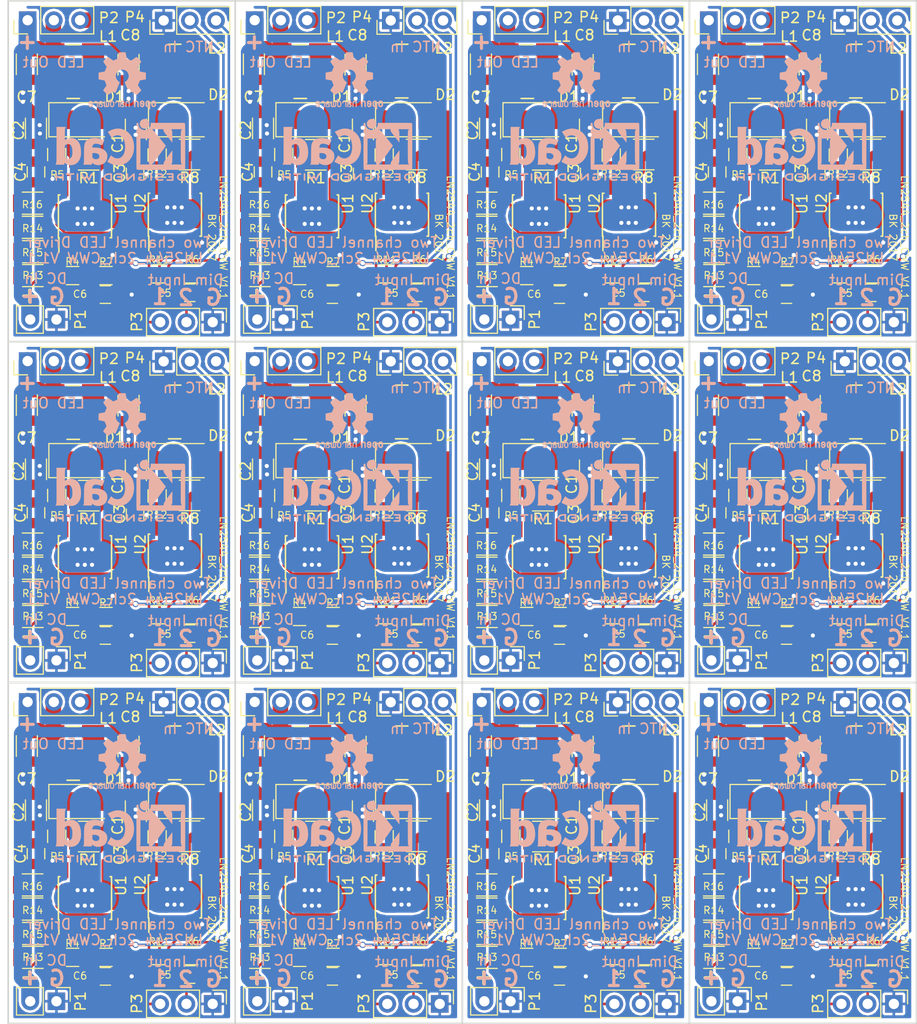
<source format=kicad_pcb>
(kicad_pcb (version 4) (host pcbnew 4.0.2-stable)
  (layers (0 F.Cu signal) (31 B.Cu signal) (34 B.Paste user) (35 F.Paste user) (36 B.SilkS user) (37 F.SilkS user) (38 B.Mask user) (39 F.Mask user) (44 Edge.Cuts user))
  (net 0 "")
  (net 1 VCC)
  (net 2 GND)
  (net 3 /V_IC)
  (net 4 /LEDN1)
  (net 5 /LEDN2)
  (net 6 /DIM1)
  (net 7 /DIM2)
  (net 8 /NTC1)
  (net 9 /NTC2)
  (net 10 /VREF1)
  (net 11 "Net-(R5-Pad1)")
  (net 12 /VREF2)
  (net 13 "Net-(R12-Pad1)")
  (net 14 "Net-(R13-Pad2)")
  (net 15 "Net-(R14-Pad2)")
  (net 16 "Net-(R15-Pad2)")
  (net 17 /DRAIN1)
  (net 18 /DRAIN2)
  (net 19 /CS1)
  (net 20 /CS2)
  (module Symbols:OSHW-Logo2_7.3x6mm_SilkScreen (layer B.Cu) (at 91.049 118.747 180)
    (fp_text reference REF*** hide)
    (fp_text value OSHW-Logo2_7.3x6mm_SilkScreen hide)
  )
  (module Symbols:KiCad-Logo2_6mm_SilkScreen (layer B.Cu) (at 112.8712 125.4272 180)
    (fp_text reference REF*** hide)
    (fp_text value KiCad-Logo2_6mm_SilkScreen hide)
  )
  (module Symbols:OSHW-Logo2_7.3x6mm_SilkScreen (layer B.Cu) (at 113.049 118.747 180)
    (fp_text reference REF*** hide)
    (fp_text value OSHW-Logo2_7.3x6mm_SilkScreen hide)
  )
  (module Symbols:KiCad-Logo2_6mm_SilkScreen (layer B.Cu) (at 90.8712 125.4272 180)
    (fp_text reference REF*** hide)
    (fp_text value KiCad-Logo2_6mm_SilkScreen hide)
  )
  (module Symbols:KiCad-Logo2_6mm_SilkScreen (layer B.Cu) (at 134.8712 125.4272 180)
    (fp_text reference REF*** hide)
    (fp_text value KiCad-Logo2_6mm_SilkScreen hide)
  )
  (module Symbols:OSHW-Logo2_7.3x6mm_SilkScreen (layer B.Cu) (at 157.049 118.747 180)
    (fp_text reference REF*** hide)
    (fp_text value OSHW-Logo2_7.3x6mm_SilkScreen hide)
  )
  (module Symbols:KiCad-Logo2_6mm_SilkScreen (layer B.Cu) (at 156.8712 125.4272 180)
    (fp_text reference REF*** hide)
    (fp_text value KiCad-Logo2_6mm_SilkScreen hide)
  )
  (module Symbols:OSHW-Logo2_7.3x6mm_SilkScreen (layer B.Cu) (at 135.049 118.747 180)
    (fp_text reference REF*** hide)
    (fp_text value OSHW-Logo2_7.3x6mm_SilkScreen hide)
  )
  (module Resistors_SMD:R_1206 (layer F.Cu) (at 126.3876 135.2934)
    (fp_text reference R14 (at -0.0254 -2.25) (layer F.SilkS) (effects (font (size 0.7 0.7) (thickness 0.1))))
    (fp_text value 270R)
    (pad 1 smd rect (at -1.45 0) (size 0.9 1.7) (layers F.Cu F.Paste F.Mask) (net 14 "Net-(R13-Pad2)"))
    (pad 2 smd rect (at 1.45 0) (size 0.9 1.7) (layers F.Cu F.Paste F.Mask) (net 15 "Net-(R14-Pad2)"))
  )
  (module Resistors_SMD:R_1206 (layer F.Cu) (at 126.3876 137.6048 180)
    (fp_text reference R13 (at 0 0.0148 180) (layer F.SilkS) (effects (font (size 0.7 0.7) (thickness 0.1))))
    (fp_text value 270R)
    (pad 1 smd rect (at -1.45 0 180) (size 0.9 1.7) (layers F.Cu F.Paste F.Mask) (net 1 VCC))
    (pad 2 smd rect (at 1.45 0 180) (size 0.9 1.7) (layers F.Cu F.Paste F.Mask) (net 14 "Net-(R13-Pad2)"))
  )
  (module Pin_Headers:Pin_Header_Straight_1x02_Pitch2.54mm (layer F.Cu) (at 128.6736 141.8572 270)
    (fp_text reference P1 (at 0 -2.33 270) (layer F.SilkS))
    (fp_text value Vin)
    (pad 1 thru_hole rect (at 0 0 270) (size 1.7 1.7) (drill 1) (layers *.Cu *.Mask) (net 2 GND))
    (pad 2 thru_hole oval (at 0 2.54 270) (size 1.7 1.7) (drill 1) (layers *.Cu *.Mask) (net 1 VCC))
  )
  (module Resistors_SMD:R_0805 (layer F.Cu) (at 130.2382 137.6048 180)
    (fp_text reference R4 (at 0.0152 1.361 180) (layer F.SilkS) (effects (font (size 0.7 0.7) (thickness 0.1))))
    (fp_text value 24k)
    (pad 1 smd rect (at -0.95 0 180) (size 0.7 1.3) (layers F.Cu F.Paste F.Mask) (net 8 /NTC1))
    (pad 2 smd rect (at 0.95 0 180) (size 0.7 1.3) (layers F.Cu F.Paste F.Mask) (net 10 /VREF1))
  )
  (module Capacitors_SMD:C_0805 (layer F.Cu) (at 133.414 139.4442)
    (fp_text reference C6 (at -2.4544 -0.0508) (layer F.SilkS) (effects (font (size 0.7 0.7) (thickness 0.1))))
    (fp_text value 10n)
    (pad 1 smd rect (at -1 0) (size 1 1.25) (layers F.Cu F.Paste F.Mask) (net 6 /DIM1))
    (pad 2 smd rect (at 1 0) (size 1 1.25) (layers F.Cu F.Paste F.Mask) (net 2 GND))
  )
  (module Resistors_SMD:R_0805 (layer F.Cu) (at 133.4742 137.6048)
    (fp_text reference R7 (at 0.0254 -1.3356) (layer F.SilkS) (effects (font (size 0.7 0.7) (thickness 0.1))))
    (fp_text value 62k)
    (pad 1 smd rect (at -0.95 0) (size 0.7 1.3) (layers F.Cu F.Paste F.Mask) (net 6 /DIM1))
    (pad 2 smd rect (at 0.95 0) (size 0.7 1.3) (layers F.Cu F.Paste F.Mask) (net 2 GND))
  )
  (module BK_Common:Via_0406 (layer F.Cu) (at 130.7056 132.5986)
    (fp_text reference REF**111112 hide)
    (fp_text value Via_0406 hide)
    (pad 1 thru_hole circle (at 0.0178 0.003) (size 0.6 0.6) (drill 0.4) (layers *.Cu) (net 17 /DRAIN1))
  )
  (module BK_Common:Via_0406 (layer F.Cu) (at 132.1056 132.5986)
    (fp_text reference REF**111132 hide)
    (fp_text value Via_0406 hide)
    (pad 1 thru_hole circle (at 0.0178 0.003) (size 0.6 0.6) (drill 0.4) (layers *.Cu) (net 17 /DRAIN1))
  )
  (module BK_Common:Via_0406 (layer F.Cu) (at 131.4056 132.5986)
    (fp_text reference REF**111122 hide)
    (fp_text value Via_0406 hide)
    (pad 1 thru_hole circle (at 0.0178 0.003) (size 0.6 0.6) (drill 0.4) (layers *.Cu) (net 17 /DRAIN1))
  )
  (module Capacitors_SMD:C_1206 (layer F.Cu) (at 126.6924 123.3568 270)
    (fp_text reference C2 (at 0.187 1.6764 450) (layer F.SilkS))
    (fp_text value 10uF/50V)
    (pad 1 smd rect (at -1.5 0 270) (size 1 1.6) (layers F.Cu F.Paste F.Mask) (net 1 VCC))
    (pad 2 smd rect (at 1.5 0 270) (size 1 1.6) (layers F.Cu F.Paste F.Mask) (net 2 GND))
  )
  (module Capacitors_SMD:C_0805 (layer F.Cu) (at 126.6924 127.5718 90)
    (fp_text reference C4 (at 0 -1.5 90) (layer F.SilkS))
    (fp_text value 10uF/16V)
    (pad 1 smd rect (at -1 0 90) (size 1 1.25) (layers F.Cu F.Paste F.Mask) (net 3 /V_IC))
    (pad 2 smd rect (at 1 0 90) (size 1 1.25) (layers F.Cu F.Paste F.Mask) (net 2 GND))
  )
  (module Resistors_SMD:R_0805 (layer F.Cu) (at 128.699 125.8852 90)
    (fp_text reference R5 (at -1.9512 0.0508 180) (layer F.SilkS) (effects (font (size 0.7 0.7) (thickness 0.1))))
    (fp_text value 24k)
    (pad 1 smd rect (at -0.95 0 90) (size 0.7 1.3) (layers F.Cu F.Paste F.Mask) (net 11 "Net-(R5-Pad1)"))
    (pad 2 smd rect (at 0.95 0 90) (size 0.7 1.3) (layers F.Cu F.Paste F.Mask) (net 2 GND))
  )
  (module Diodes_SMD:D_SMA (layer F.Cu) (at 131.3406 122.5172)
    (fp_text reference D1 (at 2.9718 -2.2462) (layer F.SilkS))
    (fp_text value SS14)
    (pad 1 smd rect (at -2 0) (size 2.5 1.8) (layers F.Cu F.Paste F.Mask) (net 1 VCC))
    (pad 2 smd rect (at 2 0) (size 2.5 1.8) (layers F.Cu F.Paste F.Mask) (net 17 /DRAIN1))
  )
  (module Capacitors_SMD:C_0805 (layer F.Cu) (at 136.2936 127.6988 90)
    (fp_text reference C3 (at 0 -1.5 90) (layer F.SilkS))
    (fp_text value 10uF/16V)
    (pad 1 smd rect (at -1 0 90) (size 1 1.25) (layers F.Cu F.Paste F.Mask) (net 3 /V_IC))
    (pad 2 smd rect (at 1 0 90) (size 1 1.25) (layers F.Cu F.Paste F.Mask) (net 2 GND))
  )
  (module Capacitors_SMD:C_1206 (layer F.Cu) (at 136.3698 123.4556 270)
    (fp_text reference C1 (at 1.3328 1.778 450) (layer F.SilkS))
    (fp_text value 10uF/50V)
    (pad 1 smd rect (at -1.5 0 270) (size 1 1.6) (layers F.Cu F.Paste F.Mask) (net 1 VCC))
    (pad 2 smd rect (at 1.5 0 270) (size 1 1.6) (layers F.Cu F.Paste F.Mask) (net 2 GND))
  )
  (module Resistors_SMD:R_1210 (layer F.Cu) (at 131.7978 125.9098 180)
    (fp_text reference R1 (at 0 -2.25 180) (layer F.SilkS))
    (fp_text value 1R5)
    (pad 1 smd rect (at -1.45 0 180) (size 0.9 2.5) (layers F.Cu F.Paste F.Mask) (net 19 /CS1))
    (pad 2 smd rect (at 1.45 0 180) (size 0.9 2.5) (layers F.Cu F.Paste F.Mask) (net 2 GND))
  )
  (module Resistors_SMD:R_1206 (layer F.Cu) (at 126.3644 132.9312 180)
    (fp_text reference R15 (at 0.0022 -2.449 180) (layer F.SilkS) (effects (font (size 0.7 0.7) (thickness 0.1))))
    (fp_text value 270R)
    (pad 1 smd rect (at -1.45 0 180) (size 0.9 1.7) (layers F.Cu F.Paste F.Mask) (net 15 "Net-(R14-Pad2)"))
    (pad 2 smd rect (at 1.45 0 180) (size 0.9 1.7) (layers F.Cu F.Paste F.Mask) (net 16 "Net-(R15-Pad2)"))
  )
  (module BK_Common:Via_0406 (layer F.Cu) (at 131.4056 131.0986)
    (fp_text reference REF**111121 hide)
    (fp_text value Via_0406 hide)
    (pad 1 thru_hole circle (at 0.0178 0.003) (size 0.6 0.6) (drill 0.4) (layers *.Cu) (net 17 /DRAIN1))
  )
  (module Housings_SOIC:SOIC-8-1EP_3.9x4.9mm_Pitch1.27mm (layer F.Cu) (at 131.4389 131.8677 90)
    (fp_text reference U1 (at 1.2119 3.4831 90) (layer F.SilkS))
    (fp_text value LN2544)
    (pad 1 smd rect (at -2.7 -1.905 90) (size 1.55 0.6) (layers F.Cu F.Paste F.Mask) (net 10 /VREF1))
    (pad 2 smd rect (at -2.7 -0.635 90) (size 1.55 0.6) (layers F.Cu F.Paste F.Mask) (net 6 /DIM1))
    (pad 3 smd rect (at -2.7 0.635 90) (size 1.55 0.6) (layers F.Cu F.Paste F.Mask) (net 8 /NTC1))
    (pad 4 smd rect (at -2.7 1.905 90) (size 1.55 0.6) (layers F.Cu F.Paste F.Mask) (net 2 GND))
    (pad 5 smd rect (at 2.7 1.905 90) (size 1.55 0.6) (layers F.Cu F.Paste F.Mask) (net 17 /DRAIN1))
    (pad 6 smd rect (at 2.7 0.635 90) (size 1.55 0.6) (layers F.Cu F.Paste F.Mask) (net 19 /CS1))
    (pad 7 smd rect (at 2.7 -0.635 90) (size 1.55 0.6) (layers F.Cu F.Paste F.Mask) (net 11 "Net-(R5-Pad1)"))
    (pad 8 smd rect (at 2.7 -1.905 90) (size 1.55 0.6) (layers F.Cu F.Paste F.Mask) (net 3 /V_IC))
    (pad 9 smd rect (at 0.5875 0.5875 90) (size 1.175 1.175) (layers F.Cu F.Paste F.Mask) (net 17 /DRAIN1))
    (pad 9 smd rect (at 0.5875 -0.5875 90) (size 1.175 1.175) (layers F.Cu F.Paste F.Mask) (net 17 /DRAIN1))
    (pad 9 smd rect (at -0.5875 0.5875 90) (size 1.175 1.175) (layers F.Cu F.Paste F.Mask) (net 17 /DRAIN1))
    (pad 9 smd rect (at -0.5875 -0.5875 90) (size 1.175 1.175) (layers F.Cu F.Paste F.Mask) (net 17 /DRAIN1))
  )
  (module BK_Common:Via_0406 (layer F.Cu) (at 130.7056 131.0986)
    (fp_text reference REF**111111 hide)
    (fp_text value Via_0406 hide)
    (pad 1 thru_hole circle (at 0.0178 0.003) (size 0.6 0.6) (drill 0.4) (layers *.Cu) (net 17 /DRAIN1))
  )
  (module BK_Common:Via_0406 (layer F.Cu) (at 132.1056 131.0986)
    (fp_text reference REF**111131 hide)
    (fp_text value Via_0406 hide)
    (pad 1 thru_hole circle (at 0.0178 0.003) (size 0.6 0.6) (drill 0.4) (layers *.Cu) (net 17 /DRAIN1))
  )
  (module Resistors_SMD:R_1206 (layer F.Cu) (at 126.3622 130.5944)
    (fp_text reference R16 (at -0.0254 0.1376) (layer F.SilkS) (effects (font (size 0.7 0.7) (thickness 0.1))))
    (fp_text value 270R)
    (pad 1 smd rect (at -1.45 0) (size 0.9 1.7) (layers F.Cu F.Paste F.Mask) (net 16 "Net-(R15-Pad2)"))
    (pad 2 smd rect (at 1.45 0) (size 0.9 1.7) (layers F.Cu F.Paste F.Mask) (net 3 /V_IC))
  )
  (module BK_Common:Via_0406 (layer F.Cu) (at 139.3924 132.497)
    (fp_text reference REF**111112 hide)
    (fp_text value Via_0406 hide)
    (pad 1 thru_hole circle (at 0.0178 0.003) (size 0.6 0.6) (drill 0.4) (layers *.Cu) (net 18 /DRAIN2))
  )
  (module BK_Common:Via_0406 (layer F.Cu) (at 140.0924 132.497)
    (fp_text reference REF**111122 hide)
    (fp_text value Via_0406 hide)
    (pad 1 thru_hole circle (at 0.0178 0.003) (size 0.6 0.6) (drill 0.4) (layers *.Cu) (net 18 /DRAIN2))
  )
  (module Housings_SOIC:SOIC-8-1EP_3.9x4.9mm_Pitch1.27mm (layer F.Cu) (at 140.1511 131.7087 90)
    (fp_text reference U2 (at 1.0783 -3.3495 90) (layer F.SilkS))
    (fp_text value LN2544)
    (pad 1 smd rect (at -2.7 -1.905 90) (size 1.55 0.6) (layers F.Cu F.Paste F.Mask) (net 12 /VREF2))
    (pad 2 smd rect (at -2.7 -0.635 90) (size 1.55 0.6) (layers F.Cu F.Paste F.Mask) (net 7 /DIM2))
    (pad 3 smd rect (at -2.7 0.635 90) (size 1.55 0.6) (layers F.Cu F.Paste F.Mask) (net 9 /NTC2))
    (pad 4 smd rect (at -2.7 1.905 90) (size 1.55 0.6) (layers F.Cu F.Paste F.Mask) (net 2 GND))
    (pad 5 smd rect (at 2.7 1.905 90) (size 1.55 0.6) (layers F.Cu F.Paste F.Mask) (net 18 /DRAIN2))
    (pad 6 smd rect (at 2.7 0.635 90) (size 1.55 0.6) (layers F.Cu F.Paste F.Mask) (net 20 /CS2))
    (pad 7 smd rect (at 2.7 -0.635 90) (size 1.55 0.6) (layers F.Cu F.Paste F.Mask) (net 13 "Net-(R12-Pad1)"))
    (pad 8 smd rect (at 2.7 -1.905 90) (size 1.55 0.6) (layers F.Cu F.Paste F.Mask) (net 3 /V_IC))
    (pad 9 smd rect (at 0.5875 0.5875 90) (size 1.175 1.175) (layers F.Cu F.Paste F.Mask) (net 18 /DRAIN2))
    (pad 9 smd rect (at 0.5875 -0.5875 90) (size 1.175 1.175) (layers F.Cu F.Paste F.Mask) (net 18 /DRAIN2))
    (pad 9 smd rect (at -0.5875 0.5875 90) (size 1.175 1.175) (layers F.Cu F.Paste F.Mask) (net 18 /DRAIN2))
    (pad 9 smd rect (at -0.5875 -0.5875 90) (size 1.175 1.175) (layers F.Cu F.Paste F.Mask) (net 18 /DRAIN2))
  )
  (module BK_Common:Via_0406 (layer F.Cu) (at 140.7924 130.997)
    (fp_text reference REF**111131 hide)
    (fp_text value Via_0406 hide)
    (pad 1 thru_hole circle (at 0.0178 0.003) (size 0.6 0.6) (drill 0.4) (layers *.Cu) (net 18 /DRAIN2))
  )
  (module BK_Common:Via_0406 (layer F.Cu) (at 140.0924 130.997)
    (fp_text reference REF**111121 hide)
    (fp_text value Via_0406 hide)
    (pad 1 thru_hole circle (at 0.0178 0.003) (size 0.6 0.6) (drill 0.4) (layers *.Cu) (net 18 /DRAIN2))
  )
  (module Capacitors_SMD:C_1206 (layer F.Cu) (at 125.8034 117.1482 90)
    (fp_text reference C7 (at -3.1482 -0.0254 180) (layer F.SilkS))
    (fp_text value 1u/50V)
    (pad 1 smd rect (at -1.5 0 90) (size 1 1.6) (layers F.Cu F.Paste F.Mask) (net 1 VCC))
    (pad 2 smd rect (at 1.5 0 90) (size 1 1.6) (layers F.Cu F.Paste F.Mask) (net 4 /LEDN1))
  )
  (module BK_Common:IND_SMD_CD54 (layer F.Cu) (at 130.2992 117.858)
    (fp_text reference L1 (at 3.3782 -3.4036) (layer F.SilkS))
    (fp_text value 68uH)
    (pad 1 smd rect (at -1.925 0) (size 2.15 5.5) (layers F.Cu F.Paste F.Mask) (net 4 /LEDN1))
    (pad 2 smd rect (at 1.925 0) (size 2.15 5.5) (layers F.Cu F.Paste F.Mask) (net 17 /DRAIN1))
  )
  (module Pin_Headers:Pin_Header_Straight_1x03_Pitch2.54mm (layer F.Cu) (at 125.8796 112.8796 90)
    (fp_text reference P2 (at 0.2286 7.874 180) (layer F.SilkS))
    (fp_text value LED)
    (pad 1 thru_hole rect (at 0 0 90) (size 1.7 1.7) (drill 1) (layers *.Cu *.Mask) (net 1 VCC))
    (pad 2 thru_hole oval (at 0 2.54 90) (size 1.7 1.7) (drill 1) (layers *.Cu *.Mask) (net 4 /LEDN1))
    (pad 3 thru_hole oval (at 0 5.08 90) (size 1.7 1.7) (drill 1) (layers *.Cu *.Mask) (net 5 /LEDN2))
  )
  (module Capacitors_SMD:C_1206 (layer F.Cu) (at 135.6586 117.1976 90)
    (fp_text reference C8 (at 2.8702 0.1778 180) (layer F.SilkS))
    (fp_text value 1u/50V)
    (pad 1 smd rect (at -1.5 0 90) (size 1 1.6) (layers F.Cu F.Paste F.Mask) (net 1 VCC))
    (pad 2 smd rect (at 1.5 0 90) (size 1 1.6) (layers F.Cu F.Paste F.Mask) (net 5 /LEDN2))
  )
  (module Pin_Headers:Pin_Header_Straight_1x03_Pitch2.54mm (layer F.Cu) (at 139.0622 112.905 90)
    (fp_text reference P4 (at 0.3302 -2.794 180) (layer F.SilkS))
    (fp_text value NTC)
    (pad 1 thru_hole rect (at 0 0 90) (size 1.7 1.7) (drill 1) (layers *.Cu *.Mask) (net 2 GND))
    (pad 2 thru_hole oval (at 0 2.54 90) (size 1.7 1.7) (drill 1) (layers *.Cu *.Mask) (net 8 /NTC1))
    (pad 3 thru_hole oval (at 0 5.08 90) (size 1.7 1.7) (drill 1) (layers *.Cu *.Mask) (net 9 /NTC2))
  )
  (module BK_Common:IND_SMD_CD54 (layer F.Cu) (at 140.129 117.8072)
    (fp_text reference L2 (at 4.064 -2.2098) (layer F.SilkS))
    (fp_text value 68uH)
    (pad 1 smd rect (at -1.925 0) (size 2.15 5.5) (layers F.Cu F.Paste F.Mask) (net 5 /LEDN2))
    (pad 2 smd rect (at 1.925 0) (size 2.15 5.5) (layers F.Cu F.Paste F.Mask) (net 18 /DRAIN2))
  )
  (module BK_Common:IND_SMD_CD54 (layer F.Cu) (at 162.129 117.8072)
    (fp_text reference L2 (at 4.064 -2.2098) (layer F.SilkS))
    (fp_text value 68uH)
    (pad 1 smd rect (at -1.925 0) (size 2.15 5.5) (layers F.Cu F.Paste F.Mask) (net 5 /LEDN2))
    (pad 2 smd rect (at 1.925 0) (size 2.15 5.5) (layers F.Cu F.Paste F.Mask) (net 18 /DRAIN2))
  )
  (module Pin_Headers:Pin_Header_Straight_1x03_Pitch2.54mm (layer F.Cu) (at 161.0622 112.905 90)
    (fp_text reference P4 (at 0.3302 -2.794 180) (layer F.SilkS))
    (fp_text value NTC)
    (pad 1 thru_hole rect (at 0 0 90) (size 1.7 1.7) (drill 1) (layers *.Cu *.Mask) (net 2 GND))
    (pad 2 thru_hole oval (at 0 2.54 90) (size 1.7 1.7) (drill 1) (layers *.Cu *.Mask) (net 8 /NTC1))
    (pad 3 thru_hole oval (at 0 5.08 90) (size 1.7 1.7) (drill 1) (layers *.Cu *.Mask) (net 9 /NTC2))
  )
  (module Diodes_SMD:D_SMA (layer F.Cu) (at 162.9926 122.5172)
    (fp_text reference D2 (at 3.3528 -2.424) (layer F.SilkS))
    (fp_text value SS14)
    (pad 1 smd rect (at -2 0) (size 2.5 1.8) (layers F.Cu F.Paste F.Mask) (net 1 VCC))
    (pad 2 smd rect (at 2 0) (size 2.5 1.8) (layers F.Cu F.Paste F.Mask) (net 18 /DRAIN2))
  )
  (module Capacitors_SMD:C_0805 (layer F.Cu) (at 155.414 139.4442)
    (fp_text reference C6 (at -2.4544 -0.0508) (layer F.SilkS) (effects (font (size 0.7 0.7) (thickness 0.1))))
    (fp_text value 10n)
    (pad 1 smd rect (at -1 0) (size 1 1.25) (layers F.Cu F.Paste F.Mask) (net 6 /DIM1))
    (pad 2 smd rect (at 1 0) (size 1 1.25) (layers F.Cu F.Paste F.Mask) (net 2 GND))
  )
  (module Capacitors_SMD:C_0805 (layer F.Cu) (at 163.5928 139.2664)
    (fp_text reference C5 (at -2.4544 0.0254) (layer F.SilkS) (effects (font (size 0.7 0.7) (thickness 0.1))))
    (fp_text value 10n)
    (pad 1 smd rect (at -1 0) (size 1 1.25) (layers F.Cu F.Paste F.Mask) (net 7 /DIM2))
    (pad 2 smd rect (at 1 0) (size 1 1.25) (layers F.Cu F.Paste F.Mask) (net 2 GND))
  )
  (module Resistors_SMD:R_0805 (layer F.Cu) (at 163.78 137.4376)
    (fp_text reference R6 (at 0.0508 -1.3864) (layer F.SilkS) (effects (font (size 0.7 0.7) (thickness 0.1))))
    (fp_text value 62k)
    (pad 1 smd rect (at -0.95 0) (size 0.7 1.3) (layers F.Cu F.Paste F.Mask) (net 7 /DIM2))
    (pad 2 smd rect (at 0.95 0) (size 0.7 1.3) (layers F.Cu F.Paste F.Mask) (net 2 GND))
  )
  (module Pin_Headers:Pin_Header_Straight_1x03_Pitch2.54mm (layer F.Cu) (at 165.812 142.1112 270)
    (fp_text reference P3 (at -0.0254 7.3406 270) (layer F.SilkS))
    (fp_text value DIM)
    (pad 1 thru_hole rect (at 0 0 270) (size 1.7 1.7) (drill 1) (layers *.Cu *.Mask) (net 2 GND))
    (pad 2 thru_hole oval (at 0 2.54 270) (size 1.7 1.7) (drill 1) (layers *.Cu *.Mask) (net 7 /DIM2))
    (pad 3 thru_hole oval (at 0 5.08 270) (size 1.7 1.7) (drill 1) (layers *.Cu *.Mask) (net 6 /DIM1))
  )
  (module Resistors_SMD:R_0805 (layer F.Cu) (at 160.5898 137.4376 180)
    (fp_text reference R11 (at -0.0254 1.361 180) (layer F.SilkS) (effects (font (size 0.7 0.7) (thickness 0.1))))
    (fp_text value 24k)
    (pad 1 smd rect (at -0.95 0 180) (size 0.7 1.3) (layers F.Cu F.Paste F.Mask) (net 9 /NTC2))
    (pad 2 smd rect (at 0.95 0 180) (size 0.7 1.3) (layers F.Cu F.Paste F.Mask) (net 12 /VREF2))
  )
  (module Resistors_SMD:R_0805 (layer F.Cu) (at 155.4742 137.6048)
    (fp_text reference R7 (at 0.0254 -1.3356) (layer F.SilkS) (effects (font (size 0.7 0.7) (thickness 0.1))))
    (fp_text value 62k)
    (pad 1 smd rect (at -0.95 0) (size 0.7 1.3) (layers F.Cu F.Paste F.Mask) (net 6 /DIM1))
    (pad 2 smd rect (at 0.95 0) (size 0.7 1.3) (layers F.Cu F.Paste F.Mask) (net 2 GND))
  )
  (module Capacitors_SMD:C_1206 (layer F.Cu) (at 158.3698 123.4556 270)
    (fp_text reference C1 (at 1.3328 1.778 450) (layer F.SilkS))
    (fp_text value 10uF/50V)
    (pad 1 smd rect (at -1.5 0 270) (size 1 1.6) (layers F.Cu F.Paste F.Mask) (net 1 VCC))
    (pad 2 smd rect (at 1.5 0 270) (size 1 1.6) (layers F.Cu F.Paste F.Mask) (net 2 GND))
  )
  (module Diodes_SMD:D_SMA (layer F.Cu) (at 153.3406 122.5172)
    (fp_text reference D1 (at 2.9718 -2.2462) (layer F.SilkS))
    (fp_text value SS14)
    (pad 1 smd rect (at -2 0) (size 2.5 1.8) (layers F.Cu F.Paste F.Mask) (net 1 VCC))
    (pad 2 smd rect (at 2 0) (size 2.5 1.8) (layers F.Cu F.Paste F.Mask) (net 17 /DRAIN1))
  )
  (module BK_Common:IND_SMD_CD54 (layer F.Cu) (at 152.2992 117.858)
    (fp_text reference L1 (at 3.3782 -3.4036) (layer F.SilkS))
    (fp_text value 68uH)
    (pad 1 smd rect (at -1.925 0) (size 2.15 5.5) (layers F.Cu F.Paste F.Mask) (net 4 /LEDN1))
    (pad 2 smd rect (at 1.925 0) (size 2.15 5.5) (layers F.Cu F.Paste F.Mask) (net 17 /DRAIN1))
  )
  (module Capacitors_SMD:C_1206 (layer F.Cu) (at 157.6586 117.1976 90)
    (fp_text reference C8 (at 2.8702 0.1778 180) (layer F.SilkS))
    (fp_text value 1u/50V)
    (pad 1 smd rect (at -1.5 0 90) (size 1 1.6) (layers F.Cu F.Paste F.Mask) (net 1 VCC))
    (pad 2 smd rect (at 1.5 0 90) (size 1 1.6) (layers F.Cu F.Paste F.Mask) (net 5 /LEDN2))
  )
  (module Capacitors_SMD:C_1206 (layer F.Cu) (at 147.8034 117.1482 90)
    (fp_text reference C7 (at -3.1482 -0.0254 180) (layer F.SilkS))
    (fp_text value 1u/50V)
    (pad 1 smd rect (at -1.5 0 90) (size 1 1.6) (layers F.Cu F.Paste F.Mask) (net 1 VCC))
    (pad 2 smd rect (at 1.5 0 90) (size 1 1.6) (layers F.Cu F.Paste F.Mask) (net 4 /LEDN1))
  )
  (module Resistors_SMD:R_0805 (layer F.Cu) (at 160.4272 125.936 90)
    (fp_text reference R12 (at -1.8242 -0.0254 180) (layer F.SilkS) (effects (font (size 0.7 0.7) (thickness 0.1))))
    (fp_text value 24k)
    (pad 1 smd rect (at -0.95 0 90) (size 0.7 1.3) (layers F.Cu F.Paste F.Mask) (net 13 "Net-(R12-Pad1)"))
    (pad 2 smd rect (at 0.95 0 90) (size 0.7 1.3) (layers F.Cu F.Paste F.Mask) (net 2 GND))
  )
  (module Housings_SOIC:SOIC-8-1EP_3.9x4.9mm_Pitch1.27mm (layer F.Cu) (at 162.1511 131.7087 90)
    (fp_text reference U2 (at 1.0783 -3.3495 90) (layer F.SilkS))
    (fp_text value LN2544)
    (pad 1 smd rect (at -2.7 -1.905 90) (size 1.55 0.6) (layers F.Cu F.Paste F.Mask) (net 12 /VREF2))
    (pad 2 smd rect (at -2.7 -0.635 90) (size 1.55 0.6) (layers F.Cu F.Paste F.Mask) (net 7 /DIM2))
    (pad 3 smd rect (at -2.7 0.635 90) (size 1.55 0.6) (layers F.Cu F.Paste F.Mask) (net 9 /NTC2))
    (pad 4 smd rect (at -2.7 1.905 90) (size 1.55 0.6) (layers F.Cu F.Paste F.Mask) (net 2 GND))
    (pad 5 smd rect (at 2.7 1.905 90) (size 1.55 0.6) (layers F.Cu F.Paste F.Mask) (net 18 /DRAIN2))
    (pad 6 smd rect (at 2.7 0.635 90) (size 1.55 0.6) (layers F.Cu F.Paste F.Mask) (net 20 /CS2))
    (pad 7 smd rect (at 2.7 -0.635 90) (size 1.55 0.6) (layers F.Cu F.Paste F.Mask) (net 13 "Net-(R12-Pad1)"))
    (pad 8 smd rect (at 2.7 -1.905 90) (size 1.55 0.6) (layers F.Cu F.Paste F.Mask) (net 3 /V_IC))
    (pad 9 smd rect (at 0.5875 0.5875 90) (size 1.175 1.175) (layers F.Cu F.Paste F.Mask) (net 18 /DRAIN2))
    (pad 9 smd rect (at 0.5875 -0.5875 90) (size 1.175 1.175) (layers F.Cu F.Paste F.Mask) (net 18 /DRAIN2))
    (pad 9 smd rect (at -0.5875 0.5875 90) (size 1.175 1.175) (layers F.Cu F.Paste F.Mask) (net 18 /DRAIN2))
    (pad 9 smd rect (at -0.5875 -0.5875 90) (size 1.175 1.175) (layers F.Cu F.Paste F.Mask) (net 18 /DRAIN2))
  )
  (module Capacitors_SMD:C_0805 (layer F.Cu) (at 158.2936 127.6988 90)
    (fp_text reference C3 (at 0 -1.5 90) (layer F.SilkS))
    (fp_text value 10uF/16V)
    (pad 1 smd rect (at -1 0 90) (size 1 1.25) (layers F.Cu F.Paste F.Mask) (net 3 /V_IC))
    (pad 2 smd rect (at 1 0 90) (size 1 1.25) (layers F.Cu F.Paste F.Mask) (net 2 GND))
  )
  (module Housings_SOIC:SOIC-8-1EP_3.9x4.9mm_Pitch1.27mm (layer F.Cu) (at 153.4389 131.8677 90)
    (fp_text reference U1 (at 1.2119 3.4831 90) (layer F.SilkS))
    (fp_text value LN2544)
    (pad 1 smd rect (at -2.7 -1.905 90) (size 1.55 0.6) (layers F.Cu F.Paste F.Mask) (net 10 /VREF1))
    (pad 2 smd rect (at -2.7 -0.635 90) (size 1.55 0.6) (layers F.Cu F.Paste F.Mask) (net 6 /DIM1))
    (pad 3 smd rect (at -2.7 0.635 90) (size 1.55 0.6) (layers F.Cu F.Paste F.Mask) (net 8 /NTC1))
    (pad 4 smd rect (at -2.7 1.905 90) (size 1.55 0.6) (layers F.Cu F.Paste F.Mask) (net 2 GND))
    (pad 5 smd rect (at 2.7 1.905 90) (size 1.55 0.6) (layers F.Cu F.Paste F.Mask) (net 17 /DRAIN1))
    (pad 6 smd rect (at 2.7 0.635 90) (size 1.55 0.6) (layers F.Cu F.Paste F.Mask) (net 19 /CS1))
    (pad 7 smd rect (at 2.7 -0.635 90) (size 1.55 0.6) (layers F.Cu F.Paste F.Mask) (net 11 "Net-(R5-Pad1)"))
    (pad 8 smd rect (at 2.7 -1.905 90) (size 1.55 0.6) (layers F.Cu F.Paste F.Mask) (net 3 /V_IC))
    (pad 9 smd rect (at 0.5875 0.5875 90) (size 1.175 1.175) (layers F.Cu F.Paste F.Mask) (net 17 /DRAIN1))
    (pad 9 smd rect (at 0.5875 -0.5875 90) (size 1.175 1.175) (layers F.Cu F.Paste F.Mask) (net 17 /DRAIN1))
    (pad 9 smd rect (at -0.5875 0.5875 90) (size 1.175 1.175) (layers F.Cu F.Paste F.Mask) (net 17 /DRAIN1))
    (pad 9 smd rect (at -0.5875 -0.5875 90) (size 1.175 1.175) (layers F.Cu F.Paste F.Mask) (net 17 /DRAIN1))
  )
  (module Resistors_SMD:R_1210 (layer F.Cu) (at 163.5768 125.8844 180)
    (fp_text reference R8 (at 0 -2.25 180) (layer F.SilkS))
    (fp_text value 1R5)
    (pad 1 smd rect (at -1.45 0 180) (size 0.9 2.5) (layers F.Cu F.Paste F.Mask) (net 20 /CS2))
    (pad 2 smd rect (at 1.45 0 180) (size 0.9 2.5) (layers F.Cu F.Paste F.Mask) (net 2 GND))
  )
  (module Pin_Headers:Pin_Header_Straight_1x03_Pitch2.54mm (layer F.Cu) (at 147.8796 112.8796 90)
    (fp_text reference P2 (at 0.2286 7.874 180) (layer F.SilkS))
    (fp_text value LED)
    (pad 1 thru_hole rect (at 0 0 90) (size 1.7 1.7) (drill 1) (layers *.Cu *.Mask) (net 1 VCC))
    (pad 2 thru_hole oval (at 0 2.54 90) (size 1.7 1.7) (drill 1) (layers *.Cu *.Mask) (net 4 /LEDN1))
    (pad 3 thru_hole oval (at 0 5.08 90) (size 1.7 1.7) (drill 1) (layers *.Cu *.Mask) (net 5 /LEDN2))
  )
  (module BK_Common:Via_0406 (layer F.Cu) (at 162.7924 130.997)
    (fp_text reference REF**111131 hide)
    (fp_text value Via_0406 hide)
    (pad 1 thru_hole circle (at 0.0178 0.003) (size 0.6 0.6) (drill 0.4) (layers *.Cu) (net 18 /DRAIN2))
  )
  (module BK_Common:Via_0406 (layer F.Cu) (at 161.3924 132.497)
    (fp_text reference REF**111112 hide)
    (fp_text value Via_0406 hide)
    (pad 1 thru_hole circle (at 0.0178 0.003) (size 0.6 0.6) (drill 0.4) (layers *.Cu) (net 18 /DRAIN2))
  )
  (module BK_Common:Via_0406 (layer F.Cu) (at 162.0924 130.997)
    (fp_text reference REF**111121 hide)
    (fp_text value Via_0406 hide)
    (pad 1 thru_hole circle (at 0.0178 0.003) (size 0.6 0.6) (drill 0.4) (layers *.Cu) (net 18 /DRAIN2))
  )
  (module BK_Common:Via_0406 (layer F.Cu) (at 162.0924 132.497)
    (fp_text reference REF**111122 hide)
    (fp_text value Via_0406 hide)
    (pad 1 thru_hole circle (at 0.0178 0.003) (size 0.6 0.6) (drill 0.4) (layers *.Cu) (net 18 /DRAIN2))
  )
  (module BK_Common:Via_0406 (layer F.Cu) (at 162.7924 132.497)
    (fp_text reference REF**111132 hide)
    (fp_text value Via_0406 hide)
    (pad 1 thru_hole circle (at 0.0178 0.003) (size 0.6 0.6) (drill 0.4) (layers *.Cu) (net 18 /DRAIN2))
  )
  (module BK_Common:Via_0406 (layer F.Cu) (at 161.3924 130.997)
    (fp_text reference REF**111111 hide)
    (fp_text value Via_0406 hide)
    (pad 1 thru_hole circle (at 0.0178 0.003) (size 0.6 0.6) (drill 0.4) (layers *.Cu) (net 18 /DRAIN2))
  )
  (module BK_Common:Via_0406 (layer F.Cu) (at 152.7056 131.0986)
    (fp_text reference REF**111111 hide)
    (fp_text value Via_0406 hide)
    (pad 1 thru_hole circle (at 0.0178 0.003) (size 0.6 0.6) (drill 0.4) (layers *.Cu) (net 17 /DRAIN1))
  )
  (module BK_Common:Via_0406 (layer F.Cu) (at 154.1056 131.0986)
    (fp_text reference REF**111131 hide)
    (fp_text value Via_0406 hide)
    (pad 1 thru_hole circle (at 0.0178 0.003) (size 0.6 0.6) (drill 0.4) (layers *.Cu) (net 17 /DRAIN1))
  )
  (module BK_Common:Via_0406 (layer F.Cu) (at 152.7056 132.5986)
    (fp_text reference REF**111112 hide)
    (fp_text value Via_0406 hide)
    (pad 1 thru_hole circle (at 0.0178 0.003) (size 0.6 0.6) (drill 0.4) (layers *.Cu) (net 17 /DRAIN1))
  )
  (module BK_Common:Via_0406 (layer F.Cu) (at 154.1056 132.5986)
    (fp_text reference REF**111132 hide)
    (fp_text value Via_0406 hide)
    (pad 1 thru_hole circle (at 0.0178 0.003) (size 0.6 0.6) (drill 0.4) (layers *.Cu) (net 17 /DRAIN1))
  )
  (module Resistors_SMD:R_1206 (layer F.Cu) (at 148.3644 132.9312 180)
    (fp_text reference R15 (at 0.0022 -2.449 180) (layer F.SilkS) (effects (font (size 0.7 0.7) (thickness 0.1))))
    (fp_text value 270R)
    (pad 1 smd rect (at -1.45 0 180) (size 0.9 1.7) (layers F.Cu F.Paste F.Mask) (net 15 "Net-(R14-Pad2)"))
    (pad 2 smd rect (at 1.45 0 180) (size 0.9 1.7) (layers F.Cu F.Paste F.Mask) (net 16 "Net-(R15-Pad2)"))
  )
  (module BK_Common:Via_0406 (layer F.Cu) (at 153.4056 131.0986)
    (fp_text reference REF**111121 hide)
    (fp_text value Via_0406 hide)
    (pad 1 thru_hole circle (at 0.0178 0.003) (size 0.6 0.6) (drill 0.4) (layers *.Cu) (net 17 /DRAIN1))
  )
  (module Resistors_SMD:R_1206 (layer F.Cu) (at 148.3622 130.5944)
    (fp_text reference R16 (at -0.0254 0.1376) (layer F.SilkS) (effects (font (size 0.7 0.7) (thickness 0.1))))
    (fp_text value 270R)
    (pad 1 smd rect (at -1.45 0) (size 0.9 1.7) (layers F.Cu F.Paste F.Mask) (net 16 "Net-(R15-Pad2)"))
    (pad 2 smd rect (at 1.45 0) (size 0.9 1.7) (layers F.Cu F.Paste F.Mask) (net 3 /V_IC))
  )
  (module BK_Common:Via_0406 (layer F.Cu) (at 153.4056 132.5986)
    (fp_text reference REF**111122 hide)
    (fp_text value Via_0406 hide)
    (pad 1 thru_hole circle (at 0.0178 0.003) (size 0.6 0.6) (drill 0.4) (layers *.Cu) (net 17 /DRAIN1))
  )
  (module Capacitors_SMD:C_1206 (layer F.Cu) (at 148.6924 123.3568 270)
    (fp_text reference C2 (at 0.187 1.6764 450) (layer F.SilkS))
    (fp_text value 10uF/50V)
    (pad 1 smd rect (at -1.5 0 270) (size 1 1.6) (layers F.Cu F.Paste F.Mask) (net 1 VCC))
    (pad 2 smd rect (at 1.5 0 270) (size 1 1.6) (layers F.Cu F.Paste F.Mask) (net 2 GND))
  )
  (module Resistors_SMD:R_1210 (layer F.Cu) (at 153.7978 125.9098 180)
    (fp_text reference R1 (at 0 -2.25 180) (layer F.SilkS))
    (fp_text value 1R5)
    (pad 1 smd rect (at -1.45 0 180) (size 0.9 2.5) (layers F.Cu F.Paste F.Mask) (net 19 /CS1))
    (pad 2 smd rect (at 1.45 0 180) (size 0.9 2.5) (layers F.Cu F.Paste F.Mask) (net 2 GND))
  )
  (module Resistors_SMD:R_0805 (layer F.Cu) (at 150.699 125.8852 90)
    (fp_text reference R5 (at -1.9512 0.0508 180) (layer F.SilkS) (effects (font (size 0.7 0.7) (thickness 0.1))))
    (fp_text value 24k)
    (pad 1 smd rect (at -0.95 0 90) (size 0.7 1.3) (layers F.Cu F.Paste F.Mask) (net 11 "Net-(R5-Pad1)"))
    (pad 2 smd rect (at 0.95 0 90) (size 0.7 1.3) (layers F.Cu F.Paste F.Mask) (net 2 GND))
  )
  (module Capacitors_SMD:C_0805 (layer F.Cu) (at 148.6924 127.5718 90)
    (fp_text reference C4 (at 0 -1.5 90) (layer F.SilkS))
    (fp_text value 10uF/16V)
    (pad 1 smd rect (at -1 0 90) (size 1 1.25) (layers F.Cu F.Paste F.Mask) (net 3 /V_IC))
    (pad 2 smd rect (at 1 0 90) (size 1 1.25) (layers F.Cu F.Paste F.Mask) (net 2 GND))
  )
  (module Capacitors_SMD:C_0805 (layer F.Cu) (at 141.5928 139.2664)
    (fp_text reference C5 (at -2.4544 0.0254) (layer F.SilkS) (effects (font (size 0.7 0.7) (thickness 0.1))))
    (fp_text value 10n)
    (pad 1 smd rect (at -1 0) (size 1 1.25) (layers F.Cu F.Paste F.Mask) (net 7 /DIM2))
    (pad 2 smd rect (at 1 0) (size 1 1.25) (layers F.Cu F.Paste F.Mask) (net 2 GND))
  )
  (module Resistors_SMD:R_0805 (layer F.Cu) (at 141.78 137.4376)
    (fp_text reference R6 (at 0.0508 -1.3864) (layer F.SilkS) (effects (font (size 0.7 0.7) (thickness 0.1))))
    (fp_text value 62k)
    (pad 1 smd rect (at -0.95 0) (size 0.7 1.3) (layers F.Cu F.Paste F.Mask) (net 7 /DIM2))
    (pad 2 smd rect (at 0.95 0) (size 0.7 1.3) (layers F.Cu F.Paste F.Mask) (net 2 GND))
  )
  (module Pin_Headers:Pin_Header_Straight_1x03_Pitch2.54mm (layer F.Cu) (at 143.812 142.1112 270)
    (fp_text reference P3 (at -0.0254 7.3406 270) (layer F.SilkS))
    (fp_text value DIM)
    (pad 1 thru_hole rect (at 0 0 270) (size 1.7 1.7) (drill 1) (layers *.Cu *.Mask) (net 2 GND))
    (pad 2 thru_hole oval (at 0 2.54 270) (size 1.7 1.7) (drill 1) (layers *.Cu *.Mask) (net 7 /DIM2))
    (pad 3 thru_hole oval (at 0 5.08 270) (size 1.7 1.7) (drill 1) (layers *.Cu *.Mask) (net 6 /DIM1))
  )
  (module Resistors_SMD:R_0805 (layer F.Cu) (at 138.5898 137.4376 180)
    (fp_text reference R11 (at -0.0254 1.361 180) (layer F.SilkS) (effects (font (size 0.7 0.7) (thickness 0.1))))
    (fp_text value 24k)
    (pad 1 smd rect (at -0.95 0 180) (size 0.7 1.3) (layers F.Cu F.Paste F.Mask) (net 9 /NTC2))
    (pad 2 smd rect (at 0.95 0 180) (size 0.7 1.3) (layers F.Cu F.Paste F.Mask) (net 12 /VREF2))
  )
  (module BK_Common:Via_0406 (layer F.Cu) (at 140.7924 132.497)
    (fp_text reference REF**111132 hide)
    (fp_text value Via_0406 hide)
    (pad 1 thru_hole circle (at 0.0178 0.003) (size 0.6 0.6) (drill 0.4) (layers *.Cu) (net 18 /DRAIN2))
  )
  (module Resistors_SMD:R_0805 (layer F.Cu) (at 138.4272 125.936 90)
    (fp_text reference R12 (at -1.8242 -0.0254 180) (layer F.SilkS) (effects (font (size 0.7 0.7) (thickness 0.1))))
    (fp_text value 24k)
    (pad 1 smd rect (at -0.95 0 90) (size 0.7 1.3) (layers F.Cu F.Paste F.Mask) (net 13 "Net-(R12-Pad1)"))
    (pad 2 smd rect (at 0.95 0 90) (size 0.7 1.3) (layers F.Cu F.Paste F.Mask) (net 2 GND))
  )
  (module Resistors_SMD:R_1210 (layer F.Cu) (at 141.5768 125.8844 180)
    (fp_text reference R8 (at 0 -2.25 180) (layer F.SilkS))
    (fp_text value 1R5)
    (pad 1 smd rect (at -1.45 0 180) (size 0.9 2.5) (layers F.Cu F.Paste F.Mask) (net 20 /CS2))
    (pad 2 smd rect (at 1.45 0 180) (size 0.9 2.5) (layers F.Cu F.Paste F.Mask) (net 2 GND))
  )
  (module Diodes_SMD:D_SMA (layer F.Cu) (at 140.9926 122.5172)
    (fp_text reference D2 (at 3.3528 -2.424) (layer F.SilkS))
    (fp_text value SS14)
    (pad 1 smd rect (at -2 0) (size 2.5 1.8) (layers F.Cu F.Paste F.Mask) (net 1 VCC))
    (pad 2 smd rect (at 2 0) (size 2.5 1.8) (layers F.Cu F.Paste F.Mask) (net 18 /DRAIN2))
  )
  (module BK_Common:Via_0406 (layer F.Cu) (at 139.3924 130.997)
    (fp_text reference REF**111111 hide)
    (fp_text value Via_0406 hide)
    (pad 1 thru_hole circle (at 0.0178 0.003) (size 0.6 0.6) (drill 0.4) (layers *.Cu) (net 18 /DRAIN2))
  )
  (module Resistors_SMD:R_1206 (layer F.Cu) (at 148.3876 135.2934)
    (fp_text reference R14 (at -0.0254 -2.25) (layer F.SilkS) (effects (font (size 0.7 0.7) (thickness 0.1))))
    (fp_text value 270R)
    (pad 1 smd rect (at -1.45 0) (size 0.9 1.7) (layers F.Cu F.Paste F.Mask) (net 14 "Net-(R13-Pad2)"))
    (pad 2 smd rect (at 1.45 0) (size 0.9 1.7) (layers F.Cu F.Paste F.Mask) (net 15 "Net-(R14-Pad2)"))
  )
  (module Resistors_SMD:R_0805 (layer F.Cu) (at 152.2382 137.6048 180)
    (fp_text reference R4 (at 0.0152 1.361 180) (layer F.SilkS) (effects (font (size 0.7 0.7) (thickness 0.1))))
    (fp_text value 24k)
    (pad 1 smd rect (at -0.95 0 180) (size 0.7 1.3) (layers F.Cu F.Paste F.Mask) (net 8 /NTC1))
    (pad 2 smd rect (at 0.95 0 180) (size 0.7 1.3) (layers F.Cu F.Paste F.Mask) (net 10 /VREF1))
  )
  (module Resistors_SMD:R_1206 (layer F.Cu) (at 148.3876 137.6048 180)
    (fp_text reference R13 (at 0 0.0148 180) (layer F.SilkS) (effects (font (size 0.7 0.7) (thickness 0.1))))
    (fp_text value 270R)
    (pad 1 smd rect (at -1.45 0 180) (size 0.9 1.7) (layers F.Cu F.Paste F.Mask) (net 1 VCC))
    (pad 2 smd rect (at 1.45 0 180) (size 0.9 1.7) (layers F.Cu F.Paste F.Mask) (net 14 "Net-(R13-Pad2)"))
  )
  (module Pin_Headers:Pin_Header_Straight_1x02_Pitch2.54mm (layer F.Cu) (at 150.6736 141.8572 270)
    (fp_text reference P1 (at 0 -2.33 270) (layer F.SilkS))
    (fp_text value Vin)
    (pad 1 thru_hole rect (at 0 0 270) (size 1.7 1.7) (drill 1) (layers *.Cu *.Mask) (net 2 GND))
    (pad 2 thru_hole oval (at 0 2.54 270) (size 1.7 1.7) (drill 1) (layers *.Cu *.Mask) (net 1 VCC))
  )
  (module Resistors_SMD:R_0805 (layer F.Cu) (at 89.4742 137.6048)
    (fp_text reference R7 (at 0.0254 -1.3356) (layer F.SilkS) (effects (font (size 0.7 0.7) (thickness 0.1))))
    (fp_text value 62k)
    (pad 1 smd rect (at -0.95 0) (size 0.7 1.3) (layers F.Cu F.Paste F.Mask) (net 6 /DIM1))
    (pad 2 smd rect (at 0.95 0) (size 0.7 1.3) (layers F.Cu F.Paste F.Mask) (net 2 GND))
  )
  (module Capacitors_SMD:C_0805 (layer F.Cu) (at 89.414 139.4442)
    (fp_text reference C6 (at -2.4544 -0.0508) (layer F.SilkS) (effects (font (size 0.7 0.7) (thickness 0.1))))
    (fp_text value 10n)
    (pad 1 smd rect (at -1 0) (size 1 1.25) (layers F.Cu F.Paste F.Mask) (net 6 /DIM1))
    (pad 2 smd rect (at 1 0) (size 1 1.25) (layers F.Cu F.Paste F.Mask) (net 2 GND))
  )
  (module Resistors_SMD:R_0805 (layer F.Cu) (at 86.2382 137.6048 180)
    (fp_text reference R4 (at 0.0152 1.361 180) (layer F.SilkS) (effects (font (size 0.7 0.7) (thickness 0.1))))
    (fp_text value 24k)
    (pad 1 smd rect (at -0.95 0 180) (size 0.7 1.3) (layers F.Cu F.Paste F.Mask) (net 8 /NTC1))
    (pad 2 smd rect (at 0.95 0 180) (size 0.7 1.3) (layers F.Cu F.Paste F.Mask) (net 10 /VREF1))
  )
  (module BK_Common:Via_0406 (layer F.Cu) (at 88.1056 132.5986)
    (fp_text reference REF**111132 hide)
    (fp_text value Via_0406 hide)
    (pad 1 thru_hole circle (at 0.0178 0.003) (size 0.6 0.6) (drill 0.4) (layers *.Cu) (net 17 /DRAIN1))
  )
  (module Resistors_SMD:R_1206 (layer F.Cu) (at 104.3644 132.9312 180)
    (fp_text reference R15 (at 0.0022 -2.449 180) (layer F.SilkS) (effects (font (size 0.7 0.7) (thickness 0.1))))
    (fp_text value 270R)
    (pad 1 smd rect (at -1.45 0 180) (size 0.9 1.7) (layers F.Cu F.Paste F.Mask) (net 15 "Net-(R14-Pad2)"))
    (pad 2 smd rect (at 1.45 0 180) (size 0.9 1.7) (layers F.Cu F.Paste F.Mask) (net 16 "Net-(R15-Pad2)"))
  )
  (module Resistors_SMD:R_1206 (layer F.Cu) (at 104.3622 130.5944)
    (fp_text reference R16 (at -0.0254 0.1376) (layer F.SilkS) (effects (font (size 0.7 0.7) (thickness 0.1))))
    (fp_text value 270R)
    (pad 1 smd rect (at -1.45 0) (size 0.9 1.7) (layers F.Cu F.Paste F.Mask) (net 16 "Net-(R15-Pad2)"))
    (pad 2 smd rect (at 1.45 0) (size 0.9 1.7) (layers F.Cu F.Paste F.Mask) (net 3 /V_IC))
  )
  (module Resistors_SMD:R_1206 (layer F.Cu) (at 104.3876 137.6048 180)
    (fp_text reference R13 (at 0 0.0148 180) (layer F.SilkS) (effects (font (size 0.7 0.7) (thickness 0.1))))
    (fp_text value 270R)
    (pad 1 smd rect (at -1.45 0 180) (size 0.9 1.7) (layers F.Cu F.Paste F.Mask) (net 1 VCC))
    (pad 2 smd rect (at 1.45 0 180) (size 0.9 1.7) (layers F.Cu F.Paste F.Mask) (net 14 "Net-(R13-Pad2)"))
  )
  (module Resistors_SMD:R_1206 (layer F.Cu) (at 104.3876 135.2934)
    (fp_text reference R14 (at -0.0254 -2.25) (layer F.SilkS) (effects (font (size 0.7 0.7) (thickness 0.1))))
    (fp_text value 270R)
    (pad 1 smd rect (at -1.45 0) (size 0.9 1.7) (layers F.Cu F.Paste F.Mask) (net 14 "Net-(R13-Pad2)"))
    (pad 2 smd rect (at 1.45 0) (size 0.9 1.7) (layers F.Cu F.Paste F.Mask) (net 15 "Net-(R14-Pad2)"))
  )
  (module Pin_Headers:Pin_Header_Straight_1x02_Pitch2.54mm (layer F.Cu) (at 106.6736 141.8572 270)
    (fp_text reference P1 (at 0 -2.33 270) (layer F.SilkS))
    (fp_text value Vin)
    (pad 1 thru_hole rect (at 0 0 270) (size 1.7 1.7) (drill 1) (layers *.Cu *.Mask) (net 2 GND))
    (pad 2 thru_hole oval (at 0 2.54 270) (size 1.7 1.7) (drill 1) (layers *.Cu *.Mask) (net 1 VCC))
  )
  (module Pin_Headers:Pin_Header_Straight_1x03_Pitch2.54mm (layer F.Cu) (at 99.812 142.1112 270)
    (fp_text reference P3 (at -0.0254 7.3406 270) (layer F.SilkS))
    (fp_text value DIM)
    (pad 1 thru_hole rect (at 0 0 270) (size 1.7 1.7) (drill 1) (layers *.Cu *.Mask) (net 2 GND))
    (pad 2 thru_hole oval (at 0 2.54 270) (size 1.7 1.7) (drill 1) (layers *.Cu *.Mask) (net 7 /DIM2))
    (pad 3 thru_hole oval (at 0 5.08 270) (size 1.7 1.7) (drill 1) (layers *.Cu *.Mask) (net 6 /DIM1))
  )
  (module Resistors_SMD:R_0805 (layer F.Cu) (at 97.78 137.4376)
    (fp_text reference R6 (at 0.0508 -1.3864) (layer F.SilkS) (effects (font (size 0.7 0.7) (thickness 0.1))))
    (fp_text value 62k)
    (pad 1 smd rect (at -0.95 0) (size 0.7 1.3) (layers F.Cu F.Paste F.Mask) (net 7 /DIM2))
    (pad 2 smd rect (at 0.95 0) (size 0.7 1.3) (layers F.Cu F.Paste F.Mask) (net 2 GND))
  )
  (module Capacitors_SMD:C_0805 (layer F.Cu) (at 97.5928 139.2664)
    (fp_text reference C5 (at -2.4544 0.0254) (layer F.SilkS) (effects (font (size 0.7 0.7) (thickness 0.1))))
    (fp_text value 10n)
    (pad 1 smd rect (at -1 0) (size 1 1.25) (layers F.Cu F.Paste F.Mask) (net 7 /DIM2))
    (pad 2 smd rect (at 1 0) (size 1 1.25) (layers F.Cu F.Paste F.Mask) (net 2 GND))
  )
  (module Resistors_SMD:R_0805 (layer F.Cu) (at 94.5898 137.4376 180)
    (fp_text reference R11 (at -0.0254 1.361 180) (layer F.SilkS) (effects (font (size 0.7 0.7) (thickness 0.1))))
    (fp_text value 24k)
    (pad 1 smd rect (at -0.95 0 180) (size 0.7 1.3) (layers F.Cu F.Paste F.Mask) (net 9 /NTC2))
    (pad 2 smd rect (at 0.95 0 180) (size 0.7 1.3) (layers F.Cu F.Paste F.Mask) (net 12 /VREF2))
  )
  (module BK_Common:Via_0406 (layer F.Cu) (at 96.7924 132.497)
    (fp_text reference REF**111132 hide)
    (fp_text value Via_0406 hide)
    (pad 1 thru_hole circle (at 0.0178 0.003) (size 0.6 0.6) (drill 0.4) (layers *.Cu) (net 18 /DRAIN2))
  )
  (module BK_Common:Via_0406 (layer F.Cu) (at 96.7924 130.997)
    (fp_text reference REF**111131 hide)
    (fp_text value Via_0406 hide)
    (pad 1 thru_hole circle (at 0.0178 0.003) (size 0.6 0.6) (drill 0.4) (layers *.Cu) (net 18 /DRAIN2))
  )
  (module Housings_SOIC:SOIC-8-1EP_3.9x4.9mm_Pitch1.27mm (layer F.Cu) (at 96.1511 131.7087 90)
    (fp_text reference U2 (at 1.0783 -3.3495 90) (layer F.SilkS))
    (fp_text value LN2544)
    (pad 1 smd rect (at -2.7 -1.905 90) (size 1.55 0.6) (layers F.Cu F.Paste F.Mask) (net 12 /VREF2))
    (pad 2 smd rect (at -2.7 -0.635 90) (size 1.55 0.6) (layers F.Cu F.Paste F.Mask) (net 7 /DIM2))
    (pad 3 smd rect (at -2.7 0.635 90) (size 1.55 0.6) (layers F.Cu F.Paste F.Mask) (net 9 /NTC2))
    (pad 4 smd rect (at -2.7 1.905 90) (size 1.55 0.6) (layers F.Cu F.Paste F.Mask) (net 2 GND))
    (pad 5 smd rect (at 2.7 1.905 90) (size 1.55 0.6) (layers F.Cu F.Paste F.Mask) (net 18 /DRAIN2))
    (pad 6 smd rect (at 2.7 0.635 90) (size 1.55 0.6) (layers F.Cu F.Paste F.Mask) (net 20 /CS2))
    (pad 7 smd rect (at 2.7 -0.635 90) (size 1.55 0.6) (layers F.Cu F.Paste F.Mask) (net 13 "Net-(R12-Pad1)"))
    (pad 8 smd rect (at 2.7 -1.905 90) (size 1.55 0.6) (layers F.Cu F.Paste F.Mask) (net 3 /V_IC))
    (pad 9 smd rect (at 0.5875 0.5875 90) (size 1.175 1.175) (layers F.Cu F.Paste F.Mask) (net 18 /DRAIN2))
    (pad 9 smd rect (at 0.5875 -0.5875 90) (size 1.175 1.175) (layers F.Cu F.Paste F.Mask) (net 18 /DRAIN2))
    (pad 9 smd rect (at -0.5875 0.5875 90) (size 1.175 1.175) (layers F.Cu F.Paste F.Mask) (net 18 /DRAIN2))
    (pad 9 smd rect (at -0.5875 -0.5875 90) (size 1.175 1.175) (layers F.Cu F.Paste F.Mask) (net 18 /DRAIN2))
  )
  (module BK_Common:Via_0406 (layer F.Cu) (at 95.3924 130.997)
    (fp_text reference REF**111111 hide)
    (fp_text value Via_0406 hide)
    (pad 1 thru_hole circle (at 0.0178 0.003) (size 0.6 0.6) (drill 0.4) (layers *.Cu) (net 18 /DRAIN2))
  )
  (module BK_Common:Via_0406 (layer F.Cu) (at 96.0924 130.997)
    (fp_text reference REF**111121 hide)
    (fp_text value Via_0406 hide)
    (pad 1 thru_hole circle (at 0.0178 0.003) (size 0.6 0.6) (drill 0.4) (layers *.Cu) (net 18 /DRAIN2))
  )
  (module BK_Common:Via_0406 (layer F.Cu) (at 95.3924 132.497)
    (fp_text reference REF**111112 hide)
    (fp_text value Via_0406 hide)
    (pad 1 thru_hole circle (at 0.0178 0.003) (size 0.6 0.6) (drill 0.4) (layers *.Cu) (net 18 /DRAIN2))
  )
  (module BK_Common:Via_0406 (layer F.Cu) (at 96.0924 132.497)
    (fp_text reference REF**111122 hide)
    (fp_text value Via_0406 hide)
    (pad 1 thru_hole circle (at 0.0178 0.003) (size 0.6 0.6) (drill 0.4) (layers *.Cu) (net 18 /DRAIN2))
  )
  (module Pin_Headers:Pin_Header_Straight_1x02_Pitch2.54mm (layer F.Cu) (at 84.6736 141.8572 270)
    (fp_text reference P1 (at 0 -2.33 270) (layer F.SilkS))
    (fp_text value Vin)
    (pad 1 thru_hole rect (at 0 0 270) (size 1.7 1.7) (drill 1) (layers *.Cu *.Mask) (net 2 GND))
    (pad 2 thru_hole oval (at 0 2.54 270) (size 1.7 1.7) (drill 1) (layers *.Cu *.Mask) (net 1 VCC))
  )
  (module Resistors_SMD:R_1206 (layer F.Cu) (at 82.3644 132.9312 180)
    (fp_text reference R15 (at 0.0022 -2.449 180) (layer F.SilkS) (effects (font (size 0.7 0.7) (thickness 0.1))))
    (fp_text value 270R)
    (pad 1 smd rect (at -1.45 0 180) (size 0.9 1.7) (layers F.Cu F.Paste F.Mask) (net 15 "Net-(R14-Pad2)"))
    (pad 2 smd rect (at 1.45 0 180) (size 0.9 1.7) (layers F.Cu F.Paste F.Mask) (net 16 "Net-(R15-Pad2)"))
  )
  (module Resistors_SMD:R_1206 (layer F.Cu) (at 82.3876 137.6048 180)
    (fp_text reference R13 (at 0 0.0148 180) (layer F.SilkS) (effects (font (size 0.7 0.7) (thickness 0.1))))
    (fp_text value 270R)
    (pad 1 smd rect (at -1.45 0 180) (size 0.9 1.7) (layers F.Cu F.Paste F.Mask) (net 1 VCC))
    (pad 2 smd rect (at 1.45 0 180) (size 0.9 1.7) (layers F.Cu F.Paste F.Mask) (net 14 "Net-(R13-Pad2)"))
  )
  (module Resistors_SMD:R_1206 (layer F.Cu) (at 82.3876 135.2934)
    (fp_text reference R14 (at -0.0254 -2.25) (layer F.SilkS) (effects (font (size 0.7 0.7) (thickness 0.1))))
    (fp_text value 270R)
    (pad 1 smd rect (at -1.45 0) (size 0.9 1.7) (layers F.Cu F.Paste F.Mask) (net 14 "Net-(R13-Pad2)"))
    (pad 2 smd rect (at 1.45 0) (size 0.9 1.7) (layers F.Cu F.Paste F.Mask) (net 15 "Net-(R14-Pad2)"))
  )
  (module BK_Common:Via_0406 (layer F.Cu) (at 87.4056 132.5986)
    (fp_text reference REF**111122 hide)
    (fp_text value Via_0406 hide)
    (pad 1 thru_hole circle (at 0.0178 0.003) (size 0.6 0.6) (drill 0.4) (layers *.Cu) (net 17 /DRAIN1))
  )
  (module Diodes_SMD:D_SMA (layer F.Cu) (at 109.3406 122.5172)
    (fp_text reference D1 (at 2.9718 -2.2462) (layer F.SilkS))
    (fp_text value SS14)
    (pad 1 smd rect (at -2 0) (size 2.5 1.8) (layers F.Cu F.Paste F.Mask) (net 1 VCC))
    (pad 2 smd rect (at 2 0) (size 2.5 1.8) (layers F.Cu F.Paste F.Mask) (net 17 /DRAIN1))
  )
  (module BK_Common:IND_SMD_CD54 (layer F.Cu) (at 108.2992 117.858)
    (fp_text reference L1 (at 3.3782 -3.4036) (layer F.SilkS))
    (fp_text value 68uH)
    (pad 1 smd rect (at -1.925 0) (size 2.15 5.5) (layers F.Cu F.Paste F.Mask) (net 4 /LEDN1))
    (pad 2 smd rect (at 1.925 0) (size 2.15 5.5) (layers F.Cu F.Paste F.Mask) (net 17 /DRAIN1))
  )
  (module Capacitors_SMD:C_1206 (layer F.Cu) (at 114.3698 123.4556 270)
    (fp_text reference C1 (at 1.3328 1.778 450) (layer F.SilkS))
    (fp_text value 10uF/50V)
    (pad 1 smd rect (at -1.5 0 270) (size 1 1.6) (layers F.Cu F.Paste F.Mask) (net 1 VCC))
    (pad 2 smd rect (at 1.5 0 270) (size 1 1.6) (layers F.Cu F.Paste F.Mask) (net 2 GND))
  )
  (module Resistors_SMD:R_1210 (layer F.Cu) (at 119.5768 125.8844 180)
    (fp_text reference R8 (at 0 -2.25 180) (layer F.SilkS))
    (fp_text value 1R5)
    (pad 1 smd rect (at -1.45 0 180) (size 0.9 2.5) (layers F.Cu F.Paste F.Mask) (net 20 /CS2))
    (pad 2 smd rect (at 1.45 0 180) (size 0.9 2.5) (layers F.Cu F.Paste F.Mask) (net 2 GND))
  )
  (module Resistors_SMD:R_0805 (layer F.Cu) (at 116.4272 125.936 90)
    (fp_text reference R12 (at -1.8242 -0.0254 180) (layer F.SilkS) (effects (font (size 0.7 0.7) (thickness 0.1))))
    (fp_text value 24k)
    (pad 1 smd rect (at -0.95 0 90) (size 0.7 1.3) (layers F.Cu F.Paste F.Mask) (net 13 "Net-(R12-Pad1)"))
    (pad 2 smd rect (at 0.95 0 90) (size 0.7 1.3) (layers F.Cu F.Paste F.Mask) (net 2 GND))
  )
  (module Pin_Headers:Pin_Header_Straight_1x03_Pitch2.54mm (layer F.Cu) (at 117.0622 112.905 90)
    (fp_text reference P4 (at 0.3302 -2.794 180) (layer F.SilkS))
    (fp_text value NTC)
    (pad 1 thru_hole rect (at 0 0 90) (size 1.7 1.7) (drill 1) (layers *.Cu *.Mask) (net 2 GND))
    (pad 2 thru_hole oval (at 0 2.54 90) (size 1.7 1.7) (drill 1) (layers *.Cu *.Mask) (net 8 /NTC1))
    (pad 3 thru_hole oval (at 0 5.08 90) (size 1.7 1.7) (drill 1) (layers *.Cu *.Mask) (net 9 /NTC2))
  )
  (module BK_Common:IND_SMD_CD54 (layer F.Cu) (at 118.129 117.8072)
    (fp_text reference L2 (at 4.064 -2.2098) (layer F.SilkS))
    (fp_text value 68uH)
    (pad 1 smd rect (at -1.925 0) (size 2.15 5.5) (layers F.Cu F.Paste F.Mask) (net 5 /LEDN2))
    (pad 2 smd rect (at 1.925 0) (size 2.15 5.5) (layers F.Cu F.Paste F.Mask) (net 18 /DRAIN2))
  )
  (module Diodes_SMD:D_SMA (layer F.Cu) (at 118.9926 122.5172)
    (fp_text reference D2 (at 3.3528 -2.424) (layer F.SilkS))
    (fp_text value SS14)
    (pad 1 smd rect (at -2 0) (size 2.5 1.8) (layers F.Cu F.Paste F.Mask) (net 1 VCC))
    (pad 2 smd rect (at 2 0) (size 2.5 1.8) (layers F.Cu F.Paste F.Mask) (net 18 /DRAIN2))
  )
  (module Capacitors_SMD:C_1206 (layer F.Cu) (at 113.6586 117.1976 90)
    (fp_text reference C8 (at 2.8702 0.1778 180) (layer F.SilkS))
    (fp_text value 1u/50V)
    (pad 1 smd rect (at -1.5 0 90) (size 1 1.6) (layers F.Cu F.Paste F.Mask) (net 1 VCC))
    (pad 2 smd rect (at 1.5 0 90) (size 1 1.6) (layers F.Cu F.Paste F.Mask) (net 5 /LEDN2))
  )
  (module BK_Common:Via_0406 (layer F.Cu) (at 108.7056 132.5986)
    (fp_text reference REF**111112 hide)
    (fp_text value Via_0406 hide)
    (pad 1 thru_hole circle (at 0.0178 0.003) (size 0.6 0.6) (drill 0.4) (layers *.Cu) (net 17 /DRAIN1))
  )
  (module BK_Common:Via_0406 (layer F.Cu) (at 110.1056 132.5986)
    (fp_text reference REF**111132 hide)
    (fp_text value Via_0406 hide)
    (pad 1 thru_hole circle (at 0.0178 0.003) (size 0.6 0.6) (drill 0.4) (layers *.Cu) (net 17 /DRAIN1))
  )
  (module Resistors_SMD:R_0805 (layer F.Cu) (at 108.2382 137.6048 180)
    (fp_text reference R4 (at 0.0152 1.361 180) (layer F.SilkS) (effects (font (size 0.7 0.7) (thickness 0.1))))
    (fp_text value 24k)
    (pad 1 smd rect (at -0.95 0 180) (size 0.7 1.3) (layers F.Cu F.Paste F.Mask) (net 8 /NTC1))
    (pad 2 smd rect (at 0.95 0 180) (size 0.7 1.3) (layers F.Cu F.Paste F.Mask) (net 10 /VREF1))
  )
  (module Capacitors_SMD:C_0805 (layer F.Cu) (at 111.414 139.4442)
    (fp_text reference C6 (at -2.4544 -0.0508) (layer F.SilkS) (effects (font (size 0.7 0.7) (thickness 0.1))))
    (fp_text value 10n)
    (pad 1 smd rect (at -1 0) (size 1 1.25) (layers F.Cu F.Paste F.Mask) (net 6 /DIM1))
    (pad 2 smd rect (at 1 0) (size 1 1.25) (layers F.Cu F.Paste F.Mask) (net 2 GND))
  )
  (module Resistors_SMD:R_0805 (layer F.Cu) (at 111.4742 137.6048)
    (fp_text reference R7 (at 0.0254 -1.3356) (layer F.SilkS) (effects (font (size 0.7 0.7) (thickness 0.1))))
    (fp_text value 62k)
    (pad 1 smd rect (at -0.95 0) (size 0.7 1.3) (layers F.Cu F.Paste F.Mask) (net 6 /DIM1))
    (pad 2 smd rect (at 0.95 0) (size 0.7 1.3) (layers F.Cu F.Paste F.Mask) (net 2 GND))
  )
  (module BK_Common:Via_0406 (layer F.Cu) (at 109.4056 132.5986)
    (fp_text reference REF**111122 hide)
    (fp_text value Via_0406 hide)
    (pad 1 thru_hole circle (at 0.0178 0.003) (size 0.6 0.6) (drill 0.4) (layers *.Cu) (net 17 /DRAIN1))
  )
  (module Resistors_SMD:R_0805 (layer F.Cu) (at 119.78 137.4376)
    (fp_text reference R6 (at 0.0508 -1.3864) (layer F.SilkS) (effects (font (size 0.7 0.7) (thickness 0.1))))
    (fp_text value 62k)
    (pad 1 smd rect (at -0.95 0) (size 0.7 1.3) (layers F.Cu F.Paste F.Mask) (net 7 /DIM2))
    (pad 2 smd rect (at 0.95 0) (size 0.7 1.3) (layers F.Cu F.Paste F.Mask) (net 2 GND))
  )
  (module Resistors_SMD:R_0805 (layer F.Cu) (at 116.5898 137.4376 180)
    (fp_text reference R11 (at -0.0254 1.361 180) (layer F.SilkS) (effects (font (size 0.7 0.7) (thickness 0.1))))
    (fp_text value 24k)
    (pad 1 smd rect (at -0.95 0 180) (size 0.7 1.3) (layers F.Cu F.Paste F.Mask) (net 9 /NTC2))
    (pad 2 smd rect (at 0.95 0 180) (size 0.7 1.3) (layers F.Cu F.Paste F.Mask) (net 12 /VREF2))
  )
  (module Capacitors_SMD:C_0805 (layer F.Cu) (at 119.5928 139.2664)
    (fp_text reference C5 (at -2.4544 0.0254) (layer F.SilkS) (effects (font (size 0.7 0.7) (thickness 0.1))))
    (fp_text value 10n)
    (pad 1 smd rect (at -1 0) (size 1 1.25) (layers F.Cu F.Paste F.Mask) (net 7 /DIM2))
    (pad 2 smd rect (at 1 0) (size 1 1.25) (layers F.Cu F.Paste F.Mask) (net 2 GND))
  )
  (module Pin_Headers:Pin_Header_Straight_1x03_Pitch2.54mm (layer F.Cu) (at 121.812 142.1112 270)
    (fp_text reference P3 (at -0.0254 7.3406 270) (layer F.SilkS))
    (fp_text value DIM)
    (pad 1 thru_hole rect (at 0 0 270) (size 1.7 1.7) (drill 1) (layers *.Cu *.Mask) (net 2 GND))
    (pad 2 thru_hole oval (at 0 2.54 270) (size 1.7 1.7) (drill 1) (layers *.Cu *.Mask) (net 7 /DIM2))
    (pad 3 thru_hole oval (at 0 5.08 270) (size 1.7 1.7) (drill 1) (layers *.Cu *.Mask) (net 6 /DIM1))
  )
  (module BK_Common:Via_0406 (layer F.Cu) (at 110.1056 131.0986)
    (fp_text reference REF**111131 hide)
    (fp_text value Via_0406 hide)
    (pad 1 thru_hole circle (at 0.0178 0.003) (size 0.6 0.6) (drill 0.4) (layers *.Cu) (net 17 /DRAIN1))
  )
  (module Capacitors_SMD:C_0805 (layer F.Cu) (at 114.2936 127.6988 90)
    (fp_text reference C3 (at 0 -1.5 90) (layer F.SilkS))
    (fp_text value 10uF/16V)
    (pad 1 smd rect (at -1 0 90) (size 1 1.25) (layers F.Cu F.Paste F.Mask) (net 3 /V_IC))
    (pad 2 smd rect (at 1 0 90) (size 1 1.25) (layers F.Cu F.Paste F.Mask) (net 2 GND))
  )
  (module Housings_SOIC:SOIC-8-1EP_3.9x4.9mm_Pitch1.27mm (layer F.Cu) (at 109.4389 131.8677 90)
    (fp_text reference U1 (at 1.2119 3.4831 90) (layer F.SilkS))
    (fp_text value LN2544)
    (pad 1 smd rect (at -2.7 -1.905 90) (size 1.55 0.6) (layers F.Cu F.Paste F.Mask) (net 10 /VREF1))
    (pad 2 smd rect (at -2.7 -0.635 90) (size 1.55 0.6) (layers F.Cu F.Paste F.Mask) (net 6 /DIM1))
    (pad 3 smd rect (at -2.7 0.635 90) (size 1.55 0.6) (layers F.Cu F.Paste F.Mask) (net 8 /NTC1))
    (pad 4 smd rect (at -2.7 1.905 90) (size 1.55 0.6) (layers F.Cu F.Paste F.Mask) (net 2 GND))
    (pad 5 smd rect (at 2.7 1.905 90) (size 1.55 0.6) (layers F.Cu F.Paste F.Mask) (net 17 /DRAIN1))
    (pad 6 smd rect (at 2.7 0.635 90) (size 1.55 0.6) (layers F.Cu F.Paste F.Mask) (net 19 /CS1))
    (pad 7 smd rect (at 2.7 -0.635 90) (size 1.55 0.6) (layers F.Cu F.Paste F.Mask) (net 11 "Net-(R5-Pad1)"))
    (pad 8 smd rect (at 2.7 -1.905 90) (size 1.55 0.6) (layers F.Cu F.Paste F.Mask) (net 3 /V_IC))
    (pad 9 smd rect (at 0.5875 0.5875 90) (size 1.175 1.175) (layers F.Cu F.Paste F.Mask) (net 17 /DRAIN1))
    (pad 9 smd rect (at 0.5875 -0.5875 90) (size 1.175 1.175) (layers F.Cu F.Paste F.Mask) (net 17 /DRAIN1))
    (pad 9 smd rect (at -0.5875 0.5875 90) (size 1.175 1.175) (layers F.Cu F.Paste F.Mask) (net 17 /DRAIN1))
    (pad 9 smd rect (at -0.5875 -0.5875 90) (size 1.175 1.175) (layers F.Cu F.Paste F.Mask) (net 17 /DRAIN1))
  )
  (module BK_Common:Via_0406 (layer F.Cu) (at 109.4056 131.0986)
    (fp_text reference REF**111121 hide)
    (fp_text value Via_0406 hide)
    (pad 1 thru_hole circle (at 0.0178 0.003) (size 0.6 0.6) (drill 0.4) (layers *.Cu) (net 17 /DRAIN1))
  )
  (module BK_Common:Via_0406 (layer F.Cu) (at 108.7056 131.0986)
    (fp_text reference REF**111111 hide)
    (fp_text value Via_0406 hide)
    (pad 1 thru_hole circle (at 0.0178 0.003) (size 0.6 0.6) (drill 0.4) (layers *.Cu) (net 17 /DRAIN1))
  )
  (module Resistors_SMD:R_1210 (layer F.Cu) (at 109.7978 125.9098 180)
    (fp_text reference R1 (at 0 -2.25 180) (layer F.SilkS))
    (fp_text value 1R5)
    (pad 1 smd rect (at -1.45 0 180) (size 0.9 2.5) (layers F.Cu F.Paste F.Mask) (net 19 /CS1))
    (pad 2 smd rect (at 1.45 0 180) (size 0.9 2.5) (layers F.Cu F.Paste F.Mask) (net 2 GND))
  )
  (module BK_Common:Via_0406 (layer F.Cu) (at 118.0924 132.497)
    (fp_text reference REF**111122 hide)
    (fp_text value Via_0406 hide)
    (pad 1 thru_hole circle (at 0.0178 0.003) (size 0.6 0.6) (drill 0.4) (layers *.Cu) (net 18 /DRAIN2))
  )
  (module BK_Common:Via_0406 (layer F.Cu) (at 118.7924 132.497)
    (fp_text reference REF**111132 hide)
    (fp_text value Via_0406 hide)
    (pad 1 thru_hole circle (at 0.0178 0.003) (size 0.6 0.6) (drill 0.4) (layers *.Cu) (net 18 /DRAIN2))
  )
  (module Housings_SOIC:SOIC-8-1EP_3.9x4.9mm_Pitch1.27mm (layer F.Cu) (at 118.1511 131.7087 90)
    (fp_text reference U2 (at 1.0783 -3.3495 90) (layer F.SilkS))
    (fp_text value LN2544)
    (pad 1 smd rect (at -2.7 -1.905 90) (size 1.55 0.6) (layers F.Cu F.Paste F.Mask) (net 12 /VREF2))
    (pad 2 smd rect (at -2.7 -0.635 90) (size 1.55 0.6) (layers F.Cu F.Paste F.Mask) (net 7 /DIM2))
    (pad 3 smd rect (at -2.7 0.635 90) (size 1.55 0.6) (layers F.Cu F.Paste F.Mask) (net 9 /NTC2))
    (pad 4 smd rect (at -2.7 1.905 90) (size 1.55 0.6) (layers F.Cu F.Paste F.Mask) (net 2 GND))
    (pad 5 smd rect (at 2.7 1.905 90) (size 1.55 0.6) (layers F.Cu F.Paste F.Mask) (net 18 /DRAIN2))
    (pad 6 smd rect (at 2.7 0.635 90) (size 1.55 0.6) (layers F.Cu F.Paste F.Mask) (net 20 /CS2))
    (pad 7 smd rect (at 2.7 -0.635 90) (size 1.55 0.6) (layers F.Cu F.Paste F.Mask) (net 13 "Net-(R12-Pad1)"))
    (pad 8 smd rect (at 2.7 -1.905 90) (size 1.55 0.6) (layers F.Cu F.Paste F.Mask) (net 3 /V_IC))
    (pad 9 smd rect (at 0.5875 0.5875 90) (size 1.175 1.175) (layers F.Cu F.Paste F.Mask) (net 18 /DRAIN2))
    (pad 9 smd rect (at 0.5875 -0.5875 90) (size 1.175 1.175) (layers F.Cu F.Paste F.Mask) (net 18 /DRAIN2))
    (pad 9 smd rect (at -0.5875 0.5875 90) (size 1.175 1.175) (layers F.Cu F.Paste F.Mask) (net 18 /DRAIN2))
    (pad 9 smd rect (at -0.5875 -0.5875 90) (size 1.175 1.175) (layers F.Cu F.Paste F.Mask) (net 18 /DRAIN2))
  )
  (module BK_Common:Via_0406 (layer F.Cu) (at 118.0924 130.997)
    (fp_text reference REF**111121 hide)
    (fp_text value Via_0406 hide)
    (pad 1 thru_hole circle (at 0.0178 0.003) (size 0.6 0.6) (drill 0.4) (layers *.Cu) (net 18 /DRAIN2))
  )
  (module BK_Common:Via_0406 (layer F.Cu) (at 118.7924 130.997)
    (fp_text reference REF**111131 hide)
    (fp_text value Via_0406 hide)
    (pad 1 thru_hole circle (at 0.0178 0.003) (size 0.6 0.6) (drill 0.4) (layers *.Cu) (net 18 /DRAIN2))
  )
  (module BK_Common:Via_0406 (layer F.Cu) (at 117.3924 130.997)
    (fp_text reference REF**111111 hide)
    (fp_text value Via_0406 hide)
    (pad 1 thru_hole circle (at 0.0178 0.003) (size 0.6 0.6) (drill 0.4) (layers *.Cu) (net 18 /DRAIN2))
  )
  (module BK_Common:Via_0406 (layer F.Cu) (at 117.3924 132.497)
    (fp_text reference REF**111112 hide)
    (fp_text value Via_0406 hide)
    (pad 1 thru_hole circle (at 0.0178 0.003) (size 0.6 0.6) (drill 0.4) (layers *.Cu) (net 18 /DRAIN2))
  )
  (module Pin_Headers:Pin_Header_Straight_1x03_Pitch2.54mm (layer F.Cu) (at 103.8796 112.8796 90)
    (fp_text reference P2 (at 0.2286 7.874 180) (layer F.SilkS))
    (fp_text value LED)
    (pad 1 thru_hole rect (at 0 0 90) (size 1.7 1.7) (drill 1) (layers *.Cu *.Mask) (net 1 VCC))
    (pad 2 thru_hole oval (at 0 2.54 90) (size 1.7 1.7) (drill 1) (layers *.Cu *.Mask) (net 4 /LEDN1))
    (pad 3 thru_hole oval (at 0 5.08 90) (size 1.7 1.7) (drill 1) (layers *.Cu *.Mask) (net 5 /LEDN2))
  )
  (module Capacitors_SMD:C_1206 (layer F.Cu) (at 91.6586 117.1976 90)
    (fp_text reference C8 (at 2.8702 0.1778 180) (layer F.SilkS))
    (fp_text value 1u/50V)
    (pad 1 smd rect (at -1.5 0 90) (size 1 1.6) (layers F.Cu F.Paste F.Mask) (net 1 VCC))
    (pad 2 smd rect (at 1.5 0 90) (size 1 1.6) (layers F.Cu F.Paste F.Mask) (net 5 /LEDN2))
  )
  (module Capacitors_SMD:C_1206 (layer F.Cu) (at 92.3698 123.4556 270)
    (fp_text reference C1 (at 1.3328 1.778 450) (layer F.SilkS))
    (fp_text value 10uF/50V)
    (pad 1 smd rect (at -1.5 0 270) (size 1 1.6) (layers F.Cu F.Paste F.Mask) (net 1 VCC))
    (pad 2 smd rect (at 1.5 0 270) (size 1 1.6) (layers F.Cu F.Paste F.Mask) (net 2 GND))
  )
  (module Pin_Headers:Pin_Header_Straight_1x03_Pitch2.54mm (layer F.Cu) (at 95.0622 112.905 90)
    (fp_text reference P4 (at 0.3302 -2.794 180) (layer F.SilkS))
    (fp_text value NTC)
    (pad 1 thru_hole rect (at 0 0 90) (size 1.7 1.7) (drill 1) (layers *.Cu *.Mask) (net 2 GND))
    (pad 2 thru_hole oval (at 0 2.54 90) (size 1.7 1.7) (drill 1) (layers *.Cu *.Mask) (net 8 /NTC1))
    (pad 3 thru_hole oval (at 0 5.08 90) (size 1.7 1.7) (drill 1) (layers *.Cu *.Mask) (net 9 /NTC2))
  )
  (module Diodes_SMD:D_SMA (layer F.Cu) (at 96.9926 122.5172)
    (fp_text reference D2 (at 3.3528 -2.424) (layer F.SilkS))
    (fp_text value SS14)
    (pad 1 smd rect (at -2 0) (size 2.5 1.8) (layers F.Cu F.Paste F.Mask) (net 1 VCC))
    (pad 2 smd rect (at 2 0) (size 2.5 1.8) (layers F.Cu F.Paste F.Mask) (net 18 /DRAIN2))
  )
  (module Resistors_SMD:R_1210 (layer F.Cu) (at 97.5768 125.8844 180)
    (fp_text reference R8 (at 0 -2.25 180) (layer F.SilkS))
    (fp_text value 1R5)
    (pad 1 smd rect (at -1.45 0 180) (size 0.9 2.5) (layers F.Cu F.Paste F.Mask) (net 20 /CS2))
    (pad 2 smd rect (at 1.45 0 180) (size 0.9 2.5) (layers F.Cu F.Paste F.Mask) (net 2 GND))
  )
  (module Resistors_SMD:R_0805 (layer F.Cu) (at 94.4272 125.936 90)
    (fp_text reference R12 (at -1.8242 -0.0254 180) (layer F.SilkS) (effects (font (size 0.7 0.7) (thickness 0.1))))
    (fp_text value 24k)
    (pad 1 smd rect (at -0.95 0 90) (size 0.7 1.3) (layers F.Cu F.Paste F.Mask) (net 13 "Net-(R12-Pad1)"))
    (pad 2 smd rect (at 0.95 0 90) (size 0.7 1.3) (layers F.Cu F.Paste F.Mask) (net 2 GND))
  )
  (module Capacitors_SMD:C_0805 (layer F.Cu) (at 92.2936 127.6988 90)
    (fp_text reference C3 (at 0 -1.5 90) (layer F.SilkS))
    (fp_text value 10uF/16V)
    (pad 1 smd rect (at -1 0 90) (size 1 1.25) (layers F.Cu F.Paste F.Mask) (net 3 /V_IC))
    (pad 2 smd rect (at 1 0 90) (size 1 1.25) (layers F.Cu F.Paste F.Mask) (net 2 GND))
  )
  (module BK_Common:IND_SMD_CD54 (layer F.Cu) (at 96.129 117.8072)
    (fp_text reference L2 (at 4.064 -2.2098) (layer F.SilkS))
    (fp_text value 68uH)
    (pad 1 smd rect (at -1.925 0) (size 2.15 5.5) (layers F.Cu F.Paste F.Mask) (net 5 /LEDN2))
    (pad 2 smd rect (at 1.925 0) (size 2.15 5.5) (layers F.Cu F.Paste F.Mask) (net 18 /DRAIN2))
  )
  (module Diodes_SMD:D_SMA (layer F.Cu) (at 87.3406 122.5172)
    (fp_text reference D1 (at 2.9718 -2.2462) (layer F.SilkS))
    (fp_text value SS14)
    (pad 1 smd rect (at -2 0) (size 2.5 1.8) (layers F.Cu F.Paste F.Mask) (net 1 VCC))
    (pad 2 smd rect (at 2 0) (size 2.5 1.8) (layers F.Cu F.Paste F.Mask) (net 17 /DRAIN1))
  )
  (module BK_Common:IND_SMD_CD54 (layer F.Cu) (at 86.2992 117.858)
    (fp_text reference L1 (at 3.3782 -3.4036) (layer F.SilkS))
    (fp_text value 68uH)
    (pad 1 smd rect (at -1.925 0) (size 2.15 5.5) (layers F.Cu F.Paste F.Mask) (net 4 /LEDN1))
    (pad 2 smd rect (at 1.925 0) (size 2.15 5.5) (layers F.Cu F.Paste F.Mask) (net 17 /DRAIN1))
  )
  (module Resistors_SMD:R_1210 (layer F.Cu) (at 87.7978 125.9098 180)
    (fp_text reference R1 (at 0 -2.25 180) (layer F.SilkS))
    (fp_text value 1R5)
    (pad 1 smd rect (at -1.45 0 180) (size 0.9 2.5) (layers F.Cu F.Paste F.Mask) (net 19 /CS1))
    (pad 2 smd rect (at 1.45 0 180) (size 0.9 2.5) (layers F.Cu F.Paste F.Mask) (net 2 GND))
  )
  (module Resistors_SMD:R_0805 (layer F.Cu) (at 84.699 125.8852 90)
    (fp_text reference R5 (at -1.9512 0.0508 180) (layer F.SilkS) (effects (font (size 0.7 0.7) (thickness 0.1))))
    (fp_text value 24k)
    (pad 1 smd rect (at -0.95 0 90) (size 0.7 1.3) (layers F.Cu F.Paste F.Mask) (net 11 "Net-(R5-Pad1)"))
    (pad 2 smd rect (at 0.95 0 90) (size 0.7 1.3) (layers F.Cu F.Paste F.Mask) (net 2 GND))
  )
  (module Capacitors_SMD:C_1206 (layer F.Cu) (at 82.6924 123.3568 270)
    (fp_text reference C2 (at 0.187 1.6764 450) (layer F.SilkS))
    (fp_text value 10uF/50V)
    (pad 1 smd rect (at -1.5 0 270) (size 1 1.6) (layers F.Cu F.Paste F.Mask) (net 1 VCC))
    (pad 2 smd rect (at 1.5 0 270) (size 1 1.6) (layers F.Cu F.Paste F.Mask) (net 2 GND))
  )
  (module Pin_Headers:Pin_Header_Straight_1x03_Pitch2.54mm (layer F.Cu) (at 81.8796 112.8796 90)
    (fp_text reference P2 (at 0.2286 7.874 180) (layer F.SilkS))
    (fp_text value LED)
    (pad 1 thru_hole rect (at 0 0 90) (size 1.7 1.7) (drill 1) (layers *.Cu *.Mask) (net 1 VCC))
    (pad 2 thru_hole oval (at 0 2.54 90) (size 1.7 1.7) (drill 1) (layers *.Cu *.Mask) (net 4 /LEDN1))
    (pad 3 thru_hole oval (at 0 5.08 90) (size 1.7 1.7) (drill 1) (layers *.Cu *.Mask) (net 5 /LEDN2))
  )
  (module Capacitors_SMD:C_1206 (layer F.Cu) (at 81.8034 117.1482 90)
    (fp_text reference C7 (at -3.1482 -0.0254 180) (layer F.SilkS))
    (fp_text value 1u/50V)
    (pad 1 smd rect (at -1.5 0 90) (size 1 1.6) (layers F.Cu F.Paste F.Mask) (net 1 VCC))
    (pad 2 smd rect (at 1.5 0 90) (size 1 1.6) (layers F.Cu F.Paste F.Mask) (net 4 /LEDN1))
  )
  (module Capacitors_SMD:C_0805 (layer F.Cu) (at 82.6924 127.5718 90)
    (fp_text reference C4 (at 0 -1.5 90) (layer F.SilkS))
    (fp_text value 10uF/16V)
    (pad 1 smd rect (at -1 0 90) (size 1 1.25) (layers F.Cu F.Paste F.Mask) (net 3 /V_IC))
    (pad 2 smd rect (at 1 0 90) (size 1 1.25) (layers F.Cu F.Paste F.Mask) (net 2 GND))
  )
  (module Resistors_SMD:R_1206 (layer F.Cu) (at 82.3622 130.5944)
    (fp_text reference R16 (at -0.0254 0.1376) (layer F.SilkS) (effects (font (size 0.7 0.7) (thickness 0.1))))
    (fp_text value 270R)
    (pad 1 smd rect (at -1.45 0) (size 0.9 1.7) (layers F.Cu F.Paste F.Mask) (net 16 "Net-(R15-Pad2)"))
    (pad 2 smd rect (at 1.45 0) (size 0.9 1.7) (layers F.Cu F.Paste F.Mask) (net 3 /V_IC))
  )
  (module Housings_SOIC:SOIC-8-1EP_3.9x4.9mm_Pitch1.27mm (layer F.Cu) (at 87.4389 131.8677 90)
    (fp_text reference U1 (at 1.2119 3.4831 90) (layer F.SilkS))
    (fp_text value LN2544)
    (pad 1 smd rect (at -2.7 -1.905 90) (size 1.55 0.6) (layers F.Cu F.Paste F.Mask) (net 10 /VREF1))
    (pad 2 smd rect (at -2.7 -0.635 90) (size 1.55 0.6) (layers F.Cu F.Paste F.Mask) (net 6 /DIM1))
    (pad 3 smd rect (at -2.7 0.635 90) (size 1.55 0.6) (layers F.Cu F.Paste F.Mask) (net 8 /NTC1))
    (pad 4 smd rect (at -2.7 1.905 90) (size 1.55 0.6) (layers F.Cu F.Paste F.Mask) (net 2 GND))
    (pad 5 smd rect (at 2.7 1.905 90) (size 1.55 0.6) (layers F.Cu F.Paste F.Mask) (net 17 /DRAIN1))
    (pad 6 smd rect (at 2.7 0.635 90) (size 1.55 0.6) (layers F.Cu F.Paste F.Mask) (net 19 /CS1))
    (pad 7 smd rect (at 2.7 -0.635 90) (size 1.55 0.6) (layers F.Cu F.Paste F.Mask) (net 11 "Net-(R5-Pad1)"))
    (pad 8 smd rect (at 2.7 -1.905 90) (size 1.55 0.6) (layers F.Cu F.Paste F.Mask) (net 3 /V_IC))
    (pad 9 smd rect (at 0.5875 0.5875 90) (size 1.175 1.175) (layers F.Cu F.Paste F.Mask) (net 17 /DRAIN1))
    (pad 9 smd rect (at 0.5875 -0.5875 90) (size 1.175 1.175) (layers F.Cu F.Paste F.Mask) (net 17 /DRAIN1))
    (pad 9 smd rect (at -0.5875 0.5875 90) (size 1.175 1.175) (layers F.Cu F.Paste F.Mask) (net 17 /DRAIN1))
    (pad 9 smd rect (at -0.5875 -0.5875 90) (size 1.175 1.175) (layers F.Cu F.Paste F.Mask) (net 17 /DRAIN1))
  )
  (module BK_Common:Via_0406 (layer F.Cu) (at 86.7056 132.5986)
    (fp_text reference REF**111112 hide)
    (fp_text value Via_0406 hide)
    (pad 1 thru_hole circle (at 0.0178 0.003) (size 0.6 0.6) (drill 0.4) (layers *.Cu) (net 17 /DRAIN1))
  )
  (module BK_Common:Via_0406 (layer F.Cu) (at 88.1056 131.0986)
    (fp_text reference REF**111131 hide)
    (fp_text value Via_0406 hide)
    (pad 1 thru_hole circle (at 0.0178 0.003) (size 0.6 0.6) (drill 0.4) (layers *.Cu) (net 17 /DRAIN1))
  )
  (module BK_Common:Via_0406 (layer F.Cu) (at 87.4056 131.0986)
    (fp_text reference REF**111121 hide)
    (fp_text value Via_0406 hide)
    (pad 1 thru_hole circle (at 0.0178 0.003) (size 0.6 0.6) (drill 0.4) (layers *.Cu) (net 17 /DRAIN1))
  )
  (module BK_Common:Via_0406 (layer F.Cu) (at 86.7056 131.0986)
    (fp_text reference REF**111111 hide)
    (fp_text value Via_0406 hide)
    (pad 1 thru_hole circle (at 0.0178 0.003) (size 0.6 0.6) (drill 0.4) (layers *.Cu) (net 17 /DRAIN1))
  )
  (module Capacitors_SMD:C_0805 (layer F.Cu) (at 104.6924 127.5718 90)
    (fp_text reference C4 (at 0 -1.5 90) (layer F.SilkS))
    (fp_text value 10uF/16V)
    (pad 1 smd rect (at -1 0 90) (size 1 1.25) (layers F.Cu F.Paste F.Mask) (net 3 /V_IC))
    (pad 2 smd rect (at 1 0 90) (size 1 1.25) (layers F.Cu F.Paste F.Mask) (net 2 GND))
  )
  (module Resistors_SMD:R_0805 (layer F.Cu) (at 106.699 125.8852 90)
    (fp_text reference R5 (at -1.9512 0.0508 180) (layer F.SilkS) (effects (font (size 0.7 0.7) (thickness 0.1))))
    (fp_text value 24k)
    (pad 1 smd rect (at -0.95 0 90) (size 0.7 1.3) (layers F.Cu F.Paste F.Mask) (net 11 "Net-(R5-Pad1)"))
    (pad 2 smd rect (at 0.95 0 90) (size 0.7 1.3) (layers F.Cu F.Paste F.Mask) (net 2 GND))
  )
  (module Capacitors_SMD:C_1206 (layer F.Cu) (at 104.6924 123.3568 270)
    (fp_text reference C2 (at 0.187 1.6764 450) (layer F.SilkS))
    (fp_text value 10uF/50V)
    (pad 1 smd rect (at -1.5 0 270) (size 1 1.6) (layers F.Cu F.Paste F.Mask) (net 1 VCC))
    (pad 2 smd rect (at 1.5 0 270) (size 1 1.6) (layers F.Cu F.Paste F.Mask) (net 2 GND))
  )
  (module Capacitors_SMD:C_1206 (layer F.Cu) (at 103.8034 117.1482 90)
    (fp_text reference C7 (at -3.1482 -0.0254 180) (layer F.SilkS))
    (fp_text value 1u/50V)
    (pad 1 smd rect (at -1.5 0 90) (size 1 1.6) (layers F.Cu F.Paste F.Mask) (net 1 VCC))
    (pad 2 smd rect (at 1.5 0 90) (size 1 1.6) (layers F.Cu F.Paste F.Mask) (net 4 /LEDN1))
  )
  (module Symbols:KiCad-Logo2_6mm_SilkScreen (layer B.Cu) (at 134.8712 92.4272 180)
    (fp_text reference REF*** hide)
    (fp_text value KiCad-Logo2_6mm_SilkScreen hide)
  )
  (module Symbols:OSHW-Logo2_7.3x6mm_SilkScreen (layer B.Cu) (at 91.049 85.747 180)
    (fp_text reference REF*** hide)
    (fp_text value OSHW-Logo2_7.3x6mm_SilkScreen hide)
  )
  (module Symbols:OSHW-Logo2_7.3x6mm_SilkScreen (layer B.Cu) (at 113.049 85.747 180)
    (fp_text reference REF*** hide)
    (fp_text value OSHW-Logo2_7.3x6mm_SilkScreen hide)
  )
  (module Symbols:KiCad-Logo2_6mm_SilkScreen (layer B.Cu) (at 90.8712 92.4272 180)
    (fp_text reference REF*** hide)
    (fp_text value KiCad-Logo2_6mm_SilkScreen hide)
  )
  (module Symbols:KiCad-Logo2_6mm_SilkScreen (layer B.Cu) (at 156.8712 92.4272 180)
    (fp_text reference REF*** hide)
    (fp_text value KiCad-Logo2_6mm_SilkScreen hide)
  )
  (module Symbols:OSHW-Logo2_7.3x6mm_SilkScreen (layer B.Cu) (at 135.049 85.747 180)
    (fp_text reference REF*** hide)
    (fp_text value OSHW-Logo2_7.3x6mm_SilkScreen hide)
  )
  (module Symbols:OSHW-Logo2_7.3x6mm_SilkScreen (layer B.Cu) (at 157.049 85.747 180)
    (fp_text reference REF*** hide)
    (fp_text value OSHW-Logo2_7.3x6mm_SilkScreen hide)
  )
  (module Symbols:KiCad-Logo2_6mm_SilkScreen (layer B.Cu) (at 112.8712 92.4272 180)
    (fp_text reference REF*** hide)
    (fp_text value KiCad-Logo2_6mm_SilkScreen hide)
  )
  (module Resistors_SMD:R_0805 (layer F.Cu) (at 138.5898 104.4376 180)
    (fp_text reference R11 (at -0.0254 1.361 180) (layer F.SilkS) (effects (font (size 0.7 0.7) (thickness 0.1))))
    (fp_text value 24k)
    (pad 1 smd rect (at -0.95 0 180) (size 0.7 1.3) (layers F.Cu F.Paste F.Mask) (net 9 /NTC2))
    (pad 2 smd rect (at 0.95 0 180) (size 0.7 1.3) (layers F.Cu F.Paste F.Mask) (net 12 /VREF2))
  )
  (module Pin_Headers:Pin_Header_Straight_1x03_Pitch2.54mm (layer F.Cu) (at 143.812 109.1112 270)
    (fp_text reference P3 (at -0.0254 7.3406 270) (layer F.SilkS))
    (fp_text value DIM)
    (pad 1 thru_hole rect (at 0 0 270) (size 1.7 1.7) (drill 1) (layers *.Cu *.Mask) (net 2 GND))
    (pad 2 thru_hole oval (at 0 2.54 270) (size 1.7 1.7) (drill 1) (layers *.Cu *.Mask) (net 7 /DIM2))
    (pad 3 thru_hole oval (at 0 5.08 270) (size 1.7 1.7) (drill 1) (layers *.Cu *.Mask) (net 6 /DIM1))
  )
  (module Resistors_SMD:R_0805 (layer F.Cu) (at 141.78 104.4376)
    (fp_text reference R6 (at 0.0508 -1.3864) (layer F.SilkS) (effects (font (size 0.7 0.7) (thickness 0.1))))
    (fp_text value 62k)
    (pad 1 smd rect (at -0.95 0) (size 0.7 1.3) (layers F.Cu F.Paste F.Mask) (net 7 /DIM2))
    (pad 2 smd rect (at 0.95 0) (size 0.7 1.3) (layers F.Cu F.Paste F.Mask) (net 2 GND))
  )
  (module Capacitors_SMD:C_0805 (layer F.Cu) (at 141.5928 106.2664)
    (fp_text reference C5 (at -2.4544 0.0254) (layer F.SilkS) (effects (font (size 0.7 0.7) (thickness 0.1))))
    (fp_text value 10n)
    (pad 1 smd rect (at -1 0) (size 1 1.25) (layers F.Cu F.Paste F.Mask) (net 7 /DIM2))
    (pad 2 smd rect (at 1 0) (size 1 1.25) (layers F.Cu F.Paste F.Mask) (net 2 GND))
  )
  (module BK_Common:Via_0406 (layer F.Cu) (at 139.3924 99.497)
    (fp_text reference REF**111112 hide)
    (fp_text value Via_0406 hide)
    (pad 1 thru_hole circle (at 0.0178 0.003) (size 0.6 0.6) (drill 0.4) (layers *.Cu) (net 18 /DRAIN2))
  )
  (module BK_Common:Via_0406 (layer F.Cu) (at 140.0924 99.497)
    (fp_text reference REF**111122 hide)
    (fp_text value Via_0406 hide)
    (pad 1 thru_hole circle (at 0.0178 0.003) (size 0.6 0.6) (drill 0.4) (layers *.Cu) (net 18 /DRAIN2))
  )
  (module BK_Common:Via_0406 (layer F.Cu) (at 140.0924 97.997)
    (fp_text reference REF**111121 hide)
    (fp_text value Via_0406 hide)
    (pad 1 thru_hole circle (at 0.0178 0.003) (size 0.6 0.6) (drill 0.4) (layers *.Cu) (net 18 /DRAIN2))
  )
  (module BK_Common:Via_0406 (layer F.Cu) (at 140.7924 99.497)
    (fp_text reference REF**111132 hide)
    (fp_text value Via_0406 hide)
    (pad 1 thru_hole circle (at 0.0178 0.003) (size 0.6 0.6) (drill 0.4) (layers *.Cu) (net 18 /DRAIN2))
  )
  (module BK_Common:Via_0406 (layer F.Cu) (at 139.3924 97.997)
    (fp_text reference REF**111111 hide)
    (fp_text value Via_0406 hide)
    (pad 1 thru_hole circle (at 0.0178 0.003) (size 0.6 0.6) (drill 0.4) (layers *.Cu) (net 18 /DRAIN2))
  )
  (module BK_Common:Via_0406 (layer F.Cu) (at 140.7924 97.997)
    (fp_text reference REF**111131 hide)
    (fp_text value Via_0406 hide)
    (pad 1 thru_hole circle (at 0.0178 0.003) (size 0.6 0.6) (drill 0.4) (layers *.Cu) (net 18 /DRAIN2))
  )
  (module Diodes_SMD:D_SMA (layer F.Cu) (at 140.9926 89.5172)
    (fp_text reference D2 (at 3.3528 -2.424) (layer F.SilkS))
    (fp_text value SS14)
    (pad 1 smd rect (at -2 0) (size 2.5 1.8) (layers F.Cu F.Paste F.Mask) (net 1 VCC))
    (pad 2 smd rect (at 2 0) (size 2.5 1.8) (layers F.Cu F.Paste F.Mask) (net 18 /DRAIN2))
  )
  (module Resistors_SMD:R_0805 (layer F.Cu) (at 138.4272 92.936 90)
    (fp_text reference R12 (at -1.8242 -0.0254 180) (layer F.SilkS) (effects (font (size 0.7 0.7) (thickness 0.1))))
    (fp_text value 24k)
    (pad 1 smd rect (at -0.95 0 90) (size 0.7 1.3) (layers F.Cu F.Paste F.Mask) (net 13 "Net-(R12-Pad1)"))
    (pad 2 smd rect (at 0.95 0 90) (size 0.7 1.3) (layers F.Cu F.Paste F.Mask) (net 2 GND))
  )
  (module Pin_Headers:Pin_Header_Straight_1x03_Pitch2.54mm (layer F.Cu) (at 139.0622 79.905 90)
    (fp_text reference P4 (at 0.3302 -2.794 180) (layer F.SilkS))
    (fp_text value NTC)
    (pad 1 thru_hole rect (at 0 0 90) (size 1.7 1.7) (drill 1) (layers *.Cu *.Mask) (net 2 GND))
    (pad 2 thru_hole oval (at 0 2.54 90) (size 1.7 1.7) (drill 1) (layers *.Cu *.Mask) (net 8 /NTC1))
    (pad 3 thru_hole oval (at 0 5.08 90) (size 1.7 1.7) (drill 1) (layers *.Cu *.Mask) (net 9 /NTC2))
  )
  (module Resistors_SMD:R_1210 (layer F.Cu) (at 141.5768 92.8844 180)
    (fp_text reference R8 (at 0 -2.25 180) (layer F.SilkS))
    (fp_text value 1R5)
    (pad 1 smd rect (at -1.45 0 180) (size 0.9 2.5) (layers F.Cu F.Paste F.Mask) (net 20 /CS2))
    (pad 2 smd rect (at 1.45 0 180) (size 0.9 2.5) (layers F.Cu F.Paste F.Mask) (net 2 GND))
  )
  (module BK_Common:IND_SMD_CD54 (layer F.Cu) (at 140.129 84.8072)
    (fp_text reference L2 (at 4.064 -2.2098) (layer F.SilkS))
    (fp_text value 68uH)
    (pad 1 smd rect (at -1.925 0) (size 2.15 5.5) (layers F.Cu F.Paste F.Mask) (net 5 /LEDN2))
    (pad 2 smd rect (at 1.925 0) (size 2.15 5.5) (layers F.Cu F.Paste F.Mask) (net 18 /DRAIN2))
  )
  (module Pin_Headers:Pin_Header_Straight_1x02_Pitch2.54mm (layer F.Cu) (at 128.6736 108.8572 270)
    (fp_text reference P1 (at 0 -2.33 270) (layer F.SilkS))
    (fp_text value Vin)
    (pad 1 thru_hole rect (at 0 0 270) (size 1.7 1.7) (drill 1) (layers *.Cu *.Mask) (net 2 GND))
    (pad 2 thru_hole oval (at 0 2.54 270) (size 1.7 1.7) (drill 1) (layers *.Cu *.Mask) (net 1 VCC))
  )
  (module Resistors_SMD:R_1206 (layer F.Cu) (at 126.3644 99.9312 180)
    (fp_text reference R15 (at 0.0022 -2.449 180) (layer F.SilkS) (effects (font (size 0.7 0.7) (thickness 0.1))))
    (fp_text value 270R)
    (pad 1 smd rect (at -1.45 0 180) (size 0.9 1.7) (layers F.Cu F.Paste F.Mask) (net 15 "Net-(R14-Pad2)"))
    (pad 2 smd rect (at 1.45 0 180) (size 0.9 1.7) (layers F.Cu F.Paste F.Mask) (net 16 "Net-(R15-Pad2)"))
  )
  (module Resistors_SMD:R_0805 (layer F.Cu) (at 133.4742 104.6048)
    (fp_text reference R7 (at 0.0254 -1.3356) (layer F.SilkS) (effects (font (size 0.7 0.7) (thickness 0.1))))
    (fp_text value 62k)
    (pad 1 smd rect (at -0.95 0) (size 0.7 1.3) (layers F.Cu F.Paste F.Mask) (net 6 /DIM1))
    (pad 2 smd rect (at 0.95 0) (size 0.7 1.3) (layers F.Cu F.Paste F.Mask) (net 2 GND))
  )
  (module Capacitors_SMD:C_0805 (layer F.Cu) (at 133.414 106.4442)
    (fp_text reference C6 (at -2.4544 -0.0508) (layer F.SilkS) (effects (font (size 0.7 0.7) (thickness 0.1))))
    (fp_text value 10n)
    (pad 1 smd rect (at -1 0) (size 1 1.25) (layers F.Cu F.Paste F.Mask) (net 6 /DIM1))
    (pad 2 smd rect (at 1 0) (size 1 1.25) (layers F.Cu F.Paste F.Mask) (net 2 GND))
  )
  (module BK_Common:Via_0406 (layer F.Cu) (at 130.7056 99.5986)
    (fp_text reference REF**111112 hide)
    (fp_text value Via_0406 hide)
    (pad 1 thru_hole circle (at 0.0178 0.003) (size 0.6 0.6) (drill 0.4) (layers *.Cu) (net 17 /DRAIN1))
  )
  (module Resistors_SMD:R_0805 (layer F.Cu) (at 130.2382 104.6048 180)
    (fp_text reference R4 (at 0.0152 1.361 180) (layer F.SilkS) (effects (font (size 0.7 0.7) (thickness 0.1))))
    (fp_text value 24k)
    (pad 1 smd rect (at -0.95 0 180) (size 0.7 1.3) (layers F.Cu F.Paste F.Mask) (net 8 /NTC1))
    (pad 2 smd rect (at 0.95 0 180) (size 0.7 1.3) (layers F.Cu F.Paste F.Mask) (net 10 /VREF1))
  )
  (module Resistors_SMD:R_1206 (layer F.Cu) (at 126.3876 102.2934)
    (fp_text reference R14 (at -0.0254 -2.25) (layer F.SilkS) (effects (font (size 0.7 0.7) (thickness 0.1))))
    (fp_text value 270R)
    (pad 1 smd rect (at -1.45 0) (size 0.9 1.7) (layers F.Cu F.Paste F.Mask) (net 14 "Net-(R13-Pad2)"))
    (pad 2 smd rect (at 1.45 0) (size 0.9 1.7) (layers F.Cu F.Paste F.Mask) (net 15 "Net-(R14-Pad2)"))
  )
  (module Resistors_SMD:R_1206 (layer F.Cu) (at 126.3876 104.6048 180)
    (fp_text reference R13 (at 0 0.0148 180) (layer F.SilkS) (effects (font (size 0.7 0.7) (thickness 0.1))))
    (fp_text value 270R)
    (pad 1 smd rect (at -1.45 0 180) (size 0.9 1.7) (layers F.Cu F.Paste F.Mask) (net 1 VCC))
    (pad 2 smd rect (at 1.45 0 180) (size 0.9 1.7) (layers F.Cu F.Paste F.Mask) (net 14 "Net-(R13-Pad2)"))
  )
  (module Capacitors_SMD:C_1206 (layer F.Cu) (at 136.3698 90.4556 270)
    (fp_text reference C1 (at 1.3328 1.778 450) (layer F.SilkS))
    (fp_text value 10uF/50V)
    (pad 1 smd rect (at -1.5 0 270) (size 1 1.6) (layers F.Cu F.Paste F.Mask) (net 1 VCC))
    (pad 2 smd rect (at 1.5 0 270) (size 1 1.6) (layers F.Cu F.Paste F.Mask) (net 2 GND))
  )
  (module Resistors_SMD:R_1210 (layer F.Cu) (at 131.7978 92.9098 180)
    (fp_text reference R1 (at 0 -2.25 180) (layer F.SilkS))
    (fp_text value 1R5)
    (pad 1 smd rect (at -1.45 0 180) (size 0.9 2.5) (layers F.Cu F.Paste F.Mask) (net 19 /CS1))
    (pad 2 smd rect (at 1.45 0 180) (size 0.9 2.5) (layers F.Cu F.Paste F.Mask) (net 2 GND))
  )
  (module Resistors_SMD:R_0805 (layer F.Cu) (at 128.699 92.8852 90)
    (fp_text reference R5 (at -1.9512 0.0508 180) (layer F.SilkS) (effects (font (size 0.7 0.7) (thickness 0.1))))
    (fp_text value 24k)
    (pad 1 smd rect (at -0.95 0 90) (size 0.7 1.3) (layers F.Cu F.Paste F.Mask) (net 11 "Net-(R5-Pad1)"))
    (pad 2 smd rect (at 0.95 0 90) (size 0.7 1.3) (layers F.Cu F.Paste F.Mask) (net 2 GND))
  )
  (module Capacitors_SMD:C_1206 (layer F.Cu) (at 135.6586 84.1976 90)
    (fp_text reference C8 (at 2.8702 0.1778 180) (layer F.SilkS))
    (fp_text value 1u/50V)
    (pad 1 smd rect (at -1.5 0 90) (size 1 1.6) (layers F.Cu F.Paste F.Mask) (net 1 VCC))
    (pad 2 smd rect (at 1.5 0 90) (size 1 1.6) (layers F.Cu F.Paste F.Mask) (net 5 /LEDN2))
  )
  (module Capacitors_SMD:C_1206 (layer F.Cu) (at 126.6924 90.3568 270)
    (fp_text reference C2 (at 0.187 1.6764 450) (layer F.SilkS))
    (fp_text value 10uF/50V)
    (pad 1 smd rect (at -1.5 0 270) (size 1 1.6) (layers F.Cu F.Paste F.Mask) (net 1 VCC))
    (pad 2 smd rect (at 1.5 0 270) (size 1 1.6) (layers F.Cu F.Paste F.Mask) (net 2 GND))
  )
  (module BK_Common:IND_SMD_CD54 (layer F.Cu) (at 130.2992 84.858)
    (fp_text reference L1 (at 3.3782 -3.4036) (layer F.SilkS))
    (fp_text value 68uH)
    (pad 1 smd rect (at -1.925 0) (size 2.15 5.5) (layers F.Cu F.Paste F.Mask) (net 4 /LEDN1))
    (pad 2 smd rect (at 1.925 0) (size 2.15 5.5) (layers F.Cu F.Paste F.Mask) (net 17 /DRAIN1))
  )
  (module Diodes_SMD:D_SMA (layer F.Cu) (at 131.3406 89.5172)
    (fp_text reference D1 (at 2.9718 -2.2462) (layer F.SilkS))
    (fp_text value SS14)
    (pad 1 smd rect (at -2 0) (size 2.5 1.8) (layers F.Cu F.Paste F.Mask) (net 1 VCC))
    (pad 2 smd rect (at 2 0) (size 2.5 1.8) (layers F.Cu F.Paste F.Mask) (net 17 /DRAIN1))
  )
  (module Housings_SOIC:SOIC-8-1EP_3.9x4.9mm_Pitch1.27mm (layer F.Cu) (at 140.1511 98.7087 90)
    (fp_text reference U2 (at 1.0783 -3.3495 90) (layer F.SilkS))
    (fp_text value LN2544)
    (pad 1 smd rect (at -2.7 -1.905 90) (size 1.55 0.6) (layers F.Cu F.Paste F.Mask) (net 12 /VREF2))
    (pad 2 smd rect (at -2.7 -0.635 90) (size 1.55 0.6) (layers F.Cu F.Paste F.Mask) (net 7 /DIM2))
    (pad 3 smd rect (at -2.7 0.635 90) (size 1.55 0.6) (layers F.Cu F.Paste F.Mask) (net 9 /NTC2))
    (pad 4 smd rect (at -2.7 1.905 90) (size 1.55 0.6) (layers F.Cu F.Paste F.Mask) (net 2 GND))
    (pad 5 smd rect (at 2.7 1.905 90) (size 1.55 0.6) (layers F.Cu F.Paste F.Mask) (net 18 /DRAIN2))
    (pad 6 smd rect (at 2.7 0.635 90) (size 1.55 0.6) (layers F.Cu F.Paste F.Mask) (net 20 /CS2))
    (pad 7 smd rect (at 2.7 -0.635 90) (size 1.55 0.6) (layers F.Cu F.Paste F.Mask) (net 13 "Net-(R12-Pad1)"))
    (pad 8 smd rect (at 2.7 -1.905 90) (size 1.55 0.6) (layers F.Cu F.Paste F.Mask) (net 3 /V_IC))
    (pad 9 smd rect (at 0.5875 0.5875 90) (size 1.175 1.175) (layers F.Cu F.Paste F.Mask) (net 18 /DRAIN2))
    (pad 9 smd rect (at 0.5875 -0.5875 90) (size 1.175 1.175) (layers F.Cu F.Paste F.Mask) (net 18 /DRAIN2))
    (pad 9 smd rect (at -0.5875 0.5875 90) (size 1.175 1.175) (layers F.Cu F.Paste F.Mask) (net 18 /DRAIN2))
    (pad 9 smd rect (at -0.5875 -0.5875 90) (size 1.175 1.175) (layers F.Cu F.Paste F.Mask) (net 18 /DRAIN2))
  )
  (module BK_Common:Via_0406 (layer F.Cu) (at 132.1056 99.5986)
    (fp_text reference REF**111132 hide)
    (fp_text value Via_0406 hide)
    (pad 1 thru_hole circle (at 0.0178 0.003) (size 0.6 0.6) (drill 0.4) (layers *.Cu) (net 17 /DRAIN1))
  )
  (module BK_Common:Via_0406 (layer F.Cu) (at 131.4056 99.5986)
    (fp_text reference REF**111122 hide)
    (fp_text value Via_0406 hide)
    (pad 1 thru_hole circle (at 0.0178 0.003) (size 0.6 0.6) (drill 0.4) (layers *.Cu) (net 17 /DRAIN1))
  )
  (module Housings_SOIC:SOIC-8-1EP_3.9x4.9mm_Pitch1.27mm (layer F.Cu) (at 131.4389 98.8677 90)
    (fp_text reference U1 (at 1.2119 3.4831 90) (layer F.SilkS))
    (fp_text value LN2544)
    (pad 1 smd rect (at -2.7 -1.905 90) (size 1.55 0.6) (layers F.Cu F.Paste F.Mask) (net 10 /VREF1))
    (pad 2 smd rect (at -2.7 -0.635 90) (size 1.55 0.6) (layers F.Cu F.Paste F.Mask) (net 6 /DIM1))
    (pad 3 smd rect (at -2.7 0.635 90) (size 1.55 0.6) (layers F.Cu F.Paste F.Mask) (net 8 /NTC1))
    (pad 4 smd rect (at -2.7 1.905 90) (size 1.55 0.6) (layers F.Cu F.Paste F.Mask) (net 2 GND))
    (pad 5 smd rect (at 2.7 1.905 90) (size 1.55 0.6) (layers F.Cu F.Paste F.Mask) (net 17 /DRAIN1))
    (pad 6 smd rect (at 2.7 0.635 90) (size 1.55 0.6) (layers F.Cu F.Paste F.Mask) (net 19 /CS1))
    (pad 7 smd rect (at 2.7 -0.635 90) (size 1.55 0.6) (layers F.Cu F.Paste F.Mask) (net 11 "Net-(R5-Pad1)"))
    (pad 8 smd rect (at 2.7 -1.905 90) (size 1.55 0.6) (layers F.Cu F.Paste F.Mask) (net 3 /V_IC))
    (pad 9 smd rect (at 0.5875 0.5875 90) (size 1.175 1.175) (layers F.Cu F.Paste F.Mask) (net 17 /DRAIN1))
    (pad 9 smd rect (at 0.5875 -0.5875 90) (size 1.175 1.175) (layers F.Cu F.Paste F.Mask) (net 17 /DRAIN1))
    (pad 9 smd rect (at -0.5875 0.5875 90) (size 1.175 1.175) (layers F.Cu F.Paste F.Mask) (net 17 /DRAIN1))
    (pad 9 smd rect (at -0.5875 -0.5875 90) (size 1.175 1.175) (layers F.Cu F.Paste F.Mask) (net 17 /DRAIN1))
  )
  (module Capacitors_SMD:C_0805 (layer F.Cu) (at 136.2936 94.6988 90)
    (fp_text reference C3 (at 0 -1.5 90) (layer F.SilkS))
    (fp_text value 10uF/16V)
    (pad 1 smd rect (at -1 0 90) (size 1 1.25) (layers F.Cu F.Paste F.Mask) (net 3 /V_IC))
    (pad 2 smd rect (at 1 0 90) (size 1 1.25) (layers F.Cu F.Paste F.Mask) (net 2 GND))
  )
  (module BK_Common:Via_0406 (layer F.Cu) (at 130.7056 98.0986)
    (fp_text reference REF**111111 hide)
    (fp_text value Via_0406 hide)
    (pad 1 thru_hole circle (at 0.0178 0.003) (size 0.6 0.6) (drill 0.4) (layers *.Cu) (net 17 /DRAIN1))
  )
  (module Capacitors_SMD:C_0805 (layer F.Cu) (at 126.6924 94.5718 90)
    (fp_text reference C4 (at 0 -1.5 90) (layer F.SilkS))
    (fp_text value 10uF/16V)
    (pad 1 smd rect (at -1 0 90) (size 1 1.25) (layers F.Cu F.Paste F.Mask) (net 3 /V_IC))
    (pad 2 smd rect (at 1 0 90) (size 1 1.25) (layers F.Cu F.Paste F.Mask) (net 2 GND))
  )
  (module Resistors_SMD:R_1206 (layer F.Cu) (at 126.3622 97.5944)
    (fp_text reference R16 (at -0.0254 0.1376) (layer F.SilkS) (effects (font (size 0.7 0.7) (thickness 0.1))))
    (fp_text value 270R)
    (pad 1 smd rect (at -1.45 0) (size 0.9 1.7) (layers F.Cu F.Paste F.Mask) (net 16 "Net-(R15-Pad2)"))
    (pad 2 smd rect (at 1.45 0) (size 0.9 1.7) (layers F.Cu F.Paste F.Mask) (net 3 /V_IC))
  )
  (module BK_Common:Via_0406 (layer F.Cu) (at 132.1056 98.0986)
    (fp_text reference REF**111131 hide)
    (fp_text value Via_0406 hide)
    (pad 1 thru_hole circle (at 0.0178 0.003) (size 0.6 0.6) (drill 0.4) (layers *.Cu) (net 17 /DRAIN1))
  )
  (module BK_Common:Via_0406 (layer F.Cu) (at 131.4056 98.0986)
    (fp_text reference REF**111121 hide)
    (fp_text value Via_0406 hide)
    (pad 1 thru_hole circle (at 0.0178 0.003) (size 0.6 0.6) (drill 0.4) (layers *.Cu) (net 17 /DRAIN1))
  )
  (module Capacitors_SMD:C_1206 (layer F.Cu) (at 113.6586 84.1976 90)
    (fp_text reference C8 (at 2.8702 0.1778 180) (layer F.SilkS))
    (fp_text value 1u/50V)
    (pad 1 smd rect (at -1.5 0 90) (size 1 1.6) (layers F.Cu F.Paste F.Mask) (net 1 VCC))
    (pad 2 smd rect (at 1.5 0 90) (size 1 1.6) (layers F.Cu F.Paste F.Mask) (net 5 /LEDN2))
  )
  (module Pin_Headers:Pin_Header_Straight_1x03_Pitch2.54mm (layer F.Cu) (at 125.8796 79.8796 90)
    (fp_text reference P2 (at 0.2286 7.874 180) (layer F.SilkS))
    (fp_text value LED)
    (pad 1 thru_hole rect (at 0 0 90) (size 1.7 1.7) (drill 1) (layers *.Cu *.Mask) (net 1 VCC))
    (pad 2 thru_hole oval (at 0 2.54 90) (size 1.7 1.7) (drill 1) (layers *.Cu *.Mask) (net 4 /LEDN1))
    (pad 3 thru_hole oval (at 0 5.08 90) (size 1.7 1.7) (drill 1) (layers *.Cu *.Mask) (net 5 /LEDN2))
  )
  (module Capacitors_SMD:C_1206 (layer F.Cu) (at 125.8034 84.1482 90)
    (fp_text reference C7 (at -3.1482 -0.0254 180) (layer F.SilkS))
    (fp_text value 1u/50V)
    (pad 1 smd rect (at -1.5 0 90) (size 1 1.6) (layers F.Cu F.Paste F.Mask) (net 1 VCC))
    (pad 2 smd rect (at 1.5 0 90) (size 1 1.6) (layers F.Cu F.Paste F.Mask) (net 4 /LEDN1))
  )
  (module Pin_Headers:Pin_Header_Straight_1x03_Pitch2.54mm (layer F.Cu) (at 117.0622 79.905 90)
    (fp_text reference P4 (at 0.3302 -2.794 180) (layer F.SilkS))
    (fp_text value NTC)
    (pad 1 thru_hole rect (at 0 0 90) (size 1.7 1.7) (drill 1) (layers *.Cu *.Mask) (net 2 GND))
    (pad 2 thru_hole oval (at 0 2.54 90) (size 1.7 1.7) (drill 1) (layers *.Cu *.Mask) (net 8 /NTC1))
    (pad 3 thru_hole oval (at 0 5.08 90) (size 1.7 1.7) (drill 1) (layers *.Cu *.Mask) (net 9 /NTC2))
  )
  (module BK_Common:IND_SMD_CD54 (layer F.Cu) (at 118.129 84.8072)
    (fp_text reference L2 (at 4.064 -2.2098) (layer F.SilkS))
    (fp_text value 68uH)
    (pad 1 smd rect (at -1.925 0) (size 2.15 5.5) (layers F.Cu F.Paste F.Mask) (net 5 /LEDN2))
    (pad 2 smd rect (at 1.925 0) (size 2.15 5.5) (layers F.Cu F.Paste F.Mask) (net 18 /DRAIN2))
  )
  (module Resistors_SMD:R_1206 (layer F.Cu) (at 148.3876 102.2934)
    (fp_text reference R14 (at -0.0254 -2.25) (layer F.SilkS) (effects (font (size 0.7 0.7) (thickness 0.1))))
    (fp_text value 270R)
    (pad 1 smd rect (at -1.45 0) (size 0.9 1.7) (layers F.Cu F.Paste F.Mask) (net 14 "Net-(R13-Pad2)"))
    (pad 2 smd rect (at 1.45 0) (size 0.9 1.7) (layers F.Cu F.Paste F.Mask) (net 15 "Net-(R14-Pad2)"))
  )
  (module Resistors_SMD:R_1206 (layer F.Cu) (at 148.3622 97.5944)
    (fp_text reference R16 (at -0.0254 0.1376) (layer F.SilkS) (effects (font (size 0.7 0.7) (thickness 0.1))))
    (fp_text value 270R)
    (pad 1 smd rect (at -1.45 0) (size 0.9 1.7) (layers F.Cu F.Paste F.Mask) (net 16 "Net-(R15-Pad2)"))
    (pad 2 smd rect (at 1.45 0) (size 0.9 1.7) (layers F.Cu F.Paste F.Mask) (net 3 /V_IC))
  )
  (module Resistors_SMD:R_1206 (layer F.Cu) (at 148.3644 99.9312 180)
    (fp_text reference R15 (at 0.0022 -2.449 180) (layer F.SilkS) (effects (font (size 0.7 0.7) (thickness 0.1))))
    (fp_text value 270R)
    (pad 1 smd rect (at -1.45 0 180) (size 0.9 1.7) (layers F.Cu F.Paste F.Mask) (net 15 "Net-(R14-Pad2)"))
    (pad 2 smd rect (at 1.45 0 180) (size 0.9 1.7) (layers F.Cu F.Paste F.Mask) (net 16 "Net-(R15-Pad2)"))
  )
  (module Resistors_SMD:R_1206 (layer F.Cu) (at 148.3876 104.6048 180)
    (fp_text reference R13 (at 0 0.0148 180) (layer F.SilkS) (effects (font (size 0.7 0.7) (thickness 0.1))))
    (fp_text value 270R)
    (pad 1 smd rect (at -1.45 0 180) (size 0.9 1.7) (layers F.Cu F.Paste F.Mask) (net 1 VCC))
    (pad 2 smd rect (at 1.45 0 180) (size 0.9 1.7) (layers F.Cu F.Paste F.Mask) (net 14 "Net-(R13-Pad2)"))
  )
  (module Pin_Headers:Pin_Header_Straight_1x02_Pitch2.54mm (layer F.Cu) (at 150.6736 108.8572 270)
    (fp_text reference P1 (at 0 -2.33 270) (layer F.SilkS))
    (fp_text value Vin)
    (pad 1 thru_hole rect (at 0 0 270) (size 1.7 1.7) (drill 1) (layers *.Cu *.Mask) (net 2 GND))
    (pad 2 thru_hole oval (at 0 2.54 270) (size 1.7 1.7) (drill 1) (layers *.Cu *.Mask) (net 1 VCC))
  )
  (module Resistors_SMD:R_0805 (layer F.Cu) (at 155.4742 104.6048)
    (fp_text reference R7 (at 0.0254 -1.3356) (layer F.SilkS) (effects (font (size 0.7 0.7) (thickness 0.1))))
    (fp_text value 62k)
    (pad 1 smd rect (at -0.95 0) (size 0.7 1.3) (layers F.Cu F.Paste F.Mask) (net 6 /DIM1))
    (pad 2 smd rect (at 0.95 0) (size 0.7 1.3) (layers F.Cu F.Paste F.Mask) (net 2 GND))
  )
  (module Resistors_SMD:R_0805 (layer F.Cu) (at 152.2382 104.6048 180)
    (fp_text reference R4 (at 0.0152 1.361 180) (layer F.SilkS) (effects (font (size 0.7 0.7) (thickness 0.1))))
    (fp_text value 24k)
    (pad 1 smd rect (at -0.95 0 180) (size 0.7 1.3) (layers F.Cu F.Paste F.Mask) (net 8 /NTC1))
    (pad 2 smd rect (at 0.95 0 180) (size 0.7 1.3) (layers F.Cu F.Paste F.Mask) (net 10 /VREF1))
  )
  (module Capacitors_SMD:C_0805 (layer F.Cu) (at 155.414 106.4442)
    (fp_text reference C6 (at -2.4544 -0.0508) (layer F.SilkS) (effects (font (size 0.7 0.7) (thickness 0.1))))
    (fp_text value 10n)
    (pad 1 smd rect (at -1 0) (size 1 1.25) (layers F.Cu F.Paste F.Mask) (net 6 /DIM1))
    (pad 2 smd rect (at 1 0) (size 1 1.25) (layers F.Cu F.Paste F.Mask) (net 2 GND))
  )
  (module Resistors_SMD:R_0805 (layer F.Cu) (at 163.78 104.4376)
    (fp_text reference R6 (at 0.0508 -1.3864) (layer F.SilkS) (effects (font (size 0.7 0.7) (thickness 0.1))))
    (fp_text value 62k)
    (pad 1 smd rect (at -0.95 0) (size 0.7 1.3) (layers F.Cu F.Paste F.Mask) (net 7 /DIM2))
    (pad 2 smd rect (at 0.95 0) (size 0.7 1.3) (layers F.Cu F.Paste F.Mask) (net 2 GND))
  )
  (module Pin_Headers:Pin_Header_Straight_1x03_Pitch2.54mm (layer F.Cu) (at 165.812 109.1112 270)
    (fp_text reference P3 (at -0.0254 7.3406 270) (layer F.SilkS))
    (fp_text value DIM)
    (pad 1 thru_hole rect (at 0 0 270) (size 1.7 1.7) (drill 1) (layers *.Cu *.Mask) (net 2 GND))
    (pad 2 thru_hole oval (at 0 2.54 270) (size 1.7 1.7) (drill 1) (layers *.Cu *.Mask) (net 7 /DIM2))
    (pad 3 thru_hole oval (at 0 5.08 270) (size 1.7 1.7) (drill 1) (layers *.Cu *.Mask) (net 6 /DIM1))
  )
  (module Capacitors_SMD:C_0805 (layer F.Cu) (at 163.5928 106.2664)
    (fp_text reference C5 (at -2.4544 0.0254) (layer F.SilkS) (effects (font (size 0.7 0.7) (thickness 0.1))))
    (fp_text value 10n)
    (pad 1 smd rect (at -1 0) (size 1 1.25) (layers F.Cu F.Paste F.Mask) (net 7 /DIM2))
    (pad 2 smd rect (at 1 0) (size 1 1.25) (layers F.Cu F.Paste F.Mask) (net 2 GND))
  )
  (module Resistors_SMD:R_0805 (layer F.Cu) (at 160.5898 104.4376 180)
    (fp_text reference R11 (at -0.0254 1.361 180) (layer F.SilkS) (effects (font (size 0.7 0.7) (thickness 0.1))))
    (fp_text value 24k)
    (pad 1 smd rect (at -0.95 0 180) (size 0.7 1.3) (layers F.Cu F.Paste F.Mask) (net 9 /NTC2))
    (pad 2 smd rect (at 0.95 0 180) (size 0.7 1.3) (layers F.Cu F.Paste F.Mask) (net 12 /VREF2))
  )
  (module BK_Common:Via_0406 (layer F.Cu) (at 162.0924 99.497)
    (fp_text reference REF**111122 hide)
    (fp_text value Via_0406 hide)
    (pad 1 thru_hole circle (at 0.0178 0.003) (size 0.6 0.6) (drill 0.4) (layers *.Cu) (net 18 /DRAIN2))
  )
  (module BK_Common:Via_0406 (layer F.Cu) (at 162.7924 99.497)
    (fp_text reference REF**111132 hide)
    (fp_text value Via_0406 hide)
    (pad 1 thru_hole circle (at 0.0178 0.003) (size 0.6 0.6) (drill 0.4) (layers *.Cu) (net 18 /DRAIN2))
  )
  (module Capacitors_SMD:C_1206 (layer F.Cu) (at 147.8034 84.1482 90)
    (fp_text reference C7 (at -3.1482 -0.0254 180) (layer F.SilkS))
    (fp_text value 1u/50V)
    (pad 1 smd rect (at -1.5 0 90) (size 1 1.6) (layers F.Cu F.Paste F.Mask) (net 1 VCC))
    (pad 2 smd rect (at 1.5 0 90) (size 1 1.6) (layers F.Cu F.Paste F.Mask) (net 4 /LEDN1))
  )
  (module Pin_Headers:Pin_Header_Straight_1x03_Pitch2.54mm (layer F.Cu) (at 147.8796 79.8796 90)
    (fp_text reference P2 (at 0.2286 7.874 180) (layer F.SilkS))
    (fp_text value LED)
    (pad 1 thru_hole rect (at 0 0 90) (size 1.7 1.7) (drill 1) (layers *.Cu *.Mask) (net 1 VCC))
    (pad 2 thru_hole oval (at 0 2.54 90) (size 1.7 1.7) (drill 1) (layers *.Cu *.Mask) (net 4 /LEDN1))
    (pad 3 thru_hole oval (at 0 5.08 90) (size 1.7 1.7) (drill 1) (layers *.Cu *.Mask) (net 5 /LEDN2))
  )
  (module BK_Common:IND_SMD_CD54 (layer F.Cu) (at 152.2992 84.858)
    (fp_text reference L1 (at 3.3782 -3.4036) (layer F.SilkS))
    (fp_text value 68uH)
    (pad 1 smd rect (at -1.925 0) (size 2.15 5.5) (layers F.Cu F.Paste F.Mask) (net 4 /LEDN1))
    (pad 2 smd rect (at 1.925 0) (size 2.15 5.5) (layers F.Cu F.Paste F.Mask) (net 17 /DRAIN1))
  )
  (module Capacitors_SMD:C_0805 (layer F.Cu) (at 148.6924 94.5718 90)
    (fp_text reference C4 (at 0 -1.5 90) (layer F.SilkS))
    (fp_text value 10uF/16V)
    (pad 1 smd rect (at -1 0 90) (size 1 1.25) (layers F.Cu F.Paste F.Mask) (net 3 /V_IC))
    (pad 2 smd rect (at 1 0 90) (size 1 1.25) (layers F.Cu F.Paste F.Mask) (net 2 GND))
  )
  (module Resistors_SMD:R_0805 (layer F.Cu) (at 150.699 92.8852 90)
    (fp_text reference R5 (at -1.9512 0.0508 180) (layer F.SilkS) (effects (font (size 0.7 0.7) (thickness 0.1))))
    (fp_text value 24k)
    (pad 1 smd rect (at -0.95 0 90) (size 0.7 1.3) (layers F.Cu F.Paste F.Mask) (net 11 "Net-(R5-Pad1)"))
    (pad 2 smd rect (at 0.95 0 90) (size 0.7 1.3) (layers F.Cu F.Paste F.Mask) (net 2 GND))
  )
  (module Capacitors_SMD:C_1206 (layer F.Cu) (at 148.6924 90.3568 270)
    (fp_text reference C2 (at 0.187 1.6764 450) (layer F.SilkS))
    (fp_text value 10uF/50V)
    (pad 1 smd rect (at -1.5 0 270) (size 1 1.6) (layers F.Cu F.Paste F.Mask) (net 1 VCC))
    (pad 2 smd rect (at 1.5 0 270) (size 1 1.6) (layers F.Cu F.Paste F.Mask) (net 2 GND))
  )
  (module Resistors_SMD:R_1210 (layer F.Cu) (at 153.7978 92.9098 180)
    (fp_text reference R1 (at 0 -2.25 180) (layer F.SilkS))
    (fp_text value 1R5)
    (pad 1 smd rect (at -1.45 0 180) (size 0.9 2.5) (layers F.Cu F.Paste F.Mask) (net 19 /CS1))
    (pad 2 smd rect (at 1.45 0 180) (size 0.9 2.5) (layers F.Cu F.Paste F.Mask) (net 2 GND))
  )
  (module Diodes_SMD:D_SMA (layer F.Cu) (at 153.3406 89.5172)
    (fp_text reference D1 (at 2.9718 -2.2462) (layer F.SilkS))
    (fp_text value SS14)
    (pad 1 smd rect (at -2 0) (size 2.5 1.8) (layers F.Cu F.Paste F.Mask) (net 1 VCC))
    (pad 2 smd rect (at 2 0) (size 2.5 1.8) (layers F.Cu F.Paste F.Mask) (net 17 /DRAIN1))
  )
  (module Capacitors_SMD:C_1206 (layer F.Cu) (at 157.6586 84.1976 90)
    (fp_text reference C8 (at 2.8702 0.1778 180) (layer F.SilkS))
    (fp_text value 1u/50V)
    (pad 1 smd rect (at -1.5 0 90) (size 1 1.6) (layers F.Cu F.Paste F.Mask) (net 1 VCC))
    (pad 2 smd rect (at 1.5 0 90) (size 1 1.6) (layers F.Cu F.Paste F.Mask) (net 5 /LEDN2))
  )
  (module Pin_Headers:Pin_Header_Straight_1x03_Pitch2.54mm (layer F.Cu) (at 161.0622 79.905 90)
    (fp_text reference P4 (at 0.3302 -2.794 180) (layer F.SilkS))
    (fp_text value NTC)
    (pad 1 thru_hole rect (at 0 0 90) (size 1.7 1.7) (drill 1) (layers *.Cu *.Mask) (net 2 GND))
    (pad 2 thru_hole oval (at 0 2.54 90) (size 1.7 1.7) (drill 1) (layers *.Cu *.Mask) (net 8 /NTC1))
    (pad 3 thru_hole oval (at 0 5.08 90) (size 1.7 1.7) (drill 1) (layers *.Cu *.Mask) (net 9 /NTC2))
  )
  (module Diodes_SMD:D_SMA (layer F.Cu) (at 162.9926 89.5172)
    (fp_text reference D2 (at 3.3528 -2.424) (layer F.SilkS))
    (fp_text value SS14)
    (pad 1 smd rect (at -2 0) (size 2.5 1.8) (layers F.Cu F.Paste F.Mask) (net 1 VCC))
    (pad 2 smd rect (at 2 0) (size 2.5 1.8) (layers F.Cu F.Paste F.Mask) (net 18 /DRAIN2))
  )
  (module Resistors_SMD:R_0805 (layer F.Cu) (at 160.4272 92.936 90)
    (fp_text reference R12 (at -1.8242 -0.0254 180) (layer F.SilkS) (effects (font (size 0.7 0.7) (thickness 0.1))))
    (fp_text value 24k)
    (pad 1 smd rect (at -0.95 0 90) (size 0.7 1.3) (layers F.Cu F.Paste F.Mask) (net 13 "Net-(R12-Pad1)"))
    (pad 2 smd rect (at 0.95 0 90) (size 0.7 1.3) (layers F.Cu F.Paste F.Mask) (net 2 GND))
  )
  (module BK_Common:IND_SMD_CD54 (layer F.Cu) (at 162.129 84.8072)
    (fp_text reference L2 (at 4.064 -2.2098) (layer F.SilkS))
    (fp_text value 68uH)
    (pad 1 smd rect (at -1.925 0) (size 2.15 5.5) (layers F.Cu F.Paste F.Mask) (net 5 /LEDN2))
    (pad 2 smd rect (at 1.925 0) (size 2.15 5.5) (layers F.Cu F.Paste F.Mask) (net 18 /DRAIN2))
  )
  (module Capacitors_SMD:C_1206 (layer F.Cu) (at 158.3698 90.4556 270)
    (fp_text reference C1 (at 1.3328 1.778 450) (layer F.SilkS))
    (fp_text value 10uF/50V)
    (pad 1 smd rect (at -1.5 0 270) (size 1 1.6) (layers F.Cu F.Paste F.Mask) (net 1 VCC))
    (pad 2 smd rect (at 1.5 0 270) (size 1 1.6) (layers F.Cu F.Paste F.Mask) (net 2 GND))
  )
  (module Resistors_SMD:R_1210 (layer F.Cu) (at 163.5768 92.8844 180)
    (fp_text reference R8 (at 0 -2.25 180) (layer F.SilkS))
    (fp_text value 1R5)
    (pad 1 smd rect (at -1.45 0 180) (size 0.9 2.5) (layers F.Cu F.Paste F.Mask) (net 20 /CS2))
    (pad 2 smd rect (at 1.45 0 180) (size 0.9 2.5) (layers F.Cu F.Paste F.Mask) (net 2 GND))
  )
  (module BK_Common:Via_0406 (layer F.Cu) (at 152.7056 98.0986)
    (fp_text reference REF**111111 hide)
    (fp_text value Via_0406 hide)
    (pad 1 thru_hole circle (at 0.0178 0.003) (size 0.6 0.6) (drill 0.4) (layers *.Cu) (net 17 /DRAIN1))
  )
  (module BK_Common:Via_0406 (layer F.Cu) (at 154.1056 98.0986)
    (fp_text reference REF**111131 hide)
    (fp_text value Via_0406 hide)
    (pad 1 thru_hole circle (at 0.0178 0.003) (size 0.6 0.6) (drill 0.4) (layers *.Cu) (net 17 /DRAIN1))
  )
  (module BK_Common:Via_0406 (layer F.Cu) (at 152.7056 99.5986)
    (fp_text reference REF**111112 hide)
    (fp_text value Via_0406 hide)
    (pad 1 thru_hole circle (at 0.0178 0.003) (size 0.6 0.6) (drill 0.4) (layers *.Cu) (net 17 /DRAIN1))
  )
  (module Housings_SOIC:SOIC-8-1EP_3.9x4.9mm_Pitch1.27mm (layer F.Cu) (at 153.4389 98.8677 90)
    (fp_text reference U1 (at 1.2119 3.4831 90) (layer F.SilkS))
    (fp_text value LN2544)
    (pad 1 smd rect (at -2.7 -1.905 90) (size 1.55 0.6) (layers F.Cu F.Paste F.Mask) (net 10 /VREF1))
    (pad 2 smd rect (at -2.7 -0.635 90) (size 1.55 0.6) (layers F.Cu F.Paste F.Mask) (net 6 /DIM1))
    (pad 3 smd rect (at -2.7 0.635 90) (size 1.55 0.6) (layers F.Cu F.Paste F.Mask) (net 8 /NTC1))
    (pad 4 smd rect (at -2.7 1.905 90) (size 1.55 0.6) (layers F.Cu F.Paste F.Mask) (net 2 GND))
    (pad 5 smd rect (at 2.7 1.905 90) (size 1.55 0.6) (layers F.Cu F.Paste F.Mask) (net 17 /DRAIN1))
    (pad 6 smd rect (at 2.7 0.635 90) (size 1.55 0.6) (layers F.Cu F.Paste F.Mask) (net 19 /CS1))
    (pad 7 smd rect (at 2.7 -0.635 90) (size 1.55 0.6) (layers F.Cu F.Paste F.Mask) (net 11 "Net-(R5-Pad1)"))
    (pad 8 smd rect (at 2.7 -1.905 90) (size 1.55 0.6) (layers F.Cu F.Paste F.Mask) (net 3 /V_IC))
    (pad 9 smd rect (at 0.5875 0.5875 90) (size 1.175 1.175) (layers F.Cu F.Paste F.Mask) (net 17 /DRAIN1))
    (pad 9 smd rect (at 0.5875 -0.5875 90) (size 1.175 1.175) (layers F.Cu F.Paste F.Mask) (net 17 /DRAIN1))
    (pad 9 smd rect (at -0.5875 0.5875 90) (size 1.175 1.175) (layers F.Cu F.Paste F.Mask) (net 17 /DRAIN1))
    (pad 9 smd rect (at -0.5875 -0.5875 90) (size 1.175 1.175) (layers F.Cu F.Paste F.Mask) (net 17 /DRAIN1))
  )
  (module BK_Common:Via_0406 (layer F.Cu) (at 153.4056 98.0986)
    (fp_text reference REF**111121 hide)
    (fp_text value Via_0406 hide)
    (pad 1 thru_hole circle (at 0.0178 0.003) (size 0.6 0.6) (drill 0.4) (layers *.Cu) (net 17 /DRAIN1))
  )
  (module BK_Common:Via_0406 (layer F.Cu) (at 153.4056 99.5986)
    (fp_text reference REF**111122 hide)
    (fp_text value Via_0406 hide)
    (pad 1 thru_hole circle (at 0.0178 0.003) (size 0.6 0.6) (drill 0.4) (layers *.Cu) (net 17 /DRAIN1))
  )
  (module BK_Common:Via_0406 (layer F.Cu) (at 154.1056 99.5986)
    (fp_text reference REF**111132 hide)
    (fp_text value Via_0406 hide)
    (pad 1 thru_hole circle (at 0.0178 0.003) (size 0.6 0.6) (drill 0.4) (layers *.Cu) (net 17 /DRAIN1))
  )
  (module Capacitors_SMD:C_0805 (layer F.Cu) (at 158.2936 94.6988 90)
    (fp_text reference C3 (at 0 -1.5 90) (layer F.SilkS))
    (fp_text value 10uF/16V)
    (pad 1 smd rect (at -1 0 90) (size 1 1.25) (layers F.Cu F.Paste F.Mask) (net 3 /V_IC))
    (pad 2 smd rect (at 1 0 90) (size 1 1.25) (layers F.Cu F.Paste F.Mask) (net 2 GND))
  )
  (module BK_Common:Via_0406 (layer F.Cu) (at 161.3924 99.497)
    (fp_text reference REF**111112 hide)
    (fp_text value Via_0406 hide)
    (pad 1 thru_hole circle (at 0.0178 0.003) (size 0.6 0.6) (drill 0.4) (layers *.Cu) (net 18 /DRAIN2))
  )
  (module Housings_SOIC:SOIC-8-1EP_3.9x4.9mm_Pitch1.27mm (layer F.Cu) (at 162.1511 98.7087 90)
    (fp_text reference U2 (at 1.0783 -3.3495 90) (layer F.SilkS))
    (fp_text value LN2544)
    (pad 1 smd rect (at -2.7 -1.905 90) (size 1.55 0.6) (layers F.Cu F.Paste F.Mask) (net 12 /VREF2))
    (pad 2 smd rect (at -2.7 -0.635 90) (size 1.55 0.6) (layers F.Cu F.Paste F.Mask) (net 7 /DIM2))
    (pad 3 smd rect (at -2.7 0.635 90) (size 1.55 0.6) (layers F.Cu F.Paste F.Mask) (net 9 /NTC2))
    (pad 4 smd rect (at -2.7 1.905 90) (size 1.55 0.6) (layers F.Cu F.Paste F.Mask) (net 2 GND))
    (pad 5 smd rect (at 2.7 1.905 90) (size 1.55 0.6) (layers F.Cu F.Paste F.Mask) (net 18 /DRAIN2))
    (pad 6 smd rect (at 2.7 0.635 90) (size 1.55 0.6) (layers F.Cu F.Paste F.Mask) (net 20 /CS2))
    (pad 7 smd rect (at 2.7 -0.635 90) (size 1.55 0.6) (layers F.Cu F.Paste F.Mask) (net 13 "Net-(R12-Pad1)"))
    (pad 8 smd rect (at 2.7 -1.905 90) (size 1.55 0.6) (layers F.Cu F.Paste F.Mask) (net 3 /V_IC))
    (pad 9 smd rect (at 0.5875 0.5875 90) (size 1.175 1.175) (layers F.Cu F.Paste F.Mask) (net 18 /DRAIN2))
    (pad 9 smd rect (at 0.5875 -0.5875 90) (size 1.175 1.175) (layers F.Cu F.Paste F.Mask) (net 18 /DRAIN2))
    (pad 9 smd rect (at -0.5875 0.5875 90) (size 1.175 1.175) (layers F.Cu F.Paste F.Mask) (net 18 /DRAIN2))
    (pad 9 smd rect (at -0.5875 -0.5875 90) (size 1.175 1.175) (layers F.Cu F.Paste F.Mask) (net 18 /DRAIN2))
  )
  (module BK_Common:Via_0406 (layer F.Cu) (at 162.7924 97.997)
    (fp_text reference REF**111131 hide)
    (fp_text value Via_0406 hide)
    (pad 1 thru_hole circle (at 0.0178 0.003) (size 0.6 0.6) (drill 0.4) (layers *.Cu) (net 18 /DRAIN2))
  )
  (module BK_Common:Via_0406 (layer F.Cu) (at 162.0924 97.997)
    (fp_text reference REF**111121 hide)
    (fp_text value Via_0406 hide)
    (pad 1 thru_hole circle (at 0.0178 0.003) (size 0.6 0.6) (drill 0.4) (layers *.Cu) (net 18 /DRAIN2))
  )
  (module BK_Common:Via_0406 (layer F.Cu) (at 161.3924 97.997)
    (fp_text reference REF**111111 hide)
    (fp_text value Via_0406 hide)
    (pad 1 thru_hole circle (at 0.0178 0.003) (size 0.6 0.6) (drill 0.4) (layers *.Cu) (net 18 /DRAIN2))
  )
  (module BK_Common:Via_0406 (layer F.Cu) (at 110.1056 98.0986)
    (fp_text reference REF**111131 hide)
    (fp_text value Via_0406 hide)
    (pad 1 thru_hole circle (at 0.0178 0.003) (size 0.6 0.6) (drill 0.4) (layers *.Cu) (net 17 /DRAIN1))
  )
  (module BK_Common:Via_0406 (layer F.Cu) (at 109.4056 98.0986)
    (fp_text reference REF**111121 hide)
    (fp_text value Via_0406 hide)
    (pad 1 thru_hole circle (at 0.0178 0.003) (size 0.6 0.6) (drill 0.4) (layers *.Cu) (net 17 /DRAIN1))
  )
  (module BK_Common:Via_0406 (layer F.Cu) (at 110.1056 99.5986)
    (fp_text reference REF**111132 hide)
    (fp_text value Via_0406 hide)
    (pad 1 thru_hole circle (at 0.0178 0.003) (size 0.6 0.6) (drill 0.4) (layers *.Cu) (net 17 /DRAIN1))
  )
  (module BK_Common:Via_0406 (layer F.Cu) (at 108.7056 99.5986)
    (fp_text reference REF**111112 hide)
    (fp_text value Via_0406 hide)
    (pad 1 thru_hole circle (at 0.0178 0.003) (size 0.6 0.6) (drill 0.4) (layers *.Cu) (net 17 /DRAIN1))
  )
  (module BK_Common:Via_0406 (layer F.Cu) (at 109.4056 99.5986)
    (fp_text reference REF**111122 hide)
    (fp_text value Via_0406 hide)
    (pad 1 thru_hole circle (at 0.0178 0.003) (size 0.6 0.6) (drill 0.4) (layers *.Cu) (net 17 /DRAIN1))
  )
  (module BK_Common:Via_0406 (layer F.Cu) (at 108.7056 98.0986)
    (fp_text reference REF**111111 hide)
    (fp_text value Via_0406 hide)
    (pad 1 thru_hole circle (at 0.0178 0.003) (size 0.6 0.6) (drill 0.4) (layers *.Cu) (net 17 /DRAIN1))
  )
  (module BK_Common:IND_SMD_CD54 (layer F.Cu) (at 96.129 84.8072)
    (fp_text reference L2 (at 4.064 -2.2098) (layer F.SilkS))
    (fp_text value 68uH)
    (pad 1 smd rect (at -1.925 0) (size 2.15 5.5) (layers F.Cu F.Paste F.Mask) (net 5 /LEDN2))
    (pad 2 smd rect (at 1.925 0) (size 2.15 5.5) (layers F.Cu F.Paste F.Mask) (net 18 /DRAIN2))
  )
  (module Diodes_SMD:D_SMA (layer F.Cu) (at 96.9926 89.5172)
    (fp_text reference D2 (at 3.3528 -2.424) (layer F.SilkS))
    (fp_text value SS14)
    (pad 1 smd rect (at -2 0) (size 2.5 1.8) (layers F.Cu F.Paste F.Mask) (net 1 VCC))
    (pad 2 smd rect (at 2 0) (size 2.5 1.8) (layers F.Cu F.Paste F.Mask) (net 18 /DRAIN2))
  )
  (module Pin_Headers:Pin_Header_Straight_1x03_Pitch2.54mm (layer F.Cu) (at 95.0622 79.905 90)
    (fp_text reference P4 (at 0.3302 -2.794 180) (layer F.SilkS))
    (fp_text value NTC)
    (pad 1 thru_hole rect (at 0 0 90) (size 1.7 1.7) (drill 1) (layers *.Cu *.Mask) (net 2 GND))
    (pad 2 thru_hole oval (at 0 2.54 90) (size 1.7 1.7) (drill 1) (layers *.Cu *.Mask) (net 8 /NTC1))
    (pad 3 thru_hole oval (at 0 5.08 90) (size 1.7 1.7) (drill 1) (layers *.Cu *.Mask) (net 9 /NTC2))
  )
  (module Capacitors_SMD:C_1206 (layer F.Cu) (at 103.8034 84.1482 90)
    (fp_text reference C7 (at -3.1482 -0.0254 180) (layer F.SilkS))
    (fp_text value 1u/50V)
    (pad 1 smd rect (at -1.5 0 90) (size 1 1.6) (layers F.Cu F.Paste F.Mask) (net 1 VCC))
    (pad 2 smd rect (at 1.5 0 90) (size 1 1.6) (layers F.Cu F.Paste F.Mask) (net 4 /LEDN1))
  )
  (module Pin_Headers:Pin_Header_Straight_1x03_Pitch2.54mm (layer F.Cu) (at 103.8796 79.8796 90)
    (fp_text reference P2 (at 0.2286 7.874 180) (layer F.SilkS))
    (fp_text value LED)
    (pad 1 thru_hole rect (at 0 0 90) (size 1.7 1.7) (drill 1) (layers *.Cu *.Mask) (net 1 VCC))
    (pad 2 thru_hole oval (at 0 2.54 90) (size 1.7 1.7) (drill 1) (layers *.Cu *.Mask) (net 4 /LEDN1))
    (pad 3 thru_hole oval (at 0 5.08 90) (size 1.7 1.7) (drill 1) (layers *.Cu *.Mask) (net 5 /LEDN2))
  )
  (module BK_Common:IND_SMD_CD54 (layer F.Cu) (at 108.2992 84.858)
    (fp_text reference L1 (at 3.3782 -3.4036) (layer F.SilkS))
    (fp_text value 68uH)
    (pad 1 smd rect (at -1.925 0) (size 2.15 5.5) (layers F.Cu F.Paste F.Mask) (net 4 /LEDN1))
    (pad 2 smd rect (at 1.925 0) (size 2.15 5.5) (layers F.Cu F.Paste F.Mask) (net 17 /DRAIN1))
  )
  (module Diodes_SMD:D_SMA (layer F.Cu) (at 109.3406 89.5172)
    (fp_text reference D1 (at 2.9718 -2.2462) (layer F.SilkS))
    (fp_text value SS14)
    (pad 1 smd rect (at -2 0) (size 2.5 1.8) (layers F.Cu F.Paste F.Mask) (net 1 VCC))
    (pad 2 smd rect (at 2 0) (size 2.5 1.8) (layers F.Cu F.Paste F.Mask) (net 17 /DRAIN1))
  )
  (module Capacitors_SMD:C_1206 (layer F.Cu) (at 104.6924 90.3568 270)
    (fp_text reference C2 (at 0.187 1.6764 450) (layer F.SilkS))
    (fp_text value 10uF/50V)
    (pad 1 smd rect (at -1.5 0 270) (size 1 1.6) (layers F.Cu F.Paste F.Mask) (net 1 VCC))
    (pad 2 smd rect (at 1.5 0 270) (size 1 1.6) (layers F.Cu F.Paste F.Mask) (net 2 GND))
  )
  (module Resistors_SMD:R_0805 (layer F.Cu) (at 106.699 92.8852 90)
    (fp_text reference R5 (at -1.9512 0.0508 180) (layer F.SilkS) (effects (font (size 0.7 0.7) (thickness 0.1))))
    (fp_text value 24k)
    (pad 1 smd rect (at -0.95 0 90) (size 0.7 1.3) (layers F.Cu F.Paste F.Mask) (net 11 "Net-(R5-Pad1)"))
    (pad 2 smd rect (at 0.95 0 90) (size 0.7 1.3) (layers F.Cu F.Paste F.Mask) (net 2 GND))
  )
  (module Resistors_SMD:R_1210 (layer F.Cu) (at 109.7978 92.9098 180)
    (fp_text reference R1 (at 0 -2.25 180) (layer F.SilkS))
    (fp_text value 1R5)
    (pad 1 smd rect (at -1.45 0 180) (size 0.9 2.5) (layers F.Cu F.Paste F.Mask) (net 19 /CS1))
    (pad 2 smd rect (at 1.45 0 180) (size 0.9 2.5) (layers F.Cu F.Paste F.Mask) (net 2 GND))
  )
  (module Capacitors_SMD:C_0805 (layer F.Cu) (at 92.2936 94.6988 90)
    (fp_text reference C3 (at 0 -1.5 90) (layer F.SilkS))
    (fp_text value 10uF/16V)
    (pad 1 smd rect (at -1 0 90) (size 1 1.25) (layers F.Cu F.Paste F.Mask) (net 3 /V_IC))
    (pad 2 smd rect (at 1 0 90) (size 1 1.25) (layers F.Cu F.Paste F.Mask) (net 2 GND))
  )
  (module Resistors_SMD:R_0805 (layer F.Cu) (at 94.4272 92.936 90)
    (fp_text reference R12 (at -1.8242 -0.0254 180) (layer F.SilkS) (effects (font (size 0.7 0.7) (thickness 0.1))))
    (fp_text value 24k)
    (pad 1 smd rect (at -0.95 0 90) (size 0.7 1.3) (layers F.Cu F.Paste F.Mask) (net 13 "Net-(R12-Pad1)"))
    (pad 2 smd rect (at 0.95 0 90) (size 0.7 1.3) (layers F.Cu F.Paste F.Mask) (net 2 GND))
  )
  (module Resistors_SMD:R_1210 (layer F.Cu) (at 97.5768 92.8844 180)
    (fp_text reference R8 (at 0 -2.25 180) (layer F.SilkS))
    (fp_text value 1R5)
    (pad 1 smd rect (at -1.45 0 180) (size 0.9 2.5) (layers F.Cu F.Paste F.Mask) (net 20 /CS2))
    (pad 2 smd rect (at 1.45 0 180) (size 0.9 2.5) (layers F.Cu F.Paste F.Mask) (net 2 GND))
  )
  (module Housings_SOIC:SOIC-8-1EP_3.9x4.9mm_Pitch1.27mm (layer F.Cu) (at 96.1511 98.7087 90)
    (fp_text reference U2 (at 1.0783 -3.3495 90) (layer F.SilkS))
    (fp_text value LN2544)
    (pad 1 smd rect (at -2.7 -1.905 90) (size 1.55 0.6) (layers F.Cu F.Paste F.Mask) (net 12 /VREF2))
    (pad 2 smd rect (at -2.7 -0.635 90) (size 1.55 0.6) (layers F.Cu F.Paste F.Mask) (net 7 /DIM2))
    (pad 3 smd rect (at -2.7 0.635 90) (size 1.55 0.6) (layers F.Cu F.Paste F.Mask) (net 9 /NTC2))
    (pad 4 smd rect (at -2.7 1.905 90) (size 1.55 0.6) (layers F.Cu F.Paste F.Mask) (net 2 GND))
    (pad 5 smd rect (at 2.7 1.905 90) (size 1.55 0.6) (layers F.Cu F.Paste F.Mask) (net 18 /DRAIN2))
    (pad 6 smd rect (at 2.7 0.635 90) (size 1.55 0.6) (layers F.Cu F.Paste F.Mask) (net 20 /CS2))
    (pad 7 smd rect (at 2.7 -0.635 90) (size 1.55 0.6) (layers F.Cu F.Paste F.Mask) (net 13 "Net-(R12-Pad1)"))
    (pad 8 smd rect (at 2.7 -1.905 90) (size 1.55 0.6) (layers F.Cu F.Paste F.Mask) (net 3 /V_IC))
    (pad 9 smd rect (at 0.5875 0.5875 90) (size 1.175 1.175) (layers F.Cu F.Paste F.Mask) (net 18 /DRAIN2))
    (pad 9 smd rect (at 0.5875 -0.5875 90) (size 1.175 1.175) (layers F.Cu F.Paste F.Mask) (net 18 /DRAIN2))
    (pad 9 smd rect (at -0.5875 0.5875 90) (size 1.175 1.175) (layers F.Cu F.Paste F.Mask) (net 18 /DRAIN2))
    (pad 9 smd rect (at -0.5875 -0.5875 90) (size 1.175 1.175) (layers F.Cu F.Paste F.Mask) (net 18 /DRAIN2))
  )
  (module BK_Common:Via_0406 (layer F.Cu) (at 96.7924 99.497)
    (fp_text reference REF**111132 hide)
    (fp_text value Via_0406 hide)
    (pad 1 thru_hole circle (at 0.0178 0.003) (size 0.6 0.6) (drill 0.4) (layers *.Cu) (net 18 /DRAIN2))
  )
  (module Resistors_SMD:R_1206 (layer F.Cu) (at 104.3644 99.9312 180)
    (fp_text reference R15 (at 0.0022 -2.449 180) (layer F.SilkS) (effects (font (size 0.7 0.7) (thickness 0.1))))
    (fp_text value 270R)
    (pad 1 smd rect (at -1.45 0 180) (size 0.9 1.7) (layers F.Cu F.Paste F.Mask) (net 15 "Net-(R14-Pad2)"))
    (pad 2 smd rect (at 1.45 0 180) (size 0.9 1.7) (layers F.Cu F.Paste F.Mask) (net 16 "Net-(R15-Pad2)"))
  )
  (module BK_Common:Via_0406 (layer F.Cu) (at 96.7924 97.997)
    (fp_text reference REF**111131 hide)
    (fp_text value Via_0406 hide)
    (pad 1 thru_hole circle (at 0.0178 0.003) (size 0.6 0.6) (drill 0.4) (layers *.Cu) (net 18 /DRAIN2))
  )
  (module Resistors_SMD:R_1206 (layer F.Cu) (at 104.3622 97.5944)
    (fp_text reference R16 (at -0.0254 0.1376) (layer F.SilkS) (effects (font (size 0.7 0.7) (thickness 0.1))))
    (fp_text value 270R)
    (pad 1 smd rect (at -1.45 0) (size 0.9 1.7) (layers F.Cu F.Paste F.Mask) (net 16 "Net-(R15-Pad2)"))
    (pad 2 smd rect (at 1.45 0) (size 0.9 1.7) (layers F.Cu F.Paste F.Mask) (net 3 /V_IC))
  )
  (module Capacitors_SMD:C_0805 (layer F.Cu) (at 104.6924 94.5718 90)
    (fp_text reference C4 (at 0 -1.5 90) (layer F.SilkS))
    (fp_text value 10uF/16V)
    (pad 1 smd rect (at -1 0 90) (size 1 1.25) (layers F.Cu F.Paste F.Mask) (net 3 /V_IC))
    (pad 2 smd rect (at 1 0 90) (size 1 1.25) (layers F.Cu F.Paste F.Mask) (net 2 GND))
  )
  (module BK_Common:Via_0406 (layer F.Cu) (at 96.0924 97.997)
    (fp_text reference REF**111121 hide)
    (fp_text value Via_0406 hide)
    (pad 1 thru_hole circle (at 0.0178 0.003) (size 0.6 0.6) (drill 0.4) (layers *.Cu) (net 18 /DRAIN2))
  )
  (module BK_Common:Via_0406 (layer F.Cu) (at 95.3924 99.497)
    (fp_text reference REF**111112 hide)
    (fp_text value Via_0406 hide)
    (pad 1 thru_hole circle (at 0.0178 0.003) (size 0.6 0.6) (drill 0.4) (layers *.Cu) (net 18 /DRAIN2))
  )
  (module BK_Common:Via_0406 (layer F.Cu) (at 96.0924 99.497)
    (fp_text reference REF**111122 hide)
    (fp_text value Via_0406 hide)
    (pad 1 thru_hole circle (at 0.0178 0.003) (size 0.6 0.6) (drill 0.4) (layers *.Cu) (net 18 /DRAIN2))
  )
  (module BK_Common:Via_0406 (layer F.Cu) (at 95.3924 97.997)
    (fp_text reference REF**111111 hide)
    (fp_text value Via_0406 hide)
    (pad 1 thru_hole circle (at 0.0178 0.003) (size 0.6 0.6) (drill 0.4) (layers *.Cu) (net 18 /DRAIN2))
  )
  (module Diodes_SMD:D_SMA (layer F.Cu) (at 118.9926 89.5172)
    (fp_text reference D2 (at 3.3528 -2.424) (layer F.SilkS))
    (fp_text value SS14)
    (pad 1 smd rect (at -2 0) (size 2.5 1.8) (layers F.Cu F.Paste F.Mask) (net 1 VCC))
    (pad 2 smd rect (at 2 0) (size 2.5 1.8) (layers F.Cu F.Paste F.Mask) (net 18 /DRAIN2))
  )
  (module Resistors_SMD:R_1210 (layer F.Cu) (at 119.5768 92.8844 180)
    (fp_text reference R8 (at 0 -2.25 180) (layer F.SilkS))
    (fp_text value 1R5)
    (pad 1 smd rect (at -1.45 0 180) (size 0.9 2.5) (layers F.Cu F.Paste F.Mask) (net 20 /CS2))
    (pad 2 smd rect (at 1.45 0 180) (size 0.9 2.5) (layers F.Cu F.Paste F.Mask) (net 2 GND))
  )
  (module Capacitors_SMD:C_1206 (layer F.Cu) (at 114.3698 90.4556 270)
    (fp_text reference C1 (at 1.3328 1.778 450) (layer F.SilkS))
    (fp_text value 10uF/50V)
    (pad 1 smd rect (at -1.5 0 270) (size 1 1.6) (layers F.Cu F.Paste F.Mask) (net 1 VCC))
    (pad 2 smd rect (at 1.5 0 270) (size 1 1.6) (layers F.Cu F.Paste F.Mask) (net 2 GND))
  )
  (module Capacitors_SMD:C_0805 (layer F.Cu) (at 114.2936 94.6988 90)
    (fp_text reference C3 (at 0 -1.5 90) (layer F.SilkS))
    (fp_text value 10uF/16V)
    (pad 1 smd rect (at -1 0 90) (size 1 1.25) (layers F.Cu F.Paste F.Mask) (net 3 /V_IC))
    (pad 2 smd rect (at 1 0 90) (size 1 1.25) (layers F.Cu F.Paste F.Mask) (net 2 GND))
  )
  (module Resistors_SMD:R_0805 (layer F.Cu) (at 116.4272 92.936 90)
    (fp_text reference R12 (at -1.8242 -0.0254 180) (layer F.SilkS) (effects (font (size 0.7 0.7) (thickness 0.1))))
    (fp_text value 24k)
    (pad 1 smd rect (at -0.95 0 90) (size 0.7 1.3) (layers F.Cu F.Paste F.Mask) (net 13 "Net-(R12-Pad1)"))
    (pad 2 smd rect (at 0.95 0 90) (size 0.7 1.3) (layers F.Cu F.Paste F.Mask) (net 2 GND))
  )
  (module Housings_SOIC:SOIC-8-1EP_3.9x4.9mm_Pitch1.27mm (layer F.Cu) (at 109.4389 98.8677 90)
    (fp_text reference U1 (at 1.2119 3.4831 90) (layer F.SilkS))
    (fp_text value LN2544)
    (pad 1 smd rect (at -2.7 -1.905 90) (size 1.55 0.6) (layers F.Cu F.Paste F.Mask) (net 10 /VREF1))
    (pad 2 smd rect (at -2.7 -0.635 90) (size 1.55 0.6) (layers F.Cu F.Paste F.Mask) (net 6 /DIM1))
    (pad 3 smd rect (at -2.7 0.635 90) (size 1.55 0.6) (layers F.Cu F.Paste F.Mask) (net 8 /NTC1))
    (pad 4 smd rect (at -2.7 1.905 90) (size 1.55 0.6) (layers F.Cu F.Paste F.Mask) (net 2 GND))
    (pad 5 smd rect (at 2.7 1.905 90) (size 1.55 0.6) (layers F.Cu F.Paste F.Mask) (net 17 /DRAIN1))
    (pad 6 smd rect (at 2.7 0.635 90) (size 1.55 0.6) (layers F.Cu F.Paste F.Mask) (net 19 /CS1))
    (pad 7 smd rect (at 2.7 -0.635 90) (size 1.55 0.6) (layers F.Cu F.Paste F.Mask) (net 11 "Net-(R5-Pad1)"))
    (pad 8 smd rect (at 2.7 -1.905 90) (size 1.55 0.6) (layers F.Cu F.Paste F.Mask) (net 3 /V_IC))
    (pad 9 smd rect (at 0.5875 0.5875 90) (size 1.175 1.175) (layers F.Cu F.Paste F.Mask) (net 17 /DRAIN1))
    (pad 9 smd rect (at 0.5875 -0.5875 90) (size 1.175 1.175) (layers F.Cu F.Paste F.Mask) (net 17 /DRAIN1))
    (pad 9 smd rect (at -0.5875 0.5875 90) (size 1.175 1.175) (layers F.Cu F.Paste F.Mask) (net 17 /DRAIN1))
    (pad 9 smd rect (at -0.5875 -0.5875 90) (size 1.175 1.175) (layers F.Cu F.Paste F.Mask) (net 17 /DRAIN1))
  )
  (module BK_Common:Via_0406 (layer F.Cu) (at 118.0924 99.497)
    (fp_text reference REF**111122 hide)
    (fp_text value Via_0406 hide)
    (pad 1 thru_hole circle (at 0.0178 0.003) (size 0.6 0.6) (drill 0.4) (layers *.Cu) (net 18 /DRAIN2))
  )
  (module BK_Common:Via_0406 (layer F.Cu) (at 117.3924 99.497)
    (fp_text reference REF**111112 hide)
    (fp_text value Via_0406 hide)
    (pad 1 thru_hole circle (at 0.0178 0.003) (size 0.6 0.6) (drill 0.4) (layers *.Cu) (net 18 /DRAIN2))
  )
  (module BK_Common:Via_0406 (layer F.Cu) (at 118.7924 99.497)
    (fp_text reference REF**111132 hide)
    (fp_text value Via_0406 hide)
    (pad 1 thru_hole circle (at 0.0178 0.003) (size 0.6 0.6) (drill 0.4) (layers *.Cu) (net 18 /DRAIN2))
  )
  (module BK_Common:Via_0406 (layer F.Cu) (at 118.0924 97.997)
    (fp_text reference REF**111121 hide)
    (fp_text value Via_0406 hide)
    (pad 1 thru_hole circle (at 0.0178 0.003) (size 0.6 0.6) (drill 0.4) (layers *.Cu) (net 18 /DRAIN2))
  )
  (module Housings_SOIC:SOIC-8-1EP_3.9x4.9mm_Pitch1.27mm (layer F.Cu) (at 118.1511 98.7087 90)
    (fp_text reference U2 (at 1.0783 -3.3495 90) (layer F.SilkS))
    (fp_text value LN2544)
    (pad 1 smd rect (at -2.7 -1.905 90) (size 1.55 0.6) (layers F.Cu F.Paste F.Mask) (net 12 /VREF2))
    (pad 2 smd rect (at -2.7 -0.635 90) (size 1.55 0.6) (layers F.Cu F.Paste F.Mask) (net 7 /DIM2))
    (pad 3 smd rect (at -2.7 0.635 90) (size 1.55 0.6) (layers F.Cu F.Paste F.Mask) (net 9 /NTC2))
    (pad 4 smd rect (at -2.7 1.905 90) (size 1.55 0.6) (layers F.Cu F.Paste F.Mask) (net 2 GND))
    (pad 5 smd rect (at 2.7 1.905 90) (size 1.55 0.6) (layers F.Cu F.Paste F.Mask) (net 18 /DRAIN2))
    (pad 6 smd rect (at 2.7 0.635 90) (size 1.55 0.6) (layers F.Cu F.Paste F.Mask) (net 20 /CS2))
    (pad 7 smd rect (at 2.7 -0.635 90) (size 1.55 0.6) (layers F.Cu F.Paste F.Mask) (net 13 "Net-(R12-Pad1)"))
    (pad 8 smd rect (at 2.7 -1.905 90) (size 1.55 0.6) (layers F.Cu F.Paste F.Mask) (net 3 /V_IC))
    (pad 9 smd rect (at 0.5875 0.5875 90) (size 1.175 1.175) (layers F.Cu F.Paste F.Mask) (net 18 /DRAIN2))
    (pad 9 smd rect (at 0.5875 -0.5875 90) (size 1.175 1.175) (layers F.Cu F.Paste F.Mask) (net 18 /DRAIN2))
    (pad 9 smd rect (at -0.5875 0.5875 90) (size 1.175 1.175) (layers F.Cu F.Paste F.Mask) (net 18 /DRAIN2))
    (pad 9 smd rect (at -0.5875 -0.5875 90) (size 1.175 1.175) (layers F.Cu F.Paste F.Mask) (net 18 /DRAIN2))
  )
  (module BK_Common:Via_0406 (layer F.Cu) (at 118.7924 97.997)
    (fp_text reference REF**111131 hide)
    (fp_text value Via_0406 hide)
    (pad 1 thru_hole circle (at 0.0178 0.003) (size 0.6 0.6) (drill 0.4) (layers *.Cu) (net 18 /DRAIN2))
  )
  (module BK_Common:Via_0406 (layer F.Cu) (at 117.3924 97.997)
    (fp_text reference REF**111111 hide)
    (fp_text value Via_0406 hide)
    (pad 1 thru_hole circle (at 0.0178 0.003) (size 0.6 0.6) (drill 0.4) (layers *.Cu) (net 18 /DRAIN2))
  )
  (module Resistors_SMD:R_1206 (layer F.Cu) (at 104.3876 104.6048 180)
    (fp_text reference R13 (at 0 0.0148 180) (layer F.SilkS) (effects (font (size 0.7 0.7) (thickness 0.1))))
    (fp_text value 270R)
    (pad 1 smd rect (at -1.45 0 180) (size 0.9 1.7) (layers F.Cu F.Paste F.Mask) (net 1 VCC))
    (pad 2 smd rect (at 1.45 0 180) (size 0.9 1.7) (layers F.Cu F.Paste F.Mask) (net 14 "Net-(R13-Pad2)"))
  )
  (module Resistors_SMD:R_1206 (layer F.Cu) (at 104.3876 102.2934)
    (fp_text reference R14 (at -0.0254 -2.25) (layer F.SilkS) (effects (font (size 0.7 0.7) (thickness 0.1))))
    (fp_text value 270R)
    (pad 1 smd rect (at -1.45 0) (size 0.9 1.7) (layers F.Cu F.Paste F.Mask) (net 14 "Net-(R13-Pad2)"))
    (pad 2 smd rect (at 1.45 0) (size 0.9 1.7) (layers F.Cu F.Paste F.Mask) (net 15 "Net-(R14-Pad2)"))
  )
  (module Resistors_SMD:R_0805 (layer F.Cu) (at 111.4742 104.6048)
    (fp_text reference R7 (at 0.0254 -1.3356) (layer F.SilkS) (effects (font (size 0.7 0.7) (thickness 0.1))))
    (fp_text value 62k)
    (pad 1 smd rect (at -0.95 0) (size 0.7 1.3) (layers F.Cu F.Paste F.Mask) (net 6 /DIM1))
    (pad 2 smd rect (at 0.95 0) (size 0.7 1.3) (layers F.Cu F.Paste F.Mask) (net 2 GND))
  )
  (module Capacitors_SMD:C_0805 (layer F.Cu) (at 111.414 106.4442)
    (fp_text reference C6 (at -2.4544 -0.0508) (layer F.SilkS) (effects (font (size 0.7 0.7) (thickness 0.1))))
    (fp_text value 10n)
    (pad 1 smd rect (at -1 0) (size 1 1.25) (layers F.Cu F.Paste F.Mask) (net 6 /DIM1))
    (pad 2 smd rect (at 1 0) (size 1 1.25) (layers F.Cu F.Paste F.Mask) (net 2 GND))
  )
  (module Pin_Headers:Pin_Header_Straight_1x02_Pitch2.54mm (layer F.Cu) (at 106.6736 108.8572 270)
    (fp_text reference P1 (at 0 -2.33 270) (layer F.SilkS))
    (fp_text value Vin)
    (pad 1 thru_hole rect (at 0 0 270) (size 1.7 1.7) (drill 1) (layers *.Cu *.Mask) (net 2 GND))
    (pad 2 thru_hole oval (at 0 2.54 270) (size 1.7 1.7) (drill 1) (layers *.Cu *.Mask) (net 1 VCC))
  )
  (module Resistors_SMD:R_0805 (layer F.Cu) (at 108.2382 104.6048 180)
    (fp_text reference R4 (at 0.0152 1.361 180) (layer F.SilkS) (effects (font (size 0.7 0.7) (thickness 0.1))))
    (fp_text value 24k)
    (pad 1 smd rect (at -0.95 0 180) (size 0.7 1.3) (layers F.Cu F.Paste F.Mask) (net 8 /NTC1))
    (pad 2 smd rect (at 0.95 0 180) (size 0.7 1.3) (layers F.Cu F.Paste F.Mask) (net 10 /VREF1))
  )
  (module Pin_Headers:Pin_Header_Straight_1x03_Pitch2.54mm (layer F.Cu) (at 99.812 109.1112 270)
    (fp_text reference P3 (at -0.0254 7.3406 270) (layer F.SilkS))
    (fp_text value DIM)
    (pad 1 thru_hole rect (at 0 0 270) (size 1.7 1.7) (drill 1) (layers *.Cu *.Mask) (net 2 GND))
    (pad 2 thru_hole oval (at 0 2.54 270) (size 1.7 1.7) (drill 1) (layers *.Cu *.Mask) (net 7 /DIM2))
    (pad 3 thru_hole oval (at 0 5.08 270) (size 1.7 1.7) (drill 1) (layers *.Cu *.Mask) (net 6 /DIM1))
  )
  (module Capacitors_SMD:C_0805 (layer F.Cu) (at 97.5928 106.2664)
    (fp_text reference C5 (at -2.4544 0.0254) (layer F.SilkS) (effects (font (size 0.7 0.7) (thickness 0.1))))
    (fp_text value 10n)
    (pad 1 smd rect (at -1 0) (size 1 1.25) (layers F.Cu F.Paste F.Mask) (net 7 /DIM2))
    (pad 2 smd rect (at 1 0) (size 1 1.25) (layers F.Cu F.Paste F.Mask) (net 2 GND))
  )
  (module Resistors_SMD:R_0805 (layer F.Cu) (at 94.5898 104.4376 180)
    (fp_text reference R11 (at -0.0254 1.361 180) (layer F.SilkS) (effects (font (size 0.7 0.7) (thickness 0.1))))
    (fp_text value 24k)
    (pad 1 smd rect (at -0.95 0 180) (size 0.7 1.3) (layers F.Cu F.Paste F.Mask) (net 9 /NTC2))
    (pad 2 smd rect (at 0.95 0 180) (size 0.7 1.3) (layers F.Cu F.Paste F.Mask) (net 12 /VREF2))
  )
  (module Resistors_SMD:R_0805 (layer F.Cu) (at 97.78 104.4376)
    (fp_text reference R6 (at 0.0508 -1.3864) (layer F.SilkS) (effects (font (size 0.7 0.7) (thickness 0.1))))
    (fp_text value 62k)
    (pad 1 smd rect (at -0.95 0) (size 0.7 1.3) (layers F.Cu F.Paste F.Mask) (net 7 /DIM2))
    (pad 2 smd rect (at 0.95 0) (size 0.7 1.3) (layers F.Cu F.Paste F.Mask) (net 2 GND))
  )
  (module Capacitors_SMD:C_0805 (layer F.Cu) (at 119.5928 106.2664)
    (fp_text reference C5 (at -2.4544 0.0254) (layer F.SilkS) (effects (font (size 0.7 0.7) (thickness 0.1))))
    (fp_text value 10n)
    (pad 1 smd rect (at -1 0) (size 1 1.25) (layers F.Cu F.Paste F.Mask) (net 7 /DIM2))
    (pad 2 smd rect (at 1 0) (size 1 1.25) (layers F.Cu F.Paste F.Mask) (net 2 GND))
  )
  (module Resistors_SMD:R_0805 (layer F.Cu) (at 116.5898 104.4376 180)
    (fp_text reference R11 (at -0.0254 1.361 180) (layer F.SilkS) (effects (font (size 0.7 0.7) (thickness 0.1))))
    (fp_text value 24k)
    (pad 1 smd rect (at -0.95 0 180) (size 0.7 1.3) (layers F.Cu F.Paste F.Mask) (net 9 /NTC2))
    (pad 2 smd rect (at 0.95 0 180) (size 0.7 1.3) (layers F.Cu F.Paste F.Mask) (net 12 /VREF2))
  )
  (module Resistors_SMD:R_0805 (layer F.Cu) (at 119.78 104.4376)
    (fp_text reference R6 (at 0.0508 -1.3864) (layer F.SilkS) (effects (font (size 0.7 0.7) (thickness 0.1))))
    (fp_text value 62k)
    (pad 1 smd rect (at -0.95 0) (size 0.7 1.3) (layers F.Cu F.Paste F.Mask) (net 7 /DIM2))
    (pad 2 smd rect (at 0.95 0) (size 0.7 1.3) (layers F.Cu F.Paste F.Mask) (net 2 GND))
  )
  (module Pin_Headers:Pin_Header_Straight_1x03_Pitch2.54mm (layer F.Cu) (at 121.812 109.1112 270)
    (fp_text reference P3 (at -0.0254 7.3406 270) (layer F.SilkS))
    (fp_text value DIM)
    (pad 1 thru_hole rect (at 0 0 270) (size 1.7 1.7) (drill 1) (layers *.Cu *.Mask) (net 2 GND))
    (pad 2 thru_hole oval (at 0 2.54 270) (size 1.7 1.7) (drill 1) (layers *.Cu *.Mask) (net 7 /DIM2))
    (pad 3 thru_hole oval (at 0 5.08 270) (size 1.7 1.7) (drill 1) (layers *.Cu *.Mask) (net 6 /DIM1))
  )
  (module Housings_SOIC:SOIC-8-1EP_3.9x4.9mm_Pitch1.27mm (layer F.Cu) (at 87.4389 98.8677 90)
    (fp_text reference U1 (at 1.2119 3.4831 90) (layer F.SilkS))
    (fp_text value LN2544)
    (pad 1 smd rect (at -2.7 -1.905 90) (size 1.55 0.6) (layers F.Cu F.Paste F.Mask) (net 10 /VREF1))
    (pad 2 smd rect (at -2.7 -0.635 90) (size 1.55 0.6) (layers F.Cu F.Paste F.Mask) (net 6 /DIM1))
    (pad 3 smd rect (at -2.7 0.635 90) (size 1.55 0.6) (layers F.Cu F.Paste F.Mask) (net 8 /NTC1))
    (pad 4 smd rect (at -2.7 1.905 90) (size 1.55 0.6) (layers F.Cu F.Paste F.Mask) (net 2 GND))
    (pad 5 smd rect (at 2.7 1.905 90) (size 1.55 0.6) (layers F.Cu F.Paste F.Mask) (net 17 /DRAIN1))
    (pad 6 smd rect (at 2.7 0.635 90) (size 1.55 0.6) (layers F.Cu F.Paste F.Mask) (net 19 /CS1))
    (pad 7 smd rect (at 2.7 -0.635 90) (size 1.55 0.6) (layers F.Cu F.Paste F.Mask) (net 11 "Net-(R5-Pad1)"))
    (pad 8 smd rect (at 2.7 -1.905 90) (size 1.55 0.6) (layers F.Cu F.Paste F.Mask) (net 3 /V_IC))
    (pad 9 smd rect (at 0.5875 0.5875 90) (size 1.175 1.175) (layers F.Cu F.Paste F.Mask) (net 17 /DRAIN1))
    (pad 9 smd rect (at 0.5875 -0.5875 90) (size 1.175 1.175) (layers F.Cu F.Paste F.Mask) (net 17 /DRAIN1))
    (pad 9 smd rect (at -0.5875 0.5875 90) (size 1.175 1.175) (layers F.Cu F.Paste F.Mask) (net 17 /DRAIN1))
    (pad 9 smd rect (at -0.5875 -0.5875 90) (size 1.175 1.175) (layers F.Cu F.Paste F.Mask) (net 17 /DRAIN1))
  )
  (module BK_Common:Via_0406 (layer F.Cu) (at 86.7056 98.0986)
    (fp_text reference REF**111111 hide)
    (fp_text value Via_0406 hide)
    (pad 1 thru_hole circle (at 0.0178 0.003) (size 0.6 0.6) (drill 0.4) (layers *.Cu) (net 17 /DRAIN1))
  )
  (module BK_Common:Via_0406 (layer F.Cu) (at 88.1056 98.0986)
    (fp_text reference REF**111131 hide)
    (fp_text value Via_0406 hide)
    (pad 1 thru_hole circle (at 0.0178 0.003) (size 0.6 0.6) (drill 0.4) (layers *.Cu) (net 17 /DRAIN1))
  )
  (module BK_Common:Via_0406 (layer F.Cu) (at 86.7056 99.5986)
    (fp_text reference REF**111112 hide)
    (fp_text value Via_0406 hide)
    (pad 1 thru_hole circle (at 0.0178 0.003) (size 0.6 0.6) (drill 0.4) (layers *.Cu) (net 17 /DRAIN1))
  )
  (module BK_Common:Via_0406 (layer F.Cu) (at 87.4056 98.0986)
    (fp_text reference REF**111121 hide)
    (fp_text value Via_0406 hide)
    (pad 1 thru_hole circle (at 0.0178 0.003) (size 0.6 0.6) (drill 0.4) (layers *.Cu) (net 17 /DRAIN1))
  )
  (module Capacitors_SMD:C_1206 (layer F.Cu) (at 81.8034 84.1482 90)
    (fp_text reference C7 (at -3.1482 -0.0254 180) (layer F.SilkS))
    (fp_text value 1u/50V)
    (pad 1 smd rect (at -1.5 0 90) (size 1 1.6) (layers F.Cu F.Paste F.Mask) (net 1 VCC))
    (pad 2 smd rect (at 1.5 0 90) (size 1 1.6) (layers F.Cu F.Paste F.Mask) (net 4 /LEDN1))
  )
  (module BK_Common:IND_SMD_CD54 (layer F.Cu) (at 86.2992 84.858)
    (fp_text reference L1 (at 3.3782 -3.4036) (layer F.SilkS))
    (fp_text value 68uH)
    (pad 1 smd rect (at -1.925 0) (size 2.15 5.5) (layers F.Cu F.Paste F.Mask) (net 4 /LEDN1))
    (pad 2 smd rect (at 1.925 0) (size 2.15 5.5) (layers F.Cu F.Paste F.Mask) (net 17 /DRAIN1))
  )
  (module Pin_Headers:Pin_Header_Straight_1x03_Pitch2.54mm (layer F.Cu) (at 81.8796 79.8796 90)
    (fp_text reference P2 (at 0.2286 7.874 180) (layer F.SilkS))
    (fp_text value LED)
    (pad 1 thru_hole rect (at 0 0 90) (size 1.7 1.7) (drill 1) (layers *.Cu *.Mask) (net 1 VCC))
    (pad 2 thru_hole oval (at 0 2.54 90) (size 1.7 1.7) (drill 1) (layers *.Cu *.Mask) (net 4 /LEDN1))
    (pad 3 thru_hole oval (at 0 5.08 90) (size 1.7 1.7) (drill 1) (layers *.Cu *.Mask) (net 5 /LEDN2))
  )
  (module Capacitors_SMD:C_1206 (layer F.Cu) (at 91.6586 84.1976 90)
    (fp_text reference C8 (at 2.8702 0.1778 180) (layer F.SilkS))
    (fp_text value 1u/50V)
    (pad 1 smd rect (at -1.5 0 90) (size 1 1.6) (layers F.Cu F.Paste F.Mask) (net 1 VCC))
    (pad 2 smd rect (at 1.5 0 90) (size 1 1.6) (layers F.Cu F.Paste F.Mask) (net 5 /LEDN2))
  )
  (module Capacitors_SMD:C_1206 (layer F.Cu) (at 92.3698 90.4556 270)
    (fp_text reference C1 (at 1.3328 1.778 450) (layer F.SilkS))
    (fp_text value 10uF/50V)
    (pad 1 smd rect (at -1.5 0 270) (size 1 1.6) (layers F.Cu F.Paste F.Mask) (net 1 VCC))
    (pad 2 smd rect (at 1.5 0 270) (size 1 1.6) (layers F.Cu F.Paste F.Mask) (net 2 GND))
  )
  (module Resistors_SMD:R_1210 (layer F.Cu) (at 87.7978 92.9098 180)
    (fp_text reference R1 (at 0 -2.25 180) (layer F.SilkS))
    (fp_text value 1R5)
    (pad 1 smd rect (at -1.45 0 180) (size 0.9 2.5) (layers F.Cu F.Paste F.Mask) (net 19 /CS1))
    (pad 2 smd rect (at 1.45 0 180) (size 0.9 2.5) (layers F.Cu F.Paste F.Mask) (net 2 GND))
  )
  (module Resistors_SMD:R_0805 (layer F.Cu) (at 84.699 92.8852 90)
    (fp_text reference R5 (at -1.9512 0.0508 180) (layer F.SilkS) (effects (font (size 0.7 0.7) (thickness 0.1))))
    (fp_text value 24k)
    (pad 1 smd rect (at -0.95 0 90) (size 0.7 1.3) (layers F.Cu F.Paste F.Mask) (net 11 "Net-(R5-Pad1)"))
    (pad 2 smd rect (at 0.95 0 90) (size 0.7 1.3) (layers F.Cu F.Paste F.Mask) (net 2 GND))
  )
  (module Resistors_SMD:R_1206 (layer F.Cu) (at 82.3622 97.5944)
    (fp_text reference R16 (at -0.0254 0.1376) (layer F.SilkS) (effects (font (size 0.7 0.7) (thickness 0.1))))
    (fp_text value 270R)
    (pad 1 smd rect (at -1.45 0) (size 0.9 1.7) (layers F.Cu F.Paste F.Mask) (net 16 "Net-(R15-Pad2)"))
    (pad 2 smd rect (at 1.45 0) (size 0.9 1.7) (layers F.Cu F.Paste F.Mask) (net 3 /V_IC))
  )
  (module Capacitors_SMD:C_0805 (layer F.Cu) (at 82.6924 94.5718 90)
    (fp_text reference C4 (at 0 -1.5 90) (layer F.SilkS))
    (fp_text value 10uF/16V)
    (pad 1 smd rect (at -1 0 90) (size 1 1.25) (layers F.Cu F.Paste F.Mask) (net 3 /V_IC))
    (pad 2 smd rect (at 1 0 90) (size 1 1.25) (layers F.Cu F.Paste F.Mask) (net 2 GND))
  )
  (module Capacitors_SMD:C_1206 (layer F.Cu) (at 82.6924 90.3568 270)
    (fp_text reference C2 (at 0.187 1.6764 450) (layer F.SilkS))
    (fp_text value 10uF/50V)
    (pad 1 smd rect (at -1.5 0 270) (size 1 1.6) (layers F.Cu F.Paste F.Mask) (net 1 VCC))
    (pad 2 smd rect (at 1.5 0 270) (size 1 1.6) (layers F.Cu F.Paste F.Mask) (net 2 GND))
  )
  (module Diodes_SMD:D_SMA (layer F.Cu) (at 87.3406 89.5172)
    (fp_text reference D1 (at 2.9718 -2.2462) (layer F.SilkS))
    (fp_text value SS14)
    (pad 1 smd rect (at -2 0) (size 2.5 1.8) (layers F.Cu F.Paste F.Mask) (net 1 VCC))
    (pad 2 smd rect (at 2 0) (size 2.5 1.8) (layers F.Cu F.Paste F.Mask) (net 17 /DRAIN1))
  )
  (module Capacitors_SMD:C_0805 (layer F.Cu) (at 89.414 106.4442)
    (fp_text reference C6 (at -2.4544 -0.0508) (layer F.SilkS) (effects (font (size 0.7 0.7) (thickness 0.1))))
    (fp_text value 10n)
    (pad 1 smd rect (at -1 0) (size 1 1.25) (layers F.Cu F.Paste F.Mask) (net 6 /DIM1))
    (pad 2 smd rect (at 1 0) (size 1 1.25) (layers F.Cu F.Paste F.Mask) (net 2 GND))
  )
  (module Resistors_SMD:R_0805 (layer F.Cu) (at 89.4742 104.6048)
    (fp_text reference R7 (at 0.0254 -1.3356) (layer F.SilkS) (effects (font (size 0.7 0.7) (thickness 0.1))))
    (fp_text value 62k)
    (pad 1 smd rect (at -0.95 0) (size 0.7 1.3) (layers F.Cu F.Paste F.Mask) (net 6 /DIM1))
    (pad 2 smd rect (at 0.95 0) (size 0.7 1.3) (layers F.Cu F.Paste F.Mask) (net 2 GND))
  )
  (module BK_Common:Via_0406 (layer F.Cu) (at 87.4056 99.5986)
    (fp_text reference REF**111122 hide)
    (fp_text value Via_0406 hide)
    (pad 1 thru_hole circle (at 0.0178 0.003) (size 0.6 0.6) (drill 0.4) (layers *.Cu) (net 17 /DRAIN1))
  )
  (module BK_Common:Via_0406 (layer F.Cu) (at 88.1056 99.5986)
    (fp_text reference REF**111132 hide)
    (fp_text value Via_0406 hide)
    (pad 1 thru_hole circle (at 0.0178 0.003) (size 0.6 0.6) (drill 0.4) (layers *.Cu) (net 17 /DRAIN1))
  )
  (module Resistors_SMD:R_1206 (layer F.Cu) (at 82.3876 104.6048 180)
    (fp_text reference R13 (at 0 0.0148 180) (layer F.SilkS) (effects (font (size 0.7 0.7) (thickness 0.1))))
    (fp_text value 270R)
    (pad 1 smd rect (at -1.45 0 180) (size 0.9 1.7) (layers F.Cu F.Paste F.Mask) (net 1 VCC))
    (pad 2 smd rect (at 1.45 0 180) (size 0.9 1.7) (layers F.Cu F.Paste F.Mask) (net 14 "Net-(R13-Pad2)"))
  )
  (module Resistors_SMD:R_1206 (layer F.Cu) (at 82.3876 102.2934)
    (fp_text reference R14 (at -0.0254 -2.25) (layer F.SilkS) (effects (font (size 0.7 0.7) (thickness 0.1))))
    (fp_text value 270R)
    (pad 1 smd rect (at -1.45 0) (size 0.9 1.7) (layers F.Cu F.Paste F.Mask) (net 14 "Net-(R13-Pad2)"))
    (pad 2 smd rect (at 1.45 0) (size 0.9 1.7) (layers F.Cu F.Paste F.Mask) (net 15 "Net-(R14-Pad2)"))
  )
  (module Resistors_SMD:R_1206 (layer F.Cu) (at 82.3644 99.9312 180)
    (fp_text reference R15 (at 0.0022 -2.449 180) (layer F.SilkS) (effects (font (size 0.7 0.7) (thickness 0.1))))
    (fp_text value 270R)
    (pad 1 smd rect (at -1.45 0 180) (size 0.9 1.7) (layers F.Cu F.Paste F.Mask) (net 15 "Net-(R14-Pad2)"))
    (pad 2 smd rect (at 1.45 0 180) (size 0.9 1.7) (layers F.Cu F.Paste F.Mask) (net 16 "Net-(R15-Pad2)"))
  )
  (module Resistors_SMD:R_0805 (layer F.Cu) (at 86.2382 104.6048 180)
    (fp_text reference R4 (at 0.0152 1.361 180) (layer F.SilkS) (effects (font (size 0.7 0.7) (thickness 0.1))))
    (fp_text value 24k)
    (pad 1 smd rect (at -0.95 0 180) (size 0.7 1.3) (layers F.Cu F.Paste F.Mask) (net 8 /NTC1))
    (pad 2 smd rect (at 0.95 0 180) (size 0.7 1.3) (layers F.Cu F.Paste F.Mask) (net 10 /VREF1))
  )
  (module Pin_Headers:Pin_Header_Straight_1x02_Pitch2.54mm (layer F.Cu) (at 84.6736 108.8572 270)
    (fp_text reference P1 (at 0 -2.33 270) (layer F.SilkS))
    (fp_text value Vin)
    (pad 1 thru_hole rect (at 0 0 270) (size 1.7 1.7) (drill 1) (layers *.Cu *.Mask) (net 2 GND))
    (pad 2 thru_hole oval (at 0 2.54 270) (size 1.7 1.7) (drill 1) (layers *.Cu *.Mask) (net 1 VCC))
  )
  (module Symbols:KiCad-Logo2_6mm_SilkScreen (layer B.Cu) (at 156.8712 59.4272 180)
    (fp_text reference REF*** hide)
    (fp_text value KiCad-Logo2_6mm_SilkScreen hide)
  )
  (module Symbols:OSHW-Logo2_7.3x6mm_SilkScreen (layer B.Cu) (at 135.049 52.747 180)
    (fp_text reference REF*** hide)
    (fp_text value OSHW-Logo2_7.3x6mm_SilkScreen hide)
  )
  (module Symbols:OSHW-Logo2_7.3x6mm_SilkScreen (layer B.Cu) (at 157.049 52.747 180)
    (fp_text reference REF*** hide)
    (fp_text value OSHW-Logo2_7.3x6mm_SilkScreen hide)
  )
  (module Symbols:KiCad-Logo2_6mm_SilkScreen (layer B.Cu) (at 134.8712 59.4272 180)
    (fp_text reference REF*** hide)
    (fp_text value KiCad-Logo2_6mm_SilkScreen hide)
  )
  (module Housings_SOIC:SOIC-8-1EP_3.9x4.9mm_Pitch1.27mm (layer F.Cu) (at 153.4389 65.8677 90)
    (fp_text reference U1 (at 1.2119 3.4831 90) (layer F.SilkS))
    (fp_text value LN2544)
    (pad 1 smd rect (at -2.7 -1.905 90) (size 1.55 0.6) (layers F.Cu F.Paste F.Mask) (net 10 /VREF1))
    (pad 2 smd rect (at -2.7 -0.635 90) (size 1.55 0.6) (layers F.Cu F.Paste F.Mask) (net 6 /DIM1))
    (pad 3 smd rect (at -2.7 0.635 90) (size 1.55 0.6) (layers F.Cu F.Paste F.Mask) (net 8 /NTC1))
    (pad 4 smd rect (at -2.7 1.905 90) (size 1.55 0.6) (layers F.Cu F.Paste F.Mask) (net 2 GND))
    (pad 5 smd rect (at 2.7 1.905 90) (size 1.55 0.6) (layers F.Cu F.Paste F.Mask) (net 17 /DRAIN1))
    (pad 6 smd rect (at 2.7 0.635 90) (size 1.55 0.6) (layers F.Cu F.Paste F.Mask) (net 19 /CS1))
    (pad 7 smd rect (at 2.7 -0.635 90) (size 1.55 0.6) (layers F.Cu F.Paste F.Mask) (net 11 "Net-(R5-Pad1)"))
    (pad 8 smd rect (at 2.7 -1.905 90) (size 1.55 0.6) (layers F.Cu F.Paste F.Mask) (net 3 /V_IC))
    (pad 9 smd rect (at 0.5875 0.5875 90) (size 1.175 1.175) (layers F.Cu F.Paste F.Mask) (net 17 /DRAIN1))
    (pad 9 smd rect (at 0.5875 -0.5875 90) (size 1.175 1.175) (layers F.Cu F.Paste F.Mask) (net 17 /DRAIN1))
    (pad 9 smd rect (at -0.5875 0.5875 90) (size 1.175 1.175) (layers F.Cu F.Paste F.Mask) (net 17 /DRAIN1))
    (pad 9 smd rect (at -0.5875 -0.5875 90) (size 1.175 1.175) (layers F.Cu F.Paste F.Mask) (net 17 /DRAIN1))
  )
  (module Resistors_SMD:R_0805 (layer F.Cu) (at 152.2382 71.6048 180)
    (fp_text reference R4 (at 0.0152 1.361 180) (layer F.SilkS) (effects (font (size 0.7 0.7) (thickness 0.1))))
    (fp_text value 24k)
    (pad 1 smd rect (at -0.95 0 180) (size 0.7 1.3) (layers F.Cu F.Paste F.Mask) (net 8 /NTC1))
    (pad 2 smd rect (at 0.95 0 180) (size 0.7 1.3) (layers F.Cu F.Paste F.Mask) (net 10 /VREF1))
  )
  (module Resistors_SMD:R_1206 (layer F.Cu) (at 148.3876 71.6048 180)
    (fp_text reference R13 (at 0 0.0148 180) (layer F.SilkS) (effects (font (size 0.7 0.7) (thickness 0.1))))
    (fp_text value 270R)
    (pad 1 smd rect (at -1.45 0 180) (size 0.9 1.7) (layers F.Cu F.Paste F.Mask) (net 1 VCC))
    (pad 2 smd rect (at 1.45 0 180) (size 0.9 1.7) (layers F.Cu F.Paste F.Mask) (net 14 "Net-(R13-Pad2)"))
  )
  (module Pin_Headers:Pin_Header_Straight_1x02_Pitch2.54mm (layer F.Cu) (at 150.6736 75.8572 270)
    (fp_text reference P1 (at 0 -2.33 270) (layer F.SilkS))
    (fp_text value Vin)
    (pad 1 thru_hole rect (at 0 0 270) (size 1.7 1.7) (drill 1) (layers *.Cu *.Mask) (net 2 GND))
    (pad 2 thru_hole oval (at 0 2.54 270) (size 1.7 1.7) (drill 1) (layers *.Cu *.Mask) (net 1 VCC))
  )
  (module Resistors_SMD:R_1206 (layer F.Cu) (at 148.3876 69.2934)
    (fp_text reference R14 (at -0.0254 -2.25) (layer F.SilkS) (effects (font (size 0.7 0.7) (thickness 0.1))))
    (fp_text value 270R)
    (pad 1 smd rect (at -1.45 0) (size 0.9 1.7) (layers F.Cu F.Paste F.Mask) (net 14 "Net-(R13-Pad2)"))
    (pad 2 smd rect (at 1.45 0) (size 0.9 1.7) (layers F.Cu F.Paste F.Mask) (net 15 "Net-(R14-Pad2)"))
  )
  (module BK_Common:Via_0406 (layer F.Cu) (at 153.4056 66.5986)
    (fp_text reference REF**111122 hide)
    (fp_text value Via_0406 hide)
    (pad 1 thru_hole circle (at 0.0178 0.003) (size 0.6 0.6) (drill 0.4) (layers *.Cu) (net 17 /DRAIN1))
  )
  (module BK_Common:Via_0406 (layer F.Cu) (at 154.1056 65.0986)
    (fp_text reference REF**111131 hide)
    (fp_text value Via_0406 hide)
    (pad 1 thru_hole circle (at 0.0178 0.003) (size 0.6 0.6) (drill 0.4) (layers *.Cu) (net 17 /DRAIN1))
  )
  (module BK_Common:Via_0406 (layer F.Cu) (at 154.1056 66.5986)
    (fp_text reference REF**111132 hide)
    (fp_text value Via_0406 hide)
    (pad 1 thru_hole circle (at 0.0178 0.003) (size 0.6 0.6) (drill 0.4) (layers *.Cu) (net 17 /DRAIN1))
  )
  (module Resistors_SMD:R_1206 (layer F.Cu) (at 148.3644 66.9312 180)
    (fp_text reference R15 (at 0.0022 -2.449 180) (layer F.SilkS) (effects (font (size 0.7 0.7) (thickness 0.1))))
    (fp_text value 270R)
    (pad 1 smd rect (at -1.45 0 180) (size 0.9 1.7) (layers F.Cu F.Paste F.Mask) (net 15 "Net-(R14-Pad2)"))
    (pad 2 smd rect (at 1.45 0 180) (size 0.9 1.7) (layers F.Cu F.Paste F.Mask) (net 16 "Net-(R15-Pad2)"))
  )
  (module BK_Common:Via_0406 (layer F.Cu) (at 152.7056 65.0986)
    (fp_text reference REF**111111 hide)
    (fp_text value Via_0406 hide)
    (pad 1 thru_hole circle (at 0.0178 0.003) (size 0.6 0.6) (drill 0.4) (layers *.Cu) (net 17 /DRAIN1))
  )
  (module BK_Common:Via_0406 (layer F.Cu) (at 153.4056 65.0986)
    (fp_text reference REF**111121 hide)
    (fp_text value Via_0406 hide)
    (pad 1 thru_hole circle (at 0.0178 0.003) (size 0.6 0.6) (drill 0.4) (layers *.Cu) (net 17 /DRAIN1))
  )
  (module BK_Common:Via_0406 (layer F.Cu) (at 140.7924 64.997)
    (fp_text reference REF**111131 hide)
    (fp_text value Via_0406 hide)
    (pad 1 thru_hole circle (at 0.0178 0.003) (size 0.6 0.6) (drill 0.4) (layers *.Cu) (net 18 /DRAIN2))
  )
  (module Resistors_SMD:R_0805 (layer F.Cu) (at 141.78 71.4376)
    (fp_text reference R6 (at 0.0508 -1.3864) (layer F.SilkS) (effects (font (size 0.7 0.7) (thickness 0.1))))
    (fp_text value 62k)
    (pad 1 smd rect (at -0.95 0) (size 0.7 1.3) (layers F.Cu F.Paste F.Mask) (net 7 /DIM2))
    (pad 2 smd rect (at 0.95 0) (size 0.7 1.3) (layers F.Cu F.Paste F.Mask) (net 2 GND))
  )
  (module Pin_Headers:Pin_Header_Straight_1x03_Pitch2.54mm (layer F.Cu) (at 143.812 76.1112 270)
    (fp_text reference P3 (at -0.0254 7.3406 270) (layer F.SilkS))
    (fp_text value DIM)
    (pad 1 thru_hole rect (at 0 0 270) (size 1.7 1.7) (drill 1) (layers *.Cu *.Mask) (net 2 GND))
    (pad 2 thru_hole oval (at 0 2.54 270) (size 1.7 1.7) (drill 1) (layers *.Cu *.Mask) (net 7 /DIM2))
    (pad 3 thru_hole oval (at 0 5.08 270) (size 1.7 1.7) (drill 1) (layers *.Cu *.Mask) (net 6 /DIM1))
  )
  (module Resistors_SMD:R_0805 (layer F.Cu) (at 138.5898 71.4376 180)
    (fp_text reference R11 (at -0.0254 1.361 180) (layer F.SilkS) (effects (font (size 0.7 0.7) (thickness 0.1))))
    (fp_text value 24k)
    (pad 1 smd rect (at -0.95 0 180) (size 0.7 1.3) (layers F.Cu F.Paste F.Mask) (net 9 /NTC2))
    (pad 2 smd rect (at 0.95 0 180) (size 0.7 1.3) (layers F.Cu F.Paste F.Mask) (net 12 /VREF2))
  )
  (module Capacitors_SMD:C_0805 (layer F.Cu) (at 141.5928 73.2664)
    (fp_text reference C5 (at -2.4544 0.0254) (layer F.SilkS) (effects (font (size 0.7 0.7) (thickness 0.1))))
    (fp_text value 10n)
    (pad 1 smd rect (at -1 0) (size 1 1.25) (layers F.Cu F.Paste F.Mask) (net 7 /DIM2))
    (pad 2 smd rect (at 1 0) (size 1 1.25) (layers F.Cu F.Paste F.Mask) (net 2 GND))
  )
  (module BK_Common:Via_0406 (layer F.Cu) (at 139.3924 64.997)
    (fp_text reference REF**111111 hide)
    (fp_text value Via_0406 hide)
    (pad 1 thru_hole circle (at 0.0178 0.003) (size 0.6 0.6) (drill 0.4) (layers *.Cu) (net 18 /DRAIN2))
  )
  (module BK_Common:Via_0406 (layer F.Cu) (at 140.0924 64.997)
    (fp_text reference REF**111121 hide)
    (fp_text value Via_0406 hide)
    (pad 1 thru_hole circle (at 0.0178 0.003) (size 0.6 0.6) (drill 0.4) (layers *.Cu) (net 18 /DRAIN2))
  )
  (module BK_Common:Via_0406 (layer F.Cu) (at 139.3924 66.497)
    (fp_text reference REF**111112 hide)
    (fp_text value Via_0406 hide)
    (pad 1 thru_hole circle (at 0.0178 0.003) (size 0.6 0.6) (drill 0.4) (layers *.Cu) (net 18 /DRAIN2))
  )
  (module BK_Common:Via_0406 (layer F.Cu) (at 140.7924 66.497)
    (fp_text reference REF**111132 hide)
    (fp_text value Via_0406 hide)
    (pad 1 thru_hole circle (at 0.0178 0.003) (size 0.6 0.6) (drill 0.4) (layers *.Cu) (net 18 /DRAIN2))
  )
  (module BK_Common:Via_0406 (layer F.Cu) (at 140.0924 66.497)
    (fp_text reference REF**111122 hide)
    (fp_text value Via_0406 hide)
    (pad 1 thru_hole circle (at 0.0178 0.003) (size 0.6 0.6) (drill 0.4) (layers *.Cu) (net 18 /DRAIN2))
  )
  (module Resistors_SMD:R_0805 (layer F.Cu) (at 160.5898 71.4376 180)
    (fp_text reference R11 (at -0.0254 1.361 180) (layer F.SilkS) (effects (font (size 0.7 0.7) (thickness 0.1))))
    (fp_text value 24k)
    (pad 1 smd rect (at -0.95 0 180) (size 0.7 1.3) (layers F.Cu F.Paste F.Mask) (net 9 /NTC2))
    (pad 2 smd rect (at 0.95 0 180) (size 0.7 1.3) (layers F.Cu F.Paste F.Mask) (net 12 /VREF2))
  )
  (module Capacitors_SMD:C_0805 (layer F.Cu) (at 155.414 73.4442)
    (fp_text reference C6 (at -2.4544 -0.0508) (layer F.SilkS) (effects (font (size 0.7 0.7) (thickness 0.1))))
    (fp_text value 10n)
    (pad 1 smd rect (at -1 0) (size 1 1.25) (layers F.Cu F.Paste F.Mask) (net 6 /DIM1))
    (pad 2 smd rect (at 1 0) (size 1 1.25) (layers F.Cu F.Paste F.Mask) (net 2 GND))
  )
  (module Pin_Headers:Pin_Header_Straight_1x03_Pitch2.54mm (layer F.Cu) (at 165.812 76.1112 270)
    (fp_text reference P3 (at -0.0254 7.3406 270) (layer F.SilkS))
    (fp_text value DIM)
    (pad 1 thru_hole rect (at 0 0 270) (size 1.7 1.7) (drill 1) (layers *.Cu *.Mask) (net 2 GND))
    (pad 2 thru_hole oval (at 0 2.54 270) (size 1.7 1.7) (drill 1) (layers *.Cu *.Mask) (net 7 /DIM2))
    (pad 3 thru_hole oval (at 0 5.08 270) (size 1.7 1.7) (drill 1) (layers *.Cu *.Mask) (net 6 /DIM1))
  )
  (module Resistors_SMD:R_0805 (layer F.Cu) (at 163.78 71.4376)
    (fp_text reference R6 (at 0.0508 -1.3864) (layer F.SilkS) (effects (font (size 0.7 0.7) (thickness 0.1))))
    (fp_text value 62k)
    (pad 1 smd rect (at -0.95 0) (size 0.7 1.3) (layers F.Cu F.Paste F.Mask) (net 7 /DIM2))
    (pad 2 smd rect (at 0.95 0) (size 0.7 1.3) (layers F.Cu F.Paste F.Mask) (net 2 GND))
  )
  (module Capacitors_SMD:C_0805 (layer F.Cu) (at 163.5928 73.2664)
    (fp_text reference C5 (at -2.4544 0.0254) (layer F.SilkS) (effects (font (size 0.7 0.7) (thickness 0.1))))
    (fp_text value 10n)
    (pad 1 smd rect (at -1 0) (size 1 1.25) (layers F.Cu F.Paste F.Mask) (net 7 /DIM2))
    (pad 2 smd rect (at 1 0) (size 1 1.25) (layers F.Cu F.Paste F.Mask) (net 2 GND))
  )
  (module Resistors_SMD:R_0805 (layer F.Cu) (at 155.4742 71.6048)
    (fp_text reference R7 (at 0.0254 -1.3356) (layer F.SilkS) (effects (font (size 0.7 0.7) (thickness 0.1))))
    (fp_text value 62k)
    (pad 1 smd rect (at -0.95 0) (size 0.7 1.3) (layers F.Cu F.Paste F.Mask) (net 6 /DIM1))
    (pad 2 smd rect (at 0.95 0) (size 0.7 1.3) (layers F.Cu F.Paste F.Mask) (net 2 GND))
  )
  (module Housings_SOIC:SOIC-8-1EP_3.9x4.9mm_Pitch1.27mm (layer F.Cu) (at 140.1511 65.7087 90)
    (fp_text reference U2 (at 1.0783 -3.3495 90) (layer F.SilkS))
    (fp_text value LN2544)
    (pad 1 smd rect (at -2.7 -1.905 90) (size 1.55 0.6) (layers F.Cu F.Paste F.Mask) (net 12 /VREF2))
    (pad 2 smd rect (at -2.7 -0.635 90) (size 1.55 0.6) (layers F.Cu F.Paste F.Mask) (net 7 /DIM2))
    (pad 3 smd rect (at -2.7 0.635 90) (size 1.55 0.6) (layers F.Cu F.Paste F.Mask) (net 9 /NTC2))
    (pad 4 smd rect (at -2.7 1.905 90) (size 1.55 0.6) (layers F.Cu F.Paste F.Mask) (net 2 GND))
    (pad 5 smd rect (at 2.7 1.905 90) (size 1.55 0.6) (layers F.Cu F.Paste F.Mask) (net 18 /DRAIN2))
    (pad 6 smd rect (at 2.7 0.635 90) (size 1.55 0.6) (layers F.Cu F.Paste F.Mask) (net 20 /CS2))
    (pad 7 smd rect (at 2.7 -0.635 90) (size 1.55 0.6) (layers F.Cu F.Paste F.Mask) (net 13 "Net-(R12-Pad1)"))
    (pad 8 smd rect (at 2.7 -1.905 90) (size 1.55 0.6) (layers F.Cu F.Paste F.Mask) (net 3 /V_IC))
    (pad 9 smd rect (at 0.5875 0.5875 90) (size 1.175 1.175) (layers F.Cu F.Paste F.Mask) (net 18 /DRAIN2))
    (pad 9 smd rect (at 0.5875 -0.5875 90) (size 1.175 1.175) (layers F.Cu F.Paste F.Mask) (net 18 /DRAIN2))
    (pad 9 smd rect (at -0.5875 0.5875 90) (size 1.175 1.175) (layers F.Cu F.Paste F.Mask) (net 18 /DRAIN2))
    (pad 9 smd rect (at -0.5875 -0.5875 90) (size 1.175 1.175) (layers F.Cu F.Paste F.Mask) (net 18 /DRAIN2))
  )
  (module BK_Common:IND_SMD_CD54 (layer F.Cu) (at 140.129 51.8072)
    (fp_text reference L2 (at 4.064 -2.2098) (layer F.SilkS))
    (fp_text value 68uH)
    (pad 1 smd rect (at -1.925 0) (size 2.15 5.5) (layers F.Cu F.Paste F.Mask) (net 5 /LEDN2))
    (pad 2 smd rect (at 1.925 0) (size 2.15 5.5) (layers F.Cu F.Paste F.Mask) (net 18 /DRAIN2))
  )
  (module Capacitors_SMD:C_1206 (layer F.Cu) (at 136.3698 57.4556 270)
    (fp_text reference C1 (at 1.3328 1.778 450) (layer F.SilkS))
    (fp_text value 10uF/50V)
    (pad 1 smd rect (at -1.5 0 270) (size 1 1.6) (layers F.Cu F.Paste F.Mask) (net 1 VCC))
    (pad 2 smd rect (at 1.5 0 270) (size 1 1.6) (layers F.Cu F.Paste F.Mask) (net 2 GND))
  )
  (module Resistors_SMD:R_0805 (layer F.Cu) (at 138.4272 59.936 90)
    (fp_text reference R12 (at -1.8242 -0.0254 180) (layer F.SilkS) (effects (font (size 0.7 0.7) (thickness 0.1))))
    (fp_text value 24k)
    (pad 1 smd rect (at -0.95 0 90) (size 0.7 1.3) (layers F.Cu F.Paste F.Mask) (net 13 "Net-(R12-Pad1)"))
    (pad 2 smd rect (at 0.95 0 90) (size 0.7 1.3) (layers F.Cu F.Paste F.Mask) (net 2 GND))
  )
  (module Capacitors_SMD:C_0805 (layer F.Cu) (at 136.2936 61.6988 90)
    (fp_text reference C3 (at 0 -1.5 90) (layer F.SilkS))
    (fp_text value 10uF/16V)
    (pad 1 smd rect (at -1 0 90) (size 1 1.25) (layers F.Cu F.Paste F.Mask) (net 3 /V_IC))
    (pad 2 smd rect (at 1 0 90) (size 1 1.25) (layers F.Cu F.Paste F.Mask) (net 2 GND))
  )
  (module Pin_Headers:Pin_Header_Straight_1x03_Pitch2.54mm (layer F.Cu) (at 139.0622 46.905 90)
    (fp_text reference P4 (at 0.3302 -2.794 180) (layer F.SilkS))
    (fp_text value NTC)
    (pad 1 thru_hole rect (at 0 0 90) (size 1.7 1.7) (drill 1) (layers *.Cu *.Mask) (net 2 GND))
    (pad 2 thru_hole oval (at 0 2.54 90) (size 1.7 1.7) (drill 1) (layers *.Cu *.Mask) (net 8 /NTC1))
    (pad 3 thru_hole oval (at 0 5.08 90) (size 1.7 1.7) (drill 1) (layers *.Cu *.Mask) (net 9 /NTC2))
  )
  (module Diodes_SMD:D_SMA (layer F.Cu) (at 140.9926 56.5172)
    (fp_text reference D2 (at 3.3528 -2.424) (layer F.SilkS))
    (fp_text value SS14)
    (pad 1 smd rect (at -2 0) (size 2.5 1.8) (layers F.Cu F.Paste F.Mask) (net 1 VCC))
    (pad 2 smd rect (at 2 0) (size 2.5 1.8) (layers F.Cu F.Paste F.Mask) (net 18 /DRAIN2))
  )
  (module Resistors_SMD:R_1210 (layer F.Cu) (at 141.5768 59.8844 180)
    (fp_text reference R8 (at 0 -2.25 180) (layer F.SilkS))
    (fp_text value 1R5)
    (pad 1 smd rect (at -1.45 0 180) (size 0.9 2.5) (layers F.Cu F.Paste F.Mask) (net 20 /CS2))
    (pad 2 smd rect (at 1.45 0 180) (size 0.9 2.5) (layers F.Cu F.Paste F.Mask) (net 2 GND))
  )
  (module BK_Common:Via_0406 (layer F.Cu) (at 162.7924 66.497)
    (fp_text reference REF**111132 hide)
    (fp_text value Via_0406 hide)
    (pad 1 thru_hole circle (at 0.0178 0.003) (size 0.6 0.6) (drill 0.4) (layers *.Cu) (net 18 /DRAIN2))
  )
  (module BK_Common:Via_0406 (layer F.Cu) (at 162.0924 66.497)
    (fp_text reference REF**111122 hide)
    (fp_text value Via_0406 hide)
    (pad 1 thru_hole circle (at 0.0178 0.003) (size 0.6 0.6) (drill 0.4) (layers *.Cu) (net 18 /DRAIN2))
  )
  (module BK_Common:Via_0406 (layer F.Cu) (at 162.7924 64.997)
    (fp_text reference REF**111131 hide)
    (fp_text value Via_0406 hide)
    (pad 1 thru_hole circle (at 0.0178 0.003) (size 0.6 0.6) (drill 0.4) (layers *.Cu) (net 18 /DRAIN2))
  )
  (module BK_Common:Via_0406 (layer F.Cu) (at 162.0924 64.997)
    (fp_text reference REF**111121 hide)
    (fp_text value Via_0406 hide)
    (pad 1 thru_hole circle (at 0.0178 0.003) (size 0.6 0.6) (drill 0.4) (layers *.Cu) (net 18 /DRAIN2))
  )
  (module BK_Common:Via_0406 (layer F.Cu) (at 161.3924 66.497)
    (fp_text reference REF**111112 hide)
    (fp_text value Via_0406 hide)
    (pad 1 thru_hole circle (at 0.0178 0.003) (size 0.6 0.6) (drill 0.4) (layers *.Cu) (net 18 /DRAIN2))
  )
  (module Housings_SOIC:SOIC-8-1EP_3.9x4.9mm_Pitch1.27mm (layer F.Cu) (at 162.1511 65.7087 90)
    (fp_text reference U2 (at 1.0783 -3.3495 90) (layer F.SilkS))
    (fp_text value LN2544)
    (pad 1 smd rect (at -2.7 -1.905 90) (size 1.55 0.6) (layers F.Cu F.Paste F.Mask) (net 12 /VREF2))
    (pad 2 smd rect (at -2.7 -0.635 90) (size 1.55 0.6) (layers F.Cu F.Paste F.Mask) (net 7 /DIM2))
    (pad 3 smd rect (at -2.7 0.635 90) (size 1.55 0.6) (layers F.Cu F.Paste F.Mask) (net 9 /NTC2))
    (pad 4 smd rect (at -2.7 1.905 90) (size 1.55 0.6) (layers F.Cu F.Paste F.Mask) (net 2 GND))
    (pad 5 smd rect (at 2.7 1.905 90) (size 1.55 0.6) (layers F.Cu F.Paste F.Mask) (net 18 /DRAIN2))
    (pad 6 smd rect (at 2.7 0.635 90) (size 1.55 0.6) (layers F.Cu F.Paste F.Mask) (net 20 /CS2))
    (pad 7 smd rect (at 2.7 -0.635 90) (size 1.55 0.6) (layers F.Cu F.Paste F.Mask) (net 13 "Net-(R12-Pad1)"))
    (pad 8 smd rect (at 2.7 -1.905 90) (size 1.55 0.6) (layers F.Cu F.Paste F.Mask) (net 3 /V_IC))
    (pad 9 smd rect (at 0.5875 0.5875 90) (size 1.175 1.175) (layers F.Cu F.Paste F.Mask) (net 18 /DRAIN2))
    (pad 9 smd rect (at 0.5875 -0.5875 90) (size 1.175 1.175) (layers F.Cu F.Paste F.Mask) (net 18 /DRAIN2))
    (pad 9 smd rect (at -0.5875 0.5875 90) (size 1.175 1.175) (layers F.Cu F.Paste F.Mask) (net 18 /DRAIN2))
    (pad 9 smd rect (at -0.5875 -0.5875 90) (size 1.175 1.175) (layers F.Cu F.Paste F.Mask) (net 18 /DRAIN2))
  )
  (module Capacitors_SMD:C_1206 (layer F.Cu) (at 157.6586 51.1976 90)
    (fp_text reference C8 (at 2.8702 0.1778 180) (layer F.SilkS))
    (fp_text value 1u/50V)
    (pad 1 smd rect (at -1.5 0 90) (size 1 1.6) (layers F.Cu F.Paste F.Mask) (net 1 VCC))
    (pad 2 smd rect (at 1.5 0 90) (size 1 1.6) (layers F.Cu F.Paste F.Mask) (net 5 /LEDN2))
  )
  (module Capacitors_SMD:C_1206 (layer F.Cu) (at 158.3698 57.4556 270)
    (fp_text reference C1 (at 1.3328 1.778 450) (layer F.SilkS))
    (fp_text value 10uF/50V)
    (pad 1 smd rect (at -1.5 0 270) (size 1 1.6) (layers F.Cu F.Paste F.Mask) (net 1 VCC))
    (pad 2 smd rect (at 1.5 0 270) (size 1 1.6) (layers F.Cu F.Paste F.Mask) (net 2 GND))
  )
  (module BK_Common:IND_SMD_CD54 (layer F.Cu) (at 162.129 51.8072)
    (fp_text reference L2 (at 4.064 -2.2098) (layer F.SilkS))
    (fp_text value 68uH)
    (pad 1 smd rect (at -1.925 0) (size 2.15 5.5) (layers F.Cu F.Paste F.Mask) (net 5 /LEDN2))
    (pad 2 smd rect (at 1.925 0) (size 2.15 5.5) (layers F.Cu F.Paste F.Mask) (net 18 /DRAIN2))
  )
  (module Pin_Headers:Pin_Header_Straight_1x03_Pitch2.54mm (layer F.Cu) (at 161.0622 46.905 90)
    (fp_text reference P4 (at 0.3302 -2.794 180) (layer F.SilkS))
    (fp_text value NTC)
    (pad 1 thru_hole rect (at 0 0 90) (size 1.7 1.7) (drill 1) (layers *.Cu *.Mask) (net 2 GND))
    (pad 2 thru_hole oval (at 0 2.54 90) (size 1.7 1.7) (drill 1) (layers *.Cu *.Mask) (net 8 /NTC1))
    (pad 3 thru_hole oval (at 0 5.08 90) (size 1.7 1.7) (drill 1) (layers *.Cu *.Mask) (net 9 /NTC2))
  )
  (module Diodes_SMD:D_SMA (layer F.Cu) (at 162.9926 56.5172)
    (fp_text reference D2 (at 3.3528 -2.424) (layer F.SilkS))
    (fp_text value SS14)
    (pad 1 smd rect (at -2 0) (size 2.5 1.8) (layers F.Cu F.Paste F.Mask) (net 1 VCC))
    (pad 2 smd rect (at 2 0) (size 2.5 1.8) (layers F.Cu F.Paste F.Mask) (net 18 /DRAIN2))
  )
  (module BK_Common:Via_0406 (layer F.Cu) (at 161.3924 64.997)
    (fp_text reference REF**111111 hide)
    (fp_text value Via_0406 hide)
    (pad 1 thru_hole circle (at 0.0178 0.003) (size 0.6 0.6) (drill 0.4) (layers *.Cu) (net 18 /DRAIN2))
  )
  (module Resistors_SMD:R_0805 (layer F.Cu) (at 160.4272 59.936 90)
    (fp_text reference R12 (at -1.8242 -0.0254 180) (layer F.SilkS) (effects (font (size 0.7 0.7) (thickness 0.1))))
    (fp_text value 24k)
    (pad 1 smd rect (at -0.95 0 90) (size 0.7 1.3) (layers F.Cu F.Paste F.Mask) (net 13 "Net-(R12-Pad1)"))
    (pad 2 smd rect (at 0.95 0 90) (size 0.7 1.3) (layers F.Cu F.Paste F.Mask) (net 2 GND))
  )
  (module Capacitors_SMD:C_0805 (layer F.Cu) (at 158.2936 61.6988 90)
    (fp_text reference C3 (at 0 -1.5 90) (layer F.SilkS))
    (fp_text value 10uF/16V)
    (pad 1 smd rect (at -1 0 90) (size 1 1.25) (layers F.Cu F.Paste F.Mask) (net 3 /V_IC))
    (pad 2 smd rect (at 1 0 90) (size 1 1.25) (layers F.Cu F.Paste F.Mask) (net 2 GND))
  )
  (module Resistors_SMD:R_1210 (layer F.Cu) (at 163.5768 59.8844 180)
    (fp_text reference R8 (at 0 -2.25 180) (layer F.SilkS))
    (fp_text value 1R5)
    (pad 1 smd rect (at -1.45 0 180) (size 0.9 2.5) (layers F.Cu F.Paste F.Mask) (net 20 /CS2))
    (pad 2 smd rect (at 1.45 0 180) (size 0.9 2.5) (layers F.Cu F.Paste F.Mask) (net 2 GND))
  )
  (module Capacitors_SMD:C_1206 (layer F.Cu) (at 147.8034 51.1482 90)
    (fp_text reference C7 (at -3.1482 -0.0254 180) (layer F.SilkS))
    (fp_text value 1u/50V)
    (pad 1 smd rect (at -1.5 0 90) (size 1 1.6) (layers F.Cu F.Paste F.Mask) (net 1 VCC))
    (pad 2 smd rect (at 1.5 0 90) (size 1 1.6) (layers F.Cu F.Paste F.Mask) (net 4 /LEDN1))
  )
  (module Pin_Headers:Pin_Header_Straight_1x03_Pitch2.54mm (layer F.Cu) (at 147.8796 46.8796 90)
    (fp_text reference P2 (at 0.2286 7.874 180) (layer F.SilkS))
    (fp_text value LED)
    (pad 1 thru_hole rect (at 0 0 90) (size 1.7 1.7) (drill 1) (layers *.Cu *.Mask) (net 1 VCC))
    (pad 2 thru_hole oval (at 0 2.54 90) (size 1.7 1.7) (drill 1) (layers *.Cu *.Mask) (net 4 /LEDN1))
    (pad 3 thru_hole oval (at 0 5.08 90) (size 1.7 1.7) (drill 1) (layers *.Cu *.Mask) (net 5 /LEDN2))
  )
  (module BK_Common:IND_SMD_CD54 (layer F.Cu) (at 152.2992 51.858)
    (fp_text reference L1 (at 3.3782 -3.4036) (layer F.SilkS))
    (fp_text value 68uH)
    (pad 1 smd rect (at -1.925 0) (size 2.15 5.5) (layers F.Cu F.Paste F.Mask) (net 4 /LEDN1))
    (pad 2 smd rect (at 1.925 0) (size 2.15 5.5) (layers F.Cu F.Paste F.Mask) (net 17 /DRAIN1))
  )
  (module Diodes_SMD:D_SMA (layer F.Cu) (at 153.3406 56.5172)
    (fp_text reference D1 (at 2.9718 -2.2462) (layer F.SilkS))
    (fp_text value SS14)
    (pad 1 smd rect (at -2 0) (size 2.5 1.8) (layers F.Cu F.Paste F.Mask) (net 1 VCC))
    (pad 2 smd rect (at 2 0) (size 2.5 1.8) (layers F.Cu F.Paste F.Mask) (net 17 /DRAIN1))
  )
  (module Capacitors_SMD:C_1206 (layer F.Cu) (at 148.6924 57.3568 270)
    (fp_text reference C2 (at 0.187 1.6764 450) (layer F.SilkS))
    (fp_text value 10uF/50V)
    (pad 1 smd rect (at -1.5 0 270) (size 1 1.6) (layers F.Cu F.Paste F.Mask) (net 1 VCC))
    (pad 2 smd rect (at 1.5 0 270) (size 1 1.6) (layers F.Cu F.Paste F.Mask) (net 2 GND))
  )
  (module Resistors_SMD:R_1210 (layer F.Cu) (at 153.7978 59.9098 180)
    (fp_text reference R1 (at 0 -2.25 180) (layer F.SilkS))
    (fp_text value 1R5)
    (pad 1 smd rect (at -1.45 0 180) (size 0.9 2.5) (layers F.Cu F.Paste F.Mask) (net 19 /CS1))
    (pad 2 smd rect (at 1.45 0 180) (size 0.9 2.5) (layers F.Cu F.Paste F.Mask) (net 2 GND))
  )
  (module Resistors_SMD:R_0805 (layer F.Cu) (at 150.699 59.8852 90)
    (fp_text reference R5 (at -1.9512 0.0508 180) (layer F.SilkS) (effects (font (size 0.7 0.7) (thickness 0.1))))
    (fp_text value 24k)
    (pad 1 smd rect (at -0.95 0 90) (size 0.7 1.3) (layers F.Cu F.Paste F.Mask) (net 11 "Net-(R5-Pad1)"))
    (pad 2 smd rect (at 0.95 0 90) (size 0.7 1.3) (layers F.Cu F.Paste F.Mask) (net 2 GND))
  )
  (module Resistors_SMD:R_1206 (layer F.Cu) (at 148.3622 64.5944)
    (fp_text reference R16 (at -0.0254 0.1376) (layer F.SilkS) (effects (font (size 0.7 0.7) (thickness 0.1))))
    (fp_text value 270R)
    (pad 1 smd rect (at -1.45 0) (size 0.9 1.7) (layers F.Cu F.Paste F.Mask) (net 16 "Net-(R15-Pad2)"))
    (pad 2 smd rect (at 1.45 0) (size 0.9 1.7) (layers F.Cu F.Paste F.Mask) (net 3 /V_IC))
  )
  (module BK_Common:Via_0406 (layer F.Cu) (at 152.7056 66.5986)
    (fp_text reference REF**111112 hide)
    (fp_text value Via_0406 hide)
    (pad 1 thru_hole circle (at 0.0178 0.003) (size 0.6 0.6) (drill 0.4) (layers *.Cu) (net 17 /DRAIN1))
  )
  (module Capacitors_SMD:C_0805 (layer F.Cu) (at 148.6924 61.5718 90)
    (fp_text reference C4 (at 0 -1.5 90) (layer F.SilkS))
    (fp_text value 10uF/16V)
    (pad 1 smd rect (at -1 0 90) (size 1 1.25) (layers F.Cu F.Paste F.Mask) (net 3 /V_IC))
    (pad 2 smd rect (at 1 0 90) (size 1 1.25) (layers F.Cu F.Paste F.Mask) (net 2 GND))
  )
  (module Resistors_SMD:R_0805 (layer F.Cu) (at 133.4742 71.6048)
    (fp_text reference R7 (at 0.0254 -1.3356) (layer F.SilkS) (effects (font (size 0.7 0.7) (thickness 0.1))))
    (fp_text value 62k)
    (pad 1 smd rect (at -0.95 0) (size 0.7 1.3) (layers F.Cu F.Paste F.Mask) (net 6 /DIM1))
    (pad 2 smd rect (at 0.95 0) (size 0.7 1.3) (layers F.Cu F.Paste F.Mask) (net 2 GND))
  )
  (module Capacitors_SMD:C_0805 (layer F.Cu) (at 133.414 73.4442)
    (fp_text reference C6 (at -2.4544 -0.0508) (layer F.SilkS) (effects (font (size 0.7 0.7) (thickness 0.1))))
    (fp_text value 10n)
    (pad 1 smd rect (at -1 0) (size 1 1.25) (layers F.Cu F.Paste F.Mask) (net 6 /DIM1))
    (pad 2 smd rect (at 1 0) (size 1 1.25) (layers F.Cu F.Paste F.Mask) (net 2 GND))
  )
  (module Pin_Headers:Pin_Header_Straight_1x02_Pitch2.54mm (layer F.Cu) (at 128.6736 75.8572 270)
    (fp_text reference P1 (at 0 -2.33 270) (layer F.SilkS))
    (fp_text value Vin)
    (pad 1 thru_hole rect (at 0 0 270) (size 1.7 1.7) (drill 1) (layers *.Cu *.Mask) (net 2 GND))
    (pad 2 thru_hole oval (at 0 2.54 270) (size 1.7 1.7) (drill 1) (layers *.Cu *.Mask) (net 1 VCC))
  )
  (module Resistors_SMD:R_0805 (layer F.Cu) (at 130.2382 71.6048 180)
    (fp_text reference R4 (at 0.0152 1.361 180) (layer F.SilkS) (effects (font (size 0.7 0.7) (thickness 0.1))))
    (fp_text value 24k)
    (pad 1 smd rect (at -0.95 0 180) (size 0.7 1.3) (layers F.Cu F.Paste F.Mask) (net 8 /NTC1))
    (pad 2 smd rect (at 0.95 0 180) (size 0.7 1.3) (layers F.Cu F.Paste F.Mask) (net 10 /VREF1))
  )
  (module Resistors_SMD:R_1206 (layer F.Cu) (at 126.3876 71.6048 180)
    (fp_text reference R13 (at 0 0.0148 180) (layer F.SilkS) (effects (font (size 0.7 0.7) (thickness 0.1))))
    (fp_text value 270R)
    (pad 1 smd rect (at -1.45 0 180) (size 0.9 1.7) (layers F.Cu F.Paste F.Mask) (net 1 VCC))
    (pad 2 smd rect (at 1.45 0 180) (size 0.9 1.7) (layers F.Cu F.Paste F.Mask) (net 14 "Net-(R13-Pad2)"))
  )
  (module Resistors_SMD:R_1206 (layer F.Cu) (at 126.3876 69.2934)
    (fp_text reference R14 (at -0.0254 -2.25) (layer F.SilkS) (effects (font (size 0.7 0.7) (thickness 0.1))))
    (fp_text value 270R)
    (pad 1 smd rect (at -1.45 0) (size 0.9 1.7) (layers F.Cu F.Paste F.Mask) (net 14 "Net-(R13-Pad2)"))
    (pad 2 smd rect (at 1.45 0) (size 0.9 1.7) (layers F.Cu F.Paste F.Mask) (net 15 "Net-(R14-Pad2)"))
  )
  (module Capacitors_SMD:C_1206 (layer F.Cu) (at 135.6586 51.1976 90)
    (fp_text reference C8 (at 2.8702 0.1778 180) (layer F.SilkS))
    (fp_text value 1u/50V)
    (pad 1 smd rect (at -1.5 0 90) (size 1 1.6) (layers F.Cu F.Paste F.Mask) (net 1 VCC))
    (pad 2 smd rect (at 1.5 0 90) (size 1 1.6) (layers F.Cu F.Paste F.Mask) (net 5 /LEDN2))
  )
  (module Pin_Headers:Pin_Header_Straight_1x03_Pitch2.54mm (layer F.Cu) (at 125.8796 46.8796 90)
    (fp_text reference P2 (at 0.2286 7.874 180) (layer F.SilkS))
    (fp_text value LED)
    (pad 1 thru_hole rect (at 0 0 90) (size 1.7 1.7) (drill 1) (layers *.Cu *.Mask) (net 1 VCC))
    (pad 2 thru_hole oval (at 0 2.54 90) (size 1.7 1.7) (drill 1) (layers *.Cu *.Mask) (net 4 /LEDN1))
    (pad 3 thru_hole oval (at 0 5.08 90) (size 1.7 1.7) (drill 1) (layers *.Cu *.Mask) (net 5 /LEDN2))
  )
  (module BK_Common:IND_SMD_CD54 (layer F.Cu) (at 130.2992 51.858)
    (fp_text reference L1 (at 3.3782 -3.4036) (layer F.SilkS))
    (fp_text value 68uH)
    (pad 1 smd rect (at -1.925 0) (size 2.15 5.5) (layers F.Cu F.Paste F.Mask) (net 4 /LEDN1))
    (pad 2 smd rect (at 1.925 0) (size 2.15 5.5) (layers F.Cu F.Paste F.Mask) (net 17 /DRAIN1))
  )
  (module Capacitors_SMD:C_1206 (layer F.Cu) (at 125.8034 51.1482 90)
    (fp_text reference C7 (at -3.1482 -0.0254 180) (layer F.SilkS))
    (fp_text value 1u/50V)
    (pad 1 smd rect (at -1.5 0 90) (size 1 1.6) (layers F.Cu F.Paste F.Mask) (net 1 VCC))
    (pad 2 smd rect (at 1.5 0 90) (size 1 1.6) (layers F.Cu F.Paste F.Mask) (net 4 /LEDN1))
  )
  (module Resistors_SMD:R_1206 (layer F.Cu) (at 126.3622 64.5944)
    (fp_text reference R16 (at -0.0254 0.1376) (layer F.SilkS) (effects (font (size 0.7 0.7) (thickness 0.1))))
    (fp_text value 270R)
    (pad 1 smd rect (at -1.45 0) (size 0.9 1.7) (layers F.Cu F.Paste F.Mask) (net 16 "Net-(R15-Pad2)"))
    (pad 2 smd rect (at 1.45 0) (size 0.9 1.7) (layers F.Cu F.Paste F.Mask) (net 3 /V_IC))
  )
  (module BK_Common:Via_0406 (layer F.Cu) (at 130.7056 65.0986)
    (fp_text reference REF**111111 hide)
    (fp_text value Via_0406 hide)
    (pad 1 thru_hole circle (at 0.0178 0.003) (size 0.6 0.6) (drill 0.4) (layers *.Cu) (net 17 /DRAIN1))
  )
  (module Resistors_SMD:R_1206 (layer F.Cu) (at 126.3644 66.9312 180)
    (fp_text reference R15 (at 0.0022 -2.449 180) (layer F.SilkS) (effects (font (size 0.7 0.7) (thickness 0.1))))
    (fp_text value 270R)
    (pad 1 smd rect (at -1.45 0 180) (size 0.9 1.7) (layers F.Cu F.Paste F.Mask) (net 15 "Net-(R14-Pad2)"))
    (pad 2 smd rect (at 1.45 0 180) (size 0.9 1.7) (layers F.Cu F.Paste F.Mask) (net 16 "Net-(R15-Pad2)"))
  )
  (module Capacitors_SMD:C_0805 (layer F.Cu) (at 126.6924 61.5718 90)
    (fp_text reference C4 (at 0 -1.5 90) (layer F.SilkS))
    (fp_text value 10uF/16V)
    (pad 1 smd rect (at -1 0 90) (size 1 1.25) (layers F.Cu F.Paste F.Mask) (net 3 /V_IC))
    (pad 2 smd rect (at 1 0 90) (size 1 1.25) (layers F.Cu F.Paste F.Mask) (net 2 GND))
  )
  (module Resistors_SMD:R_0805 (layer F.Cu) (at 128.699 59.8852 90)
    (fp_text reference R5 (at -1.9512 0.0508 180) (layer F.SilkS) (effects (font (size 0.7 0.7) (thickness 0.1))))
    (fp_text value 24k)
    (pad 1 smd rect (at -0.95 0 90) (size 0.7 1.3) (layers F.Cu F.Paste F.Mask) (net 11 "Net-(R5-Pad1)"))
    (pad 2 smd rect (at 0.95 0 90) (size 0.7 1.3) (layers F.Cu F.Paste F.Mask) (net 2 GND))
  )
  (module Diodes_SMD:D_SMA (layer F.Cu) (at 131.3406 56.5172)
    (fp_text reference D1 (at 2.9718 -2.2462) (layer F.SilkS))
    (fp_text value SS14)
    (pad 1 smd rect (at -2 0) (size 2.5 1.8) (layers F.Cu F.Paste F.Mask) (net 1 VCC))
    (pad 2 smd rect (at 2 0) (size 2.5 1.8) (layers F.Cu F.Paste F.Mask) (net 17 /DRAIN1))
  )
  (module Resistors_SMD:R_1210 (layer F.Cu) (at 131.7978 59.9098 180)
    (fp_text reference R1 (at 0 -2.25 180) (layer F.SilkS))
    (fp_text value 1R5)
    (pad 1 smd rect (at -1.45 0 180) (size 0.9 2.5) (layers F.Cu F.Paste F.Mask) (net 19 /CS1))
    (pad 2 smd rect (at 1.45 0 180) (size 0.9 2.5) (layers F.Cu F.Paste F.Mask) (net 2 GND))
  )
  (module Capacitors_SMD:C_1206 (layer F.Cu) (at 126.6924 57.3568 270)
    (fp_text reference C2 (at 0.187 1.6764 450) (layer F.SilkS))
    (fp_text value 10uF/50V)
    (pad 1 smd rect (at -1.5 0 270) (size 1 1.6) (layers F.Cu F.Paste F.Mask) (net 1 VCC))
    (pad 2 smd rect (at 1.5 0 270) (size 1 1.6) (layers F.Cu F.Paste F.Mask) (net 2 GND))
  )
  (module BK_Common:Via_0406 (layer F.Cu) (at 131.4056 65.0986)
    (fp_text reference REF**111121 hide)
    (fp_text value Via_0406 hide)
    (pad 1 thru_hole circle (at 0.0178 0.003) (size 0.6 0.6) (drill 0.4) (layers *.Cu) (net 17 /DRAIN1))
  )
  (module BK_Common:Via_0406 (layer F.Cu) (at 132.1056 66.5986)
    (fp_text reference REF**111132 hide)
    (fp_text value Via_0406 hide)
    (pad 1 thru_hole circle (at 0.0178 0.003) (size 0.6 0.6) (drill 0.4) (layers *.Cu) (net 17 /DRAIN1))
  )
  (module BK_Common:Via_0406 (layer F.Cu) (at 131.4056 66.5986)
    (fp_text reference REF**111122 hide)
    (fp_text value Via_0406 hide)
    (pad 1 thru_hole circle (at 0.0178 0.003) (size 0.6 0.6) (drill 0.4) (layers *.Cu) (net 17 /DRAIN1))
  )
  (module BK_Common:Via_0406 (layer F.Cu) (at 132.1056 65.0986)
    (fp_text reference REF**111131 hide)
    (fp_text value Via_0406 hide)
    (pad 1 thru_hole circle (at 0.0178 0.003) (size 0.6 0.6) (drill 0.4) (layers *.Cu) (net 17 /DRAIN1))
  )
  (module Housings_SOIC:SOIC-8-1EP_3.9x4.9mm_Pitch1.27mm (layer F.Cu) (at 131.4389 65.8677 90)
    (fp_text reference U1 (at 1.2119 3.4831 90) (layer F.SilkS))
    (fp_text value LN2544)
    (pad 1 smd rect (at -2.7 -1.905 90) (size 1.55 0.6) (layers F.Cu F.Paste F.Mask) (net 10 /VREF1))
    (pad 2 smd rect (at -2.7 -0.635 90) (size 1.55 0.6) (layers F.Cu F.Paste F.Mask) (net 6 /DIM1))
    (pad 3 smd rect (at -2.7 0.635 90) (size 1.55 0.6) (layers F.Cu F.Paste F.Mask) (net 8 /NTC1))
    (pad 4 smd rect (at -2.7 1.905 90) (size 1.55 0.6) (layers F.Cu F.Paste F.Mask) (net 2 GND))
    (pad 5 smd rect (at 2.7 1.905 90) (size 1.55 0.6) (layers F.Cu F.Paste F.Mask) (net 17 /DRAIN1))
    (pad 6 smd rect (at 2.7 0.635 90) (size 1.55 0.6) (layers F.Cu F.Paste F.Mask) (net 19 /CS1))
    (pad 7 smd rect (at 2.7 -0.635 90) (size 1.55 0.6) (layers F.Cu F.Paste F.Mask) (net 11 "Net-(R5-Pad1)"))
    (pad 8 smd rect (at 2.7 -1.905 90) (size 1.55 0.6) (layers F.Cu F.Paste F.Mask) (net 3 /V_IC))
    (pad 9 smd rect (at 0.5875 0.5875 90) (size 1.175 1.175) (layers F.Cu F.Paste F.Mask) (net 17 /DRAIN1))
    (pad 9 smd rect (at 0.5875 -0.5875 90) (size 1.175 1.175) (layers F.Cu F.Paste F.Mask) (net 17 /DRAIN1))
    (pad 9 smd rect (at -0.5875 0.5875 90) (size 1.175 1.175) (layers F.Cu F.Paste F.Mask) (net 17 /DRAIN1))
    (pad 9 smd rect (at -0.5875 -0.5875 90) (size 1.175 1.175) (layers F.Cu F.Paste F.Mask) (net 17 /DRAIN1))
  )
  (module BK_Common:Via_0406 (layer F.Cu) (at 130.7056 66.5986)
    (fp_text reference REF**111112 hide)
    (fp_text value Via_0406 hide)
    (pad 1 thru_hole circle (at 0.0178 0.003) (size 0.6 0.6) (drill 0.4) (layers *.Cu) (net 17 /DRAIN1))
  )
  (module Symbols:KiCad-Logo2_6mm_SilkScreen (layer B.Cu) (at 112.8712 59.4272 180)
    (fp_text reference REF*** hide)
    (fp_text value KiCad-Logo2_6mm_SilkScreen hide)
  )
  (module Symbols:OSHW-Logo2_7.3x6mm_SilkScreen (layer B.Cu) (at 113.049 52.747 180)
    (fp_text reference REF*** hide)
    (fp_text value OSHW-Logo2_7.3x6mm_SilkScreen hide)
  )
  (module Capacitors_SMD:C_0805 (layer F.Cu) (at 119.5928 73.2664)
    (fp_text reference C5 (at -2.4544 0.0254) (layer F.SilkS) (effects (font (size 0.7 0.7) (thickness 0.1))))
    (fp_text value 10n)
    (pad 1 smd rect (at -1 0) (size 1 1.25) (layers F.Cu F.Paste F.Mask) (net 7 /DIM2))
    (pad 2 smd rect (at 1 0) (size 1 1.25) (layers F.Cu F.Paste F.Mask) (net 2 GND))
  )
  (module Pin_Headers:Pin_Header_Straight_1x03_Pitch2.54mm (layer F.Cu) (at 121.812 76.1112 270)
    (fp_text reference P3 (at -0.0254 7.3406 270) (layer F.SilkS))
    (fp_text value DIM)
    (pad 1 thru_hole rect (at 0 0 270) (size 1.7 1.7) (drill 1) (layers *.Cu *.Mask) (net 2 GND))
    (pad 2 thru_hole oval (at 0 2.54 270) (size 1.7 1.7) (drill 1) (layers *.Cu *.Mask) (net 7 /DIM2))
    (pad 3 thru_hole oval (at 0 5.08 270) (size 1.7 1.7) (drill 1) (layers *.Cu *.Mask) (net 6 /DIM1))
  )
  (module Resistors_SMD:R_0805 (layer F.Cu) (at 119.78 71.4376)
    (fp_text reference R6 (at 0.0508 -1.3864) (layer F.SilkS) (effects (font (size 0.7 0.7) (thickness 0.1))))
    (fp_text value 62k)
    (pad 1 smd rect (at -0.95 0) (size 0.7 1.3) (layers F.Cu F.Paste F.Mask) (net 7 /DIM2))
    (pad 2 smd rect (at 0.95 0) (size 0.7 1.3) (layers F.Cu F.Paste F.Mask) (net 2 GND))
  )
  (module Resistors_SMD:R_0805 (layer F.Cu) (at 116.5898 71.4376 180)
    (fp_text reference R11 (at -0.0254 1.361 180) (layer F.SilkS) (effects (font (size 0.7 0.7) (thickness 0.1))))
    (fp_text value 24k)
    (pad 1 smd rect (at -0.95 0 180) (size 0.7 1.3) (layers F.Cu F.Paste F.Mask) (net 9 /NTC2))
    (pad 2 smd rect (at 0.95 0 180) (size 0.7 1.3) (layers F.Cu F.Paste F.Mask) (net 12 /VREF2))
  )
  (module BK_Common:Via_0406 (layer F.Cu) (at 118.0924 66.497)
    (fp_text reference REF**111122 hide)
    (fp_text value Via_0406 hide)
    (pad 1 thru_hole circle (at 0.0178 0.003) (size 0.6 0.6) (drill 0.4) (layers *.Cu) (net 18 /DRAIN2))
  )
  (module BK_Common:Via_0406 (layer F.Cu) (at 117.3924 64.997)
    (fp_text reference REF**111111 hide)
    (fp_text value Via_0406 hide)
    (pad 1 thru_hole circle (at 0.0178 0.003) (size 0.6 0.6) (drill 0.4) (layers *.Cu) (net 18 /DRAIN2))
  )
  (module BK_Common:Via_0406 (layer F.Cu) (at 117.3924 66.497)
    (fp_text reference REF**111112 hide)
    (fp_text value Via_0406 hide)
    (pad 1 thru_hole circle (at 0.0178 0.003) (size 0.6 0.6) (drill 0.4) (layers *.Cu) (net 18 /DRAIN2))
  )
  (module BK_Common:Via_0406 (layer F.Cu) (at 118.7924 66.497)
    (fp_text reference REF**111132 hide)
    (fp_text value Via_0406 hide)
    (pad 1 thru_hole circle (at 0.0178 0.003) (size 0.6 0.6) (drill 0.4) (layers *.Cu) (net 18 /DRAIN2))
  )
  (module Capacitors_SMD:C_0805 (layer F.Cu) (at 104.6924 61.5718 90)
    (fp_text reference C4 (at 0 -1.5 90) (layer F.SilkS))
    (fp_text value 10uF/16V)
    (pad 1 smd rect (at -1 0 90) (size 1 1.25) (layers F.Cu F.Paste F.Mask) (net 3 /V_IC))
    (pad 2 smd rect (at 1 0 90) (size 1 1.25) (layers F.Cu F.Paste F.Mask) (net 2 GND))
  )
  (module Housings_SOIC:SOIC-8-1EP_3.9x4.9mm_Pitch1.27mm (layer F.Cu) (at 109.4389 65.8677 90)
    (fp_text reference U1 (at 1.2119 3.4831 90) (layer F.SilkS))
    (fp_text value LN2544)
    (pad 1 smd rect (at -2.7 -1.905 90) (size 1.55 0.6) (layers F.Cu F.Paste F.Mask) (net 10 /VREF1))
    (pad 2 smd rect (at -2.7 -0.635 90) (size 1.55 0.6) (layers F.Cu F.Paste F.Mask) (net 6 /DIM1))
    (pad 3 smd rect (at -2.7 0.635 90) (size 1.55 0.6) (layers F.Cu F.Paste F.Mask) (net 8 /NTC1))
    (pad 4 smd rect (at -2.7 1.905 90) (size 1.55 0.6) (layers F.Cu F.Paste F.Mask) (net 2 GND))
    (pad 5 smd rect (at 2.7 1.905 90) (size 1.55 0.6) (layers F.Cu F.Paste F.Mask) (net 17 /DRAIN1))
    (pad 6 smd rect (at 2.7 0.635 90) (size 1.55 0.6) (layers F.Cu F.Paste F.Mask) (net 19 /CS1))
    (pad 7 smd rect (at 2.7 -0.635 90) (size 1.55 0.6) (layers F.Cu F.Paste F.Mask) (net 11 "Net-(R5-Pad1)"))
    (pad 8 smd rect (at 2.7 -1.905 90) (size 1.55 0.6) (layers F.Cu F.Paste F.Mask) (net 3 /V_IC))
    (pad 9 smd rect (at 0.5875 0.5875 90) (size 1.175 1.175) (layers F.Cu F.Paste F.Mask) (net 17 /DRAIN1))
    (pad 9 smd rect (at 0.5875 -0.5875 90) (size 1.175 1.175) (layers F.Cu F.Paste F.Mask) (net 17 /DRAIN1))
    (pad 9 smd rect (at -0.5875 0.5875 90) (size 1.175 1.175) (layers F.Cu F.Paste F.Mask) (net 17 /DRAIN1))
    (pad 9 smd rect (at -0.5875 -0.5875 90) (size 1.175 1.175) (layers F.Cu F.Paste F.Mask) (net 17 /DRAIN1))
  )
  (module Resistors_SMD:R_1206 (layer F.Cu) (at 104.3622 64.5944)
    (fp_text reference R16 (at -0.0254 0.1376) (layer F.SilkS) (effects (font (size 0.7 0.7) (thickness 0.1))))
    (fp_text value 270R)
    (pad 1 smd rect (at -1.45 0) (size 0.9 1.7) (layers F.Cu F.Paste F.Mask) (net 16 "Net-(R15-Pad2)"))
    (pad 2 smd rect (at 1.45 0) (size 0.9 1.7) (layers F.Cu F.Paste F.Mask) (net 3 /V_IC))
  )
  (module Resistors_SMD:R_1206 (layer F.Cu) (at 104.3876 69.2934)
    (fp_text reference R14 (at -0.0254 -2.25) (layer F.SilkS) (effects (font (size 0.7 0.7) (thickness 0.1))))
    (fp_text value 270R)
    (pad 1 smd rect (at -1.45 0) (size 0.9 1.7) (layers F.Cu F.Paste F.Mask) (net 14 "Net-(R13-Pad2)"))
    (pad 2 smd rect (at 1.45 0) (size 0.9 1.7) (layers F.Cu F.Paste F.Mask) (net 15 "Net-(R14-Pad2)"))
  )
  (module BK_Common:Via_0406 (layer F.Cu) (at 108.7056 66.5986)
    (fp_text reference REF**111112 hide)
    (fp_text value Via_0406 hide)
    (pad 1 thru_hole circle (at 0.0178 0.003) (size 0.6 0.6) (drill 0.4) (layers *.Cu) (net 17 /DRAIN1))
  )
  (module Resistors_SMD:R_1206 (layer F.Cu) (at 104.3644 66.9312 180)
    (fp_text reference R15 (at 0.0022 -2.449 180) (layer F.SilkS) (effects (font (size 0.7 0.7) (thickness 0.1))))
    (fp_text value 270R)
    (pad 1 smd rect (at -1.45 0 180) (size 0.9 1.7) (layers F.Cu F.Paste F.Mask) (net 15 "Net-(R14-Pad2)"))
    (pad 2 smd rect (at 1.45 0 180) (size 0.9 1.7) (layers F.Cu F.Paste F.Mask) (net 16 "Net-(R15-Pad2)"))
  )
  (module BK_Common:Via_0406 (layer F.Cu) (at 108.7056 65.0986)
    (fp_text reference REF**111111 hide)
    (fp_text value Via_0406 hide)
    (pad 1 thru_hole circle (at 0.0178 0.003) (size 0.6 0.6) (drill 0.4) (layers *.Cu) (net 17 /DRAIN1))
  )
  (module Capacitors_SMD:C_0805 (layer F.Cu) (at 111.414 73.4442)
    (fp_text reference C6 (at -2.4544 -0.0508) (layer F.SilkS) (effects (font (size 0.7 0.7) (thickness 0.1))))
    (fp_text value 10n)
    (pad 1 smd rect (at -1 0) (size 1 1.25) (layers F.Cu F.Paste F.Mask) (net 6 /DIM1))
    (pad 2 smd rect (at 1 0) (size 1 1.25) (layers F.Cu F.Paste F.Mask) (net 2 GND))
  )
  (module Resistors_SMD:R_0805 (layer F.Cu) (at 111.4742 71.6048)
    (fp_text reference R7 (at 0.0254 -1.3356) (layer F.SilkS) (effects (font (size 0.7 0.7) (thickness 0.1))))
    (fp_text value 62k)
    (pad 1 smd rect (at -0.95 0) (size 0.7 1.3) (layers F.Cu F.Paste F.Mask) (net 6 /DIM1))
    (pad 2 smd rect (at 0.95 0) (size 0.7 1.3) (layers F.Cu F.Paste F.Mask) (net 2 GND))
  )
  (module Resistors_SMD:R_1206 (layer F.Cu) (at 104.3876 71.6048 180)
    (fp_text reference R13 (at 0 0.0148 180) (layer F.SilkS) (effects (font (size 0.7 0.7) (thickness 0.1))))
    (fp_text value 270R)
    (pad 1 smd rect (at -1.45 0 180) (size 0.9 1.7) (layers F.Cu F.Paste F.Mask) (net 1 VCC))
    (pad 2 smd rect (at 1.45 0 180) (size 0.9 1.7) (layers F.Cu F.Paste F.Mask) (net 14 "Net-(R13-Pad2)"))
  )
  (module Resistors_SMD:R_0805 (layer F.Cu) (at 108.2382 71.6048 180)
    (fp_text reference R4 (at 0.0152 1.361 180) (layer F.SilkS) (effects (font (size 0.7 0.7) (thickness 0.1))))
    (fp_text value 24k)
    (pad 1 smd rect (at -0.95 0 180) (size 0.7 1.3) (layers F.Cu F.Paste F.Mask) (net 8 /NTC1))
    (pad 2 smd rect (at 0.95 0 180) (size 0.7 1.3) (layers F.Cu F.Paste F.Mask) (net 10 /VREF1))
  )
  (module Pin_Headers:Pin_Header_Straight_1x02_Pitch2.54mm (layer F.Cu) (at 106.6736 75.8572 270)
    (fp_text reference P1 (at 0 -2.33 270) (layer F.SilkS))
    (fp_text value Vin)
    (pad 1 thru_hole rect (at 0 0 270) (size 1.7 1.7) (drill 1) (layers *.Cu *.Mask) (net 2 GND))
    (pad 2 thru_hole oval (at 0 2.54 270) (size 1.7 1.7) (drill 1) (layers *.Cu *.Mask) (net 1 VCC))
  )
  (module BK_Common:Via_0406 (layer F.Cu) (at 110.1056 65.0986)
    (fp_text reference REF**111131 hide)
    (fp_text value Via_0406 hide)
    (pad 1 thru_hole circle (at 0.0178 0.003) (size 0.6 0.6) (drill 0.4) (layers *.Cu) (net 17 /DRAIN1))
  )
  (module BK_Common:Via_0406 (layer F.Cu) (at 109.4056 65.0986)
    (fp_text reference REF**111121 hide)
    (fp_text value Via_0406 hide)
    (pad 1 thru_hole circle (at 0.0178 0.003) (size 0.6 0.6) (drill 0.4) (layers *.Cu) (net 17 /DRAIN1))
  )
  (module BK_Common:Via_0406 (layer F.Cu) (at 110.1056 66.5986)
    (fp_text reference REF**111132 hide)
    (fp_text value Via_0406 hide)
    (pad 1 thru_hole circle (at 0.0178 0.003) (size 0.6 0.6) (drill 0.4) (layers *.Cu) (net 17 /DRAIN1))
  )
  (module BK_Common:Via_0406 (layer F.Cu) (at 109.4056 66.5986)
    (fp_text reference REF**111122 hide)
    (fp_text value Via_0406 hide)
    (pad 1 thru_hole circle (at 0.0178 0.003) (size 0.6 0.6) (drill 0.4) (layers *.Cu) (net 17 /DRAIN1))
  )
  (module Capacitors_SMD:C_1206 (layer F.Cu) (at 113.6586 51.1976 90)
    (fp_text reference C8 (at 2.8702 0.1778 180) (layer F.SilkS))
    (fp_text value 1u/50V)
    (pad 1 smd rect (at -1.5 0 90) (size 1 1.6) (layers F.Cu F.Paste F.Mask) (net 1 VCC))
    (pad 2 smd rect (at 1.5 0 90) (size 1 1.6) (layers F.Cu F.Paste F.Mask) (net 5 /LEDN2))
  )
  (module Diodes_SMD:D_SMA (layer F.Cu) (at 118.9926 56.5172)
    (fp_text reference D2 (at 3.3528 -2.424) (layer F.SilkS))
    (fp_text value SS14)
    (pad 1 smd rect (at -2 0) (size 2.5 1.8) (layers F.Cu F.Paste F.Mask) (net 1 VCC))
    (pad 2 smd rect (at 2 0) (size 2.5 1.8) (layers F.Cu F.Paste F.Mask) (net 18 /DRAIN2))
  )
  (module Pin_Headers:Pin_Header_Straight_1x03_Pitch2.54mm (layer F.Cu) (at 117.0622 46.905 90)
    (fp_text reference P4 (at 0.3302 -2.794 180) (layer F.SilkS))
    (fp_text value NTC)
    (pad 1 thru_hole rect (at 0 0 90) (size 1.7 1.7) (drill 1) (layers *.Cu *.Mask) (net 2 GND))
    (pad 2 thru_hole oval (at 0 2.54 90) (size 1.7 1.7) (drill 1) (layers *.Cu *.Mask) (net 8 /NTC1))
    (pad 3 thru_hole oval (at 0 5.08 90) (size 1.7 1.7) (drill 1) (layers *.Cu *.Mask) (net 9 /NTC2))
  )
  (module BK_Common:IND_SMD_CD54 (layer F.Cu) (at 118.129 51.8072)
    (fp_text reference L2 (at 4.064 -2.2098) (layer F.SilkS))
    (fp_text value 68uH)
    (pad 1 smd rect (at -1.925 0) (size 2.15 5.5) (layers F.Cu F.Paste F.Mask) (net 5 /LEDN2))
    (pad 2 smd rect (at 1.925 0) (size 2.15 5.5) (layers F.Cu F.Paste F.Mask) (net 18 /DRAIN2))
  )
  (module Capacitors_SMD:C_1206 (layer F.Cu) (at 114.3698 57.4556 270)
    (fp_text reference C1 (at 1.3328 1.778 450) (layer F.SilkS))
    (fp_text value 10uF/50V)
    (pad 1 smd rect (at -1.5 0 270) (size 1 1.6) (layers F.Cu F.Paste F.Mask) (net 1 VCC))
    (pad 2 smd rect (at 1.5 0 270) (size 1 1.6) (layers F.Cu F.Paste F.Mask) (net 2 GND))
  )
  (module Resistors_SMD:R_1210 (layer F.Cu) (at 119.5768 59.8844 180)
    (fp_text reference R8 (at 0 -2.25 180) (layer F.SilkS))
    (fp_text value 1R5)
    (pad 1 smd rect (at -1.45 0 180) (size 0.9 2.5) (layers F.Cu F.Paste F.Mask) (net 20 /CS2))
    (pad 2 smd rect (at 1.45 0 180) (size 0.9 2.5) (layers F.Cu F.Paste F.Mask) (net 2 GND))
  )
  (module Resistors_SMD:R_0805 (layer F.Cu) (at 116.4272 59.936 90)
    (fp_text reference R12 (at -1.8242 -0.0254 180) (layer F.SilkS) (effects (font (size 0.7 0.7) (thickness 0.1))))
    (fp_text value 24k)
    (pad 1 smd rect (at -0.95 0 90) (size 0.7 1.3) (layers F.Cu F.Paste F.Mask) (net 13 "Net-(R12-Pad1)"))
    (pad 2 smd rect (at 0.95 0 90) (size 0.7 1.3) (layers F.Cu F.Paste F.Mask) (net 2 GND))
  )
  (module Housings_SOIC:SOIC-8-1EP_3.9x4.9mm_Pitch1.27mm (layer F.Cu) (at 118.1511 65.7087 90)
    (fp_text reference U2 (at 1.0783 -3.3495 90) (layer F.SilkS))
    (fp_text value LN2544)
    (pad 1 smd rect (at -2.7 -1.905 90) (size 1.55 0.6) (layers F.Cu F.Paste F.Mask) (net 12 /VREF2))
    (pad 2 smd rect (at -2.7 -0.635 90) (size 1.55 0.6) (layers F.Cu F.Paste F.Mask) (net 7 /DIM2))
    (pad 3 smd rect (at -2.7 0.635 90) (size 1.55 0.6) (layers F.Cu F.Paste F.Mask) (net 9 /NTC2))
    (pad 4 smd rect (at -2.7 1.905 90) (size 1.55 0.6) (layers F.Cu F.Paste F.Mask) (net 2 GND))
    (pad 5 smd rect (at 2.7 1.905 90) (size 1.55 0.6) (layers F.Cu F.Paste F.Mask) (net 18 /DRAIN2))
    (pad 6 smd rect (at 2.7 0.635 90) (size 1.55 0.6) (layers F.Cu F.Paste F.Mask) (net 20 /CS2))
    (pad 7 smd rect (at 2.7 -0.635 90) (size 1.55 0.6) (layers F.Cu F.Paste F.Mask) (net 13 "Net-(R12-Pad1)"))
    (pad 8 smd rect (at 2.7 -1.905 90) (size 1.55 0.6) (layers F.Cu F.Paste F.Mask) (net 3 /V_IC))
    (pad 9 smd rect (at 0.5875 0.5875 90) (size 1.175 1.175) (layers F.Cu F.Paste F.Mask) (net 18 /DRAIN2))
    (pad 9 smd rect (at 0.5875 -0.5875 90) (size 1.175 1.175) (layers F.Cu F.Paste F.Mask) (net 18 /DRAIN2))
    (pad 9 smd rect (at -0.5875 0.5875 90) (size 1.175 1.175) (layers F.Cu F.Paste F.Mask) (net 18 /DRAIN2))
    (pad 9 smd rect (at -0.5875 -0.5875 90) (size 1.175 1.175) (layers F.Cu F.Paste F.Mask) (net 18 /DRAIN2))
  )
  (module BK_Common:Via_0406 (layer F.Cu) (at 118.0924 64.997)
    (fp_text reference REF**111121 hide)
    (fp_text value Via_0406 hide)
    (pad 1 thru_hole circle (at 0.0178 0.003) (size 0.6 0.6) (drill 0.4) (layers *.Cu) (net 18 /DRAIN2))
  )
  (module BK_Common:Via_0406 (layer F.Cu) (at 118.7924 64.997)
    (fp_text reference REF**111131 hide)
    (fp_text value Via_0406 hide)
    (pad 1 thru_hole circle (at 0.0178 0.003) (size 0.6 0.6) (drill 0.4) (layers *.Cu) (net 18 /DRAIN2))
  )
  (module Capacitors_SMD:C_0805 (layer F.Cu) (at 114.2936 61.6988 90)
    (fp_text reference C3 (at 0 -1.5 90) (layer F.SilkS))
    (fp_text value 10uF/16V)
    (pad 1 smd rect (at -1 0 90) (size 1 1.25) (layers F.Cu F.Paste F.Mask) (net 3 /V_IC))
    (pad 2 smd rect (at 1 0 90) (size 1 1.25) (layers F.Cu F.Paste F.Mask) (net 2 GND))
  )
  (module Capacitors_SMD:C_1206 (layer F.Cu) (at 103.8034 51.1482 90)
    (fp_text reference C7 (at -3.1482 -0.0254 180) (layer F.SilkS))
    (fp_text value 1u/50V)
    (pad 1 smd rect (at -1.5 0 90) (size 1 1.6) (layers F.Cu F.Paste F.Mask) (net 1 VCC))
    (pad 2 smd rect (at 1.5 0 90) (size 1 1.6) (layers F.Cu F.Paste F.Mask) (net 4 /LEDN1))
  )
  (module BK_Common:IND_SMD_CD54 (layer F.Cu) (at 108.2992 51.858)
    (fp_text reference L1 (at 3.3782 -3.4036) (layer F.SilkS))
    (fp_text value 68uH)
    (pad 1 smd rect (at -1.925 0) (size 2.15 5.5) (layers F.Cu F.Paste F.Mask) (net 4 /LEDN1))
    (pad 2 smd rect (at 1.925 0) (size 2.15 5.5) (layers F.Cu F.Paste F.Mask) (net 17 /DRAIN1))
  )
  (module Capacitors_SMD:C_1206 (layer F.Cu) (at 104.6924 57.3568 270)
    (fp_text reference C2 (at 0.187 1.6764 450) (layer F.SilkS))
    (fp_text value 10uF/50V)
    (pad 1 smd rect (at -1.5 0 270) (size 1 1.6) (layers F.Cu F.Paste F.Mask) (net 1 VCC))
    (pad 2 smd rect (at 1.5 0 270) (size 1 1.6) (layers F.Cu F.Paste F.Mask) (net 2 GND))
  )
  (module Diodes_SMD:D_SMA (layer F.Cu) (at 109.3406 56.5172)
    (fp_text reference D1 (at 2.9718 -2.2462) (layer F.SilkS))
    (fp_text value SS14)
    (pad 1 smd rect (at -2 0) (size 2.5 1.8) (layers F.Cu F.Paste F.Mask) (net 1 VCC))
    (pad 2 smd rect (at 2 0) (size 2.5 1.8) (layers F.Cu F.Paste F.Mask) (net 17 /DRAIN1))
  )
  (module Resistors_SMD:R_0805 (layer F.Cu) (at 106.699 59.8852 90)
    (fp_text reference R5 (at -1.9512 0.0508 180) (layer F.SilkS) (effects (font (size 0.7 0.7) (thickness 0.1))))
    (fp_text value 24k)
    (pad 1 smd rect (at -0.95 0 90) (size 0.7 1.3) (layers F.Cu F.Paste F.Mask) (net 11 "Net-(R5-Pad1)"))
    (pad 2 smd rect (at 0.95 0 90) (size 0.7 1.3) (layers F.Cu F.Paste F.Mask) (net 2 GND))
  )
  (module Pin_Headers:Pin_Header_Straight_1x03_Pitch2.54mm (layer F.Cu) (at 103.8796 46.8796 90)
    (fp_text reference P2 (at 0.2286 7.874 180) (layer F.SilkS))
    (fp_text value LED)
    (pad 1 thru_hole rect (at 0 0 90) (size 1.7 1.7) (drill 1) (layers *.Cu *.Mask) (net 1 VCC))
    (pad 2 thru_hole oval (at 0 2.54 90) (size 1.7 1.7) (drill 1) (layers *.Cu *.Mask) (net 4 /LEDN1))
    (pad 3 thru_hole oval (at 0 5.08 90) (size 1.7 1.7) (drill 1) (layers *.Cu *.Mask) (net 5 /LEDN2))
  )
  (module Resistors_SMD:R_1210 (layer F.Cu) (at 109.7978 59.9098 180)
    (fp_text reference R1 (at 0 -2.25 180) (layer F.SilkS))
    (fp_text value 1R5)
    (pad 1 smd rect (at -1.45 0 180) (size 0.9 2.5) (layers F.Cu F.Paste F.Mask) (net 19 /CS1))
    (pad 2 smd rect (at 1.45 0 180) (size 0.9 2.5) (layers F.Cu F.Paste F.Mask) (net 2 GND))
  )
  (module BK_Common:Via_0406 (layer F.Cu) (at 87.4056 66.5986)
    (fp_text reference REF**111122 hide)
    (fp_text value Via_0406 hide)
    (pad 1 thru_hole circle (at 0.0178 0.003) (size 0.6 0.6) (drill 0.4) (layers *.Cu) (net 17 /DRAIN1))
  )
  (module BK_Common:Via_0406 (layer F.Cu) (at 86.7056 66.5986)
    (fp_text reference REF**111112 hide)
    (fp_text value Via_0406 hide)
    (pad 1 thru_hole circle (at 0.0178 0.003) (size 0.6 0.6) (drill 0.4) (layers *.Cu) (net 17 /DRAIN1))
  )
  (module BK_Common:Via_0406 (layer F.Cu) (at 88.1056 65.0986)
    (fp_text reference REF**111131 hide)
    (fp_text value Via_0406 hide)
    (pad 1 thru_hole circle (at 0.0178 0.003) (size 0.6 0.6) (drill 0.4) (layers *.Cu) (net 17 /DRAIN1))
  )
  (module BK_Common:Via_0406 (layer F.Cu) (at 87.4056 65.0986)
    (fp_text reference REF**111121 hide)
    (fp_text value Via_0406 hide)
    (pad 1 thru_hole circle (at 0.0178 0.003) (size 0.6 0.6) (drill 0.4) (layers *.Cu) (net 17 /DRAIN1))
  )
  (module BK_Common:Via_0406 (layer F.Cu) (at 88.1056 66.5986)
    (fp_text reference REF**111132 hide)
    (fp_text value Via_0406 hide)
    (pad 1 thru_hole circle (at 0.0178 0.003) (size 0.6 0.6) (drill 0.4) (layers *.Cu) (net 17 /DRAIN1))
  )
  (module BK_Common:Via_0406 (layer F.Cu) (at 86.7056 65.0986)
    (fp_text reference REF**111111 hide)
    (fp_text value Via_0406 hide)
    (pad 1 thru_hole circle (at 0.0178 0.003) (size 0.6 0.6) (drill 0.4) (layers *.Cu) (net 17 /DRAIN1))
  )
  (module BK_Common:Via_0406 (layer F.Cu) (at 96.7924 66.497)
    (fp_text reference REF**111132 hide)
    (fp_text value Via_0406 hide)
    (pad 1 thru_hole circle (at 0.0178 0.003) (size 0.6 0.6) (drill 0.4) (layers *.Cu) (net 18 /DRAIN2))
  )
  (module BK_Common:Via_0406 (layer F.Cu) (at 96.0924 66.497)
    (fp_text reference REF**111122 hide)
    (fp_text value Via_0406 hide)
    (pad 1 thru_hole circle (at 0.0178 0.003) (size 0.6 0.6) (drill 0.4) (layers *.Cu) (net 18 /DRAIN2))
  )
  (module BK_Common:Via_0406 (layer F.Cu) (at 95.3924 66.497)
    (fp_text reference REF**111112 hide)
    (fp_text value Via_0406 hide)
    (pad 1 thru_hole circle (at 0.0178 0.003) (size 0.6 0.6) (drill 0.4) (layers *.Cu) (net 18 /DRAIN2))
  )
  (module BK_Common:Via_0406 (layer F.Cu) (at 96.7924 64.997)
    (fp_text reference REF**111131 hide)
    (fp_text value Via_0406 hide)
    (pad 1 thru_hole circle (at 0.0178 0.003) (size 0.6 0.6) (drill 0.4) (layers *.Cu) (net 18 /DRAIN2))
  )
  (module BK_Common:Via_0406 (layer F.Cu) (at 96.0924 64.997)
    (fp_text reference REF**111121 hide)
    (fp_text value Via_0406 hide)
    (pad 1 thru_hole circle (at 0.0178 0.003) (size 0.6 0.6) (drill 0.4) (layers *.Cu) (net 18 /DRAIN2))
  )
  (module BK_Common:Via_0406 (layer F.Cu) (at 95.3924 64.997)
    (fp_text reference REF**111111 hide)
    (fp_text value Via_0406 hide)
    (pad 1 thru_hole circle (at 0.0178 0.003) (size 0.6 0.6) (drill 0.4) (layers *.Cu) (net 18 /DRAIN2))
  )
  (module Capacitors_SMD:C_1206 (layer F.Cu) (at 92.3698 57.4556 270)
    (fp_text reference C1 (at 1.3328 1.778 450) (layer F.SilkS))
    (fp_text value 10uF/50V)
    (pad 1 smd rect (at -1.5 0 270) (size 1 1.6) (layers F.Cu F.Paste F.Mask) (net 1 VCC))
    (pad 2 smd rect (at 1.5 0 270) (size 1 1.6) (layers F.Cu F.Paste F.Mask) (net 2 GND))
  )
  (module Capacitors_SMD:C_1206 (layer F.Cu) (at 82.6924 57.3568 270)
    (fp_text reference C2 (at 0.187 1.6764 450) (layer F.SilkS))
    (fp_text value 10uF/50V)
    (pad 1 smd rect (at -1.5 0 270) (size 1 1.6) (layers F.Cu F.Paste F.Mask) (net 1 VCC))
    (pad 2 smd rect (at 1.5 0 270) (size 1 1.6) (layers F.Cu F.Paste F.Mask) (net 2 GND))
  )
  (module BK_Common:IND_SMD_CD54 (layer F.Cu) (at 86.2992 51.858)
    (fp_text reference L1 (at 3.3782 -3.4036) (layer F.SilkS))
    (fp_text value 68uH)
    (pad 1 smd rect (at -1.925 0) (size 2.15 5.5) (layers F.Cu F.Paste F.Mask) (net 4 /LEDN1))
    (pad 2 smd rect (at 1.925 0) (size 2.15 5.5) (layers F.Cu F.Paste F.Mask) (net 17 /DRAIN1))
  )
  (module BK_Common:IND_SMD_CD54 (layer F.Cu) (at 96.129 51.8072)
    (fp_text reference L2 (at 4.064 -2.2098) (layer F.SilkS))
    (fp_text value 68uH)
    (pad 1 smd rect (at -1.925 0) (size 2.15 5.5) (layers F.Cu F.Paste F.Mask) (net 5 /LEDN2))
    (pad 2 smd rect (at 1.925 0) (size 2.15 5.5) (layers F.Cu F.Paste F.Mask) (net 18 /DRAIN2))
  )
  (module Pin_Headers:Pin_Header_Straight_1x02_Pitch2.54mm (layer F.Cu) (at 84.6736 75.8572 270)
    (fp_text reference P1 (at 0 -2.33 270) (layer F.SilkS))
    (fp_text value Vin)
    (pad 1 thru_hole rect (at 0 0 270) (size 1.7 1.7) (drill 1) (layers *.Cu *.Mask) (net 2 GND))
    (pad 2 thru_hole oval (at 0 2.54 270) (size 1.7 1.7) (drill 1) (layers *.Cu *.Mask) (net 1 VCC))
  )
  (module Pin_Headers:Pin_Header_Straight_1x03_Pitch2.54mm (layer F.Cu) (at 81.8796 46.8796 90)
    (fp_text reference P2 (at 0.2286 7.874 180) (layer F.SilkS))
    (fp_text value LED)
    (pad 1 thru_hole rect (at 0 0 90) (size 1.7 1.7) (drill 1) (layers *.Cu *.Mask) (net 1 VCC))
    (pad 2 thru_hole oval (at 0 2.54 90) (size 1.7 1.7) (drill 1) (layers *.Cu *.Mask) (net 4 /LEDN1))
    (pad 3 thru_hole oval (at 0 5.08 90) (size 1.7 1.7) (drill 1) (layers *.Cu *.Mask) (net 5 /LEDN2))
  )
  (module Pin_Headers:Pin_Header_Straight_1x03_Pitch2.54mm (layer F.Cu) (at 99.812 76.1112 270)
    (fp_text reference P3 (at -0.0254 7.3406 270) (layer F.SilkS))
    (fp_text value DIM)
    (pad 1 thru_hole rect (at 0 0 270) (size 1.7 1.7) (drill 1) (layers *.Cu *.Mask) (net 2 GND))
    (pad 2 thru_hole oval (at 0 2.54 270) (size 1.7 1.7) (drill 1) (layers *.Cu *.Mask) (net 7 /DIM2))
    (pad 3 thru_hole oval (at 0 5.08 270) (size 1.7 1.7) (drill 1) (layers *.Cu *.Mask) (net 6 /DIM1))
  )
  (module Pin_Headers:Pin_Header_Straight_1x03_Pitch2.54mm (layer F.Cu) (at 95.0622 46.905 90)
    (fp_text reference P4 (at 0.3302 -2.794 180) (layer F.SilkS))
    (fp_text value NTC)
    (pad 1 thru_hole rect (at 0 0 90) (size 1.7 1.7) (drill 1) (layers *.Cu *.Mask) (net 2 GND))
    (pad 2 thru_hole oval (at 0 2.54 90) (size 1.7 1.7) (drill 1) (layers *.Cu *.Mask) (net 8 /NTC1))
    (pad 3 thru_hole oval (at 0 5.08 90) (size 1.7 1.7) (drill 1) (layers *.Cu *.Mask) (net 9 /NTC2))
  )
  (module Resistors_SMD:R_0805 (layer F.Cu) (at 86.2382 71.6048 180)
    (fp_text reference R4 (at 0.0152 1.361 180) (layer F.SilkS) (effects (font (size 0.7 0.7) (thickness 0.1))))
    (fp_text value 24k)
    (pad 1 smd rect (at -0.95 0 180) (size 0.7 1.3) (layers F.Cu F.Paste F.Mask) (net 8 /NTC1))
    (pad 2 smd rect (at 0.95 0 180) (size 0.7 1.3) (layers F.Cu F.Paste F.Mask) (net 10 /VREF1))
  )
  (module Resistors_SMD:R_0805 (layer F.Cu) (at 84.699 59.8852 90)
    (fp_text reference R5 (at -1.9512 0.0508 180) (layer F.SilkS) (effects (font (size 0.7 0.7) (thickness 0.1))))
    (fp_text value 24k)
    (pad 1 smd rect (at -0.95 0 90) (size 0.7 1.3) (layers F.Cu F.Paste F.Mask) (net 11 "Net-(R5-Pad1)"))
    (pad 2 smd rect (at 0.95 0 90) (size 0.7 1.3) (layers F.Cu F.Paste F.Mask) (net 2 GND))
  )
  (module Resistors_SMD:R_0805 (layer F.Cu) (at 97.78 71.4376)
    (fp_text reference R6 (at 0.0508 -1.3864) (layer F.SilkS) (effects (font (size 0.7 0.7) (thickness 0.1))))
    (fp_text value 62k)
    (pad 1 smd rect (at -0.95 0) (size 0.7 1.3) (layers F.Cu F.Paste F.Mask) (net 7 /DIM2))
    (pad 2 smd rect (at 0.95 0) (size 0.7 1.3) (layers F.Cu F.Paste F.Mask) (net 2 GND))
  )
  (module Resistors_SMD:R_0805 (layer F.Cu) (at 89.4742 71.6048)
    (fp_text reference R7 (at 0.0254 -1.3356) (layer F.SilkS) (effects (font (size 0.7 0.7) (thickness 0.1))))
    (fp_text value 62k)
    (pad 1 smd rect (at -0.95 0) (size 0.7 1.3) (layers F.Cu F.Paste F.Mask) (net 6 /DIM1))
    (pad 2 smd rect (at 0.95 0) (size 0.7 1.3) (layers F.Cu F.Paste F.Mask) (net 2 GND))
  )
  (module Resistors_SMD:R_0805 (layer F.Cu) (at 94.5898 71.4376 180)
    (fp_text reference R11 (at -0.0254 1.361 180) (layer F.SilkS) (effects (font (size 0.7 0.7) (thickness 0.1))))
    (fp_text value 24k)
    (pad 1 smd rect (at -0.95 0 180) (size 0.7 1.3) (layers F.Cu F.Paste F.Mask) (net 9 /NTC2))
    (pad 2 smd rect (at 0.95 0 180) (size 0.7 1.3) (layers F.Cu F.Paste F.Mask) (net 12 /VREF2))
  )
  (module Resistors_SMD:R_0805 (layer F.Cu) (at 94.4272 59.936 90)
    (fp_text reference R12 (at -1.8242 -0.0254 180) (layer F.SilkS) (effects (font (size 0.7 0.7) (thickness 0.1))))
    (fp_text value 24k)
    (pad 1 smd rect (at -0.95 0 90) (size 0.7 1.3) (layers F.Cu F.Paste F.Mask) (net 13 "Net-(R12-Pad1)"))
    (pad 2 smd rect (at 0.95 0 90) (size 0.7 1.3) (layers F.Cu F.Paste F.Mask) (net 2 GND))
  )
  (module Resistors_SMD:R_1206 (layer F.Cu) (at 82.3876 71.6048 180)
    (fp_text reference R13 (at 0 0.0148 180) (layer F.SilkS) (effects (font (size 0.7 0.7) (thickness 0.1))))
    (fp_text value 270R)
    (pad 1 smd rect (at -1.45 0 180) (size 0.9 1.7) (layers F.Cu F.Paste F.Mask) (net 1 VCC))
    (pad 2 smd rect (at 1.45 0 180) (size 0.9 1.7) (layers F.Cu F.Paste F.Mask) (net 14 "Net-(R13-Pad2)"))
  )
  (module Resistors_SMD:R_1206 (layer F.Cu) (at 82.3876 69.2934)
    (fp_text reference R14 (at -0.0254 -2.25) (layer F.SilkS) (effects (font (size 0.7 0.7) (thickness 0.1))))
    (fp_text value 270R)
    (pad 1 smd rect (at -1.45 0) (size 0.9 1.7) (layers F.Cu F.Paste F.Mask) (net 14 "Net-(R13-Pad2)"))
    (pad 2 smd rect (at 1.45 0) (size 0.9 1.7) (layers F.Cu F.Paste F.Mask) (net 15 "Net-(R14-Pad2)"))
  )
  (module Resistors_SMD:R_1206 (layer F.Cu) (at 82.3644 66.9312 180)
    (fp_text reference R15 (at 0.0022 -2.449 180) (layer F.SilkS) (effects (font (size 0.7 0.7) (thickness 0.1))))
    (fp_text value 270R)
    (pad 1 smd rect (at -1.45 0 180) (size 0.9 1.7) (layers F.Cu F.Paste F.Mask) (net 15 "Net-(R14-Pad2)"))
    (pad 2 smd rect (at 1.45 0 180) (size 0.9 1.7) (layers F.Cu F.Paste F.Mask) (net 16 "Net-(R15-Pad2)"))
  )
  (module Resistors_SMD:R_1206 (layer F.Cu) (at 82.3622 64.5944)
    (fp_text reference R16 (at -0.0254 0.1376) (layer F.SilkS) (effects (font (size 0.7 0.7) (thickness 0.1))))
    (fp_text value 270R)
    (pad 1 smd rect (at -1.45 0) (size 0.9 1.7) (layers F.Cu F.Paste F.Mask) (net 16 "Net-(R15-Pad2)"))
    (pad 2 smd rect (at 1.45 0) (size 0.9 1.7) (layers F.Cu F.Paste F.Mask) (net 3 /V_IC))
  )
  (module Housings_SOIC:SOIC-8-1EP_3.9x4.9mm_Pitch1.27mm (layer F.Cu) (at 87.4389 65.8677 90)
    (fp_text reference U1 (at 1.2119 3.4831 90) (layer F.SilkS))
    (fp_text value LN2544)
    (pad 1 smd rect (at -2.7 -1.905 90) (size 1.55 0.6) (layers F.Cu F.Paste F.Mask) (net 10 /VREF1))
    (pad 2 smd rect (at -2.7 -0.635 90) (size 1.55 0.6) (layers F.Cu F.Paste F.Mask) (net 6 /DIM1))
    (pad 3 smd rect (at -2.7 0.635 90) (size 1.55 0.6) (layers F.Cu F.Paste F.Mask) (net 8 /NTC1))
    (pad 4 smd rect (at -2.7 1.905 90) (size 1.55 0.6) (layers F.Cu F.Paste F.Mask) (net 2 GND))
    (pad 5 smd rect (at 2.7 1.905 90) (size 1.55 0.6) (layers F.Cu F.Paste F.Mask) (net 17 /DRAIN1))
    (pad 6 smd rect (at 2.7 0.635 90) (size 1.55 0.6) (layers F.Cu F.Paste F.Mask) (net 19 /CS1))
    (pad 7 smd rect (at 2.7 -0.635 90) (size 1.55 0.6) (layers F.Cu F.Paste F.Mask) (net 11 "Net-(R5-Pad1)"))
    (pad 8 smd rect (at 2.7 -1.905 90) (size 1.55 0.6) (layers F.Cu F.Paste F.Mask) (net 3 /V_IC))
    (pad 9 smd rect (at 0.5875 0.5875 90) (size 1.175 1.175) (layers F.Cu F.Paste F.Mask) (net 17 /DRAIN1))
    (pad 9 smd rect (at 0.5875 -0.5875 90) (size 1.175 1.175) (layers F.Cu F.Paste F.Mask) (net 17 /DRAIN1))
    (pad 9 smd rect (at -0.5875 0.5875 90) (size 1.175 1.175) (layers F.Cu F.Paste F.Mask) (net 17 /DRAIN1))
    (pad 9 smd rect (at -0.5875 -0.5875 90) (size 1.175 1.175) (layers F.Cu F.Paste F.Mask) (net 17 /DRAIN1))
  )
  (module Housings_SOIC:SOIC-8-1EP_3.9x4.9mm_Pitch1.27mm (layer F.Cu) (at 96.1511 65.7087 90)
    (fp_text reference U2 (at 1.0783 -3.3495 90) (layer F.SilkS))
    (fp_text value LN2544)
    (pad 1 smd rect (at -2.7 -1.905 90) (size 1.55 0.6) (layers F.Cu F.Paste F.Mask) (net 12 /VREF2))
    (pad 2 smd rect (at -2.7 -0.635 90) (size 1.55 0.6) (layers F.Cu F.Paste F.Mask) (net 7 /DIM2))
    (pad 3 smd rect (at -2.7 0.635 90) (size 1.55 0.6) (layers F.Cu F.Paste F.Mask) (net 9 /NTC2))
    (pad 4 smd rect (at -2.7 1.905 90) (size 1.55 0.6) (layers F.Cu F.Paste F.Mask) (net 2 GND))
    (pad 5 smd rect (at 2.7 1.905 90) (size 1.55 0.6) (layers F.Cu F.Paste F.Mask) (net 18 /DRAIN2))
    (pad 6 smd rect (at 2.7 0.635 90) (size 1.55 0.6) (layers F.Cu F.Paste F.Mask) (net 20 /CS2))
    (pad 7 smd rect (at 2.7 -0.635 90) (size 1.55 0.6) (layers F.Cu F.Paste F.Mask) (net 13 "Net-(R12-Pad1)"))
    (pad 8 smd rect (at 2.7 -1.905 90) (size 1.55 0.6) (layers F.Cu F.Paste F.Mask) (net 3 /V_IC))
    (pad 9 smd rect (at 0.5875 0.5875 90) (size 1.175 1.175) (layers F.Cu F.Paste F.Mask) (net 18 /DRAIN2))
    (pad 9 smd rect (at 0.5875 -0.5875 90) (size 1.175 1.175) (layers F.Cu F.Paste F.Mask) (net 18 /DRAIN2))
    (pad 9 smd rect (at -0.5875 0.5875 90) (size 1.175 1.175) (layers F.Cu F.Paste F.Mask) (net 18 /DRAIN2))
    (pad 9 smd rect (at -0.5875 -0.5875 90) (size 1.175 1.175) (layers F.Cu F.Paste F.Mask) (net 18 /DRAIN2))
  )
  (module Diodes_SMD:D_SMA (layer F.Cu) (at 87.3406 56.5172)
    (fp_text reference D1 (at 2.9718 -2.2462) (layer F.SilkS))
    (fp_text value SS14)
    (pad 1 smd rect (at -2 0) (size 2.5 1.8) (layers F.Cu F.Paste F.Mask) (net 1 VCC))
    (pad 2 smd rect (at 2 0) (size 2.5 1.8) (layers F.Cu F.Paste F.Mask) (net 17 /DRAIN1))
  )
  (module Diodes_SMD:D_SMA (layer F.Cu) (at 96.9926 56.5172)
    (fp_text reference D2 (at 3.3528 -2.424) (layer F.SilkS))
    (fp_text value SS14)
    (pad 1 smd rect (at -2 0) (size 2.5 1.8) (layers F.Cu F.Paste F.Mask) (net 1 VCC))
    (pad 2 smd rect (at 2 0) (size 2.5 1.8) (layers F.Cu F.Paste F.Mask) (net 18 /DRAIN2))
  )
  (module Capacitors_SMD:C_0805 (layer F.Cu) (at 92.2936 61.6988 90)
    (fp_text reference C3 (at 0 -1.5 90) (layer F.SilkS))
    (fp_text value 10uF/16V)
    (pad 1 smd rect (at -1 0 90) (size 1 1.25) (layers F.Cu F.Paste F.Mask) (net 3 /V_IC))
    (pad 2 smd rect (at 1 0 90) (size 1 1.25) (layers F.Cu F.Paste F.Mask) (net 2 GND))
  )
  (module Capacitors_SMD:C_0805 (layer F.Cu) (at 82.6924 61.5718 90)
    (fp_text reference C4 (at 0 -1.5 90) (layer F.SilkS))
    (fp_text value 10uF/16V)
    (pad 1 smd rect (at -1 0 90) (size 1 1.25) (layers F.Cu F.Paste F.Mask) (net 3 /V_IC))
    (pad 2 smd rect (at 1 0 90) (size 1 1.25) (layers F.Cu F.Paste F.Mask) (net 2 GND))
  )
  (module Symbols:OSHW-Logo2_7.3x6mm_SilkScreen (layer B.Cu) (at 91.049 52.747 180)
    (fp_text reference REF*** hide)
    (fp_text value OSHW-Logo2_7.3x6mm_SilkScreen hide)
  )
  (module Symbols:KiCad-Logo2_6mm_SilkScreen (layer B.Cu) (at 90.8712 59.4272 180)
    (fp_text reference REF*** hide)
    (fp_text value KiCad-Logo2_6mm_SilkScreen hide)
  )
  (module Capacitors_SMD:C_0805 (layer F.Cu) (at 97.5928 73.2664)
    (fp_text reference C5 (at -2.4544 0.0254) (layer F.SilkS) (effects (font (size 0.7 0.7) (thickness 0.1))))
    (fp_text value 10n)
    (pad 1 smd rect (at -1 0) (size 1 1.25) (layers F.Cu F.Paste F.Mask) (net 7 /DIM2))
    (pad 2 smd rect (at 1 0) (size 1 1.25) (layers F.Cu F.Paste F.Mask) (net 2 GND))
  )
  (module Capacitors_SMD:C_0805 (layer F.Cu) (at 89.414 73.4442)
    (fp_text reference C6 (at -2.4544 -0.0508) (layer F.SilkS) (effects (font (size 0.7 0.7) (thickness 0.1))))
    (fp_text value 10n)
    (pad 1 smd rect (at -1 0) (size 1 1.25) (layers F.Cu F.Paste F.Mask) (net 6 /DIM1))
    (pad 2 smd rect (at 1 0) (size 1 1.25) (layers F.Cu F.Paste F.Mask) (net 2 GND))
  )
  (module Resistors_SMD:R_1210 (layer F.Cu) (at 87.7978 59.9098 180)
    (fp_text reference R1 (at 0 -2.25 180) (layer F.SilkS))
    (fp_text value 1R5)
    (pad 1 smd rect (at -1.45 0 180) (size 0.9 2.5) (layers F.Cu F.Paste F.Mask) (net 19 /CS1))
    (pad 2 smd rect (at 1.45 0 180) (size 0.9 2.5) (layers F.Cu F.Paste F.Mask) (net 2 GND))
  )
  (module Resistors_SMD:R_1210 (layer F.Cu) (at 97.5768 59.8844 180)
    (fp_text reference R8 (at 0 -2.25 180) (layer F.SilkS))
    (fp_text value 1R5)
    (pad 1 smd rect (at -1.45 0 180) (size 0.9 2.5) (layers F.Cu F.Paste F.Mask) (net 20 /CS2))
    (pad 2 smd rect (at 1.45 0 180) (size 0.9 2.5) (layers F.Cu F.Paste F.Mask) (net 2 GND))
  )
  (module Capacitors_SMD:C_1206 (layer F.Cu) (at 81.8034 51.1482 90)
    (fp_text reference C7 (at -3.1482 -0.0254 180) (layer F.SilkS))
    (fp_text value 1u/50V)
    (pad 1 smd rect (at -1.5 0 90) (size 1 1.6) (layers F.Cu F.Paste F.Mask) (net 1 VCC))
    (pad 2 smd rect (at 1.5 0 90) (size 1 1.6) (layers F.Cu F.Paste F.Mask) (net 4 /LEDN1))
  )
  (module Capacitors_SMD:C_1206 (layer F.Cu) (at 91.6586 51.1976 90)
    (fp_text reference C8 (at 2.8702 0.1778 180) (layer F.SilkS))
    (fp_text value 1u/50V)
    (pad 1 smd rect (at -1.5 0 90) (size 1 1.6) (layers F.Cu F.Paste F.Mask) (net 1 VCC))
    (pad 2 smd rect (at 1.5 0 90) (size 1 1.6) (layers F.Cu F.Paste F.Mask) (net 5 /LEDN2))
  )
  (gr_text 1 (at 160.6812 139.6474) (layer B.SilkS) (effects (font (size 1.5 1.5) (thickness 0.3)) (justify mirror)))
  (gr_text G (at 165.9136 139.7236) (layer B.SilkS) (effects (font (size 1.5 1.5) (thickness 0.3)) (justify mirror)))
  (gr_text "DC In" (at 149.6322 137.8948) (layer B.SilkS) (effects (font (size 1 1)) (justify mirror)))
  (gr_text 2 (at 163.1958 139.749) (layer B.SilkS) (effects (font (size 1.5 1.5) (thickness 0.3)) (justify mirror)))
  (gr_text "Two channel LED Driver " (at 156.3378 134.3934) (layer B.SilkS) (effects (font (size 1 1)) (justify mirror)))
  (gr_text "LN2544_2ch_CWW V1.1" (at 156.287 135.9174) (layer B.SilkS) (effects (font (size 1 1)) (justify mirror)))
  (gr_text "Dim Input" (at 163.1958 138.0218) (layer B.SilkS) (effects (font (size 1 1)) (justify mirror)))
  (gr_text "NTC In" (at 163.4752 115.4704) (layer B.SilkS) (effects (font (size 1 1)) (justify mirror)))
  (gr_text "LED Out" (at 150.4196 116.9436) (layer B.SilkS) (effects (font (size 1 1)) (justify mirror)))
  (gr_text 2 (at 141.1958 139.749) (layer B.SilkS) (effects (font (size 1.5 1.5) (thickness 0.3)) (justify mirror)))
  (gr_text 1 (at 138.6812 139.6474) (layer B.SilkS) (effects (font (size 1.5 1.5) (thickness 0.3)) (justify mirror)))
  (gr_text "Dim Input" (at 141.1958 138.0218) (layer B.SilkS) (effects (font (size 1 1)) (justify mirror)))
  (gr_text + (at 148.1336 139.5204) (layer B.SilkS) (effects (font (size 1.5 1.5) (thickness 0.3)) (justify mirror)))
  (gr_text G (at 150.7244 139.6474) (layer B.SilkS) (effects (font (size 1.5 1.5) (thickness 0.3)) (justify mirror)))
  (gr_text G (at 143.9136 139.7236) (layer B.SilkS) (effects (font (size 1.5 1.5) (thickness 0.3)) (justify mirror)))
  (gr_text + (at 126.1336 139.5204) (layer B.SilkS) (effects (font (size 1.5 1.5) (thickness 0.3)) (justify mirror)))
  (gr_text "Two channel LED Driver " (at 134.3378 134.3934) (layer B.SilkS) (effects (font (size 1 1)) (justify mirror)))
  (gr_text "LN2544_2ch_CWW V1.1" (at 134.287 135.9174) (layer B.SilkS) (effects (font (size 1 1)) (justify mirror)))
  (gr_text "DC In" (at 127.6322 137.8948) (layer B.SilkS) (effects (font (size 1 1)) (justify mirror)))
  (gr_text G (at 128.7244 139.6474) (layer B.SilkS) (effects (font (size 1.5 1.5) (thickness 0.3)) (justify mirror)))
  (gr_text "LED Out" (at 128.4196 116.9436) (layer B.SilkS) (effects (font (size 1 1)) (justify mirror)))
  (gr_text + (at 125.8542 114.937) (layer B.SilkS) (effects (font (size 1.5 1.5) (thickness 0.3))))
  (gr_text "NTC In" (at 141.4752 115.4704) (layer B.SilkS) (effects (font (size 1 1)) (justify mirror)))
  (gr_text + (at 147.8542 114.937) (layer B.SilkS) (effects (font (size 1.5 1.5) (thickness 0.3))))
  (gr_text "LED Out" (at 84.4196 116.9436) (layer B.SilkS) (effects (font (size 1 1)) (justify mirror)))
  (gr_text + (at 81.8542 114.937) (layer B.SilkS) (effects (font (size 1.5 1.5) (thickness 0.3))))
  (gr_text "NTC In" (at 97.4752 115.4704) (layer B.SilkS) (effects (font (size 1 1)) (justify mirror)))
  (gr_text "DC In" (at 83.6322 137.8948) (layer B.SilkS) (effects (font (size 1 1)) (justify mirror)))
  (gr_text "LN2544_2ch_CWW V1.1" (at 90.287 135.9174) (layer B.SilkS) (effects (font (size 1 1)) (justify mirror)))
  (gr_text G (at 84.7244 139.6474) (layer B.SilkS) (effects (font (size 1.5 1.5) (thickness 0.3)) (justify mirror)))
  (gr_text + (at 82.1336 139.5204) (layer B.SilkS) (effects (font (size 1.5 1.5) (thickness 0.3)) (justify mirror)))
  (gr_text "Two channel LED Driver " (at 90.3378 134.3934) (layer B.SilkS) (effects (font (size 1 1)) (justify mirror)))
  (gr_text 1 (at 94.6812 139.6474) (layer B.SilkS) (effects (font (size 1.5 1.5) (thickness 0.3)) (justify mirror)))
  (gr_text G (at 99.9136 139.7236) (layer B.SilkS) (effects (font (size 1.5 1.5) (thickness 0.3)) (justify mirror)))
  (gr_text 2 (at 97.1958 139.749) (layer B.SilkS) (effects (font (size 1.5 1.5) (thickness 0.3)) (justify mirror)))
  (gr_text "Dim Input" (at 97.1958 138.0218) (layer B.SilkS) (effects (font (size 1 1)) (justify mirror)))
  (gr_text "LED Out" (at 106.4196 116.9436) (layer B.SilkS) (effects (font (size 1 1)) (justify mirror)))
  (gr_text + (at 103.8542 114.937) (layer B.SilkS) (effects (font (size 1.5 1.5) (thickness 0.3))))
  (gr_text "NTC In" (at 119.4752 115.4704) (layer B.SilkS) (effects (font (size 1 1)) (justify mirror)))
  (gr_text 2 (at 119.1958 139.749) (layer B.SilkS) (effects (font (size 1.5 1.5) (thickness 0.3)) (justify mirror)))
  (gr_text 1 (at 116.6812 139.6474) (layer B.SilkS) (effects (font (size 1.5 1.5) (thickness 0.3)) (justify mirror)))
  (gr_text "Dim Input" (at 119.1958 138.0218) (layer B.SilkS) (effects (font (size 1 1)) (justify mirror)))
  (gr_text G (at 121.9136 139.7236) (layer B.SilkS) (effects (font (size 1.5 1.5) (thickness 0.3)) (justify mirror)))
  (gr_text "LN2544_2ch_CWW V1.1" (at 112.287 135.9174) (layer B.SilkS) (effects (font (size 1 1)) (justify mirror)))
  (gr_text + (at 104.1336 139.5204) (layer B.SilkS) (effects (font (size 1.5 1.5) (thickness 0.3)) (justify mirror)))
  (gr_text "DC In" (at 105.6322 137.8948) (layer B.SilkS) (effects (font (size 1 1)) (justify mirror)))
  (gr_text G (at 106.7244 139.6474) (layer B.SilkS) (effects (font (size 1.5 1.5) (thickness 0.3)) (justify mirror)))
  (gr_text "Two channel LED Driver " (at 112.3378 134.3934) (layer B.SilkS) (effects (font (size 1 1)) (justify mirror)))
  (gr_line (start 102 111) (end 102 144) (layer Edge.Cuts) (width 0.15))
  (gr_line (start 124 111) (end 124 144) (layer Edge.Cuts) (width 0.15))
  (gr_line (start 124 144) (end 124 111) (layer Edge.Cuts) (width 0.15))
  (gr_line (start 124 144) (end 102 144) (layer Edge.Cuts) (width 0.15))
  (gr_line (start 102 144) (end 80 144) (layer Edge.Cuts) (width 0.15))
  (gr_line (start 80 144) (end 80 111) (layer Edge.Cuts) (width 0.15))
  (gr_line (start 102 144) (end 102 111) (layer Edge.Cuts) (width 0.15))
  (gr_line (start 102 111) (end 124 111) (layer Edge.Cuts) (width 0.15))
  (gr_line (start 124 111) (end 102 111) (layer Edge.Cuts) (width 0.15))
  (gr_line (start 80 111) (end 102 111) (layer Edge.Cuts) (width 0.15))
  (gr_line (start 102 111) (end 80 111) (layer Edge.Cuts) (width 0.15))
  (gr_line (start 146 144) (end 146 111) (layer Edge.Cuts) (width 0.15))
  (gr_line (start 146 144) (end 124 144) (layer Edge.Cuts) (width 0.15))
  (gr_line (start 146 111) (end 146 144) (layer Edge.Cuts) (width 0.15))
  (gr_line (start 168 144) (end 146 144) (layer Edge.Cuts) (width 0.15))
  (gr_line (start 168 111) (end 168 144) (layer Edge.Cuts) (width 0.15))
  (gr_line (start 168 111) (end 146 111) (layer Edge.Cuts) (width 0.15))
  (gr_line (start 124 111) (end 146 111) (layer Edge.Cuts) (width 0.15))
  (gr_line (start 146 111) (end 168 111) (layer Edge.Cuts) (width 0.15))
  (gr_line (start 146 111) (end 124 111) (layer Edge.Cuts) (width 0.15))
  (gr_text + (at 82.0828 139.4696) (layer F.SilkS) (effects (font (size 1.5 1.5) (thickness 0.3))))
  (gr_text "LN2544_2ch_CWW V1.1\nBK 2017" (at 122.2946 133.907 270) (layer F.SilkS) (effects (font (size 0.7 0.7) (thickness 0.1))))
  (gr_text + (at 126.0828 139.4696) (layer F.SilkS) (effects (font (size 1.5 1.5) (thickness 0.3))))
  (gr_text "LN2544_2ch_CWW V1.1\nBK 2017" (at 100.2946 133.907 270) (layer F.SilkS) (effects (font (size 0.7 0.7) (thickness 0.1))))
  (gr_text + (at 104.0828 139.4696) (layer F.SilkS) (effects (font (size 1.5 1.5) (thickness 0.3))))
  (gr_text "LN2544_2ch_CWW V1.1\nBK 2017" (at 144.2946 133.907 270) (layer F.SilkS) (effects (font (size 0.7 0.7) (thickness 0.1))))
  (gr_text + (at 148.0828 139.4696) (layer F.SilkS) (effects (font (size 1.5 1.5) (thickness 0.3))))
  (gr_text "LN2544_2ch_CWW V1.1\nBK 2017" (at 166.2946 133.907 270) (layer F.SilkS) (effects (font (size 0.7 0.7) (thickness 0.1))))
  (gr_text 1 (at 138.6812 106.6474) (layer B.SilkS) (effects (font (size 1.5 1.5) (thickness 0.3)) (justify mirror)))
  (gr_text G (at 143.9136 106.7236) (layer B.SilkS) (effects (font (size 1.5 1.5) (thickness 0.3)) (justify mirror)))
  (gr_text "Dim Input" (at 141.1958 105.0218) (layer B.SilkS) (effects (font (size 1 1)) (justify mirror)))
  (gr_text 2 (at 141.1958 106.749) (layer B.SilkS) (effects (font (size 1.5 1.5) (thickness 0.3)) (justify mirror)))
  (gr_text "LED Out" (at 128.4196 83.9436) (layer B.SilkS) (effects (font (size 1 1)) (justify mirror)))
  (gr_text + (at 125.8542 81.937) (layer B.SilkS) (effects (font (size 1.5 1.5) (thickness 0.3))))
  (gr_text "NTC In" (at 141.4752 82.4704) (layer B.SilkS) (effects (font (size 1 1)) (justify mirror)))
  (gr_text + (at 126.1336 106.5204) (layer B.SilkS) (effects (font (size 1.5 1.5) (thickness 0.3)) (justify mirror)))
  (gr_text "DC In" (at 127.6322 104.8948) (layer B.SilkS) (effects (font (size 1 1)) (justify mirror)))
  (gr_text G (at 128.7244 106.6474) (layer B.SilkS) (effects (font (size 1.5 1.5) (thickness 0.3)) (justify mirror)))
  (gr_text "LN2544_2ch_CWW V1.1" (at 134.287 102.9174) (layer B.SilkS) (effects (font (size 1 1)) (justify mirror)))
  (gr_text "Two channel LED Driver " (at 134.3378 101.3934) (layer B.SilkS) (effects (font (size 1 1)) (justify mirror)))
  (gr_text "DC In" (at 83.6322 104.8948) (layer B.SilkS) (effects (font (size 1 1)) (justify mirror)))
  (gr_text + (at 82.1336 106.5204) (layer B.SilkS) (effects (font (size 1.5 1.5) (thickness 0.3)) (justify mirror)))
  (gr_text G (at 84.7244 106.6474) (layer B.SilkS) (effects (font (size 1.5 1.5) (thickness 0.3)) (justify mirror)))
  (gr_text "Two channel LED Driver " (at 90.3378 101.3934) (layer B.SilkS) (effects (font (size 1 1)) (justify mirror)))
  (gr_text "LN2544_2ch_CWW V1.1" (at 90.287 102.9174) (layer B.SilkS) (effects (font (size 1 1)) (justify mirror)))
  (gr_text "LED Out" (at 84.4196 83.9436) (layer B.SilkS) (effects (font (size 1 1)) (justify mirror)))
  (gr_text + (at 81.8542 81.937) (layer B.SilkS) (effects (font (size 1.5 1.5) (thickness 0.3))))
  (gr_text "NTC In" (at 97.4752 82.4704) (layer B.SilkS) (effects (font (size 1 1)) (justify mirror)))
  (gr_text + (at 103.8542 81.937) (layer B.SilkS) (effects (font (size 1.5 1.5) (thickness 0.3))))
  (gr_text "LED Out" (at 106.4196 83.9436) (layer B.SilkS) (effects (font (size 1 1)) (justify mirror)))
  (gr_text "NTC In" (at 119.4752 82.4704) (layer B.SilkS) (effects (font (size 1 1)) (justify mirror)))
  (gr_text 1 (at 94.6812 106.6474) (layer B.SilkS) (effects (font (size 1.5 1.5) (thickness 0.3)) (justify mirror)))
  (gr_text "Dim Input" (at 97.1958 105.0218) (layer B.SilkS) (effects (font (size 1 1)) (justify mirror)))
  (gr_text G (at 99.9136 106.7236) (layer B.SilkS) (effects (font (size 1.5 1.5) (thickness 0.3)) (justify mirror)))
  (gr_text 2 (at 97.1958 106.749) (layer B.SilkS) (effects (font (size 1.5 1.5) (thickness 0.3)) (justify mirror)))
  (gr_text 2 (at 119.1958 106.749) (layer B.SilkS) (effects (font (size 1.5 1.5) (thickness 0.3)) (justify mirror)))
  (gr_text "Dim Input" (at 119.1958 105.0218) (layer B.SilkS) (effects (font (size 1 1)) (justify mirror)))
  (gr_text G (at 121.9136 106.7236) (layer B.SilkS) (effects (font (size 1.5 1.5) (thickness 0.3)) (justify mirror)))
  (gr_text 1 (at 116.6812 106.6474) (layer B.SilkS) (effects (font (size 1.5 1.5) (thickness 0.3)) (justify mirror)))
  (gr_text "LN2544_2ch_CWW V1.1" (at 112.287 102.9174) (layer B.SilkS) (effects (font (size 1 1)) (justify mirror)))
  (gr_text "Two channel LED Driver " (at 112.3378 101.3934) (layer B.SilkS) (effects (font (size 1 1)) (justify mirror)))
  (gr_text + (at 104.1336 106.5204) (layer B.SilkS) (effects (font (size 1.5 1.5) (thickness 0.3)) (justify mirror)))
  (gr_text "DC In" (at 105.6322 104.8948) (layer B.SilkS) (effects (font (size 1 1)) (justify mirror)))
  (gr_text G (at 106.7244 106.6474) (layer B.SilkS) (effects (font (size 1.5 1.5) (thickness 0.3)) (justify mirror)))
  (gr_text G (at 165.9136 106.7236) (layer B.SilkS) (effects (font (size 1.5 1.5) (thickness 0.3)) (justify mirror)))
  (gr_text "Dim Input" (at 163.1958 105.0218) (layer B.SilkS) (effects (font (size 1 1)) (justify mirror)))
  (gr_text 1 (at 160.6812 106.6474) (layer B.SilkS) (effects (font (size 1.5 1.5) (thickness 0.3)) (justify mirror)))
  (gr_text 2 (at 163.1958 106.749) (layer B.SilkS) (effects (font (size 1.5 1.5) (thickness 0.3)) (justify mirror)))
  (gr_text "Two channel LED Driver " (at 156.3378 101.3934) (layer B.SilkS) (effects (font (size 1 1)) (justify mirror)))
  (gr_text "LN2544_2ch_CWW V1.1" (at 156.287 102.9174) (layer B.SilkS) (effects (font (size 1 1)) (justify mirror)))
  (gr_text + (at 148.1336 106.5204) (layer B.SilkS) (effects (font (size 1.5 1.5) (thickness 0.3)) (justify mirror)))
  (gr_text G (at 150.7244 106.6474) (layer B.SilkS) (effects (font (size 1.5 1.5) (thickness 0.3)) (justify mirror)))
  (gr_text "DC In" (at 149.6322 104.8948) (layer B.SilkS) (effects (font (size 1 1)) (justify mirror)))
  (gr_text + (at 147.8542 81.937) (layer B.SilkS) (effects (font (size 1.5 1.5) (thickness 0.3))))
  (gr_text "LED Out" (at 150.4196 83.9436) (layer B.SilkS) (effects (font (size 1 1)) (justify mirror)))
  (gr_text "NTC In" (at 163.4752 82.4704) (layer B.SilkS) (effects (font (size 1 1)) (justify mirror)))
  (gr_line (start 146 78) (end 146 111) (layer Edge.Cuts) (width 0.15))
  (gr_line (start 168 111) (end 146 111) (layer Edge.Cuts) (width 0.15))
  (gr_line (start 168 78) (end 168 111) (layer Edge.Cuts) (width 0.15))
  (gr_line (start 146 78) (end 168 78) (layer Edge.Cuts) (width 0.15))
  (gr_line (start 124 111) (end 102 111) (layer Edge.Cuts) (width 0.15))
  (gr_line (start 102 111) (end 80 111) (layer Edge.Cuts) (width 0.15))
  (gr_line (start 80 111) (end 80 78) (layer Edge.Cuts) (width 0.15))
  (gr_line (start 80 78) (end 102 78) (layer Edge.Cuts) (width 0.15))
  (gr_line (start 102 78) (end 102 111) (layer Edge.Cuts) (width 0.15))
  (gr_line (start 102 78) (end 124 78) (layer Edge.Cuts) (width 0.15))
  (gr_line (start 102 111) (end 102 78) (layer Edge.Cuts) (width 0.15))
  (gr_line (start 124 78) (end 146 78) (layer Edge.Cuts) (width 0.15))
  (gr_line (start 124 111) (end 124 78) (layer Edge.Cuts) (width 0.15))
  (gr_line (start 146 111) (end 146 78) (layer Edge.Cuts) (width 0.15))
  (gr_line (start 146 111) (end 124 111) (layer Edge.Cuts) (width 0.15))
  (gr_line (start 124 78) (end 124 111) (layer Edge.Cuts) (width 0.15))
  (gr_text "LN2544_2ch_CWW V1.1\nBK 2017" (at 166.2946 100.907 270) (layer F.SilkS) (effects (font (size 0.7 0.7) (thickness 0.1))))
  (gr_text + (at 148.0828 106.4696) (layer F.SilkS) (effects (font (size 1.5 1.5) (thickness 0.3))))
  (gr_text "LN2544_2ch_CWW V1.1\nBK 2017" (at 144.2946 100.907 270) (layer F.SilkS) (effects (font (size 0.7 0.7) (thickness 0.1))))
  (gr_text + (at 126.0828 106.4696) (layer F.SilkS) (effects (font (size 1.5 1.5) (thickness 0.3))))
  (gr_text "LN2544_2ch_CWW V1.1\nBK 2017" (at 122.2946 100.907 270) (layer F.SilkS) (effects (font (size 0.7 0.7) (thickness 0.1))))
  (gr_text "LN2544_2ch_CWW V1.1\nBK 2017" (at 100.2946 100.907 270) (layer F.SilkS) (effects (font (size 0.7 0.7) (thickness 0.1))))
  (gr_text + (at 82.0828 106.4696) (layer F.SilkS) (effects (font (size 1.5 1.5) (thickness 0.3))))
  (gr_text + (at 104.0828 106.4696) (layer F.SilkS) (effects (font (size 1.5 1.5) (thickness 0.3))))
  (gr_text G (at 128.7244 73.6474) (layer B.SilkS) (effects (font (size 1.5 1.5) (thickness 0.3)) (justify mirror)))
  (gr_text "LN2544_2ch_CWW V1.1" (at 134.287 69.9174) (layer B.SilkS) (effects (font (size 1 1)) (justify mirror)))
  (gr_text + (at 126.1336 73.5204) (layer B.SilkS) (effects (font (size 1.5 1.5) (thickness 0.3)) (justify mirror)))
  (gr_text "Two channel LED Driver " (at 134.3378 68.3934) (layer B.SilkS) (effects (font (size 1 1)) (justify mirror)))
  (gr_text "DC In" (at 127.6322 71.8948) (layer B.SilkS) (effects (font (size 1 1)) (justify mirror)))
  (gr_text "NTC In" (at 141.4752 49.4704) (layer B.SilkS) (effects (font (size 1 1)) (justify mirror)))
  (gr_text 2 (at 141.1958 73.749) (layer B.SilkS) (effects (font (size 1.5 1.5) (thickness 0.3)) (justify mirror)))
  (gr_text G (at 143.9136 73.7236) (layer B.SilkS) (effects (font (size 1.5 1.5) (thickness 0.3)) (justify mirror)))
  (gr_text 1 (at 138.6812 73.6474) (layer B.SilkS) (effects (font (size 1.5 1.5) (thickness 0.3)) (justify mirror)))
  (gr_text "Dim Input" (at 141.1958 72.0218) (layer B.SilkS) (effects (font (size 1 1)) (justify mirror)))
  (gr_text "LED Out" (at 128.4196 50.9436) (layer B.SilkS) (effects (font (size 1 1)) (justify mirror)))
  (gr_text + (at 125.8542 48.937) (layer B.SilkS) (effects (font (size 1.5 1.5) (thickness 0.3))))
  (gr_text 1 (at 160.6812 73.6474) (layer B.SilkS) (effects (font (size 1.5 1.5) (thickness 0.3)) (justify mirror)))
  (gr_text "Dim Input" (at 163.1958 72.0218) (layer B.SilkS) (effects (font (size 1 1)) (justify mirror)))
  (gr_text 2 (at 163.1958 73.749) (layer B.SilkS) (effects (font (size 1.5 1.5) (thickness 0.3)) (justify mirror)))
  (gr_text G (at 165.9136 73.7236) (layer B.SilkS) (effects (font (size 1.5 1.5) (thickness 0.3)) (justify mirror)))
  (gr_text "LN2544_2ch_CWW V1.1" (at 156.287 69.9174) (layer B.SilkS) (effects (font (size 1 1)) (justify mirror)))
  (gr_text "DC In" (at 149.6322 71.8948) (layer B.SilkS) (effects (font (size 1 1)) (justify mirror)))
  (gr_text "Two channel LED Driver " (at 156.3378 68.3934) (layer B.SilkS) (effects (font (size 1 1)) (justify mirror)))
  (gr_text + (at 148.1336 73.5204) (layer B.SilkS) (effects (font (size 1.5 1.5) (thickness 0.3)) (justify mirror)))
  (gr_text G (at 150.7244 73.6474) (layer B.SilkS) (effects (font (size 1.5 1.5) (thickness 0.3)) (justify mirror)))
  (gr_text "NTC In" (at 163.4752 49.4704) (layer B.SilkS) (effects (font (size 1 1)) (justify mirror)))
  (gr_text "LED Out" (at 150.4196 50.9436) (layer B.SilkS) (effects (font (size 1 1)) (justify mirror)))
  (gr_text + (at 147.8542 48.937) (layer B.SilkS) (effects (font (size 1.5 1.5) (thickness 0.3))))
  (gr_line (start 146 78) (end 146 45) (layer Edge.Cuts) (width 0.15))
  (gr_line (start 124 78) (end 124 45) (layer Edge.Cuts) (width 0.15))
  (gr_line (start 124 45) (end 146 45) (layer Edge.Cuts) (width 0.15))
  (gr_line (start 146 45) (end 146 78) (layer Edge.Cuts) (width 0.15))
  (gr_line (start 168 78) (end 146 78) (layer Edge.Cuts) (width 0.15))
  (gr_line (start 168 45) (end 168 78) (layer Edge.Cuts) (width 0.15))
  (gr_line (start 146 45) (end 168 45) (layer Edge.Cuts) (width 0.15))
  (gr_line (start 146 78) (end 124 78) (layer Edge.Cuts) (width 0.15))
  (gr_text "LN2544_2ch_CWW V1.1\nBK 2017" (at 166.2946 67.907 270) (layer F.SilkS) (effects (font (size 0.7 0.7) (thickness 0.1))))
  (gr_text + (at 148.0828 73.4696) (layer F.SilkS) (effects (font (size 1.5 1.5) (thickness 0.3))))
  (gr_text + (at 126.0828 73.4696) (layer F.SilkS) (effects (font (size 1.5 1.5) (thickness 0.3))))
  (gr_text "LN2544_2ch_CWW V1.1\nBK 2017" (at 144.2946 67.907 270) (layer F.SilkS) (effects (font (size 0.7 0.7) (thickness 0.1))))
  (gr_text "LED Out" (at 106.4196 50.9436) (layer B.SilkS) (effects (font (size 1 1)) (justify mirror)))
  (gr_text + (at 103.8542 48.937) (layer B.SilkS) (effects (font (size 1.5 1.5) (thickness 0.3))))
  (gr_text "Dim Input" (at 119.1958 72.0218) (layer B.SilkS) (effects (font (size 1 1)) (justify mirror)))
  (gr_text 1 (at 116.6812 73.6474) (layer B.SilkS) (effects (font (size 1.5 1.5) (thickness 0.3)) (justify mirror)))
  (gr_text G (at 121.9136 73.7236) (layer B.SilkS) (effects (font (size 1.5 1.5) (thickness 0.3)) (justify mirror)))
  (gr_text 2 (at 119.1958 73.749) (layer B.SilkS) (effects (font (size 1.5 1.5) (thickness 0.3)) (justify mirror)))
  (gr_text "NTC In" (at 119.4752 49.4704) (layer B.SilkS) (effects (font (size 1 1)) (justify mirror)))
  (gr_text "DC In" (at 105.6322 71.8948) (layer B.SilkS) (effects (font (size 1 1)) (justify mirror)))
  (gr_text G (at 106.7244 73.6474) (layer B.SilkS) (effects (font (size 1.5 1.5) (thickness 0.3)) (justify mirror)))
  (gr_text + (at 104.1336 73.5204) (layer B.SilkS) (effects (font (size 1.5 1.5) (thickness 0.3)) (justify mirror)))
  (gr_text "Two channel LED Driver " (at 112.3378 68.3934) (layer B.SilkS) (effects (font (size 1 1)) (justify mirror)))
  (gr_text "LN2544_2ch_CWW V1.1" (at 112.287 69.9174) (layer B.SilkS) (effects (font (size 1 1)) (justify mirror)))
  (gr_line (start 124 78) (end 102 78) (layer Edge.Cuts) (width 0.15))
  (gr_line (start 102 78) (end 102 45) (layer Edge.Cuts) (width 0.15))
  (gr_line (start 102 45) (end 124 45) (layer Edge.Cuts) (width 0.15))
  (gr_line (start 124 45) (end 124 78) (layer Edge.Cuts) (width 0.15))
  (gr_text + (at 104.0828 73.4696) (layer F.SilkS) (effects (font (size 1.5 1.5) (thickness 0.3))))
  (gr_text "LN2544_2ch_CWW V1.1\nBK 2017" (at 122.2946 67.907 270) (layer F.SilkS) (effects (font (size 0.7 0.7) (thickness 0.1))))
  (gr_text "LN2544_2ch_CWW V1.1\nBK 2017" (at 100.2946 67.907 270) (layer F.SilkS) (effects (font (size 0.7 0.7) (thickness 0.1))))
  (gr_text "LN2544_2ch_CWW V1.1" (at 90.287 69.9174) (layer B.SilkS) (effects (font (size 1 1)) (justify mirror)))
  (gr_text "Two channel LED Driver " (at 90.3378 68.3934) (layer B.SilkS) (effects (font (size 1 1)) (justify mirror)))
  (gr_text "LED Out" (at 84.4196 50.9436) (layer B.SilkS) (effects (font (size 1 1)) (justify mirror)))
  (gr_text "NTC In" (at 97.4752 49.4704) (layer B.SilkS) (effects (font (size 1 1)) (justify mirror)))
  (gr_text + (at 82.1336 73.5204) (layer B.SilkS) (effects (font (size 1.5 1.5) (thickness 0.3)) (justify mirror)))
  (gr_text G (at 84.7244 73.6474) (layer B.SilkS) (effects (font (size 1.5 1.5) (thickness 0.3)) (justify mirror)))
  (gr_text "DC In" (at 83.6322 71.8948) (layer B.SilkS) (effects (font (size 1 1)) (justify mirror)))
  (gr_text G (at 99.9136 73.7236) (layer B.SilkS) (effects (font (size 1.5 1.5) (thickness 0.3)) (justify mirror)))
  (gr_text 2 (at 97.1958 73.749) (layer B.SilkS) (effects (font (size 1.5 1.5) (thickness 0.3)) (justify mirror)))
  (gr_text 1 (at 94.6812 73.6474) (layer B.SilkS) (effects (font (size 1.5 1.5) (thickness 0.3)) (justify mirror)))
  (gr_text "Dim Input" (at 97.1958 72.0218) (layer B.SilkS) (effects (font (size 1 1)) (justify mirror)))
  (gr_text + (at 82.0828 73.4696) (layer F.SilkS) (effects (font (size 1.5 1.5) (thickness 0.3))))
  (gr_text + (at 81.8542 48.937) (layer B.SilkS) (effects (font (size 1.5 1.5) (thickness 0.3))))
  (gr_line (start 80 78) (end 80 45) (layer Edge.Cuts) (width 0.15))
  (gr_line (start 102 78) (end 80 78) (layer Edge.Cuts) (width 0.15))
  (gr_line (start 102 45) (end 102 78) (layer Edge.Cuts) (width 0.15))
  (gr_line (start 80 45) (end 102 45) (layer Edge.Cuts) (width 0.15))
  (segment (start 81.4224 119.9154) (end 81.4224 116.0038) (width 1.75) (layer B.Cu) (net 1))
  (segment (start 82.1336 140.221) (end 81.4224 139.5098) (width 1.75) (layer B.Cu) (net 1))
  (segment (start 81.4224 116.0038) (end 81.8796 115.5466) (width 1.75) (layer B.Cu) (net 1))
  (segment (start 81.8796 115.5466) (end 81.8796 112.8796) (width 1.75) (layer B.Cu) (net 1))
  (segment (start 82.1336 141.8572) (end 82.1336 140.221) (width 1.75) (layer B.Cu) (net 1))
  (segment (start 81.8796 112.8796) (end 81.8796 114.7296) (width 1) (layer B.Cu) (net 1))
  (segment (start 81.8796 114.7296) (end 82.9506 115.8006) (width 1) (layer B.Cu) (net 1))
  (segment (start 91.6586 119.7376) (end 91.6586 120.4742) (width 1) (layer B.Cu) (net 1))
  (segment (start 81.4224 139.5098) (end 81.4224 119.9154) (width 1.75) (layer B.Cu) (net 1))
  (segment (start 90.9982 117.096) (end 91.0236 117.096) (width 1) (layer B.Cu) (net 1))
  (segment (start 91.0236 117.096) (end 91.6586 117.731) (width 1) (layer B.Cu) (net 1))
  (segment (start 82.9506 115.8006) (end 89.7028 115.8006) (width 1) (layer B.Cu) (net 1))
  (segment (start 89.7028 115.8006) (end 90.9982 117.096) (width 1) (layer B.Cu) (net 1))
  (segment (start 91.6586 117.731) (end 91.6586 119.7376) (width 1) (layer B.Cu) (net 1))
  (segment (start 111.7028 115.8006) (end 112.9982 117.096) (width 1) (layer B.Cu) (net 1))
  (segment (start 113.6586 117.731) (end 113.6586 119.7376) (width 1) (layer B.Cu) (net 1))
  (segment (start 112.9982 117.096) (end 113.0236 117.096) (width 1) (layer B.Cu) (net 1))
  (segment (start 113.0236 117.096) (end 113.6586 117.731) (width 1) (layer B.Cu) (net 1))
  (segment (start 113.6586 119.7376) (end 113.6586 120.4742) (width 1) (layer B.Cu) (net 1))
  (segment (start 103.4224 139.5098) (end 103.4224 119.9154) (width 1.75) (layer B.Cu) (net 1))
  (segment (start 103.8796 114.7296) (end 104.9506 115.8006) (width 1) (layer B.Cu) (net 1))
  (segment (start 103.8796 112.8796) (end 103.8796 114.7296) (width 1) (layer B.Cu) (net 1))
  (segment (start 104.9506 115.8006) (end 111.7028 115.8006) (width 1) (layer B.Cu) (net 1))
  (segment (start 103.8796 115.5466) (end 103.8796 112.8796) (width 1.75) (layer B.Cu) (net 1))
  (segment (start 103.4224 116.0038) (end 103.8796 115.5466) (width 1.75) (layer B.Cu) (net 1))
  (segment (start 104.1336 140.221) (end 103.4224 139.5098) (width 1.75) (layer B.Cu) (net 1))
  (segment (start 103.4224 119.9154) (end 103.4224 116.0038) (width 1.75) (layer B.Cu) (net 1))
  (segment (start 104.1336 141.8572) (end 104.1336 140.221) (width 1.75) (layer B.Cu) (net 1))
  (segment (start 125.8796 115.5466) (end 125.8796 112.8796) (width 1.75) (layer B.Cu) (net 1))
  (segment (start 126.1336 141.8572) (end 126.1336 140.221) (width 1.75) (layer B.Cu) (net 1))
  (segment (start 125.4224 139.5098) (end 125.4224 119.9154) (width 1.75) (layer B.Cu) (net 1))
  (segment (start 126.1336 140.221) (end 125.4224 139.5098) (width 1.75) (layer B.Cu) (net 1))
  (segment (start 135.6586 117.731) (end 135.6586 119.7376) (width 1) (layer B.Cu) (net 1))
  (segment (start 135.0236 117.096) (end 135.6586 117.731) (width 1) (layer B.Cu) (net 1))
  (segment (start 126.9506 115.8006) (end 133.7028 115.8006) (width 1) (layer B.Cu) (net 1))
  (segment (start 125.8796 114.7296) (end 126.9506 115.8006) (width 1) (layer B.Cu) (net 1))
  (segment (start 133.7028 115.8006) (end 134.9982 117.096) (width 1) (layer B.Cu) (net 1))
  (segment (start 125.4224 116.0038) (end 125.8796 115.5466) (width 1.75) (layer B.Cu) (net 1))
  (segment (start 134.9982 117.096) (end 135.0236 117.096) (width 1) (layer B.Cu) (net 1))
  (segment (start 125.8796 112.8796) (end 125.8796 114.7296) (width 1) (layer B.Cu) (net 1))
  (segment (start 125.4224 119.9154) (end 125.4224 116.0038) (width 1.75) (layer B.Cu) (net 1))
  (segment (start 135.6586 119.7376) (end 135.6586 120.4742) (width 1) (layer B.Cu) (net 1))
  (segment (start 147.4224 116.0038) (end 147.8796 115.5466) (width 1.75) (layer B.Cu) (net 1))
  (segment (start 147.4224 119.9154) (end 147.4224 116.0038) (width 1.75) (layer B.Cu) (net 1))
  (segment (start 147.8796 112.8796) (end 147.8796 114.7296) (width 1) (layer B.Cu) (net 1))
  (segment (start 147.8796 115.5466) (end 147.8796 112.8796) (width 1.75) (layer B.Cu) (net 1))
  (segment (start 156.9982 117.096) (end 157.0236 117.096) (width 1) (layer B.Cu) (net 1))
  (segment (start 157.6586 117.731) (end 157.6586 119.7376) (width 1) (layer B.Cu) (net 1))
  (segment (start 157.0236 117.096) (end 157.6586 117.731) (width 1) (layer B.Cu) (net 1))
  (segment (start 155.7028 115.8006) (end 156.9982 117.096) (width 1) (layer B.Cu) (net 1))
  (segment (start 157.6586 119.7376) (end 157.6586 120.4742) (width 1) (layer B.Cu) (net 1))
  (segment (start 148.1336 140.221) (end 147.4224 139.5098) (width 1.75) (layer B.Cu) (net 1))
  (segment (start 147.4224 139.5098) (end 147.4224 119.9154) (width 1.75) (layer B.Cu) (net 1))
  (segment (start 148.9506 115.8006) (end 155.7028 115.8006) (width 1) (layer B.Cu) (net 1))
  (segment (start 147.8796 114.7296) (end 148.9506 115.8006) (width 1) (layer B.Cu) (net 1))
  (segment (start 148.1336 141.8572) (end 148.1336 140.221) (width 1.75) (layer B.Cu) (net 1))
  (segment (start 138.431 121.9556) (end 138.9926 122.5172) (width 0.75) (layer F.Cu) (net 1))
  (segment (start 136.3698 121.9556) (end 138.431 121.9556) (width 0.75) (layer F.Cu) (net 1))
  (segment (start 128.2424 121.8568) (end 126.6924 121.8568) (width 0.75) (layer F.Cu) (net 1))
  (segment (start 128.572 122.1864) (end 128.2424 121.8568) (width 0.75) (layer F.Cu) (net 1))
  (segment (start 129.3406 122.5172) (end 128.572 122.5172) (width 0.75) (layer F.Cu) (net 1))
  (segment (start 128.572 122.5172) (end 128.572 122.1864) (width 0.75) (layer F.Cu) (net 1))
  (segment (start 125.8034 118.6482) (end 125.8034 119.4582) (width 1) (layer F.Cu) (net 1))
  (segment (start 126.5002 121.8568) (end 125.4224 120.779) (width 1) (layer F.Cu) (net 1))
  (segment (start 125.4224 119.9154) (end 125.4224 120.779) (width 1) (layer F.Cu) (net 1))
  (segment (start 125.4224 119.8392) (end 125.4224 119.9154) (width 1) (layer F.Cu) (net 1))
  (segment (start 126.6924 121.8568) (end 126.5002 121.8568) (width 1) (layer F.Cu) (net 1))
  (segment (start 125.8034 119.4582) (end 125.4224 119.8392) (width 1) (layer F.Cu) (net 1))
  (segment (start 135.6586 119.7376) (end 135.6586 118.6976) (width 1) (layer F.Cu) (net 1))
  (segment (start 135.6586 121.287) (end 135.6586 119.7376) (width 1) (layer F.Cu) (net 1))
  (segment (start 136.3698 121.9556) (end 136.3272 121.9556) (width 1) (layer F.Cu) (net 1))
  (segment (start 136.3272 121.9556) (end 135.6586 121.287) (width 1) (layer F.Cu) (net 1))
  (segment (start 127.1376 137.6048) (end 127.8376 137.6048) (width 0.25) (layer F.Cu) (net 1))
  (segment (start 126.1336 138.6088) (end 126.1336 141.8572) (width 0.25) (layer F.Cu) (net 1))
  (segment (start 126.1336 138.6088) (end 127.1376 137.6048) (width 0.25) (layer F.Cu) (net 1))
  (segment (start 158.3698 121.9556) (end 160.431 121.9556) (width 0.75) (layer F.Cu) (net 1))
  (segment (start 160.431 121.9556) (end 160.9926 122.5172) (width 0.75) (layer F.Cu) (net 1))
  (segment (start 149.1376 137.6048) (end 149.8376 137.6048) (width 0.25) (layer F.Cu) (net 1))
  (segment (start 148.1336 138.6088) (end 148.1336 141.8572) (width 0.25) (layer F.Cu) (net 1))
  (segment (start 148.1336 138.6088) (end 149.1376 137.6048) (width 0.25) (layer F.Cu) (net 1))
  (segment (start 157.6586 121.287) (end 157.6586 119.7376) (width 1) (layer F.Cu) (net 1))
  (segment (start 158.3272 121.9556) (end 157.6586 121.287) (width 1) (layer F.Cu) (net 1))
  (segment (start 158.3698 121.9556) (end 158.3272 121.9556) (width 1) (layer F.Cu) (net 1))
  (segment (start 157.6586 119.7376) (end 157.6586 118.6976) (width 1) (layer F.Cu) (net 1))
  (segment (start 151.3406 122.5172) (end 150.572 122.5172) (width 0.75) (layer F.Cu) (net 1))
  (segment (start 150.572 122.1864) (end 150.2424 121.8568) (width 0.75) (layer F.Cu) (net 1))
  (segment (start 150.572 122.5172) (end 150.572 122.1864) (width 0.75) (layer F.Cu) (net 1))
  (segment (start 147.8034 118.6482) (end 147.8034 119.4582) (width 1) (layer F.Cu) (net 1))
  (segment (start 150.2424 121.8568) (end 148.6924 121.8568) (width 0.75) (layer F.Cu) (net 1))
  (segment (start 147.4224 119.9154) (end 147.4224 120.779) (width 1) (layer F.Cu) (net 1))
  (segment (start 147.8034 119.4582) (end 147.4224 119.8392) (width 1) (layer F.Cu) (net 1))
  (segment (start 147.4224 119.8392) (end 147.4224 119.9154) (width 1) (layer F.Cu) (net 1))
  (segment (start 148.5002 121.8568) (end 147.4224 120.779) (width 1) (layer F.Cu) (net 1))
  (segment (start 148.6924 121.8568) (end 148.5002 121.8568) (width 1) (layer F.Cu) (net 1))
  (segment (start 104.1336 138.6088) (end 105.1376 137.6048) (width 0.25) (layer F.Cu) (net 1))
  (segment (start 104.1336 138.6088) (end 104.1336 141.8572) (width 0.25) (layer F.Cu) (net 1))
  (segment (start 105.1376 137.6048) (end 105.8376 137.6048) (width 0.25) (layer F.Cu) (net 1))
  (segment (start 107.3406 122.5172) (end 106.572 122.5172) (width 0.75) (layer F.Cu) (net 1))
  (segment (start 106.572 122.5172) (end 106.572 122.1864) (width 0.75) (layer F.Cu) (net 1))
  (segment (start 116.431 121.9556) (end 116.9926 122.5172) (width 0.75) (layer F.Cu) (net 1))
  (segment (start 104.6924 121.8568) (end 104.5002 121.8568) (width 1) (layer F.Cu) (net 1))
  (segment (start 104.5002 121.8568) (end 103.4224 120.779) (width 1) (layer F.Cu) (net 1))
  (segment (start 103.8034 118.6482) (end 103.8034 119.4582) (width 1) (layer F.Cu) (net 1))
  (segment (start 103.4224 119.9154) (end 103.4224 120.779) (width 1) (layer F.Cu) (net 1))
  (segment (start 103.4224 119.8392) (end 103.4224 119.9154) (width 1) (layer F.Cu) (net 1))
  (segment (start 106.2424 121.8568) (end 104.6924 121.8568) (width 0.75) (layer F.Cu) (net 1))
  (segment (start 106.572 122.1864) (end 106.2424 121.8568) (width 0.75) (layer F.Cu) (net 1))
  (segment (start 103.8034 119.4582) (end 103.4224 119.8392) (width 1) (layer F.Cu) (net 1))
  (segment (start 113.6586 119.7376) (end 113.6586 118.6976) (width 1) (layer F.Cu) (net 1))
  (segment (start 113.6586 121.287) (end 113.6586 119.7376) (width 1) (layer F.Cu) (net 1))
  (segment (start 114.3272 121.9556) (end 113.6586 121.287) (width 1) (layer F.Cu) (net 1))
  (segment (start 114.3698 121.9556) (end 116.431 121.9556) (width 0.75) (layer F.Cu) (net 1))
  (segment (start 114.3698 121.9556) (end 114.3272 121.9556) (width 1) (layer F.Cu) (net 1))
  (segment (start 82.1336 138.6088) (end 83.1376 137.6048) (width 0.25) (layer F.Cu) (net 1))
  (segment (start 83.1376 137.6048) (end 83.8376 137.6048) (width 0.25) (layer F.Cu) (net 1))
  (segment (start 82.1336 138.6088) (end 82.1336 141.8572) (width 0.25) (layer F.Cu) (net 1))
  (segment (start 84.572 122.5172) (end 84.572 122.1864) (width 0.75) (layer F.Cu) (net 1))
  (segment (start 85.3406 122.5172) (end 84.572 122.5172) (width 0.75) (layer F.Cu) (net 1))
  (segment (start 91.6586 119.7376) (end 91.6586 118.6976) (width 1) (layer F.Cu) (net 1))
  (segment (start 92.3272 121.9556) (end 91.6586 121.287) (width 1) (layer F.Cu) (net 1))
  (segment (start 92.3698 121.9556) (end 92.3272 121.9556) (width 1) (layer F.Cu) (net 1))
  (segment (start 91.6586 121.287) (end 91.6586 119.7376) (width 1) (layer F.Cu) (net 1))
  (segment (start 92.3698 121.9556) (end 94.431 121.9556) (width 0.75) (layer F.Cu) (net 1))
  (segment (start 94.431 121.9556) (end 94.9926 122.5172) (width 0.75) (layer F.Cu) (net 1))
  (segment (start 81.8034 119.4582) (end 81.4224 119.8392) (width 1) (layer F.Cu) (net 1))
  (segment (start 82.5002 121.8568) (end 81.4224 120.779) (width 1) (layer F.Cu) (net 1))
  (segment (start 81.8034 118.6482) (end 81.8034 119.4582) (width 1) (layer F.Cu) (net 1))
  (segment (start 81.4224 119.8392) (end 81.4224 119.9154) (width 1) (layer F.Cu) (net 1))
  (segment (start 82.6924 121.8568) (end 82.5002 121.8568) (width 1) (layer F.Cu) (net 1))
  (segment (start 81.4224 119.9154) (end 81.4224 120.779) (width 1) (layer F.Cu) (net 1))
  (segment (start 84.572 122.1864) (end 84.2424 121.8568) (width 0.75) (layer F.Cu) (net 1))
  (segment (start 84.2424 121.8568) (end 82.6924 121.8568) (width 0.75) (layer F.Cu) (net 1))
  (via (at 157.6586 119.7376) (size 0.6) (drill 0.4) (layers F.Cu B.Cu) (net 1))
  (via (at 157.6586 120.4742) (size 0.6) (drill 0.4) (layers F.Cu B.Cu) (net 1))
  (via (at 91.6586 119.7376) (size 0.6) (drill 0.4) (layers F.Cu B.Cu) (net 1))
  (via (at 81.4224 120.779) (size 0.6) (drill 0.4) (layers F.Cu B.Cu) (net 1))
  (via (at 81.4224 119.9154) (size 0.6) (drill 0.4) (layers F.Cu B.Cu) (net 1))
  (via (at 91.6586 120.4742) (size 0.6) (drill 0.4) (layers F.Cu B.Cu) (net 1))
  (via (at 103.4224 119.9154) (size 0.6) (drill 0.4) (layers F.Cu B.Cu) (net 1))
  (via (at 103.4224 120.779) (size 0.6) (drill 0.4) (layers F.Cu B.Cu) (net 1))
  (via (at 147.4224 119.9154) (size 0.6) (drill 0.4) (layers F.Cu B.Cu) (net 1))
  (via (at 147.4224 120.779) (size 0.6) (drill 0.4) (layers F.Cu B.Cu) (net 1))
  (via (at 125.4224 119.9154) (size 0.6) (drill 0.4) (layers F.Cu B.Cu) (net 1))
  (via (at 125.4224 120.779) (size 0.6) (drill 0.4) (layers F.Cu B.Cu) (net 1))
  (via (at 135.6586 120.4742) (size 0.6) (drill 0.4) (layers F.Cu B.Cu) (net 1))
  (via (at 135.6586 119.7376) (size 0.6) (drill 0.4) (layers F.Cu B.Cu) (net 1))
  (via (at 113.6586 120.4742) (size 0.6) (drill 0.4) (layers F.Cu B.Cu) (net 1))
  (via (at 113.6586 119.7376) (size 0.6) (drill 0.4) (layers F.Cu B.Cu) (net 1))
  (segment (start 157.0236 84.096) (end 157.6586 84.731) (width 1) (layer B.Cu) (net 1))
  (segment (start 157.6586 84.731) (end 157.6586 86.7376) (width 1) (layer B.Cu) (net 1))
  (segment (start 157.6586 86.7376) (end 157.6586 87.4742) (width 1) (layer B.Cu) (net 1))
  (segment (start 156.9982 84.096) (end 157.0236 84.096) (width 1) (layer B.Cu) (net 1))
  (segment (start 147.8796 81.7296) (end 148.9506 82.8006) (width 1) (layer B.Cu) (net 1))
  (segment (start 155.7028 82.8006) (end 156.9982 84.096) (width 1) (layer B.Cu) (net 1))
  (segment (start 147.8796 79.8796) (end 147.8796 81.7296) (width 1) (layer B.Cu) (net 1))
  (segment (start 147.8796 82.5466) (end 147.8796 79.8796) (width 1.75) (layer B.Cu) (net 1))
  (segment (start 147.4224 106.5098) (end 147.4224 86.9154) (width 1.75) (layer B.Cu) (net 1))
  (segment (start 148.1336 108.8572) (end 148.1336 107.221) (width 1.75) (layer B.Cu) (net 1))
  (segment (start 148.1336 107.221) (end 147.4224 106.5098) (width 1.75) (layer B.Cu) (net 1))
  (segment (start 147.4224 83.0038) (end 147.8796 82.5466) (width 1.75) (layer B.Cu) (net 1))
  (segment (start 147.4224 86.9154) (end 147.4224 83.0038) (width 1.75) (layer B.Cu) (net 1))
  (segment (start 148.9506 82.8006) (end 155.7028 82.8006) (width 1) (layer B.Cu) (net 1))
  (segment (start 111.7028 82.8006) (end 112.9982 84.096) (width 1) (layer B.Cu) (net 1))
  (segment (start 103.8796 81.7296) (end 104.9506 82.8006) (width 1) (layer B.Cu) (net 1))
  (segment (start 104.9506 82.8006) (end 111.7028 82.8006) (width 1) (layer B.Cu) (net 1))
  (segment (start 103.8796 82.5466) (end 103.8796 79.8796) (width 1.75) (layer B.Cu) (net 1))
  (segment (start 103.4224 83.0038) (end 103.8796 82.5466) (width 1.75) (layer B.Cu) (net 1))
  (segment (start 104.1336 107.221) (end 103.4224 106.5098) (width 1.75) (layer B.Cu) (net 1))
  (segment (start 104.1336 108.8572) (end 104.1336 107.221) (width 1.75) (layer B.Cu) (net 1))
  (segment (start 113.0236 84.096) (end 113.6586 84.731) (width 1) (layer B.Cu) (net 1))
  (segment (start 112.9982 84.096) (end 113.0236 84.096) (width 1) (layer B.Cu) (net 1))
  (segment (start 113.6586 84.731) (end 113.6586 86.7376) (width 1) (layer B.Cu) (net 1))
  (segment (start 113.6586 86.7376) (end 113.6586 87.4742) (width 1) (layer B.Cu) (net 1))
  (segment (start 126.1336 108.8572) (end 126.1336 107.221) (width 1.75) (layer B.Cu) (net 1))
  (segment (start 125.8796 82.5466) (end 125.8796 79.8796) (width 1.75) (layer B.Cu) (net 1))
  (segment (start 125.8796 79.8796) (end 125.8796 81.7296) (width 1) (layer B.Cu) (net 1))
  (segment (start 125.4224 106.5098) (end 125.4224 86.9154) (width 1.75) (layer B.Cu) (net 1))
  (segment (start 126.1336 107.221) (end 125.4224 106.5098) (width 1.75) (layer B.Cu) (net 1))
  (segment (start 125.4224 83.0038) (end 125.8796 82.5466) (width 1.75) (layer B.Cu) (net 1))
  (segment (start 81.4224 83.0038) (end 81.8796 82.5466) (width 1.75) (layer B.Cu) (net 1))
  (segment (start 81.4224 86.9154) (end 81.4224 83.0038) (width 1.75) (layer B.Cu) (net 1))
  (segment (start 103.4224 86.9154) (end 103.4224 83.0038) (width 1.75) (layer B.Cu) (net 1))
  (segment (start 103.4224 106.5098) (end 103.4224 86.9154) (width 1.75) (layer B.Cu) (net 1))
  (segment (start 81.4224 106.5098) (end 81.4224 86.9154) (width 1.75) (layer B.Cu) (net 1))
  (segment (start 82.1336 107.221) (end 81.4224 106.5098) (width 1.75) (layer B.Cu) (net 1))
  (segment (start 82.1336 108.8572) (end 82.1336 107.221) (width 1.75) (layer B.Cu) (net 1))
  (segment (start 91.6586 86.7376) (end 91.6586 87.4742) (width 1) (layer B.Cu) (net 1))
  (segment (start 91.6586 84.731) (end 91.6586 86.7376) (width 1) (layer B.Cu) (net 1))
  (segment (start 89.7028 82.8006) (end 90.9982 84.096) (width 1) (layer B.Cu) (net 1))
  (segment (start 90.9982 84.096) (end 91.0236 84.096) (width 1) (layer B.Cu) (net 1))
  (segment (start 91.0236 84.096) (end 91.6586 84.731) (width 1) (layer B.Cu) (net 1))
  (segment (start 103.8796 79.8796) (end 103.8796 81.7296) (width 1) (layer B.Cu) (net 1))
  (segment (start 81.8796 79.8796) (end 81.8796 81.7296) (width 1) (layer B.Cu) (net 1))
  (segment (start 81.8796 81.7296) (end 82.9506 82.8006) (width 1) (layer B.Cu) (net 1))
  (segment (start 82.9506 82.8006) (end 89.7028 82.8006) (width 1) (layer B.Cu) (net 1))
  (segment (start 81.8796 82.5466) (end 81.8796 79.8796) (width 1.75) (layer B.Cu) (net 1))
  (segment (start 125.8796 81.7296) (end 126.9506 82.8006) (width 1) (layer B.Cu) (net 1))
  (segment (start 135.6586 86.7376) (end 135.6586 87.4742) (width 1) (layer B.Cu) (net 1))
  (segment (start 126.9506 82.8006) (end 133.7028 82.8006) (width 1) (layer B.Cu) (net 1))
  (segment (start 125.4224 86.9154) (end 125.4224 83.0038) (width 1.75) (layer B.Cu) (net 1))
  (segment (start 133.7028 82.8006) (end 134.9982 84.096) (width 1) (layer B.Cu) (net 1))
  (segment (start 134.9982 84.096) (end 135.0236 84.096) (width 1) (layer B.Cu) (net 1))
  (segment (start 135.6586 84.731) (end 135.6586 86.7376) (width 1) (layer B.Cu) (net 1))
  (segment (start 135.0236 84.096) (end 135.6586 84.731) (width 1) (layer B.Cu) (net 1))
  (segment (start 114.3698 88.9556) (end 114.3272 88.9556) (width 1) (layer F.Cu) (net 1))
  (segment (start 114.3272 88.9556) (end 113.6586 88.287) (width 1) (layer F.Cu) (net 1))
  (segment (start 113.6586 86.7376) (end 113.6586 85.6976) (width 1) (layer F.Cu) (net 1))
  (segment (start 113.6586 88.287) (end 113.6586 86.7376) (width 1) (layer F.Cu) (net 1))
  (segment (start 104.5002 88.8568) (end 103.4224 87.779) (width 1) (layer F.Cu) (net 1))
  (segment (start 103.8034 86.4582) (end 103.4224 86.8392) (width 1) (layer F.Cu) (net 1))
  (segment (start 103.4224 86.8392) (end 103.4224 86.9154) (width 1) (layer F.Cu) (net 1))
  (segment (start 103.4224 86.9154) (end 103.4224 87.779) (width 1) (layer F.Cu) (net 1))
  (segment (start 103.8034 85.6482) (end 103.8034 86.4582) (width 1) (layer F.Cu) (net 1))
  (segment (start 107.3406 89.5172) (end 106.572 89.5172) (width 0.75) (layer F.Cu) (net 1))
  (segment (start 104.6924 88.8568) (end 104.5002 88.8568) (width 1) (layer F.Cu) (net 1))
  (segment (start 106.572 89.5172) (end 106.572 89.1864) (width 0.75) (layer F.Cu) (net 1))
  (segment (start 106.2424 88.8568) (end 104.6924 88.8568) (width 0.75) (layer F.Cu) (net 1))
  (segment (start 106.572 89.1864) (end 106.2424 88.8568) (width 0.75) (layer F.Cu) (net 1))
  (segment (start 104.1336 105.6088) (end 105.1376 104.6048) (width 0.25) (layer F.Cu) (net 1))
  (segment (start 105.1376 104.6048) (end 105.8376 104.6048) (width 0.25) (layer F.Cu) (net 1))
  (segment (start 114.3698 88.9556) (end 116.431 88.9556) (width 0.75) (layer F.Cu) (net 1))
  (segment (start 116.431 88.9556) (end 116.9926 89.5172) (width 0.75) (layer F.Cu) (net 1))
  (segment (start 127.1376 104.6048) (end 127.8376 104.6048) (width 0.25) (layer F.Cu) (net 1))
  (segment (start 126.1336 105.6088) (end 126.1336 108.8572) (width 0.25) (layer F.Cu) (net 1))
  (segment (start 126.1336 105.6088) (end 127.1376 104.6048) (width 0.25) (layer F.Cu) (net 1))
  (segment (start 150.2424 88.8568) (end 148.6924 88.8568) (width 0.75) (layer F.Cu) (net 1))
  (segment (start 148.6924 88.8568) (end 148.5002 88.8568) (width 1) (layer F.Cu) (net 1))
  (segment (start 147.4224 86.9154) (end 147.4224 87.779) (width 1) (layer F.Cu) (net 1))
  (segment (start 148.5002 88.8568) (end 147.4224 87.779) (width 1) (layer F.Cu) (net 1))
  (segment (start 147.4224 86.8392) (end 147.4224 86.9154) (width 1) (layer F.Cu) (net 1))
  (segment (start 147.8034 85.6482) (end 147.8034 86.4582) (width 1) (layer F.Cu) (net 1))
  (segment (start 147.8034 86.4582) (end 147.4224 86.8392) (width 1) (layer F.Cu) (net 1))
  (segment (start 149.1376 104.6048) (end 149.8376 104.6048) (width 0.25) (layer F.Cu) (net 1))
  (segment (start 148.1336 105.6088) (end 148.1336 108.8572) (width 0.25) (layer F.Cu) (net 1))
  (segment (start 148.1336 105.6088) (end 149.1376 104.6048) (width 0.25) (layer F.Cu) (net 1))
  (segment (start 125.8034 85.6482) (end 125.8034 86.4582) (width 1) (layer F.Cu) (net 1))
  (segment (start 135.6586 86.7376) (end 135.6586 85.6976) (width 1) (layer F.Cu) (net 1))
  (segment (start 135.6586 88.287) (end 135.6586 86.7376) (width 1) (layer F.Cu) (net 1))
  (segment (start 136.3272 88.9556) (end 135.6586 88.287) (width 1) (layer F.Cu) (net 1))
  (segment (start 136.3698 88.9556) (end 136.3272 88.9556) (width 1) (layer F.Cu) (net 1))
  (segment (start 138.431 88.9556) (end 138.9926 89.5172) (width 0.75) (layer F.Cu) (net 1))
  (segment (start 136.3698 88.9556) (end 138.431 88.9556) (width 0.75) (layer F.Cu) (net 1))
  (segment (start 125.8034 86.4582) (end 125.4224 86.8392) (width 1) (layer F.Cu) (net 1))
  (segment (start 125.4224 86.8392) (end 125.4224 86.9154) (width 1) (layer F.Cu) (net 1))
  (segment (start 125.4224 86.9154) (end 125.4224 87.779) (width 1) (layer F.Cu) (net 1))
  (segment (start 128.2424 88.8568) (end 126.6924 88.8568) (width 0.75) (layer F.Cu) (net 1))
  (segment (start 126.5002 88.8568) (end 125.4224 87.779) (width 1) (layer F.Cu) (net 1))
  (segment (start 128.572 89.1864) (end 128.2424 88.8568) (width 0.75) (layer F.Cu) (net 1))
  (segment (start 126.6924 88.8568) (end 126.5002 88.8568) (width 1) (layer F.Cu) (net 1))
  (segment (start 128.572 89.5172) (end 128.572 89.1864) (width 0.75) (layer F.Cu) (net 1))
  (segment (start 129.3406 89.5172) (end 128.572 89.5172) (width 0.75) (layer F.Cu) (net 1))
  (segment (start 91.6586 86.7376) (end 91.6586 85.6976) (width 1) (layer F.Cu) (net 1))
  (segment (start 94.431 88.9556) (end 94.9926 89.5172) (width 0.75) (layer F.Cu) (net 1))
  (segment (start 92.3698 88.9556) (end 92.3272 88.9556) (width 1) (layer F.Cu) (net 1))
  (segment (start 92.3698 88.9556) (end 94.431 88.9556) (width 0.75) (layer F.Cu) (net 1))
  (segment (start 92.3272 88.9556) (end 91.6586 88.287) (width 1) (layer F.Cu) (net 1))
  (segment (start 91.6586 88.287) (end 91.6586 86.7376) (width 1) (layer F.Cu) (net 1))
  (segment (start 82.6924 88.8568) (end 82.5002 88.8568) (width 1) (layer F.Cu) (net 1))
  (segment (start 81.4224 86.9154) (end 81.4224 87.779) (width 1) (layer F.Cu) (net 1))
  (segment (start 82.5002 88.8568) (end 81.4224 87.779) (width 1) (layer F.Cu) (net 1))
  (segment (start 81.8034 85.6482) (end 81.8034 86.4582) (width 1) (layer F.Cu) (net 1))
  (segment (start 81.8034 86.4582) (end 81.4224 86.8392) (width 1) (layer F.Cu) (net 1))
  (segment (start 81.4224 86.8392) (end 81.4224 86.9154) (width 1) (layer F.Cu) (net 1))
  (segment (start 104.1336 105.6088) (end 104.1336 108.8572) (width 0.25) (layer F.Cu) (net 1))
  (segment (start 84.2424 88.8568) (end 82.6924 88.8568) (width 0.75) (layer F.Cu) (net 1))
  (segment (start 84.572 89.1864) (end 84.2424 88.8568) (width 0.75) (layer F.Cu) (net 1))
  (segment (start 85.3406 89.5172) (end 84.572 89.5172) (width 0.75) (layer F.Cu) (net 1))
  (segment (start 84.572 89.5172) (end 84.572 89.1864) (width 0.75) (layer F.Cu) (net 1))
  (segment (start 82.1336 105.6088) (end 82.1336 108.8572) (width 0.25) (layer F.Cu) (net 1))
  (segment (start 83.1376 104.6048) (end 83.8376 104.6048) (width 0.25) (layer F.Cu) (net 1))
  (segment (start 82.1336 105.6088) (end 83.1376 104.6048) (width 0.25) (layer F.Cu) (net 1))
  (segment (start 158.3698 88.9556) (end 158.3272 88.9556) (width 1) (layer F.Cu) (net 1))
  (segment (start 158.3272 88.9556) (end 157.6586 88.287) (width 1) (layer F.Cu) (net 1))
  (segment (start 157.6586 86.7376) (end 157.6586 85.6976) (width 1) (layer F.Cu) (net 1))
  (segment (start 157.6586 88.287) (end 157.6586 86.7376) (width 1) (layer F.Cu) (net 1))
  (segment (start 160.431 88.9556) (end 160.9926 89.5172) (width 0.75) (layer F.Cu) (net 1))
  (segment (start 150.572 89.1864) (end 150.2424 88.8568) (width 0.75) (layer F.Cu) (net 1))
  (segment (start 158.3698 88.9556) (end 160.431 88.9556) (width 0.75) (layer F.Cu) (net 1))
  (segment (start 151.3406 89.5172) (end 150.572 89.5172) (width 0.75) (layer F.Cu) (net 1))
  (segment (start 150.572 89.5172) (end 150.572 89.1864) (width 0.75) (layer F.Cu) (net 1))
  (via (at 91.6586 87.4742) (size 0.6) (drill 0.4) (layers F.Cu B.Cu) (net 1))
  (via (at 91.6586 86.7376) (size 0.6) (drill 0.4) (layers F.Cu B.Cu) (net 1))
  (via (at 103.4224 87.779) (size 0.6) (drill 0.4) (layers F.Cu B.Cu) (net 1))
  (via (at 103.4224 86.9154) (size 0.6) (drill 0.4) (layers F.Cu B.Cu) (net 1))
  (via (at 81.4224 87.779) (size 0.6) (drill 0.4) (layers F.Cu B.Cu) (net 1))
  (via (at 81.4224 86.9154) (size 0.6) (drill 0.4) (layers F.Cu B.Cu) (net 1))
  (via (at 157.6586 87.4742) (size 0.6) (drill 0.4) (layers F.Cu B.Cu) (net 1))
  (via (at 157.6586 86.7376) (size 0.6) (drill 0.4) (layers F.Cu B.Cu) (net 1))
  (via (at 125.4224 86.9154) (size 0.6) (drill 0.4) (layers F.Cu B.Cu) (net 1))
  (via (at 125.4224 87.779) (size 0.6) (drill 0.4) (layers F.Cu B.Cu) (net 1))
  (via (at 113.6586 87.4742) (size 0.6) (drill 0.4) (layers F.Cu B.Cu) (net 1))
  (via (at 113.6586 86.7376) (size 0.6) (drill 0.4) (layers F.Cu B.Cu) (net 1))
  (via (at 135.6586 87.4742) (size 0.6) (drill 0.4) (layers F.Cu B.Cu) (net 1))
  (via (at 135.6586 86.7376) (size 0.6) (drill 0.4) (layers F.Cu B.Cu) (net 1))
  (via (at 147.4224 87.779) (size 0.6) (drill 0.4) (layers F.Cu B.Cu) (net 1))
  (via (at 147.4224 86.9154) (size 0.6) (drill 0.4) (layers F.Cu B.Cu) (net 1))
  (segment (start 157.0236 51.096) (end 157.6586 51.731) (width 1) (layer B.Cu) (net 1))
  (segment (start 148.9506 49.8006) (end 155.7028 49.8006) (width 1) (layer B.Cu) (net 1))
  (segment (start 156.9982 51.096) (end 157.0236 51.096) (width 1) (layer B.Cu) (net 1))
  (segment (start 155.7028 49.8006) (end 156.9982 51.096) (width 1) (layer B.Cu) (net 1))
  (segment (start 147.8796 48.7296) (end 148.9506 49.8006) (width 1) (layer B.Cu) (net 1))
  (segment (start 157.6586 51.731) (end 157.6586 53.7376) (width 1) (layer B.Cu) (net 1))
  (segment (start 157.6586 53.7376) (end 157.6586 54.4742) (width 1) (layer B.Cu) (net 1))
  (segment (start 147.8796 46.8796) (end 147.8796 48.7296) (width 1) (layer B.Cu) (net 1))
  (segment (start 147.8796 49.5466) (end 147.8796 46.8796) (width 1.75) (layer B.Cu) (net 1))
  (segment (start 133.7028 49.8006) (end 134.9982 51.096) (width 1) (layer B.Cu) (net 1))
  (segment (start 134.9982 51.096) (end 135.0236 51.096) (width 1) (layer B.Cu) (net 1))
  (segment (start 148.1336 74.221) (end 147.4224 73.5098) (width 1.75) (layer B.Cu) (net 1))
  (segment (start 147.4224 73.5098) (end 147.4224 53.9154) (width 1.75) (layer B.Cu) (net 1))
  (segment (start 147.4224 53.9154) (end 147.4224 50.0038) (width 1.75) (layer B.Cu) (net 1))
  (segment (start 148.1336 75.8572) (end 148.1336 74.221) (width 1.75) (layer B.Cu) (net 1))
  (segment (start 147.4224 50.0038) (end 147.8796 49.5466) (width 1.75) (layer B.Cu) (net 1))
  (segment (start 135.0236 51.096) (end 135.6586 51.731) (width 1) (layer B.Cu) (net 1))
  (segment (start 135.6586 51.731) (end 135.6586 53.7376) (width 1) (layer B.Cu) (net 1))
  (segment (start 125.4224 50.0038) (end 125.8796 49.5466) (width 1.75) (layer B.Cu) (net 1))
  (segment (start 135.6586 53.7376) (end 135.6586 54.4742) (width 1) (layer B.Cu) (net 1))
  (segment (start 126.1336 74.221) (end 125.4224 73.5098) (width 1.75) (layer B.Cu) (net 1))
  (segment (start 125.8796 49.5466) (end 125.8796 46.8796) (width 1.75) (layer B.Cu) (net 1))
  (segment (start 125.8796 46.8796) (end 125.8796 48.7296) (width 1) (layer B.Cu) (net 1))
  (segment (start 126.9506 49.8006) (end 133.7028 49.8006) (width 1) (layer B.Cu) (net 1))
  (segment (start 125.8796 48.7296) (end 126.9506 49.8006) (width 1) (layer B.Cu) (net 1))
  (segment (start 125.4224 73.5098) (end 125.4224 53.9154) (width 1.75) (layer B.Cu) (net 1))
  (segment (start 126.1336 75.8572) (end 126.1336 74.221) (width 1.75) (layer B.Cu) (net 1))
  (segment (start 125.4224 53.9154) (end 125.4224 50.0038) (width 1.75) (layer B.Cu) (net 1))
  (segment (start 158.3698 55.9556) (end 160.431 55.9556) (width 0.75) (layer F.Cu) (net 1))
  (segment (start 158.3698 55.9556) (end 158.3272 55.9556) (width 1) (layer F.Cu) (net 1))
  (segment (start 157.6586 53.7376) (end 157.6586 52.6976) (width 1) (layer F.Cu) (net 1))
  (segment (start 158.3272 55.9556) (end 157.6586 55.287) (width 1) (layer F.Cu) (net 1))
  (segment (start 150.2424 55.8568) (end 148.6924 55.8568) (width 0.75) (layer F.Cu) (net 1))
  (segment (start 147.4224 53.8392) (end 147.4224 53.9154) (width 1) (layer F.Cu) (net 1))
  (segment (start 147.4224 53.9154) (end 147.4224 54.779) (width 1) (layer F.Cu) (net 1))
  (segment (start 147.8034 53.4582) (end 147.4224 53.8392) (width 1) (layer F.Cu) (net 1))
  (segment (start 147.8034 52.6482) (end 147.8034 53.4582) (width 1) (layer F.Cu) (net 1))
  (segment (start 157.6586 55.287) (end 157.6586 53.7376) (width 1) (layer F.Cu) (net 1))
  (segment (start 160.431 55.9556) (end 160.9926 56.5172) (width 0.75) (layer F.Cu) (net 1))
  (segment (start 151.3406 56.5172) (end 150.572 56.5172) (width 0.75) (layer F.Cu) (net 1))
  (segment (start 150.572 56.5172) (end 150.572 56.1864) (width 0.75) (layer F.Cu) (net 1))
  (segment (start 150.572 56.1864) (end 150.2424 55.8568) (width 0.75) (layer F.Cu) (net 1))
  (segment (start 126.6924 55.8568) (end 126.5002 55.8568) (width 1) (layer F.Cu) (net 1))
  (segment (start 128.572 56.1864) (end 128.2424 55.8568) (width 0.75) (layer F.Cu) (net 1))
  (segment (start 126.5002 55.8568) (end 125.4224 54.779) (width 1) (layer F.Cu) (net 1))
  (segment (start 128.2424 55.8568) (end 126.6924 55.8568) (width 0.75) (layer F.Cu) (net 1))
  (segment (start 148.1336 72.6088) (end 149.1376 71.6048) (width 0.25) (layer F.Cu) (net 1))
  (segment (start 148.1336 72.6088) (end 148.1336 75.8572) (width 0.25) (layer F.Cu) (net 1))
  (segment (start 148.6924 55.8568) (end 148.5002 55.8568) (width 1) (layer F.Cu) (net 1))
  (segment (start 148.5002 55.8568) (end 147.4224 54.779) (width 1) (layer F.Cu) (net 1))
  (segment (start 149.1376 71.6048) (end 149.8376 71.6048) (width 0.25) (layer F.Cu) (net 1))
  (segment (start 126.1336 72.6088) (end 127.1376 71.6048) (width 0.25) (layer F.Cu) (net 1))
  (segment (start 127.1376 71.6048) (end 127.8376 71.6048) (width 0.25) (layer F.Cu) (net 1))
  (segment (start 126.1336 72.6088) (end 126.1336 75.8572) (width 0.25) (layer F.Cu) (net 1))
  (segment (start 138.431 55.9556) (end 138.9926 56.5172) (width 0.75) (layer F.Cu) (net 1))
  (segment (start 125.8034 53.4582) (end 125.4224 53.8392) (width 1) (layer F.Cu) (net 1))
  (segment (start 125.4224 53.9154) (end 125.4224 54.779) (width 1) (layer F.Cu) (net 1))
  (segment (start 125.8034 52.6482) (end 125.8034 53.4582) (width 1) (layer F.Cu) (net 1))
  (segment (start 125.4224 53.8392) (end 125.4224 53.9154) (width 1) (layer F.Cu) (net 1))
  (segment (start 129.3406 56.5172) (end 128.572 56.5172) (width 0.75) (layer F.Cu) (net 1))
  (segment (start 136.3698 55.9556) (end 138.431 55.9556) (width 0.75) (layer F.Cu) (net 1))
  (segment (start 135.6586 53.7376) (end 135.6586 52.6976) (width 1) (layer F.Cu) (net 1))
  (segment (start 135.6586 55.287) (end 135.6586 53.7376) (width 1) (layer F.Cu) (net 1))
  (segment (start 136.3272 55.9556) (end 135.6586 55.287) (width 1) (layer F.Cu) (net 1))
  (segment (start 136.3698 55.9556) (end 136.3272 55.9556) (width 1) (layer F.Cu) (net 1))
  (segment (start 128.572 56.5172) (end 128.572 56.1864) (width 0.75) (layer F.Cu) (net 1))
  (via (at 147.4224 53.9154) (size 0.6) (drill 0.4) (layers F.Cu B.Cu) (net 1))
  (via (at 147.4224 54.779) (size 0.6) (drill 0.4) (layers F.Cu B.Cu) (net 1))
  (via (at 157.6586 53.7376) (size 0.6) (drill 0.4) (layers F.Cu B.Cu) (net 1))
  (via (at 157.6586 54.4742) (size 0.6) (drill 0.4) (layers F.Cu B.Cu) (net 1))
  (via (at 125.4224 53.9154) (size 0.6) (drill 0.4) (layers F.Cu B.Cu) (net 1))
  (via (at 125.4224 54.779) (size 0.6) (drill 0.4) (layers F.Cu B.Cu) (net 1))
  (via (at 135.6586 53.7376) (size 0.6) (drill 0.4) (layers F.Cu B.Cu) (net 1))
  (via (at 135.6586 54.4742) (size 0.6) (drill 0.4) (layers F.Cu B.Cu) (net 1))
  (segment (start 103.4224 73.5098) (end 103.4224 53.9154) (width 1.75) (layer B.Cu) (net 1))
  (segment (start 104.1336 74.221) (end 103.4224 73.5098) (width 1.75) (layer B.Cu) (net 1))
  (segment (start 113.6586 51.731) (end 113.6586 53.7376) (width 1) (layer B.Cu) (net 1))
  (segment (start 113.0236 51.096) (end 113.6586 51.731) (width 1) (layer B.Cu) (net 1))
  (segment (start 113.6586 53.7376) (end 113.6586 54.4742) (width 1) (layer B.Cu) (net 1))
  (segment (start 112.9982 51.096) (end 113.0236 51.096) (width 1) (layer B.Cu) (net 1))
  (segment (start 111.7028 49.8006) (end 112.9982 51.096) (width 1) (layer B.Cu) (net 1))
  (segment (start 103.8796 48.7296) (end 104.9506 49.8006) (width 1) (layer B.Cu) (net 1))
  (segment (start 103.8796 46.8796) (end 103.8796 48.7296) (width 1) (layer B.Cu) (net 1))
  (segment (start 104.9506 49.8006) (end 111.7028 49.8006) (width 1) (layer B.Cu) (net 1))
  (segment (start 103.8796 49.5466) (end 103.8796 46.8796) (width 1.75) (layer B.Cu) (net 1))
  (segment (start 103.4224 53.9154) (end 103.4224 50.0038) (width 1.75) (layer B.Cu) (net 1))
  (segment (start 103.4224 50.0038) (end 103.8796 49.5466) (width 1.75) (layer B.Cu) (net 1))
  (segment (start 104.1336 75.8572) (end 104.1336 74.221) (width 1.75) (layer B.Cu) (net 1))
  (segment (start 107.3406 56.5172) (end 106.572 56.5172) (width 0.75) (layer F.Cu) (net 1))
  (segment (start 106.572 56.5172) (end 106.572 56.1864) (width 0.75) (layer F.Cu) (net 1))
  (segment (start 105.1376 71.6048) (end 105.8376 71.6048) (width 0.25) (layer F.Cu) (net 1))
  (segment (start 104.1336 72.6088) (end 105.1376 71.6048) (width 0.25) (layer F.Cu) (net 1))
  (segment (start 104.1336 72.6088) (end 104.1336 75.8572) (width 0.25) (layer F.Cu) (net 1))
  (segment (start 116.431 55.9556) (end 116.9926 56.5172) (width 0.75) (layer F.Cu) (net 1))
  (segment (start 114.3698 55.9556) (end 116.431 55.9556) (width 0.75) (layer F.Cu) (net 1))
  (segment (start 114.3698 55.9556) (end 114.3272 55.9556) (width 1) (layer F.Cu) (net 1))
  (segment (start 114.3272 55.9556) (end 113.6586 55.287) (width 1) (layer F.Cu) (net 1))
  (segment (start 113.6586 53.7376) (end 113.6586 52.6976) (width 1) (layer F.Cu) (net 1))
  (segment (start 113.6586 55.287) (end 113.6586 53.7376) (width 1) (layer F.Cu) (net 1))
  (segment (start 106.2424 55.8568) (end 104.6924 55.8568) (width 0.75) (layer F.Cu) (net 1))
  (segment (start 103.8034 52.6482) (end 103.8034 53.4582) (width 1) (layer F.Cu) (net 1))
  (segment (start 106.572 56.1864) (end 106.2424 55.8568) (width 0.75) (layer F.Cu) (net 1))
  (segment (start 103.4224 53.8392) (end 103.4224 53.9154) (width 1) (layer F.Cu) (net 1))
  (segment (start 103.8034 53.4582) (end 103.4224 53.8392) (width 1) (layer F.Cu) (net 1))
  (segment (start 103.4224 53.9154) (end 103.4224 54.779) (width 1) (layer F.Cu) (net 1))
  (segment (start 104.5002 55.8568) (end 103.4224 54.779) (width 1) (layer F.Cu) (net 1))
  (segment (start 104.6924 55.8568) (end 104.5002 55.8568) (width 1) (layer F.Cu) (net 1))
  (via (at 113.6586 54.4742) (size 0.6) (drill 0.4) (layers F.Cu B.Cu) (net 1))
  (via (at 113.6586 53.7376) (size 0.6) (drill 0.4) (layers F.Cu B.Cu) (net 1))
  (via (at 103.4224 53.9154) (size 0.6) (drill 0.4) (layers F.Cu B.Cu) (net 1))
  (via (at 103.4224 54.779) (size 0.6) (drill 0.4) (layers F.Cu B.Cu) (net 1))
  (segment (start 82.6924 55.8568) (end 82.5002 55.8568) (width 1) (layer F.Cu) (net 1))
  (segment (start 82.5002 55.8568) (end 81.4224 54.779) (width 1) (layer F.Cu) (net 1))
  (segment (start 81.4224 53.9154) (end 81.4224 54.779) (width 1) (layer F.Cu) (net 1))
  (via (at 81.4224 54.779) (size 0.6) (drill 0.4) (layers F.Cu B.Cu) (net 1))
  (segment (start 81.4224 73.5098) (end 81.4224 53.9154) (width 1.75) (layer B.Cu) (net 1))
  (via (at 81.4224 53.9154) (size 0.6) (drill 0.4) (layers F.Cu B.Cu) (net 1))
  (segment (start 81.4224 53.9154) (end 81.4224 50.0038) (width 1.75) (layer B.Cu) (net 1))
  (segment (start 81.8034 53.4582) (end 81.4224 53.8392) (width 1) (layer F.Cu) (net 1))
  (segment (start 81.4224 53.8392) (end 81.4224 53.9154) (width 1) (layer F.Cu) (net 1))
  (segment (start 81.8034 52.6482) (end 81.8034 53.4582) (width 1) (layer F.Cu) (net 1))
  (segment (start 82.1336 75.8572) (end 82.1336 74.221) (width 1.75) (layer B.Cu) (net 1))
  (segment (start 82.1336 74.221) (end 81.4224 73.5098) (width 1.75) (layer B.Cu) (net 1))
  (segment (start 81.4224 50.0038) (end 81.8796 49.5466) (width 1.75) (layer B.Cu) (net 1))
  (segment (start 81.8796 49.5466) (end 81.8796 46.8796) (width 1.75) (layer B.Cu) (net 1))
  (segment (start 91.6586 53.7376) (end 91.6586 54.4742) (width 1) (layer B.Cu) (net 1))
  (via (at 91.6586 54.4742) (size 0.6) (drill 0.4) (layers F.Cu B.Cu) (net 1))
  (segment (start 91.6586 55.287) (end 91.6586 53.7376) (width 1) (layer F.Cu) (net 1))
  (segment (start 91.6586 53.7376) (end 91.6586 52.6976) (width 1) (layer F.Cu) (net 1))
  (segment (start 91.6586 51.731) (end 91.6586 53.7376) (width 1) (layer B.Cu) (net 1))
  (via (at 91.6586 53.7376) (size 0.6) (drill 0.4) (layers F.Cu B.Cu) (net 1))
  (segment (start 91.0236 51.096) (end 91.6586 51.731) (width 1) (layer B.Cu) (net 1))
  (segment (start 90.9982 51.096) (end 91.0236 51.096) (width 1) (layer B.Cu) (net 1))
  (segment (start 92.3272 55.9556) (end 91.6586 55.287) (width 1) (layer F.Cu) (net 1))
  (segment (start 92.3698 55.9556) (end 92.3272 55.9556) (width 1) (layer F.Cu) (net 1))
  (segment (start 82.9506 49.8006) (end 89.7028 49.8006) (width 1) (layer B.Cu) (net 1))
  (segment (start 89.7028 49.8006) (end 90.9982 51.096) (width 1) (layer B.Cu) (net 1))
  (segment (start 81.8796 46.8796) (end 81.8796 48.7296) (width 1) (layer B.Cu) (net 1))
  (segment (start 81.8796 48.7296) (end 82.9506 49.8006) (width 1) (layer B.Cu) (net 1))
  (segment (start 92.3698 55.9556) (end 94.431 55.9556) (width 0.75) (layer F.Cu) (net 1))
  (segment (start 94.431 55.9556) (end 94.9926 56.5172) (width 0.75) (layer F.Cu) (net 1))
  (segment (start 82.1336 72.6088) (end 82.1336 75.8572) (width 0.25) (layer F.Cu) (net 1))
  (segment (start 82.1336 72.6088) (end 83.1376 71.6048) (width 0.25) (layer F.Cu) (net 1))
  (segment (start 83.1376 71.6048) (end 83.8376 71.6048) (width 0.25) (layer F.Cu) (net 1))
  (segment (start 84.572 56.5172) (end 84.572 56.1864) (width 0.75) (layer F.Cu) (net 1))
  (segment (start 84.572 56.1864) (end 84.2424 55.8568) (width 0.75) (layer F.Cu) (net 1))
  (segment (start 84.2424 55.8568) (end 82.6924 55.8568) (width 0.75) (layer F.Cu) (net 1))
  (segment (start 85.3406 56.5172) (end 84.572 56.5172) (width 0.75) (layer F.Cu) (net 1))
  (segment (start 127.7084 127.6586) (end 128.2926 128.2428) (width 0.25) (layer F.Cu) (net 2))
  (segment (start 127.0292 127.6586) (end 127.6576 127.6586) (width 0.25) (layer F.Cu) (net 2))
  (segment (start 126.6924 127.3218) (end 127.0292 127.6586) (width 0.25) (layer F.Cu) (net 2))
  (segment (start 127.6576 127.6586) (end 127.7084 127.6586) (width 0.25) (layer F.Cu) (net 2))
  (segment (start 126.6924 126.5718) (end 126.6924 127.3218) (width 0.25) (layer F.Cu) (net 2))
  (segment (start 138.4272 124.986) (end 139.2284 124.986) (width 1) (layer F.Cu) (net 2))
  (segment (start 136.3444 123.2898) (end 136.3444 123.9756) (width 0.5) (layer F.Cu) (net 2))
  (segment (start 136.605 127.7602) (end 137.4112 127.7602) (width 0.25) (layer F.Cu) (net 2))
  (segment (start 136.4002 124.986) (end 136.3698 124.9556) (width 0.75) (layer F.Cu) (net 2))
  (segment (start 136.3698 124.9556) (end 136.3698 124.2296) (width 0.5) (layer F.Cu) (net 2))
  (segment (start 136.3698 124.2296) (end 136.3444 124.2042) (width 0.5) (layer F.Cu) (net 2))
  (segment (start 136.3444 124.2042) (end 136.3444 123.9756) (width 0.5) (layer F.Cu) (net 2))
  (segment (start 138.4272 124.986) (end 136.4002 124.986) (width 0.75) (layer F.Cu) (net 2))
  (segment (start 136.2936 126.6988) (end 136.2936 127.4488) (width 0.25) (layer F.Cu) (net 2))
  (segment (start 136.2936 127.4488) (end 136.605 127.7602) (width 0.25) (layer F.Cu) (net 2))
  (segment (start 129.3732 124.9352) (end 130.3478 125.9098) (width 1) (layer F.Cu) (net 2))
  (segment (start 128.699 124.9352) (end 129.3732 124.9352) (width 1) (layer F.Cu) (net 2))
  (segment (start 126.6924 124.8568) (end 126.6924 124.636) (width 0.5) (layer F.Cu) (net 2))
  (segment (start 126.6924 124.636) (end 127.0734 124.255) (width 0.5) (layer F.Cu) (net 2))
  (segment (start 127.0734 124.255) (end 127.0734 123.8486) (width 0.5) (layer F.Cu) (net 2))
  (segment (start 127.048 123.0358) (end 127.048 123.8232) (width 0.5) (layer F.Cu) (net 2))
  (segment (start 126.7708 124.9352) (end 126.6924 124.8568) (width 0.75) (layer F.Cu) (net 2))
  (segment (start 128.699 124.9352) (end 126.7708 124.9352) (width 0.75) (layer F.Cu) (net 2))
  (segment (start 127.048 123.8232) (end 127.0734 123.8486) (width 0.5) (layer F.Cu) (net 2))
  (segment (start 136.2936 125.0318) (end 136.3698 124.9556) (width 0.75) (layer F.Cu) (net 2))
  (segment (start 134.4242 137.6048) (end 134.4242 139.434) (width 0.25) (layer F.Cu) (net 2))
  (segment (start 135.164 139.4442) (end 135.9634 139.4442) (width 0.25) (layer F.Cu) (net 2))
  (segment (start 133.8939 134.5677) (end 134.1092 134.783) (width 0.25) (layer F.Cu) (net 2))
  (segment (start 134.1092 134.783) (end 134.1092 135.6088) (width 0.25) (layer F.Cu) (net 2))
  (segment (start 133.3439 134.5677) (end 133.8939 134.5677) (width 0.25) (layer F.Cu) (net 2))
  (segment (start 134.414 139.4442) (end 135.164 139.4442) (width 0.25) (layer F.Cu) (net 2))
  (segment (start 134.4242 139.434) (end 134.414 139.4442) (width 0.25) (layer F.Cu) (net 2))
  (segment (start 161.2284 124.986) (end 162.1268 125.8844) (width 1) (layer F.Cu) (net 2))
  (segment (start 160.4272 124.986) (end 161.2284 124.986) (width 1) (layer F.Cu) (net 2))
  (segment (start 160.4272 124.986) (end 158.4002 124.986) (width 0.75) (layer F.Cu) (net 2))
  (segment (start 164.7198 137.6002) (end 164.857 137.463) (width 0.25) (layer F.Cu) (net 2))
  (segment (start 164.73 137.4376) (end 164.73 139.1292) (width 0.25) (layer F.Cu) (net 2))
  (segment (start 164.5928 139.2664) (end 165.3428 139.2664) (width 0.25) (layer F.Cu) (net 2))
  (segment (start 165.812 139.7356) (end 165.812 141.0112) (width 0.25) (layer F.Cu) (net 2))
  (segment (start 164.73 139.1292) (end 164.5928 139.2664) (width 0.25) (layer F.Cu) (net 2))
  (segment (start 165.812 141.0112) (end 165.812 142.1112) (width 0.25) (layer F.Cu) (net 2))
  (segment (start 165.3428 139.2664) (end 165.812 139.7356) (width 0.25) (layer F.Cu) (net 2))
  (segment (start 164.0561 134.4087) (end 164.7859 134.4087) (width 0.5) (layer F.Cu) (net 2))
  (segment (start 149.0734 124.255) (end 149.0734 123.8486) (width 0.5) (layer F.Cu) (net 2))
  (segment (start 148.6924 124.636) (end 149.0734 124.255) (width 0.5) (layer F.Cu) (net 2))
  (segment (start 148.6924 124.8568) (end 148.6924 124.636) (width 0.5) (layer F.Cu) (net 2))
  (segment (start 148.7708 124.9352) (end 148.6924 124.8568) (width 0.75) (layer F.Cu) (net 2))
  (segment (start 149.6576 127.6586) (end 149.7084 127.6586) (width 0.25) (layer F.Cu) (net 2))
  (segment (start 148.6924 127.3218) (end 149.0292 127.6586) (width 0.25) (layer F.Cu) (net 2))
  (segment (start 149.7084 127.6586) (end 150.2926 128.2428) (width 0.25) (layer F.Cu) (net 2))
  (segment (start 149.0292 127.6586) (end 149.6576 127.6586) (width 0.25) (layer F.Cu) (net 2))
  (segment (start 148.6924 126.5718) (end 148.6924 127.3218) (width 0.25) (layer F.Cu) (net 2))
  (segment (start 142.7198 137.6002) (end 142.857 137.463) (width 0.25) (layer F.Cu) (net 2))
  (segment (start 142.73 137.4376) (end 142.73 139.1292) (width 0.25) (layer F.Cu) (net 2))
  (segment (start 142.0561 134.4087) (end 142.7859 134.4087) (width 0.5) (layer F.Cu) (net 2))
  (segment (start 143.812 141.0112) (end 143.812 142.1112) (width 0.25) (layer F.Cu) (net 2))
  (segment (start 143.3428 139.2664) (end 143.812 139.7356) (width 0.25) (layer F.Cu) (net 2))
  (segment (start 142.5928 139.2664) (end 143.3428 139.2664) (width 0.25) (layer F.Cu) (net 2))
  (segment (start 142.73 139.1292) (end 142.5928 139.2664) (width 0.25) (layer F.Cu) (net 2))
  (segment (start 143.812 139.7356) (end 143.812 141.0112) (width 0.25) (layer F.Cu) (net 2))
  (segment (start 155.8939 134.5677) (end 156.1092 134.783) (width 0.25) (layer F.Cu) (net 2))
  (segment (start 156.1092 134.783) (end 156.1092 135.6088) (width 0.25) (layer F.Cu) (net 2))
  (segment (start 155.3439 134.5677) (end 155.8939 134.5677) (width 0.25) (layer F.Cu) (net 2))
  (segment (start 156.4242 137.6048) (end 156.4242 139.434) (width 0.25) (layer F.Cu) (net 2))
  (segment (start 156.414 139.4442) (end 157.164 139.4442) (width 0.25) (layer F.Cu) (net 2))
  (segment (start 157.164 139.4442) (end 157.9634 139.4442) (width 0.25) (layer F.Cu) (net 2))
  (segment (start 156.4242 139.434) (end 156.414 139.4442) (width 0.25) (layer F.Cu) (net 2))
  (segment (start 158.2936 126.6988) (end 158.2936 127.4488) (width 0.25) (layer F.Cu) (net 2))
  (segment (start 158.2936 127.4488) (end 158.605 127.7602) (width 0.25) (layer F.Cu) (net 2))
  (segment (start 158.605 127.7602) (end 159.4112 127.7602) (width 0.25) (layer F.Cu) (net 2))
  (segment (start 158.4002 124.986) (end 158.3698 124.9556) (width 0.75) (layer F.Cu) (net 2))
  (segment (start 158.2936 125.0318) (end 158.3698 124.9556) (width 0.75) (layer F.Cu) (net 2))
  (segment (start 158.3444 124.2042) (end 158.3444 123.9756) (width 0.5) (layer F.Cu) (net 2))
  (segment (start 158.3698 124.2296) (end 158.3444 124.2042) (width 0.5) (layer F.Cu) (net 2))
  (segment (start 158.3444 123.2898) (end 158.3444 123.9756) (width 0.5) (layer F.Cu) (net 2))
  (segment (start 158.3698 124.9556) (end 158.3698 124.2296) (width 0.5) (layer F.Cu) (net 2))
  (segment (start 150.699 124.9352) (end 148.7708 124.9352) (width 0.75) (layer F.Cu) (net 2))
  (segment (start 150.699 124.9352) (end 151.3732 124.9352) (width 1) (layer F.Cu) (net 2))
  (segment (start 151.3732 124.9352) (end 152.3478 125.9098) (width 1) (layer F.Cu) (net 2))
  (segment (start 139.2284 124.986) (end 140.1268 125.8844) (width 1) (layer F.Cu) (net 2))
  (segment (start 149.048 123.0358) (end 149.048 123.8232) (width 0.5) (layer F.Cu) (net 2))
  (segment (start 149.048 123.8232) (end 149.0734 123.8486) (width 0.5) (layer F.Cu) (net 2))
  (segment (start 105.048 123.8232) (end 105.0734 123.8486) (width 0.5) (layer F.Cu) (net 2))
  (segment (start 105.048 123.0358) (end 105.048 123.8232) (width 0.5) (layer F.Cu) (net 2))
  (segment (start 106.699 124.9352) (end 104.7708 124.9352) (width 0.75) (layer F.Cu) (net 2))
  (segment (start 104.7708 124.9352) (end 104.6924 124.8568) (width 0.75) (layer F.Cu) (net 2))
  (segment (start 105.0734 124.255) (end 105.0734 123.8486) (width 0.5) (layer F.Cu) (net 2))
  (segment (start 106.699 124.9352) (end 107.3732 124.9352) (width 1) (layer F.Cu) (net 2))
  (segment (start 104.6924 124.636) (end 105.0734 124.255) (width 0.5) (layer F.Cu) (net 2))
  (segment (start 104.6924 124.8568) (end 104.6924 124.636) (width 0.5) (layer F.Cu) (net 2))
  (segment (start 105.0292 127.6586) (end 105.6576 127.6586) (width 0.25) (layer F.Cu) (net 2))
  (segment (start 104.6924 127.3218) (end 105.0292 127.6586) (width 0.25) (layer F.Cu) (net 2))
  (segment (start 104.6924 126.5718) (end 104.6924 127.3218) (width 0.25) (layer F.Cu) (net 2))
  (segment (start 105.6576 127.6586) (end 105.7084 127.6586) (width 0.25) (layer F.Cu) (net 2))
  (segment (start 105.7084 127.6586) (end 106.2926 128.2428) (width 0.25) (layer F.Cu) (net 2))
  (segment (start 112.1092 134.783) (end 112.1092 135.6088) (width 0.25) (layer F.Cu) (net 2))
  (segment (start 111.3439 134.5677) (end 111.8939 134.5677) (width 0.25) (layer F.Cu) (net 2))
  (segment (start 111.8939 134.5677) (end 112.1092 134.783) (width 0.25) (layer F.Cu) (net 2))
  (segment (start 112.4242 139.434) (end 112.414 139.4442) (width 0.25) (layer F.Cu) (net 2))
  (segment (start 112.4242 137.6048) (end 112.4242 139.434) (width 0.25) (layer F.Cu) (net 2))
  (segment (start 113.164 139.4442) (end 113.9634 139.4442) (width 0.25) (layer F.Cu) (net 2))
  (segment (start 112.414 139.4442) (end 113.164 139.4442) (width 0.25) (layer F.Cu) (net 2))
  (segment (start 107.3732 124.9352) (end 108.3478 125.9098) (width 1) (layer F.Cu) (net 2))
  (segment (start 121.3428 139.2664) (end 121.812 139.7356) (width 0.25) (layer F.Cu) (net 2))
  (segment (start 121.812 139.7356) (end 121.812 141.0112) (width 0.25) (layer F.Cu) (net 2))
  (segment (start 121.812 141.0112) (end 121.812 142.1112) (width 0.25) (layer F.Cu) (net 2))
  (segment (start 120.5928 139.2664) (end 121.3428 139.2664) (width 0.25) (layer F.Cu) (net 2))
  (segment (start 120.73 139.1292) (end 120.5928 139.2664) (width 0.25) (layer F.Cu) (net 2))
  (segment (start 120.0561 134.4087) (end 120.7859 134.4087) (width 0.5) (layer F.Cu) (net 2))
  (segment (start 120.7198 137.6002) (end 120.857 137.463) (width 0.25) (layer F.Cu) (net 2))
  (segment (start 120.73 137.4376) (end 120.73 139.1292) (width 0.25) (layer F.Cu) (net 2))
  (segment (start 114.605 127.7602) (end 115.4112 127.7602) (width 0.25) (layer F.Cu) (net 2))
  (segment (start 114.2936 127.4488) (end 114.605 127.7602) (width 0.25) (layer F.Cu) (net 2))
  (segment (start 114.2936 126.6988) (end 114.2936 127.4488) (width 0.25) (layer F.Cu) (net 2))
  (segment (start 117.2284 124.986) (end 118.1268 125.8844) (width 1) (layer F.Cu) (net 2))
  (segment (start 116.4272 124.986) (end 117.2284 124.986) (width 1) (layer F.Cu) (net 2))
  (segment (start 114.3698 124.9556) (end 114.3698 124.2296) (width 0.5) (layer F.Cu) (net 2))
  (segment (start 116.4272 124.986) (end 114.4002 124.986) (width 0.75) (layer F.Cu) (net 2))
  (segment (start 114.4002 124.986) (end 114.3698 124.9556) (width 0.75) (layer F.Cu) (net 2))
  (segment (start 114.3444 124.2042) (end 114.3444 123.9756) (width 0.5) (layer F.Cu) (net 2))
  (segment (start 114.2936 125.0318) (end 114.3698 124.9556) (width 0.75) (layer F.Cu) (net 2))
  (segment (start 114.3698 124.2296) (end 114.3444 124.2042) (width 0.5) (layer F.Cu) (net 2))
  (segment (start 114.3444 123.2898) (end 114.3444 123.9756) (width 0.5) (layer F.Cu) (net 2))
  (segment (start 98.0561 134.4087) (end 98.7859 134.4087) (width 0.5) (layer F.Cu) (net 2))
  (segment (start 98.7198 137.6002) (end 98.857 137.463) (width 0.25) (layer F.Cu) (net 2))
  (segment (start 98.5928 139.2664) (end 99.3428 139.2664) (width 0.25) (layer F.Cu) (net 2))
  (segment (start 99.812 139.7356) (end 99.812 141.0112) (width 0.25) (layer F.Cu) (net 2))
  (segment (start 99.812 141.0112) (end 99.812 142.1112) (width 0.25) (layer F.Cu) (net 2))
  (segment (start 99.3428 139.2664) (end 99.812 139.7356) (width 0.25) (layer F.Cu) (net 2))
  (segment (start 98.73 139.1292) (end 98.5928 139.2664) (width 0.25) (layer F.Cu) (net 2))
  (segment (start 98.73 137.4376) (end 98.73 139.1292) (width 0.25) (layer F.Cu) (net 2))
  (segment (start 94.4272 124.986) (end 95.2284 124.986) (width 1) (layer F.Cu) (net 2))
  (segment (start 92.605 127.7602) (end 93.4112 127.7602) (width 0.25) (layer F.Cu) (net 2))
  (segment (start 85.3732 124.9352) (end 86.3478 125.9098) (width 1) (layer F.Cu) (net 2))
  (segment (start 83.6576 127.6586) (end 83.7084 127.6586) (width 0.25) (layer F.Cu) (net 2))
  (segment (start 82.6924 126.5718) (end 82.6924 127.3218) (width 0.25) (layer F.Cu) (net 2))
  (segment (start 83.0292 127.6586) (end 83.6576 127.6586) (width 0.25) (layer F.Cu) (net 2))
  (segment (start 82.6924 127.3218) (end 83.0292 127.6586) (width 0.25) (layer F.Cu) (net 2))
  (segment (start 84.699 124.9352) (end 85.3732 124.9352) (width 1) (layer F.Cu) (net 2))
  (segment (start 83.0734 124.255) (end 83.0734 123.8486) (width 0.5) (layer F.Cu) (net 2))
  (segment (start 83.048 123.8232) (end 83.0734 123.8486) (width 0.5) (layer F.Cu) (net 2))
  (segment (start 83.048 123.0358) (end 83.048 123.8232) (width 0.5) (layer F.Cu) (net 2))
  (segment (start 83.7084 127.6586) (end 84.2926 128.2428) (width 0.25) (layer F.Cu) (net 2))
  (segment (start 95.2284 124.986) (end 96.1268 125.8844) (width 1) (layer F.Cu) (net 2))
  (segment (start 94.4272 124.986) (end 92.4002 124.986) (width 0.75) (layer F.Cu) (net 2))
  (segment (start 92.3698 124.9556) (end 92.3698 124.2296) (width 0.5) (layer F.Cu) (net 2))
  (segment (start 92.3698 124.2296) (end 92.3444 124.2042) (width 0.5) (layer F.Cu) (net 2))
  (segment (start 92.2936 126.6988) (end 92.2936 127.4488) (width 0.25) (layer F.Cu) (net 2))
  (segment (start 92.2936 127.4488) (end 92.605 127.7602) (width 0.25) (layer F.Cu) (net 2))
  (segment (start 92.4002 124.986) (end 92.3698 124.9556) (width 0.75) (layer F.Cu) (net 2))
  (segment (start 92.2936 125.0318) (end 92.3698 124.9556) (width 0.75) (layer F.Cu) (net 2))
  (segment (start 92.3444 123.2898) (end 92.3444 123.9756) (width 0.5) (layer F.Cu) (net 2))
  (segment (start 92.3444 124.2042) (end 92.3444 123.9756) (width 0.5) (layer F.Cu) (net 2))
  (segment (start 89.8939 134.5677) (end 90.1092 134.783) (width 0.25) (layer F.Cu) (net 2))
  (segment (start 90.1092 134.783) (end 90.1092 135.6088) (width 0.25) (layer F.Cu) (net 2))
  (segment (start 89.3439 134.5677) (end 89.8939 134.5677) (width 0.25) (layer F.Cu) (net 2))
  (segment (start 90.4242 139.434) (end 90.414 139.4442) (width 0.25) (layer F.Cu) (net 2))
  (segment (start 90.4242 137.6048) (end 90.4242 139.434) (width 0.25) (layer F.Cu) (net 2))
  (segment (start 91.164 139.4442) (end 91.9634 139.4442) (width 0.25) (layer F.Cu) (net 2))
  (segment (start 90.414 139.4442) (end 91.164 139.4442) (width 0.25) (layer F.Cu) (net 2))
  (segment (start 82.6924 124.8568) (end 82.6924 124.636) (width 0.5) (layer F.Cu) (net 2))
  (segment (start 82.6924 124.636) (end 83.0734 124.255) (width 0.5) (layer F.Cu) (net 2))
  (segment (start 82.7708 124.9352) (end 82.6924 124.8568) (width 0.75) (layer F.Cu) (net 2))
  (segment (start 84.699 124.9352) (end 82.7708 124.9352) (width 0.75) (layer F.Cu) (net 2))
  (via (at 158.3444 123.9756) (size 0.6) (drill 0.4) (layers F.Cu B.Cu) (net 2))
  (via (at 149.0734 123.8486) (size 0.6) (drill 0.4) (layers F.Cu B.Cu) (net 2))
  (via (at 149.048 123.0358) (size 0.6) (drill 0.4) (layers F.Cu B.Cu) (net 2))
  (via (at 158.3444 123.2898) (size 0.6) (drill 0.4) (layers F.Cu B.Cu) (net 2))
  (via (at 159.4112 127.7602) (size 0.6) (drill 0.4) (layers F.Cu B.Cu) (net 2))
  (via (at 150.2926 128.2428) (size 0.6) (drill 0.4) (layers F.Cu B.Cu) (net 2))
  (via (at 156.1092 135.6088) (size 0.6) (drill 0.4) (layers F.Cu B.Cu) (net 2))
  (via (at 164.7859 134.4087) (size 0.6) (drill 0.4) (layers F.Cu B.Cu) (net 2))
  (via (at 157.9634 139.4442) (size 0.6) (drill 0.4) (layers F.Cu B.Cu) (net 2))
  (via (at 83.0734 123.8486) (size 0.6) (drill 0.4) (layers F.Cu B.Cu) (net 2))
  (via (at 84.2926 128.2428) (size 0.6) (drill 0.4) (layers F.Cu B.Cu) (net 2))
  (via (at 83.048 123.0358) (size 0.6) (drill 0.4) (layers F.Cu B.Cu) (net 2))
  (via (at 92.3444 123.2898) (size 0.6) (drill 0.4) (layers F.Cu B.Cu) (net 2))
  (via (at 105.0734 123.8486) (size 0.6) (drill 0.4) (layers F.Cu B.Cu) (net 2))
  (via (at 106.2926 128.2428) (size 0.6) (drill 0.4) (layers F.Cu B.Cu) (net 2))
  (via (at 105.048 123.0358) (size 0.6) (drill 0.4) (layers F.Cu B.Cu) (net 2))
  (via (at 93.4112 127.7602) (size 0.6) (drill 0.4) (layers F.Cu B.Cu) (net 2))
  (via (at 91.9634 139.4442) (size 0.6) (drill 0.4) (layers F.Cu B.Cu) (net 2))
  (via (at 90.1092 135.6088) (size 0.6) (drill 0.4) (layers F.Cu B.Cu) (net 2))
  (via (at 98.7859 134.4087) (size 0.6) (drill 0.4) (layers F.Cu B.Cu) (net 2))
  (via (at 92.3444 123.9756) (size 0.6) (drill 0.4) (layers F.Cu B.Cu) (net 2))
  (via (at 113.9634 139.4442) (size 0.6) (drill 0.4) (layers F.Cu B.Cu) (net 2))
  (via (at 120.7859 134.4087) (size 0.6) (drill 0.4) (layers F.Cu B.Cu) (net 2))
  (via (at 112.1092 135.6088) (size 0.6) (drill 0.4) (layers F.Cu B.Cu) (net 2))
  (via (at 115.4112 127.7602) (size 0.6) (drill 0.4) (layers F.Cu B.Cu) (net 2))
  (via (at 142.7859 134.4087) (size 0.6) (drill 0.4) (layers F.Cu B.Cu) (net 2))
  (via (at 134.1092 135.6088) (size 0.6) (drill 0.4) (layers F.Cu B.Cu) (net 2))
  (via (at 135.9634 139.4442) (size 0.6) (drill 0.4) (layers F.Cu B.Cu) (net 2))
  (via (at 127.0734 123.8486) (size 0.6) (drill 0.4) (layers F.Cu B.Cu) (net 2))
  (via (at 127.048 123.0358) (size 0.6) (drill 0.4) (layers F.Cu B.Cu) (net 2))
  (via (at 128.2926 128.2428) (size 0.6) (drill 0.4) (layers F.Cu B.Cu) (net 2))
  (via (at 136.3444 123.9756) (size 0.6) (drill 0.4) (layers F.Cu B.Cu) (net 2))
  (via (at 137.4112 127.7602) (size 0.6) (drill 0.4) (layers F.Cu B.Cu) (net 2))
  (via (at 136.3444 123.2898) (size 0.6) (drill 0.4) (layers F.Cu B.Cu) (net 2))
  (via (at 114.3444 123.9756) (size 0.6) (drill 0.4) (layers F.Cu B.Cu) (net 2))
  (via (at 114.3444 123.2898) (size 0.6) (drill 0.4) (layers F.Cu B.Cu) (net 2))
  (segment (start 105.0292 94.6586) (end 105.6576 94.6586) (width 0.25) (layer F.Cu) (net 2))
  (segment (start 104.6924 94.3218) (end 105.0292 94.6586) (width 0.25) (layer F.Cu) (net 2))
  (segment (start 105.6576 94.6586) (end 105.7084 94.6586) (width 0.25) (layer F.Cu) (net 2))
  (segment (start 104.6924 93.5718) (end 104.6924 94.3218) (width 0.25) (layer F.Cu) (net 2))
  (segment (start 107.3732 91.9352) (end 108.3478 92.9098) (width 1) (layer F.Cu) (net 2))
  (segment (start 106.699 91.9352) (end 107.3732 91.9352) (width 1) (layer F.Cu) (net 2))
  (segment (start 104.7708 91.9352) (end 104.6924 91.8568) (width 0.75) (layer F.Cu) (net 2))
  (segment (start 106.699 91.9352) (end 104.7708 91.9352) (width 0.75) (layer F.Cu) (net 2))
  (segment (start 105.048 90.0358) (end 105.048 90.8232) (width 0.5) (layer F.Cu) (net 2))
  (segment (start 105.048 90.8232) (end 105.0734 90.8486) (width 0.5) (layer F.Cu) (net 2))
  (segment (start 105.0734 91.255) (end 105.0734 90.8486) (width 0.5) (layer F.Cu) (net 2))
  (segment (start 104.6924 91.8568) (end 104.6924 91.636) (width 0.5) (layer F.Cu) (net 2))
  (segment (start 104.6924 91.636) (end 105.0734 91.255) (width 0.5) (layer F.Cu) (net 2))
  (segment (start 105.7084 94.6586) (end 106.2926 95.2428) (width 0.25) (layer F.Cu) (net 2))
  (segment (start 120.0561 101.4087) (end 120.7859 101.4087) (width 0.5) (layer F.Cu) (net 2))
  (segment (start 121.812 108.0112) (end 121.812 109.1112) (width 0.25) (layer F.Cu) (net 2))
  (segment (start 120.73 106.1292) (end 120.5928 106.2664) (width 0.25) (layer F.Cu) (net 2))
  (segment (start 121.3428 106.2664) (end 121.812 106.7356) (width 0.25) (layer F.Cu) (net 2))
  (segment (start 121.812 106.7356) (end 121.812 108.0112) (width 0.25) (layer F.Cu) (net 2))
  (segment (start 120.5928 106.2664) (end 121.3428 106.2664) (width 0.25) (layer F.Cu) (net 2))
  (segment (start 120.7198 104.6002) (end 120.857 104.463) (width 0.25) (layer F.Cu) (net 2))
  (segment (start 120.73 104.4376) (end 120.73 106.1292) (width 0.25) (layer F.Cu) (net 2))
  (segment (start 112.4242 106.434) (end 112.414 106.4442) (width 0.25) (layer F.Cu) (net 2))
  (segment (start 112.4242 104.6048) (end 112.4242 106.434) (width 0.25) (layer F.Cu) (net 2))
  (segment (start 113.164 106.4442) (end 113.9634 106.4442) (width 0.25) (layer F.Cu) (net 2))
  (segment (start 112.414 106.4442) (end 113.164 106.4442) (width 0.25) (layer F.Cu) (net 2))
  (segment (start 112.1092 101.783) (end 112.1092 102.6088) (width 0.25) (layer F.Cu) (net 2))
  (segment (start 111.8939 101.5677) (end 112.1092 101.783) (width 0.25) (layer F.Cu) (net 2))
  (segment (start 111.3439 101.5677) (end 111.8939 101.5677) (width 0.25) (layer F.Cu) (net 2))
  (segment (start 114.3698 91.2296) (end 114.3444 91.2042) (width 0.5) (layer F.Cu) (net 2))
  (segment (start 114.3444 91.2042) (end 114.3444 90.9756) (width 0.5) (layer F.Cu) (net 2))
  (segment (start 114.3444 90.2898) (end 114.3444 90.9756) (width 0.5) (layer F.Cu) (net 2))
  (segment (start 114.2936 92.0318) (end 114.3698 91.9556) (width 0.75) (layer F.Cu) (net 2))
  (segment (start 114.4002 91.986) (end 114.3698 91.9556) (width 0.75) (layer F.Cu) (net 2))
  (segment (start 114.3698 91.9556) (end 114.3698 91.2296) (width 0.5) (layer F.Cu) (net 2))
  (segment (start 116.4272 91.986) (end 114.4002 91.986) (width 0.75) (layer F.Cu) (net 2))
  (segment (start 116.4272 91.986) (end 117.2284 91.986) (width 1) (layer F.Cu) (net 2))
  (segment (start 117.2284 91.986) (end 118.1268 92.8844) (width 1) (layer F.Cu) (net 2))
  (segment (start 114.2936 93.6988) (end 114.2936 94.4488) (width 0.25) (layer F.Cu) (net 2))
  (segment (start 114.2936 94.4488) (end 114.605 94.7602) (width 0.25) (layer F.Cu) (net 2))
  (segment (start 114.605 94.7602) (end 115.4112 94.7602) (width 0.25) (layer F.Cu) (net 2))
  (segment (start 149.048 90.8232) (end 149.0734 90.8486) (width 0.5) (layer F.Cu) (net 2))
  (segment (start 149.0734 91.255) (end 149.0734 90.8486) (width 0.5) (layer F.Cu) (net 2))
  (segment (start 149.048 90.0358) (end 149.048 90.8232) (width 0.5) (layer F.Cu) (net 2))
  (segment (start 148.6924 91.8568) (end 148.6924 91.636) (width 0.5) (layer F.Cu) (net 2))
  (segment (start 148.6924 91.636) (end 149.0734 91.255) (width 0.5) (layer F.Cu) (net 2))
  (segment (start 149.0292 94.6586) (end 149.6576 94.6586) (width 0.25) (layer F.Cu) (net 2))
  (segment (start 149.6576 94.6586) (end 149.7084 94.6586) (width 0.25) (layer F.Cu) (net 2))
  (segment (start 149.7084 94.6586) (end 150.2926 95.2428) (width 0.25) (layer F.Cu) (net 2))
  (segment (start 150.699 91.9352) (end 148.7708 91.9352) (width 0.75) (layer F.Cu) (net 2))
  (segment (start 148.7708 91.9352) (end 148.6924 91.8568) (width 0.75) (layer F.Cu) (net 2))
  (segment (start 148.6924 94.3218) (end 149.0292 94.6586) (width 0.25) (layer F.Cu) (net 2))
  (segment (start 148.6924 93.5718) (end 148.6924 94.3218) (width 0.25) (layer F.Cu) (net 2))
  (segment (start 136.2936 93.6988) (end 136.2936 94.4488) (width 0.25) (layer F.Cu) (net 2))
  (segment (start 136.4002 91.986) (end 136.3698 91.9556) (width 0.75) (layer F.Cu) (net 2))
  (segment (start 136.2936 92.0318) (end 136.3698 91.9556) (width 0.75) (layer F.Cu) (net 2))
  (segment (start 136.3444 91.2042) (end 136.3444 90.9756) (width 0.5) (layer F.Cu) (net 2))
  (segment (start 136.2936 94.4488) (end 136.605 94.7602) (width 0.25) (layer F.Cu) (net 2))
  (segment (start 136.3698 91.2296) (end 136.3444 91.2042) (width 0.5) (layer F.Cu) (net 2))
  (segment (start 138.4272 91.986) (end 136.4002 91.986) (width 0.75) (layer F.Cu) (net 2))
  (segment (start 136.3444 90.2898) (end 136.3444 90.9756) (width 0.5) (layer F.Cu) (net 2))
  (segment (start 136.3698 91.9556) (end 136.3698 91.2296) (width 0.5) (layer F.Cu) (net 2))
  (segment (start 138.4272 91.986) (end 139.2284 91.986) (width 1) (layer F.Cu) (net 2))
  (segment (start 139.2284 91.986) (end 140.1268 92.8844) (width 1) (layer F.Cu) (net 2))
  (segment (start 136.605 94.7602) (end 137.4112 94.7602) (width 0.25) (layer F.Cu) (net 2))
  (segment (start 142.5928 106.2664) (end 143.3428 106.2664) (width 0.25) (layer F.Cu) (net 2))
  (segment (start 143.812 106.7356) (end 143.812 108.0112) (width 0.25) (layer F.Cu) (net 2))
  (segment (start 143.812 108.0112) (end 143.812 109.1112) (width 0.25) (layer F.Cu) (net 2))
  (segment (start 143.3428 106.2664) (end 143.812 106.7356) (width 0.25) (layer F.Cu) (net 2))
  (segment (start 142.0561 101.4087) (end 142.7859 101.4087) (width 0.5) (layer F.Cu) (net 2))
  (segment (start 142.7198 104.6002) (end 142.857 104.463) (width 0.25) (layer F.Cu) (net 2))
  (segment (start 134.4242 104.6048) (end 134.4242 106.434) (width 0.25) (layer F.Cu) (net 2))
  (segment (start 134.414 106.4442) (end 135.164 106.4442) (width 0.25) (layer F.Cu) (net 2))
  (segment (start 134.4242 106.434) (end 134.414 106.4442) (width 0.25) (layer F.Cu) (net 2))
  (segment (start 135.164 106.4442) (end 135.9634 106.4442) (width 0.25) (layer F.Cu) (net 2))
  (segment (start 133.8939 101.5677) (end 134.1092 101.783) (width 0.25) (layer F.Cu) (net 2))
  (segment (start 133.3439 101.5677) (end 133.8939 101.5677) (width 0.25) (layer F.Cu) (net 2))
  (segment (start 142.73 104.4376) (end 142.73 106.1292) (width 0.25) (layer F.Cu) (net 2))
  (segment (start 142.73 106.1292) (end 142.5928 106.2664) (width 0.25) (layer F.Cu) (net 2))
  (segment (start 134.1092 101.783) (end 134.1092 102.6088) (width 0.25) (layer F.Cu) (net 2))
  (segment (start 127.6576 94.6586) (end 127.7084 94.6586) (width 0.25) (layer F.Cu) (net 2))
  (segment (start 127.0292 94.6586) (end 127.6576 94.6586) (width 0.25) (layer F.Cu) (net 2))
  (segment (start 127.7084 94.6586) (end 128.2926 95.2428) (width 0.25) (layer F.Cu) (net 2))
  (segment (start 129.3732 91.9352) (end 130.3478 92.9098) (width 1) (layer F.Cu) (net 2))
  (segment (start 127.048 90.8232) (end 127.0734 90.8486) (width 0.5) (layer F.Cu) (net 2))
  (segment (start 127.0734 91.255) (end 127.0734 90.8486) (width 0.5) (layer F.Cu) (net 2))
  (segment (start 127.048 90.0358) (end 127.048 90.8232) (width 0.5) (layer F.Cu) (net 2))
  (segment (start 126.6924 91.636) (end 127.0734 91.255) (width 0.5) (layer F.Cu) (net 2))
  (segment (start 126.6924 94.3218) (end 127.0292 94.6586) (width 0.25) (layer F.Cu) (net 2))
  (segment (start 126.6924 93.5718) (end 126.6924 94.3218) (width 0.25) (layer F.Cu) (net 2))
  (segment (start 128.699 91.9352) (end 126.7708 91.9352) (width 0.75) (layer F.Cu) (net 2))
  (segment (start 126.7708 91.9352) (end 126.6924 91.8568) (width 0.75) (layer F.Cu) (net 2))
  (segment (start 128.699 91.9352) (end 129.3732 91.9352) (width 1) (layer F.Cu) (net 2))
  (segment (start 126.6924 91.8568) (end 126.6924 91.636) (width 0.5) (layer F.Cu) (net 2))
  (segment (start 94.4272 91.986) (end 95.2284 91.986) (width 1) (layer F.Cu) (net 2))
  (segment (start 95.2284 91.986) (end 96.1268 92.8844) (width 1) (layer F.Cu) (net 2))
  (segment (start 92.3698 91.2296) (end 92.3444 91.2042) (width 0.5) (layer F.Cu) (net 2))
  (segment (start 92.3444 91.2042) (end 92.3444 90.9756) (width 0.5) (layer F.Cu) (net 2))
  (segment (start 92.3444 90.2898) (end 92.3444 90.9756) (width 0.5) (layer F.Cu) (net 2))
  (segment (start 92.3698 91.9556) (end 92.3698 91.2296) (width 0.5) (layer F.Cu) (net 2))
  (segment (start 94.4272 91.986) (end 92.4002 91.986) (width 0.75) (layer F.Cu) (net 2))
  (segment (start 92.2936 92.0318) (end 92.3698 91.9556) (width 0.75) (layer F.Cu) (net 2))
  (segment (start 92.605 94.7602) (end 93.4112 94.7602) (width 0.25) (layer F.Cu) (net 2))
  (segment (start 92.4002 91.986) (end 92.3698 91.9556) (width 0.75) (layer F.Cu) (net 2))
  (segment (start 92.2936 93.6988) (end 92.2936 94.4488) (width 0.25) (layer F.Cu) (net 2))
  (segment (start 92.2936 94.4488) (end 92.605 94.7602) (width 0.25) (layer F.Cu) (net 2))
  (segment (start 89.3439 101.5677) (end 89.8939 101.5677) (width 0.25) (layer F.Cu) (net 2))
  (segment (start 89.8939 101.5677) (end 90.1092 101.783) (width 0.25) (layer F.Cu) (net 2))
  (segment (start 90.1092 101.783) (end 90.1092 102.6088) (width 0.25) (layer F.Cu) (net 2))
  (segment (start 99.812 108.0112) (end 99.812 109.1112) (width 0.25) (layer F.Cu) (net 2))
  (segment (start 99.3428 106.2664) (end 99.812 106.7356) (width 0.25) (layer F.Cu) (net 2))
  (segment (start 99.812 106.7356) (end 99.812 108.0112) (width 0.25) (layer F.Cu) (net 2))
  (segment (start 98.5928 106.2664) (end 99.3428 106.2664) (width 0.25) (layer F.Cu) (net 2))
  (segment (start 98.73 104.4376) (end 98.73 106.1292) (width 0.25) (layer F.Cu) (net 2))
  (segment (start 98.73 106.1292) (end 98.5928 106.2664) (width 0.25) (layer F.Cu) (net 2))
  (segment (start 98.7198 104.6002) (end 98.857 104.463) (width 0.25) (layer F.Cu) (net 2))
  (segment (start 98.0561 101.4087) (end 98.7859 101.4087) (width 0.5) (layer F.Cu) (net 2))
  (segment (start 85.3732 91.9352) (end 86.3478 92.9098) (width 1) (layer F.Cu) (net 2))
  (segment (start 82.7708 91.9352) (end 82.6924 91.8568) (width 0.75) (layer F.Cu) (net 2))
  (segment (start 84.699 91.9352) (end 82.7708 91.9352) (width 0.75) (layer F.Cu) (net 2))
  (segment (start 82.6924 91.8568) (end 82.6924 91.636) (width 0.5) (layer F.Cu) (net 2))
  (segment (start 84.699 91.9352) (end 85.3732 91.9352) (width 1) (layer F.Cu) (net 2))
  (segment (start 83.7084 94.6586) (end 84.2926 95.2428) (width 0.25) (layer F.Cu) (net 2))
  (segment (start 83.6576 94.6586) (end 83.7084 94.6586) (width 0.25) (layer F.Cu) (net 2))
  (segment (start 82.6924 93.5718) (end 82.6924 94.3218) (width 0.25) (layer F.Cu) (net 2))
  (segment (start 82.6924 94.3218) (end 83.0292 94.6586) (width 0.25) (layer F.Cu) (net 2))
  (segment (start 83.0292 94.6586) (end 83.6576 94.6586) (width 0.25) (layer F.Cu) (net 2))
  (segment (start 83.048 90.0358) (end 83.048 90.8232) (width 0.5) (layer F.Cu) (net 2))
  (segment (start 83.048 90.8232) (end 83.0734 90.8486) (width 0.5) (layer F.Cu) (net 2))
  (segment (start 83.0734 91.255) (end 83.0734 90.8486) (width 0.5) (layer F.Cu) (net 2))
  (segment (start 82.6924 91.636) (end 83.0734 91.255) (width 0.5) (layer F.Cu) (net 2))
  (segment (start 90.4242 104.6048) (end 90.4242 106.434) (width 0.25) (layer F.Cu) (net 2))
  (segment (start 90.4242 106.434) (end 90.414 106.4442) (width 0.25) (layer F.Cu) (net 2))
  (segment (start 90.414 106.4442) (end 91.164 106.4442) (width 0.25) (layer F.Cu) (net 2))
  (segment (start 91.164 106.4442) (end 91.9634 106.4442) (width 0.25) (layer F.Cu) (net 2))
  (segment (start 161.2284 91.986) (end 162.1268 92.8844) (width 1) (layer F.Cu) (net 2))
  (segment (start 158.2936 93.6988) (end 158.2936 94.4488) (width 0.25) (layer F.Cu) (net 2))
  (segment (start 158.2936 92.0318) (end 158.3698 91.9556) (width 0.75) (layer F.Cu) (net 2))
  (segment (start 158.3444 91.2042) (end 158.3444 90.9756) (width 0.5) (layer F.Cu) (net 2))
  (segment (start 158.3698 91.9556) (end 158.3698 91.2296) (width 0.5) (layer F.Cu) (net 2))
  (segment (start 158.3698 91.2296) (end 158.3444 91.2042) (width 0.5) (layer F.Cu) (net 2))
  (segment (start 158.3444 90.2898) (end 158.3444 90.9756) (width 0.5) (layer F.Cu) (net 2))
  (segment (start 158.2936 94.4488) (end 158.605 94.7602) (width 0.25) (layer F.Cu) (net 2))
  (segment (start 158.605 94.7602) (end 159.4112 94.7602) (width 0.25) (layer F.Cu) (net 2))
  (segment (start 160.4272 91.986) (end 161.2284 91.986) (width 1) (layer F.Cu) (net 2))
  (segment (start 160.4272 91.986) (end 158.4002 91.986) (width 0.75) (layer F.Cu) (net 2))
  (segment (start 158.4002 91.986) (end 158.3698 91.9556) (width 0.75) (layer F.Cu) (net 2))
  (segment (start 164.0561 101.4087) (end 164.7859 101.4087) (width 0.5) (layer F.Cu) (net 2))
  (segment (start 164.5928 106.2664) (end 165.3428 106.2664) (width 0.25) (layer F.Cu) (net 2))
  (segment (start 165.812 108.0112) (end 165.812 109.1112) (width 0.25) (layer F.Cu) (net 2))
  (segment (start 165.812 106.7356) (end 165.812 108.0112) (width 0.25) (layer F.Cu) (net 2))
  (segment (start 165.3428 106.2664) (end 165.812 106.7356) (width 0.25) (layer F.Cu) (net 2))
  (segment (start 164.73 104.4376) (end 164.73 106.1292) (width 0.25) (layer F.Cu) (net 2))
  (segment (start 164.7198 104.6002) (end 164.857 104.463) (width 0.25) (layer F.Cu) (net 2))
  (segment (start 164.73 106.1292) (end 164.5928 106.2664) (width 0.25) (layer F.Cu) (net 2))
  (segment (start 151.3732 91.9352) (end 152.3478 92.9098) (width 1) (layer F.Cu) (net 2))
  (segment (start 150.699 91.9352) (end 151.3732 91.9352) (width 1) (layer F.Cu) (net 2))
  (segment (start 157.164 106.4442) (end 157.9634 106.4442) (width 0.25) (layer F.Cu) (net 2))
  (segment (start 156.4242 106.434) (end 156.414 106.4442) (width 0.25) (layer F.Cu) (net 2))
  (segment (start 156.414 106.4442) (end 157.164 106.4442) (width 0.25) (layer F.Cu) (net 2))
  (segment (start 155.8939 101.5677) (end 156.1092 101.783) (width 0.25) (layer F.Cu) (net 2))
  (segment (start 155.3439 101.5677) (end 155.8939 101.5677) (width 0.25) (layer F.Cu) (net 2))
  (segment (start 156.1092 101.783) (end 156.1092 102.6088) (width 0.25) (layer F.Cu) (net 2))
  (segment (start 156.4242 104.6048) (end 156.4242 106.434) (width 0.25) (layer F.Cu) (net 2))
  (via (at 91.9634 106.4442) (size 0.6) (drill 0.4) (layers F.Cu B.Cu) (net 2))
  (via (at 90.1092 102.6088) (size 0.6) (drill 0.4) (layers F.Cu B.Cu) (net 2))
  (via (at 98.7859 101.4087) (size 0.6) (drill 0.4) (layers F.Cu B.Cu) (net 2))
  (via (at 92.3444 90.9756) (size 0.6) (drill 0.4) (layers F.Cu B.Cu) (net 2))
  (via (at 93.4112 94.7602) (size 0.6) (drill 0.4) (layers F.Cu B.Cu) (net 2))
  (via (at 92.3444 90.2898) (size 0.6) (drill 0.4) (layers F.Cu B.Cu) (net 2))
  (via (at 105.048 90.0358) (size 0.6) (drill 0.4) (layers F.Cu B.Cu) (net 2))
  (via (at 105.0734 90.8486) (size 0.6) (drill 0.4) (layers F.Cu B.Cu) (net 2))
  (via (at 106.2926 95.2428) (size 0.6) (drill 0.4) (layers F.Cu B.Cu) (net 2))
  (via (at 113.9634 106.4442) (size 0.6) (drill 0.4) (layers F.Cu B.Cu) (net 2))
  (via (at 120.7859 101.4087) (size 0.6) (drill 0.4) (layers F.Cu B.Cu) (net 2))
  (via (at 112.1092 102.6088) (size 0.6) (drill 0.4) (layers F.Cu B.Cu) (net 2))
  (via (at 83.0734 90.8486) (size 0.6) (drill 0.4) (layers F.Cu B.Cu) (net 2))
  (via (at 84.2926 95.2428) (size 0.6) (drill 0.4) (layers F.Cu B.Cu) (net 2))
  (via (at 83.048 90.0358) (size 0.6) (drill 0.4) (layers F.Cu B.Cu) (net 2))
  (via (at 156.1092 102.6088) (size 0.6) (drill 0.4) (layers F.Cu B.Cu) (net 2))
  (via (at 157.9634 106.4442) (size 0.6) (drill 0.4) (layers F.Cu B.Cu) (net 2))
  (via (at 142.7859 101.4087) (size 0.6) (drill 0.4) (layers F.Cu B.Cu) (net 2))
  (via (at 150.2926 95.2428) (size 0.6) (drill 0.4) (layers F.Cu B.Cu) (net 2))
  (via (at 149.048 90.0358) (size 0.6) (drill 0.4) (layers F.Cu B.Cu) (net 2))
  (via (at 158.3444 90.2898) (size 0.6) (drill 0.4) (layers F.Cu B.Cu) (net 2))
  (via (at 149.0734 90.8486) (size 0.6) (drill 0.4) (layers F.Cu B.Cu) (net 2))
  (via (at 159.4112 94.7602) (size 0.6) (drill 0.4) (layers F.Cu B.Cu) (net 2))
  (via (at 164.7859 101.4087) (size 0.6) (drill 0.4) (layers F.Cu B.Cu) (net 2))
  (via (at 158.3444 90.9756) (size 0.6) (drill 0.4) (layers F.Cu B.Cu) (net 2))
  (via (at 127.0734 90.8486) (size 0.6) (drill 0.4) (layers F.Cu B.Cu) (net 2))
  (via (at 134.1092 102.6088) (size 0.6) (drill 0.4) (layers F.Cu B.Cu) (net 2))
  (via (at 135.9634 106.4442) (size 0.6) (drill 0.4) (layers F.Cu B.Cu) (net 2))
  (via (at 137.4112 94.7602) (size 0.6) (drill 0.4) (layers F.Cu B.Cu) (net 2))
  (via (at 136.3444 90.9756) (size 0.6) (drill 0.4) (layers F.Cu B.Cu) (net 2))
  (via (at 127.048 90.0358) (size 0.6) (drill 0.4) (layers F.Cu B.Cu) (net 2))
  (via (at 128.2926 95.2428) (size 0.6) (drill 0.4) (layers F.Cu B.Cu) (net 2))
  (via (at 114.3444 90.9756) (size 0.6) (drill 0.4) (layers F.Cu B.Cu) (net 2))
  (via (at 115.4112 94.7602) (size 0.6) (drill 0.4) (layers F.Cu B.Cu) (net 2))
  (via (at 114.3444 90.2898) (size 0.6) (drill 0.4) (layers F.Cu B.Cu) (net 2))
  (via (at 136.3444 90.2898) (size 0.6) (drill 0.4) (layers F.Cu B.Cu) (net 2))
  (segment (start 160.4272 58.986) (end 161.2284 58.986) (width 1) (layer F.Cu) (net 2))
  (segment (start 161.2284 58.986) (end 162.1268 59.8844) (width 1) (layer F.Cu) (net 2))
  (segment (start 158.2936 59.0318) (end 158.3698 58.9556) (width 0.75) (layer F.Cu) (net 2))
  (segment (start 158.4002 58.986) (end 158.3698 58.9556) (width 0.75) (layer F.Cu) (net 2))
  (segment (start 158.3444 58.2042) (end 158.3444 57.9756) (width 0.5) (layer F.Cu) (net 2))
  (segment (start 158.3698 58.2296) (end 158.3444 58.2042) (width 0.5) (layer F.Cu) (net 2))
  (segment (start 158.3698 58.9556) (end 158.3698 58.2296) (width 0.5) (layer F.Cu) (net 2))
  (segment (start 158.3444 57.2898) (end 158.3444 57.9756) (width 0.5) (layer F.Cu) (net 2))
  (segment (start 158.2936 60.6988) (end 158.2936 61.4488) (width 0.25) (layer F.Cu) (net 2))
  (segment (start 158.605 61.7602) (end 159.4112 61.7602) (width 0.25) (layer F.Cu) (net 2))
  (segment (start 160.4272 58.986) (end 158.4002 58.986) (width 0.75) (layer F.Cu) (net 2))
  (segment (start 158.2936 61.4488) (end 158.605 61.7602) (width 0.25) (layer F.Cu) (net 2))
  (segment (start 164.73 73.1292) (end 164.5928 73.2664) (width 0.25) (layer F.Cu) (net 2))
  (segment (start 164.7198 71.6002) (end 164.857 71.463) (width 0.25) (layer F.Cu) (net 2))
  (segment (start 164.73 71.4376) (end 164.73 73.1292) (width 0.25) (layer F.Cu) (net 2))
  (segment (start 164.0561 68.4087) (end 164.7859 68.4087) (width 0.5) (layer F.Cu) (net 2))
  (segment (start 165.812 75.0112) (end 165.812 76.1112) (width 0.25) (layer F.Cu) (net 2))
  (segment (start 165.812 73.7356) (end 165.812 75.0112) (width 0.25) (layer F.Cu) (net 2))
  (segment (start 165.3428 73.2664) (end 165.812 73.7356) (width 0.25) (layer F.Cu) (net 2))
  (segment (start 164.5928 73.2664) (end 165.3428 73.2664) (width 0.25) (layer F.Cu) (net 2))
  (segment (start 157.164 73.4442) (end 157.9634 73.4442) (width 0.25) (layer F.Cu) (net 2))
  (segment (start 149.7084 61.6586) (end 150.2926 62.2428) (width 0.25) (layer F.Cu) (net 2))
  (segment (start 151.3732 58.9352) (end 152.3478 59.9098) (width 1) (layer F.Cu) (net 2))
  (segment (start 150.699 58.9352) (end 148.7708 58.9352) (width 0.75) (layer F.Cu) (net 2))
  (segment (start 150.699 58.9352) (end 151.3732 58.9352) (width 1) (layer F.Cu) (net 2))
  (segment (start 156.414 73.4442) (end 157.164 73.4442) (width 0.25) (layer F.Cu) (net 2))
  (segment (start 156.4242 71.6048) (end 156.4242 73.434) (width 0.25) (layer F.Cu) (net 2))
  (segment (start 156.4242 73.434) (end 156.414 73.4442) (width 0.25) (layer F.Cu) (net 2))
  (segment (start 155.8939 68.5677) (end 156.1092 68.783) (width 0.25) (layer F.Cu) (net 2))
  (segment (start 155.3439 68.5677) (end 155.8939 68.5677) (width 0.25) (layer F.Cu) (net 2))
  (segment (start 156.1092 68.783) (end 156.1092 69.6088) (width 0.25) (layer F.Cu) (net 2))
  (segment (start 135.164 73.4442) (end 135.9634 73.4442) (width 0.25) (layer F.Cu) (net 2))
  (segment (start 134.414 73.4442) (end 135.164 73.4442) (width 0.25) (layer F.Cu) (net 2))
  (segment (start 134.4242 73.434) (end 134.414 73.4442) (width 0.25) (layer F.Cu) (net 2))
  (segment (start 134.4242 71.6048) (end 134.4242 73.434) (width 0.25) (layer F.Cu) (net 2))
  (segment (start 142.5928 73.2664) (end 143.3428 73.2664) (width 0.25) (layer F.Cu) (net 2))
  (segment (start 143.812 73.7356) (end 143.812 75.0112) (width 0.25) (layer F.Cu) (net 2))
  (segment (start 143.812 75.0112) (end 143.812 76.1112) (width 0.25) (layer F.Cu) (net 2))
  (segment (start 142.7198 71.6002) (end 142.857 71.463) (width 0.25) (layer F.Cu) (net 2))
  (segment (start 142.73 73.1292) (end 142.5928 73.2664) (width 0.25) (layer F.Cu) (net 2))
  (segment (start 142.73 71.4376) (end 142.73 73.1292) (width 0.25) (layer F.Cu) (net 2))
  (segment (start 143.3428 73.2664) (end 143.812 73.7356) (width 0.25) (layer F.Cu) (net 2))
  (segment (start 149.048 57.0358) (end 149.048 57.8232) (width 0.5) (layer F.Cu) (net 2))
  (segment (start 148.6924 58.636) (end 149.0734 58.255) (width 0.5) (layer F.Cu) (net 2))
  (segment (start 148.7708 58.9352) (end 148.6924 58.8568) (width 0.75) (layer F.Cu) (net 2))
  (segment (start 149.048 57.8232) (end 149.0734 57.8486) (width 0.5) (layer F.Cu) (net 2))
  (segment (start 149.0734 58.255) (end 149.0734 57.8486) (width 0.5) (layer F.Cu) (net 2))
  (segment (start 148.6924 58.8568) (end 148.6924 58.636) (width 0.5) (layer F.Cu) (net 2))
  (segment (start 148.6924 60.5718) (end 148.6924 61.3218) (width 0.25) (layer F.Cu) (net 2))
  (segment (start 149.6576 61.6586) (end 149.7084 61.6586) (width 0.25) (layer F.Cu) (net 2))
  (segment (start 149.0292 61.6586) (end 149.6576 61.6586) (width 0.25) (layer F.Cu) (net 2))
  (segment (start 148.6924 61.3218) (end 149.0292 61.6586) (width 0.25) (layer F.Cu) (net 2))
  (segment (start 142.0561 68.4087) (end 142.7859 68.4087) (width 0.5) (layer F.Cu) (net 2))
  (segment (start 134.1092 68.783) (end 134.1092 69.6088) (width 0.25) (layer F.Cu) (net 2))
  (segment (start 133.8939 68.5677) (end 134.1092 68.783) (width 0.25) (layer F.Cu) (net 2))
  (segment (start 133.3439 68.5677) (end 133.8939 68.5677) (width 0.25) (layer F.Cu) (net 2))
  (segment (start 136.3698 58.9556) (end 136.3698 58.2296) (width 0.5) (layer F.Cu) (net 2))
  (segment (start 136.3444 57.2898) (end 136.3444 57.9756) (width 0.5) (layer F.Cu) (net 2))
  (segment (start 136.3444 58.2042) (end 136.3444 57.9756) (width 0.5) (layer F.Cu) (net 2))
  (segment (start 136.3698 58.2296) (end 136.3444 58.2042) (width 0.5) (layer F.Cu) (net 2))
  (segment (start 136.2936 59.0318) (end 136.3698 58.9556) (width 0.75) (layer F.Cu) (net 2))
  (segment (start 136.4002 58.986) (end 136.3698 58.9556) (width 0.75) (layer F.Cu) (net 2))
  (segment (start 136.2936 61.4488) (end 136.605 61.7602) (width 0.25) (layer F.Cu) (net 2))
  (segment (start 136.2936 60.6988) (end 136.2936 61.4488) (width 0.25) (layer F.Cu) (net 2))
  (segment (start 136.605 61.7602) (end 137.4112 61.7602) (width 0.25) (layer F.Cu) (net 2))
  (segment (start 138.4272 58.986) (end 136.4002 58.986) (width 0.75) (layer F.Cu) (net 2))
  (segment (start 139.2284 58.986) (end 140.1268 59.8844) (width 1) (layer F.Cu) (net 2))
  (segment (start 138.4272 58.986) (end 139.2284 58.986) (width 1) (layer F.Cu) (net 2))
  (segment (start 127.7084 61.6586) (end 128.2926 62.2428) (width 0.25) (layer F.Cu) (net 2))
  (segment (start 127.0292 61.6586) (end 127.6576 61.6586) (width 0.25) (layer F.Cu) (net 2))
  (segment (start 126.6924 60.5718) (end 126.6924 61.3218) (width 0.25) (layer F.Cu) (net 2))
  (segment (start 126.6924 61.3218) (end 127.0292 61.6586) (width 0.25) (layer F.Cu) (net 2))
  (segment (start 127.6576 61.6586) (end 127.7084 61.6586) (width 0.25) (layer F.Cu) (net 2))
  (segment (start 126.7708 58.9352) (end 126.6924 58.8568) (width 0.75) (layer F.Cu) (net 2))
  (segment (start 128.699 58.9352) (end 129.3732 58.9352) (width 1) (layer F.Cu) (net 2))
  (segment (start 126.6924 58.8568) (end 126.6924 58.636) (width 0.5) (layer F.Cu) (net 2))
  (segment (start 126.6924 58.636) (end 127.0734 58.255) (width 0.5) (layer F.Cu) (net 2))
  (segment (start 128.699 58.9352) (end 126.7708 58.9352) (width 0.75) (layer F.Cu) (net 2))
  (segment (start 127.0734 58.255) (end 127.0734 57.8486) (width 0.5) (layer F.Cu) (net 2))
  (segment (start 127.048 57.8232) (end 127.0734 57.8486) (width 0.5) (layer F.Cu) (net 2))
  (segment (start 127.048 57.0358) (end 127.048 57.8232) (width 0.5) (layer F.Cu) (net 2))
  (segment (start 129.3732 58.9352) (end 130.3478 59.9098) (width 1) (layer F.Cu) (net 2))
  (via (at 150.2926 62.2428) (size 0.6) (drill 0.4) (layers F.Cu B.Cu) (net 2))
  (via (at 149.0734 57.8486) (size 0.6) (drill 0.4) (layers F.Cu B.Cu) (net 2))
  (via (at 149.048 57.0358) (size 0.6) (drill 0.4) (layers F.Cu B.Cu) (net 2))
  (via (at 158.3444 57.9756) (size 0.6) (drill 0.4) (layers F.Cu B.Cu) (net 2))
  (via (at 158.3444 57.2898) (size 0.6) (drill 0.4) (layers F.Cu B.Cu) (net 2))
  (via (at 159.4112 61.7602) (size 0.6) (drill 0.4) (layers F.Cu B.Cu) (net 2))
  (via (at 156.1092 69.6088) (size 0.6) (drill 0.4) (layers F.Cu B.Cu) (net 2))
  (via (at 157.9634 73.4442) (size 0.6) (drill 0.4) (layers F.Cu B.Cu) (net 2))
  (via (at 164.7859 68.4087) (size 0.6) (drill 0.4) (layers F.Cu B.Cu) (net 2))
  (via (at 128.2926 62.2428) (size 0.6) (drill 0.4) (layers F.Cu B.Cu) (net 2))
  (via (at 127.048 57.0358) (size 0.6) (drill 0.4) (layers F.Cu B.Cu) (net 2))
  (via (at 127.0734 57.8486) (size 0.6) (drill 0.4) (layers F.Cu B.Cu) (net 2))
  (via (at 137.4112 61.7602) (size 0.6) (drill 0.4) (layers F.Cu B.Cu) (net 2))
  (via (at 142.7859 68.4087) (size 0.6) (drill 0.4) (layers F.Cu B.Cu) (net 2))
  (via (at 134.1092 69.6088) (size 0.6) (drill 0.4) (layers F.Cu B.Cu) (net 2))
  (via (at 135.9634 73.4442) (size 0.6) (drill 0.4) (layers F.Cu B.Cu) (net 2))
  (via (at 136.3444 57.2898) (size 0.6) (drill 0.4) (layers F.Cu B.Cu) (net 2))
  (via (at 136.3444 57.9756) (size 0.6) (drill 0.4) (layers F.Cu B.Cu) (net 2))
  (segment (start 105.048 57.8232) (end 105.0734 57.8486) (width 0.5) (layer F.Cu) (net 2))
  (segment (start 105.048 57.0358) (end 105.048 57.8232) (width 0.5) (layer F.Cu) (net 2))
  (segment (start 106.699 58.9352) (end 107.3732 58.9352) (width 1) (layer F.Cu) (net 2))
  (segment (start 104.7708 58.9352) (end 104.6924 58.8568) (width 0.75) (layer F.Cu) (net 2))
  (segment (start 104.6924 58.636) (end 105.0734 58.255) (width 0.5) (layer F.Cu) (net 2))
  (segment (start 104.6924 58.8568) (end 104.6924 58.636) (width 0.5) (layer F.Cu) (net 2))
  (segment (start 106.699 58.9352) (end 104.7708 58.9352) (width 0.75) (layer F.Cu) (net 2))
  (segment (start 105.0734 58.255) (end 105.0734 57.8486) (width 0.5) (layer F.Cu) (net 2))
  (segment (start 105.6576 61.6586) (end 105.7084 61.6586) (width 0.25) (layer F.Cu) (net 2))
  (segment (start 105.0292 61.6586) (end 105.6576 61.6586) (width 0.25) (layer F.Cu) (net 2))
  (segment (start 104.6924 60.5718) (end 104.6924 61.3218) (width 0.25) (layer F.Cu) (net 2))
  (segment (start 105.7084 61.6586) (end 106.2926 62.2428) (width 0.25) (layer F.Cu) (net 2))
  (segment (start 104.6924 61.3218) (end 105.0292 61.6586) (width 0.25) (layer F.Cu) (net 2))
  (segment (start 114.2936 61.4488) (end 114.605 61.7602) (width 0.25) (layer F.Cu) (net 2))
  (segment (start 114.605 61.7602) (end 115.4112 61.7602) (width 0.25) (layer F.Cu) (net 2))
  (segment (start 114.2936 59.0318) (end 114.3698 58.9556) (width 0.75) (layer F.Cu) (net 2))
  (segment (start 114.4002 58.986) (end 114.3698 58.9556) (width 0.75) (layer F.Cu) (net 2))
  (segment (start 114.3698 58.9556) (end 114.3698 58.2296) (width 0.5) (layer F.Cu) (net 2))
  (segment (start 114.3444 58.2042) (end 114.3444 57.9756) (width 0.5) (layer F.Cu) (net 2))
  (segment (start 114.3698 58.2296) (end 114.3444 58.2042) (width 0.5) (layer F.Cu) (net 2))
  (segment (start 114.3444 57.2898) (end 114.3444 57.9756) (width 0.5) (layer F.Cu) (net 2))
  (segment (start 114.2936 60.6988) (end 114.2936 61.4488) (width 0.25) (layer F.Cu) (net 2))
  (segment (start 116.4272 58.986) (end 114.4002 58.986) (width 0.75) (layer F.Cu) (net 2))
  (segment (start 116.4272 58.986) (end 117.2284 58.986) (width 1) (layer F.Cu) (net 2))
  (segment (start 117.2284 58.986) (end 118.1268 59.8844) (width 1) (layer F.Cu) (net 2))
  (segment (start 112.1092 68.783) (end 112.1092 69.6088) (width 0.25) (layer F.Cu) (net 2))
  (segment (start 111.3439 68.5677) (end 111.8939 68.5677) (width 0.25) (layer F.Cu) (net 2))
  (segment (start 111.8939 68.5677) (end 112.1092 68.783) (width 0.25) (layer F.Cu) (net 2))
  (segment (start 112.414 73.4442) (end 113.164 73.4442) (width 0.25) (layer F.Cu) (net 2))
  (segment (start 113.164 73.4442) (end 113.9634 73.4442) (width 0.25) (layer F.Cu) (net 2))
  (segment (start 112.4242 73.434) (end 112.414 73.4442) (width 0.25) (layer F.Cu) (net 2))
  (segment (start 112.4242 71.6048) (end 112.4242 73.434) (width 0.25) (layer F.Cu) (net 2))
  (segment (start 107.3732 58.9352) (end 108.3478 59.9098) (width 1) (layer F.Cu) (net 2))
  (segment (start 120.73 71.4376) (end 120.73 73.1292) (width 0.25) (layer F.Cu) (net 2))
  (segment (start 120.7198 71.6002) (end 120.857 71.463) (width 0.25) (layer F.Cu) (net 2))
  (segment (start 120.0561 68.4087) (end 120.7859 68.4087) (width 0.5) (layer F.Cu) (net 2))
  (segment (start 121.812 75.0112) (end 121.812 76.1112) (width 0.25) (layer F.Cu) (net 2))
  (segment (start 120.73 73.1292) (end 120.5928 73.2664) (width 0.25) (layer F.Cu) (net 2))
  (segment (start 121.812 73.7356) (end 121.812 75.0112) (width 0.25) (layer F.Cu) (net 2))
  (segment (start 121.3428 73.2664) (end 121.812 73.7356) (width 0.25) (layer F.Cu) (net 2))
  (segment (start 120.5928 73.2664) (end 121.3428 73.2664) (width 0.25) (layer F.Cu) (net 2))
  (via (at 114.3444 57.9756) (size 0.6) (drill 0.4) (layers F.Cu B.Cu) (net 2))
  (via (at 114.3444 57.2898) (size 0.6) (drill 0.4) (layers F.Cu B.Cu) (net 2))
  (via (at 115.4112 61.7602) (size 0.6) (drill 0.4) (layers F.Cu B.Cu) (net 2))
  (via (at 113.9634 73.4442) (size 0.6) (drill 0.4) (layers F.Cu B.Cu) (net 2))
  (via (at 120.7859 68.4087) (size 0.6) (drill 0.4) (layers F.Cu B.Cu) (net 2))
  (via (at 112.1092 69.6088) (size 0.6) (drill 0.4) (layers F.Cu B.Cu) (net 2))
  (via (at 105.0734 57.8486) (size 0.6) (drill 0.4) (layers F.Cu B.Cu) (net 2))
  (via (at 106.2926 62.2428) (size 0.6) (drill 0.4) (layers F.Cu B.Cu) (net 2))
  (via (at 105.048 57.0358) (size 0.6) (drill 0.4) (layers F.Cu B.Cu) (net 2))
  (via (at 98.7859 68.4087) (size 0.6) (drill 0.4) (layers F.Cu B.Cu) (net 2))
  (segment (start 98.0561 68.4087) (end 98.7859 68.4087) (width 0.5) (layer F.Cu) (net 2))
  (segment (start 94.4272 58.986) (end 95.2284 58.986) (width 1) (layer F.Cu) (net 2))
  (segment (start 95.2284 58.986) (end 96.1268 59.8844) (width 1) (layer F.Cu) (net 2))
  (segment (start 84.699 58.9352) (end 85.3732 58.9352) (width 1) (layer F.Cu) (net 2))
  (segment (start 85.3732 58.9352) (end 86.3478 59.9098) (width 1) (layer F.Cu) (net 2))
  (via (at 91.9634 73.4442) (size 0.6) (drill 0.4) (layers F.Cu B.Cu) (net 2))
  (segment (start 91.164 73.4442) (end 91.9634 73.4442) (width 0.25) (layer F.Cu) (net 2))
  (segment (start 90.414 73.4442) (end 91.164 73.4442) (width 0.25) (layer F.Cu) (net 2))
  (segment (start 98.5928 73.2664) (end 99.3428 73.2664) (width 0.25) (layer F.Cu) (net 2))
  (segment (start 99.3428 73.2664) (end 99.812 73.7356) (width 0.25) (layer F.Cu) (net 2))
  (segment (start 99.812 73.7356) (end 99.812 75.0112) (width 0.25) (layer F.Cu) (net 2))
  (segment (start 99.812 75.0112) (end 99.812 76.1112) (width 0.25) (layer F.Cu) (net 2))
  (via (at 84.2926 62.2428) (size 0.6) (drill 0.4) (layers F.Cu B.Cu) (net 2))
  (segment (start 83.7084 61.6586) (end 84.2926 62.2428) (width 0.25) (layer F.Cu) (net 2))
  (segment (start 83.6576 61.6586) (end 83.7084 61.6586) (width 0.25) (layer F.Cu) (net 2))
  (segment (start 83.0292 61.6586) (end 83.6576 61.6586) (width 0.25) (layer F.Cu) (net 2))
  (segment (start 82.6924 60.5718) (end 82.6924 61.3218) (width 0.25) (layer F.Cu) (net 2))
  (segment (start 82.6924 61.3218) (end 83.0292 61.6586) (width 0.25) (layer F.Cu) (net 2))
  (via (at 93.4112 61.7602) (size 0.6) (drill 0.4) (layers F.Cu B.Cu) (net 2))
  (segment (start 92.605 61.7602) (end 93.4112 61.7602) (width 0.25) (layer F.Cu) (net 2))
  (segment (start 92.2936 60.6988) (end 92.2936 61.4488) (width 0.25) (layer F.Cu) (net 2))
  (segment (start 92.2936 61.4488) (end 92.605 61.7602) (width 0.25) (layer F.Cu) (net 2))
  (segment (start 90.4242 71.6048) (end 90.4242 73.434) (width 0.25) (layer F.Cu) (net 2))
  (segment (start 90.4242 73.434) (end 90.414 73.4442) (width 0.25) (layer F.Cu) (net 2))
  (segment (start 98.73 71.4376) (end 98.73 73.1292) (width 0.25) (layer F.Cu) (net 2))
  (segment (start 98.73 73.1292) (end 98.5928 73.2664) (width 0.25) (layer F.Cu) (net 2))
  (segment (start 98.7198 71.6002) (end 98.857 71.463) (width 0.25) (layer F.Cu) (net 2))
  (via (at 90.1092 69.6088) (size 0.6) (drill 0.4) (layers F.Cu B.Cu) (net 2))
  (segment (start 90.1092 68.783) (end 90.1092 69.6088) (width 0.25) (layer F.Cu) (net 2))
  (segment (start 89.3439 68.5677) (end 89.8939 68.5677) (width 0.25) (layer F.Cu) (net 2))
  (segment (start 89.8939 68.5677) (end 90.1092 68.783) (width 0.25) (layer F.Cu) (net 2))
  (segment (start 83.048 57.0358) (end 83.048 57.8232) (width 0.5) (layer F.Cu) (net 2))
  (segment (start 83.048 57.8232) (end 83.0734 57.8486) (width 0.5) (layer F.Cu) (net 2))
  (segment (start 92.3444 57.2898) (end 92.3444 57.9756) (width 0.5) (layer F.Cu) (net 2))
  (via (at 92.3444 57.2898) (size 0.6) (drill 0.4) (layers F.Cu B.Cu) (net 2))
  (segment (start 92.3698 58.2296) (end 92.3444 58.2042) (width 0.5) (layer F.Cu) (net 2))
  (segment (start 92.3444 58.2042) (end 92.3444 57.9756) (width 0.5) (layer F.Cu) (net 2))
  (via (at 92.3444 57.9756) (size 0.6) (drill 0.4) (layers F.Cu B.Cu) (net 2))
  (segment (start 92.3698 58.9556) (end 92.3698 58.2296) (width 0.5) (layer F.Cu) (net 2))
  (via (at 83.048 57.0358) (size 0.6) (drill 0.4) (layers F.Cu B.Cu) (net 2))
  (segment (start 83.0734 58.255) (end 83.0734 57.8486) (width 0.5) (layer F.Cu) (net 2))
  (via (at 83.0734 57.8486) (size 0.6) (drill 0.4) (layers F.Cu B.Cu) (net 2))
  (segment (start 82.6924 58.636) (end 83.0734 58.255) (width 0.5) (layer F.Cu) (net 2))
  (segment (start 82.6924 58.8568) (end 82.6924 58.636) (width 0.5) (layer F.Cu) (net 2))
  (segment (start 94.4272 58.986) (end 92.4002 58.986) (width 0.75) (layer F.Cu) (net 2))
  (segment (start 92.4002 58.986) (end 92.3698 58.9556) (width 0.75) (layer F.Cu) (net 2))
  (segment (start 92.2936 59.0318) (end 92.3698 58.9556) (width 0.75) (layer F.Cu) (net 2))
  (segment (start 84.699 58.9352) (end 82.7708 58.9352) (width 0.75) (layer F.Cu) (net 2))
  (segment (start 82.7708 58.9352) (end 82.6924 58.8568) (width 0.75) (layer F.Cu) (net 2))
  (segment (start 127.8122 130.5944) (end 128.5122 130.5944) (width 0.25) (layer F.Cu) (net 3))
  (segment (start 127.8122 130.5944) (end 127.8122 129.6916) (width 0.25) (layer F.Cu) (net 3))
  (segment (start 127.8122 130.5944) (end 127.8122 129.4944) (width 0.25) (layer F.Cu) (net 3))
  (segment (start 128.5122 130.5944) (end 128.699 130.7812) (width 0.25) (layer F.Cu) (net 3))
  (segment (start 127.8122 129.4944) (end 128.1389 129.1677) (width 0.25) (layer F.Cu) (net 3))
  (segment (start 128.1389 129.1677) (end 128.9839 129.1677) (width 0.25) (layer F.Cu) (net 3))
  (segment (start 127.8122 129.6916) (end 126.6924 128.5718) (width 0.25) (layer F.Cu) (net 3))
  (segment (start 128.9839 129.1677) (end 129.5339 129.1677) (width 0.25) (layer F.Cu) (net 3))
  (segment (start 135.9126 129.6652) (end 136.0772 129.6652) (width 0.25) (layer F.Cu) (net 3))
  (segment (start 135.5824 129.9954) (end 135.9126 129.6652) (width 0.25) (layer F.Cu) (net 3))
  (segment (start 138.2461 129.0087) (end 136.6035 129.0087) (width 0.25) (layer F.Cu) (net 3))
  (segment (start 136.6035 129.0087) (end 136.2936 128.6988) (width 0.25) (layer F.Cu) (net 3))
  (segment (start 136.2936 129.4488) (end 136.2936 128.6988) (width 0.25) (layer F.Cu) (net 3))
  (segment (start 136.0772 129.6652) (end 136.2936 129.4488) (width 0.25) (layer F.Cu) (net 3))
  (segment (start 129.504299 133.467699) (end 135.234301 133.467699) (width 0.25) (layer F.Cu) (net 3))
  (segment (start 135.234301 133.467699) (end 135.5824 133.1196) (width 0.25) (layer F.Cu) (net 3))
  (segment (start 135.5824 133.1196) (end 135.5824 129.9954) (width 0.25) (layer F.Cu) (net 3))
  (segment (start 128.699 130.7812) (end 128.699 132.6624) (width 0.25) (layer F.Cu) (net 3))
  (segment (start 128.699 132.6624) (end 129.504299 133.467699) (width 0.25) (layer F.Cu) (net 3))
  (segment (start 150.699 130.7812) (end 150.699 132.6624) (width 0.25) (layer F.Cu) (net 3))
  (segment (start 150.5122 130.5944) (end 150.699 130.7812) (width 0.25) (layer F.Cu) (net 3))
  (segment (start 149.8122 129.6916) (end 148.6924 128.5718) (width 0.25) (layer F.Cu) (net 3))
  (segment (start 149.8122 130.5944) (end 149.8122 129.6916) (width 0.25) (layer F.Cu) (net 3))
  (segment (start 149.8122 130.5944) (end 150.5122 130.5944) (width 0.25) (layer F.Cu) (net 3))
  (segment (start 149.8122 130.5944) (end 149.8122 129.4944) (width 0.25) (layer F.Cu) (net 3))
  (segment (start 149.8122 129.4944) (end 150.1389 129.1677) (width 0.25) (layer F.Cu) (net 3))
  (segment (start 158.0772 129.6652) (end 158.2936 129.4488) (width 0.25) (layer F.Cu) (net 3))
  (segment (start 158.2936 129.4488) (end 158.2936 128.6988) (width 0.25) (layer F.Cu) (net 3))
  (segment (start 158.6035 129.0087) (end 158.2936 128.6988) (width 0.25) (layer F.Cu) (net 3))
  (segment (start 157.9126 129.6652) (end 158.0772 129.6652) (width 0.25) (layer F.Cu) (net 3))
  (segment (start 157.5824 129.9954) (end 157.9126 129.6652) (width 0.25) (layer F.Cu) (net 3))
  (segment (start 151.504299 133.467699) (end 157.234301 133.467699) (width 0.25) (layer F.Cu) (net 3))
  (segment (start 150.9839 129.1677) (end 151.5339 129.1677) (width 0.25) (layer F.Cu) (net 3))
  (segment (start 150.1389 129.1677) (end 150.9839 129.1677) (width 0.25) (layer F.Cu) (net 3))
  (segment (start 157.234301 133.467699) (end 157.5824 133.1196) (width 0.25) (layer F.Cu) (net 3))
  (segment (start 157.5824 133.1196) (end 157.5824 129.9954) (width 0.25) (layer F.Cu) (net 3))
  (segment (start 150.699 132.6624) (end 151.504299 133.467699) (width 0.25) (layer F.Cu) (net 3))
  (segment (start 160.2461 129.0087) (end 158.6035 129.0087) (width 0.25) (layer F.Cu) (net 3))
  (segment (start 105.8122 129.6916) (end 104.6924 128.5718) (width 0.25) (layer F.Cu) (net 3))
  (segment (start 106.5122 130.5944) (end 106.699 130.7812) (width 0.25) (layer F.Cu) (net 3))
  (segment (start 106.1389 129.1677) (end 106.9839 129.1677) (width 0.25) (layer F.Cu) (net 3))
  (segment (start 106.9839 129.1677) (end 107.5339 129.1677) (width 0.25) (layer F.Cu) (net 3))
  (segment (start 105.8122 129.4944) (end 106.1389 129.1677) (width 0.25) (layer F.Cu) (net 3))
  (segment (start 105.8122 130.5944) (end 105.8122 129.4944) (width 0.25) (layer F.Cu) (net 3))
  (segment (start 113.5824 129.9954) (end 113.9126 129.6652) (width 0.25) (layer F.Cu) (net 3))
  (segment (start 113.234301 133.467699) (end 113.5824 133.1196) (width 0.25) (layer F.Cu) (net 3))
  (segment (start 113.5824 133.1196) (end 113.5824 129.9954) (width 0.25) (layer F.Cu) (net 3))
  (segment (start 107.504299 133.467699) (end 113.234301 133.467699) (width 0.25) (layer F.Cu) (net 3))
  (segment (start 106.699 130.7812) (end 106.699 132.6624) (width 0.25) (layer F.Cu) (net 3))
  (segment (start 105.8122 130.5944) (end 105.8122 129.6916) (width 0.25) (layer F.Cu) (net 3))
  (segment (start 105.8122 130.5944) (end 106.5122 130.5944) (width 0.25) (layer F.Cu) (net 3))
  (segment (start 106.699 132.6624) (end 107.504299 133.467699) (width 0.25) (layer F.Cu) (net 3))
  (segment (start 114.2936 129.4488) (end 114.2936 128.6988) (width 0.25) (layer F.Cu) (net 3))
  (segment (start 116.2461 129.0087) (end 114.6035 129.0087) (width 0.25) (layer F.Cu) (net 3))
  (segment (start 114.0772 129.6652) (end 114.2936 129.4488) (width 0.25) (layer F.Cu) (net 3))
  (segment (start 113.9126 129.6652) (end 114.0772 129.6652) (width 0.25) (layer F.Cu) (net 3))
  (segment (start 114.6035 129.0087) (end 114.2936 128.6988) (width 0.25) (layer F.Cu) (net 3))
  (segment (start 83.8122 129.6916) (end 82.6924 128.5718) (width 0.25) (layer F.Cu) (net 3))
  (segment (start 94.2461 129.0087) (end 92.6035 129.0087) (width 0.25) (layer F.Cu) (net 3))
  (segment (start 83.8122 130.5944) (end 83.8122 129.6916) (width 0.25) (layer F.Cu) (net 3))
  (segment (start 83.8122 130.5944) (end 83.8122 129.4944) (width 0.25) (layer F.Cu) (net 3))
  (segment (start 84.699 130.7812) (end 84.699 132.6624) (width 0.25) (layer F.Cu) (net 3))
  (segment (start 83.8122 130.5944) (end 84.5122 130.5944) (width 0.25) (layer F.Cu) (net 3))
  (segment (start 84.5122 130.5944) (end 84.699 130.7812) (width 0.25) (layer F.Cu) (net 3))
  (segment (start 84.699 132.6624) (end 85.504299 133.467699) (width 0.25) (layer F.Cu) (net 3))
  (segment (start 83.8122 129.4944) (end 84.1389 129.1677) (width 0.25) (layer F.Cu) (net 3))
  (segment (start 84.1389 129.1677) (end 84.9839 129.1677) (width 0.25) (layer F.Cu) (net 3))
  (segment (start 84.9839 129.1677) (end 85.5339 129.1677) (width 0.25) (layer F.Cu) (net 3))
  (segment (start 91.5824 133.1196) (end 91.5824 129.9954) (width 0.25) (layer F.Cu) (net 3))
  (segment (start 85.504299 133.467699) (end 91.234301 133.467699) (width 0.25) (layer F.Cu) (net 3))
  (segment (start 91.234301 133.467699) (end 91.5824 133.1196) (width 0.25) (layer F.Cu) (net 3))
  (segment (start 92.6035 129.0087) (end 92.2936 128.6988) (width 0.25) (layer F.Cu) (net 3))
  (segment (start 91.5824 129.9954) (end 91.9126 129.6652) (width 0.25) (layer F.Cu) (net 3))
  (segment (start 91.9126 129.6652) (end 92.0772 129.6652) (width 0.25) (layer F.Cu) (net 3))
  (segment (start 92.2936 129.4488) (end 92.2936 128.6988) (width 0.25) (layer F.Cu) (net 3))
  (segment (start 92.0772 129.6652) (end 92.2936 129.4488) (width 0.25) (layer F.Cu) (net 3))
  (segment (start 106.1389 96.1677) (end 106.9839 96.1677) (width 0.25) (layer F.Cu) (net 3))
  (segment (start 105.8122 96.4944) (end 106.1389 96.1677) (width 0.25) (layer F.Cu) (net 3))
  (segment (start 113.234301 100.467699) (end 113.5824 100.1196) (width 0.25) (layer F.Cu) (net 3))
  (segment (start 113.5824 96.9954) (end 113.9126 96.6652) (width 0.25) (layer F.Cu) (net 3))
  (segment (start 113.5824 100.1196) (end 113.5824 96.9954) (width 0.25) (layer F.Cu) (net 3))
  (segment (start 114.2936 96.4488) (end 114.2936 95.6988) (width 0.25) (layer F.Cu) (net 3))
  (segment (start 114.0772 96.6652) (end 114.2936 96.4488) (width 0.25) (layer F.Cu) (net 3))
  (segment (start 113.9126 96.6652) (end 114.0772 96.6652) (width 0.25) (layer F.Cu) (net 3))
  (segment (start 114.6035 96.0087) (end 114.2936 95.6988) (width 0.25) (layer F.Cu) (net 3))
  (segment (start 107.504299 100.467699) (end 113.234301 100.467699) (width 0.25) (layer F.Cu) (net 3))
  (segment (start 106.699 99.6624) (end 107.504299 100.467699) (width 0.25) (layer F.Cu) (net 3))
  (segment (start 106.699 97.7812) (end 106.699 99.6624) (width 0.25) (layer F.Cu) (net 3))
  (segment (start 105.8122 96.6916) (end 104.6924 95.5718) (width 0.25) (layer F.Cu) (net 3))
  (segment (start 105.8122 97.5944) (end 106.5122 97.5944) (width 0.25) (layer F.Cu) (net 3))
  (segment (start 106.5122 97.5944) (end 106.699 97.7812) (width 0.25) (layer F.Cu) (net 3))
  (segment (start 105.8122 97.5944) (end 105.8122 96.6916) (width 0.25) (layer F.Cu) (net 3))
  (segment (start 105.8122 97.5944) (end 105.8122 96.4944) (width 0.25) (layer F.Cu) (net 3))
  (segment (start 106.9839 96.1677) (end 107.5339 96.1677) (width 0.25) (layer F.Cu) (net 3))
  (segment (start 116.2461 96.0087) (end 114.6035 96.0087) (width 0.25) (layer F.Cu) (net 3))
  (segment (start 128.699 97.7812) (end 128.699 99.6624) (width 0.25) (layer F.Cu) (net 3))
  (segment (start 128.699 99.6624) (end 129.504299 100.467699) (width 0.25) (layer F.Cu) (net 3))
  (segment (start 128.9839 96.1677) (end 129.5339 96.1677) (width 0.25) (layer F.Cu) (net 3))
  (segment (start 127.8122 97.5944) (end 128.5122 97.5944) (width 0.25) (layer F.Cu) (net 3))
  (segment (start 128.1389 96.1677) (end 128.9839 96.1677) (width 0.25) (layer F.Cu) (net 3))
  (segment (start 127.8122 96.4944) (end 128.1389 96.1677) (width 0.25) (layer F.Cu) (net 3))
  (segment (start 128.5122 97.5944) (end 128.699 97.7812) (width 0.25) (layer F.Cu) (net 3))
  (segment (start 127.8122 97.5944) (end 127.8122 96.6916) (width 0.25) (layer F.Cu) (net 3))
  (segment (start 149.8122 96.6916) (end 148.6924 95.5718) (width 0.25) (layer F.Cu) (net 3))
  (segment (start 136.0772 96.6652) (end 136.2936 96.4488) (width 0.25) (layer F.Cu) (net 3))
  (segment (start 136.2936 96.4488) (end 136.2936 95.6988) (width 0.25) (layer F.Cu) (net 3))
  (segment (start 136.6035 96.0087) (end 136.2936 95.6988) (width 0.25) (layer F.Cu) (net 3))
  (segment (start 138.2461 96.0087) (end 136.6035 96.0087) (width 0.25) (layer F.Cu) (net 3))
  (segment (start 135.5824 100.1196) (end 135.5824 96.9954) (width 0.25) (layer F.Cu) (net 3))
  (segment (start 135.9126 96.6652) (end 136.0772 96.6652) (width 0.25) (layer F.Cu) (net 3))
  (segment (start 135.5824 96.9954) (end 135.9126 96.6652) (width 0.25) (layer F.Cu) (net 3))
  (segment (start 135.234301 100.467699) (end 135.5824 100.1196) (width 0.25) (layer F.Cu) (net 3))
  (segment (start 127.8122 96.6916) (end 126.6924 95.5718) (width 0.25) (layer F.Cu) (net 3))
  (segment (start 127.8122 97.5944) (end 127.8122 96.4944) (width 0.25) (layer F.Cu) (net 3))
  (segment (start 129.504299 100.467699) (end 135.234301 100.467699) (width 0.25) (layer F.Cu) (net 3))
  (segment (start 92.6035 96.0087) (end 92.2936 95.6988) (width 0.25) (layer F.Cu) (net 3))
  (segment (start 91.9126 96.6652) (end 92.0772 96.6652) (width 0.25) (layer F.Cu) (net 3))
  (segment (start 92.0772 96.6652) (end 92.2936 96.4488) (width 0.25) (layer F.Cu) (net 3))
  (segment (start 91.5824 96.9954) (end 91.9126 96.6652) (width 0.25) (layer F.Cu) (net 3))
  (segment (start 92.2936 96.4488) (end 92.2936 95.6988) (width 0.25) (layer F.Cu) (net 3))
  (segment (start 94.2461 96.0087) (end 92.6035 96.0087) (width 0.25) (layer F.Cu) (net 3))
  (segment (start 91.5824 100.1196) (end 91.5824 96.9954) (width 0.25) (layer F.Cu) (net 3))
  (segment (start 91.234301 100.467699) (end 91.5824 100.1196) (width 0.25) (layer F.Cu) (net 3))
  (segment (start 85.504299 100.467699) (end 91.234301 100.467699) (width 0.25) (layer F.Cu) (net 3))
  (segment (start 83.8122 96.4944) (end 84.1389 96.1677) (width 0.25) (layer F.Cu) (net 3))
  (segment (start 83.8122 97.5944) (end 83.8122 96.4944) (width 0.25) (layer F.Cu) (net 3))
  (segment (start 84.1389 96.1677) (end 84.9839 96.1677) (width 0.25) (layer F.Cu) (net 3))
  (segment (start 83.8122 97.5944) (end 84.5122 97.5944) (width 0.25) (layer F.Cu) (net 3))
  (segment (start 83.8122 97.5944) (end 83.8122 96.6916) (width 0.25) (layer F.Cu) (net 3))
  (segment (start 84.5122 97.5944) (end 84.699 97.7812) (width 0.25) (layer F.Cu) (net 3))
  (segment (start 84.9839 96.1677) (end 85.5339 96.1677) (width 0.25) (layer F.Cu) (net 3))
  (segment (start 83.8122 96.6916) (end 82.6924 95.5718) (width 0.25) (layer F.Cu) (net 3))
  (segment (start 84.699 97.7812) (end 84.699 99.6624) (width 0.25) (layer F.Cu) (net 3))
  (segment (start 84.699 99.6624) (end 85.504299 100.467699) (width 0.25) (layer F.Cu) (net 3))
  (segment (start 158.2936 96.4488) (end 158.2936 95.6988) (width 0.25) (layer F.Cu) (net 3))
  (segment (start 158.6035 96.0087) (end 158.2936 95.6988) (width 0.25) (layer F.Cu) (net 3))
  (segment (start 158.0772 96.6652) (end 158.2936 96.4488) (width 0.25) (layer F.Cu) (net 3))
  (segment (start 160.2461 96.0087) (end 158.6035 96.0087) (width 0.25) (layer F.Cu) (net 3))
  (segment (start 157.5824 100.1196) (end 157.5824 96.9954) (width 0.25) (layer F.Cu) (net 3))
  (segment (start 157.234301 100.467699) (end 157.5824 100.1196) (width 0.25) (layer F.Cu) (net 3))
  (segment (start 157.9126 96.6652) (end 158.0772 96.6652) (width 0.25) (layer F.Cu) (net 3))
  (segment (start 157.5824 96.9954) (end 157.9126 96.6652) (width 0.25) (layer F.Cu) (net 3))
  (segment (start 150.699 97.7812) (end 150.699 99.6624) (width 0.25) (layer F.Cu) (net 3))
  (segment (start 150.9839 96.1677) (end 151.5339 96.1677) (width 0.25) (layer F.Cu) (net 3))
  (segment (start 149.8122 96.4944) (end 150.1389 96.1677) (width 0.25) (layer F.Cu) (net 3))
  (segment (start 150.5122 97.5944) (end 150.699 97.7812) (width 0.25) (layer F.Cu) (net 3))
  (segment (start 149.8122 97.5944) (end 149.8122 96.6916) (width 0.25) (layer F.Cu) (net 3))
  (segment (start 149.8122 97.5944) (end 150.5122 97.5944) (width 0.25) (layer F.Cu) (net 3))
  (segment (start 150.1389 96.1677) (end 150.9839 96.1677) (width 0.25) (layer F.Cu) (net 3))
  (segment (start 149.8122 97.5944) (end 149.8122 96.4944) (width 0.25) (layer F.Cu) (net 3))
  (segment (start 150.699 99.6624) (end 151.504299 100.467699) (width 0.25) (layer F.Cu) (net 3))
  (segment (start 151.504299 100.467699) (end 157.234301 100.467699) (width 0.25) (layer F.Cu) (net 3))
  (segment (start 157.5824 63.9954) (end 157.9126 63.6652) (width 0.25) (layer F.Cu) (net 3))
  (segment (start 158.0772 63.6652) (end 158.2936 63.4488) (width 0.25) (layer F.Cu) (net 3))
  (segment (start 157.9126 63.6652) (end 158.0772 63.6652) (width 0.25) (layer F.Cu) (net 3))
  (segment (start 157.5824 67.1196) (end 157.5824 63.9954) (width 0.25) (layer F.Cu) (net 3))
  (segment (start 158.2936 63.4488) (end 158.2936 62.6988) (width 0.25) (layer F.Cu) (net 3))
  (segment (start 160.2461 63.0087) (end 158.6035 63.0087) (width 0.25) (layer F.Cu) (net 3))
  (segment (start 158.6035 63.0087) (end 158.2936 62.6988) (width 0.25) (layer F.Cu) (net 3))
  (segment (start 150.699 64.7812) (end 150.699 66.6624) (width 0.25) (layer F.Cu) (net 3))
  (segment (start 149.8122 63.4944) (end 150.1389 63.1677) (width 0.25) (layer F.Cu) (net 3))
  (segment (start 149.8122 64.5944) (end 150.5122 64.5944) (width 0.25) (layer F.Cu) (net 3))
  (segment (start 150.9839 63.1677) (end 151.5339 63.1677) (width 0.25) (layer F.Cu) (net 3))
  (segment (start 150.5122 64.5944) (end 150.699 64.7812) (width 0.25) (layer F.Cu) (net 3))
  (segment (start 150.1389 63.1677) (end 150.9839 63.1677) (width 0.25) (layer F.Cu) (net 3))
  (segment (start 157.234301 67.467699) (end 157.5824 67.1196) (width 0.25) (layer F.Cu) (net 3))
  (segment (start 151.504299 67.467699) (end 157.234301 67.467699) (width 0.25) (layer F.Cu) (net 3))
  (segment (start 150.699 66.6624) (end 151.504299 67.467699) (width 0.25) (layer F.Cu) (net 3))
  (segment (start 127.8122 64.5944) (end 127.8122 63.4944) (width 0.25) (layer F.Cu) (net 3))
  (segment (start 127.8122 64.5944) (end 127.8122 63.6916) (width 0.25) (layer F.Cu) (net 3))
  (segment (start 128.699 66.6624) (end 129.504299 67.467699) (width 0.25) (layer F.Cu) (net 3))
  (segment (start 135.234301 67.467699) (end 135.5824 67.1196) (width 0.25) (layer F.Cu) (net 3))
  (segment (start 129.504299 67.467699) (end 135.234301 67.467699) (width 0.25) (layer F.Cu) (net 3))
  (segment (start 149.8122 63.6916) (end 148.6924 62.5718) (width 0.25) (layer F.Cu) (net 3))
  (segment (start 149.8122 64.5944) (end 149.8122 63.4944) (width 0.25) (layer F.Cu) (net 3))
  (segment (start 149.8122 64.5944) (end 149.8122 63.6916) (width 0.25) (layer F.Cu) (net 3))
  (segment (start 138.2461 63.0087) (end 136.6035 63.0087) (width 0.25) (layer F.Cu) (net 3))
  (segment (start 136.6035 63.0087) (end 136.2936 62.6988) (width 0.25) (layer F.Cu) (net 3))
  (segment (start 135.9126 63.6652) (end 136.0772 63.6652) (width 0.25) (layer F.Cu) (net 3))
  (segment (start 136.2936 63.4488) (end 136.2936 62.6988) (width 0.25) (layer F.Cu) (net 3))
  (segment (start 136.0772 63.6652) (end 136.2936 63.4488) (width 0.25) (layer F.Cu) (net 3))
  (segment (start 127.8122 63.6916) (end 126.6924 62.5718) (width 0.25) (layer F.Cu) (net 3))
  (segment (start 128.1389 63.1677) (end 128.9839 63.1677) (width 0.25) (layer F.Cu) (net 3))
  (segment (start 127.8122 63.4944) (end 128.1389 63.1677) (width 0.25) (layer F.Cu) (net 3))
  (segment (start 128.5122 64.5944) (end 128.699 64.7812) (width 0.25) (layer F.Cu) (net 3))
  (segment (start 127.8122 64.5944) (end 128.5122 64.5944) (width 0.25) (layer F.Cu) (net 3))
  (segment (start 128.9839 63.1677) (end 129.5339 63.1677) (width 0.25) (layer F.Cu) (net 3))
  (segment (start 128.699 64.7812) (end 128.699 66.6624) (width 0.25) (layer F.Cu) (net 3))
  (segment (start 135.5824 67.1196) (end 135.5824 63.9954) (width 0.25) (layer F.Cu) (net 3))
  (segment (start 135.5824 63.9954) (end 135.9126 63.6652) (width 0.25) (layer F.Cu) (net 3))
  (segment (start 105.8122 64.5944) (end 106.5122 64.5944) (width 0.25) (layer F.Cu) (net 3))
  (segment (start 105.8122 63.6916) (end 104.6924 62.5718) (width 0.25) (layer F.Cu) (net 3))
  (segment (start 105.8122 64.5944) (end 105.8122 63.6916) (width 0.25) (layer F.Cu) (net 3))
  (segment (start 105.8122 63.4944) (end 106.1389 63.1677) (width 0.25) (layer F.Cu) (net 3))
  (segment (start 105.8122 64.5944) (end 105.8122 63.4944) (width 0.25) (layer F.Cu) (net 3))
  (segment (start 106.1389 63.1677) (end 106.9839 63.1677) (width 0.25) (layer F.Cu) (net 3))
  (segment (start 114.6035 63.0087) (end 114.2936 62.6988) (width 0.25) (layer F.Cu) (net 3))
  (segment (start 116.2461 63.0087) (end 114.6035 63.0087) (width 0.25) (layer F.Cu) (net 3))
  (segment (start 114.0772 63.6652) (end 114.2936 63.4488) (width 0.25) (layer F.Cu) (net 3))
  (segment (start 113.9126 63.6652) (end 114.0772 63.6652) (width 0.25) (layer F.Cu) (net 3))
  (segment (start 114.2936 63.4488) (end 114.2936 62.6988) (width 0.25) (layer F.Cu) (net 3))
  (segment (start 113.5824 63.9954) (end 113.9126 63.6652) (width 0.25) (layer F.Cu) (net 3))
  (segment (start 113.234301 67.467699) (end 113.5824 67.1196) (width 0.25) (layer F.Cu) (net 3))
  (segment (start 106.699 66.6624) (end 107.504299 67.467699) (width 0.25) (layer F.Cu) (net 3))
  (segment (start 107.504299 67.467699) (end 113.234301 67.467699) (width 0.25) (layer F.Cu) (net 3))
  (segment (start 113.5824 67.1196) (end 113.5824 63.9954) (width 0.25) (layer F.Cu) (net 3))
  (segment (start 106.9839 63.1677) (end 107.5339 63.1677) (width 0.25) (layer F.Cu) (net 3))
  (segment (start 106.5122 64.5944) (end 106.699 64.7812) (width 0.25) (layer F.Cu) (net 3))
  (segment (start 106.699 64.7812) (end 106.699 66.6624) (width 0.25) (layer F.Cu) (net 3))
  (segment (start 83.8122 64.5944) (end 84.5122 64.5944) (width 0.25) (layer F.Cu) (net 3))
  (segment (start 84.699 64.7812) (end 84.699 66.6624) (width 0.25) (layer F.Cu) (net 3))
  (segment (start 91.5824 63.9954) (end 91.9126 63.6652) (width 0.25) (layer F.Cu) (net 3))
  (segment (start 91.9126 63.6652) (end 92.0772 63.6652) (width 0.25) (layer F.Cu) (net 3))
  (segment (start 84.5122 64.5944) (end 84.699 64.7812) (width 0.25) (layer F.Cu) (net 3))
  (segment (start 84.699 66.6624) (end 85.504299 67.467699) (width 0.25) (layer F.Cu) (net 3))
  (segment (start 85.504299 67.467699) (end 91.234301 67.467699) (width 0.25) (layer F.Cu) (net 3))
  (segment (start 91.234301 67.467699) (end 91.5824 67.1196) (width 0.25) (layer F.Cu) (net 3))
  (segment (start 91.5824 67.1196) (end 91.5824 63.9954) (width 0.25) (layer F.Cu) (net 3))
  (segment (start 92.0772 63.6652) (end 92.2936 63.4488) (width 0.25) (layer F.Cu) (net 3))
  (segment (start 92.2936 63.4488) (end 92.2936 62.6988) (width 0.25) (layer F.Cu) (net 3))
  (segment (start 83.8122 64.5944) (end 83.8122 63.4944) (width 0.25) (layer F.Cu) (net 3))
  (segment (start 83.8122 63.4944) (end 84.1389 63.1677) (width 0.25) (layer F.Cu) (net 3))
  (segment (start 84.1389 63.1677) (end 84.9839 63.1677) (width 0.25) (layer F.Cu) (net 3))
  (segment (start 84.9839 63.1677) (end 85.5339 63.1677) (width 0.25) (layer F.Cu) (net 3))
  (segment (start 83.8122 64.5944) (end 83.8122 63.6916) (width 0.25) (layer F.Cu) (net 3))
  (segment (start 83.8122 63.6916) (end 82.6924 62.5718) (width 0.25) (layer F.Cu) (net 3))
  (segment (start 94.2461 63.0087) (end 92.6035 63.0087) (width 0.25) (layer F.Cu) (net 3))
  (segment (start 92.6035 63.0087) (end 92.2936 62.6988) (width 0.25) (layer F.Cu) (net 3))
  (segment (start 128.3742 117.858) (end 128.0132 117.858) (width 1) (layer F.Cu) (net 4))
  (segment (start 128.3742 117.858) (end 128.3742 112.925) (width 1.5) (layer F.Cu) (net 4))
  (segment (start 128.3742 112.925) (end 128.4196 112.8796) (width 1.5) (layer F.Cu) (net 4))
  (segment (start 128.3742 116.9998) (end 128.3742 117.858) (width 1.5) (layer F.Cu) (net 4))
  (segment (start 127.0226 115.6482) (end 128.3742 116.9998) (width 1.5) (layer F.Cu) (net 4))
  (segment (start 125.8034 115.6482) (end 127.0226 115.6482) (width 1.5) (layer F.Cu) (net 4))
  (segment (start 149.0226 115.6482) (end 150.3742 116.9998) (width 1.5) (layer F.Cu) (net 4))
  (segment (start 150.3742 112.925) (end 150.4196 112.8796) (width 1.5) (layer F.Cu) (net 4))
  (segment (start 150.3742 117.858) (end 150.3742 112.925) (width 1.5) (layer F.Cu) (net 4))
  (segment (start 150.3742 116.9998) (end 150.3742 117.858) (width 1.5) (layer F.Cu) (net 4))
  (segment (start 147.8034 115.6482) (end 149.0226 115.6482) (width 1.5) (layer F.Cu) (net 4))
  (segment (start 150.3742 117.858) (end 150.0132 117.858) (width 1) (layer F.Cu) (net 4))
  (segment (start 106.3742 117.858) (end 106.3742 112.925) (width 1.5) (layer F.Cu) (net 4))
  (segment (start 103.8034 115.6482) (end 105.0226 115.6482) (width 1.5) (layer F.Cu) (net 4))
  (segment (start 105.0226 115.6482) (end 106.3742 116.9998) (width 1.5) (layer F.Cu) (net 4))
  (segment (start 106.3742 116.9998) (end 106.3742 117.858) (width 1.5) (layer F.Cu) (net 4))
  (segment (start 106.3742 112.925) (end 106.4196 112.8796) (width 1.5) (layer F.Cu) (net 4))
  (segment (start 106.3742 117.858) (end 106.0132 117.858) (width 1) (layer F.Cu) (net 4))
  (segment (start 84.3742 116.9998) (end 84.3742 117.858) (width 1.5) (layer F.Cu) (net 4))
  (segment (start 83.0226 115.6482) (end 84.3742 116.9998) (width 1.5) (layer F.Cu) (net 4))
  (segment (start 81.8034 115.6482) (end 83.0226 115.6482) (width 1.5) (layer F.Cu) (net 4))
  (segment (start 84.3742 112.925) (end 84.4196 112.8796) (width 1.5) (layer F.Cu) (net 4))
  (segment (start 84.3742 117.858) (end 84.0132 117.858) (width 1) (layer F.Cu) (net 4))
  (segment (start 84.3742 117.858) (end 84.3742 112.925) (width 1.5) (layer F.Cu) (net 4))
  (segment (start 106.3742 84.858) (end 106.0132 84.858) (width 1) (layer F.Cu) (net 4))
  (segment (start 106.3742 83.9998) (end 106.3742 84.858) (width 1.5) (layer F.Cu) (net 4))
  (segment (start 106.3742 84.858) (end 106.3742 79.925) (width 1.5) (layer F.Cu) (net 4))
  (segment (start 103.8034 82.6482) (end 105.0226 82.6482) (width 1.5) (layer F.Cu) (net 4))
  (segment (start 105.0226 82.6482) (end 106.3742 83.9998) (width 1.5) (layer F.Cu) (net 4))
  (segment (start 106.3742 79.925) (end 106.4196 79.8796) (width 1.5) (layer F.Cu) (net 4))
  (segment (start 149.0226 82.6482) (end 150.3742 83.9998) (width 1.5) (layer F.Cu) (net 4))
  (segment (start 147.8034 82.6482) (end 149.0226 82.6482) (width 1.5) (layer F.Cu) (net 4))
  (segment (start 150.3742 84.858) (end 150.0132 84.858) (width 1) (layer F.Cu) (net 4))
  (segment (start 125.8034 82.6482) (end 127.0226 82.6482) (width 1.5) (layer F.Cu) (net 4))
  (segment (start 127.0226 82.6482) (end 128.3742 83.9998) (width 1.5) (layer F.Cu) (net 4))
  (segment (start 128.3742 83.9998) (end 128.3742 84.858) (width 1.5) (layer F.Cu) (net 4))
  (segment (start 128.3742 84.858) (end 128.0132 84.858) (width 1) (layer F.Cu) (net 4))
  (segment (start 128.3742 84.858) (end 128.3742 79.925) (width 1.5) (layer F.Cu) (net 4))
  (segment (start 128.3742 79.925) (end 128.4196 79.8796) (width 1.5) (layer F.Cu) (net 4))
  (segment (start 84.3742 84.858) (end 84.3742 79.925) (width 1.5) (layer F.Cu) (net 4))
  (segment (start 83.0226 82.6482) (end 84.3742 83.9998) (width 1.5) (layer F.Cu) (net 4))
  (segment (start 84.3742 83.9998) (end 84.3742 84.858) (width 1.5) (layer F.Cu) (net 4))
  (segment (start 84.3742 79.925) (end 84.4196 79.8796) (width 1.5) (layer F.Cu) (net 4))
  (segment (start 81.8034 82.6482) (end 83.0226 82.6482) (width 1.5) (layer F.Cu) (net 4))
  (segment (start 84.3742 84.858) (end 84.0132 84.858) (width 1) (layer F.Cu) (net 4))
  (segment (start 150.3742 79.925) (end 150.4196 79.8796) (width 1.5) (layer F.Cu) (net 4))
  (segment (start 150.3742 83.9998) (end 150.3742 84.858) (width 1.5) (layer F.Cu) (net 4))
  (segment (start 150.3742 84.858) (end 150.3742 79.925) (width 1.5) (layer F.Cu) (net 4))
  (segment (start 150.3742 46.925) (end 150.4196 46.8796) (width 1.5) (layer F.Cu) (net 4))
  (segment (start 150.3742 51.858) (end 150.3742 46.925) (width 1.5) (layer F.Cu) (net 4))
  (segment (start 150.3742 50.9998) (end 150.3742 51.858) (width 1.5) (layer F.Cu) (net 4))
  (segment (start 149.0226 49.6482) (end 150.3742 50.9998) (width 1.5) (layer F.Cu) (net 4))
  (segment (start 147.8034 49.6482) (end 149.0226 49.6482) (width 1.5) (layer F.Cu) (net 4))
  (segment (start 150.3742 51.858) (end 150.0132 51.858) (width 1) (layer F.Cu) (net 4))
  (segment (start 128.3742 51.858) (end 128.0132 51.858) (width 1) (layer F.Cu) (net 4))
  (segment (start 128.3742 51.858) (end 128.3742 46.925) (width 1.5) (layer F.Cu) (net 4))
  (segment (start 125.8034 49.6482) (end 127.0226 49.6482) (width 1.5) (layer F.Cu) (net 4))
  (segment (start 127.0226 49.6482) (end 128.3742 50.9998) (width 1.5) (layer F.Cu) (net 4))
  (segment (start 128.3742 50.9998) (end 128.3742 51.858) (width 1.5) (layer F.Cu) (net 4))
  (segment (start 128.3742 46.925) (end 128.4196 46.8796) (width 1.5) (layer F.Cu) (net 4))
  (segment (start 106.3742 46.925) (end 106.4196 46.8796) (width 1.5) (layer F.Cu) (net 4))
  (segment (start 106.3742 51.858) (end 106.3742 46.925) (width 1.5) (layer F.Cu) (net 4))
  (segment (start 106.3742 51.858) (end 106.0132 51.858) (width 1) (layer F.Cu) (net 4))
  (segment (start 106.3742 50.9998) (end 106.3742 51.858) (width 1.5) (layer F.Cu) (net 4))
  (segment (start 105.0226 49.6482) (end 106.3742 50.9998) (width 1.5) (layer F.Cu) (net 4))
  (segment (start 103.8034 49.6482) (end 105.0226 49.6482) (width 1.5) (layer F.Cu) (net 4))
  (segment (start 83.0226 49.6482) (end 84.3742 50.9998) (width 1.5) (layer F.Cu) (net 4))
  (segment (start 84.3742 50.9998) (end 84.3742 51.858) (width 1.5) (layer F.Cu) (net 4))
  (segment (start 81.8034 49.6482) (end 83.0226 49.6482) (width 1.5) (layer F.Cu) (net 4))
  (segment (start 84.3742 51.858) (end 84.0132 51.858) (width 1) (layer F.Cu) (net 4))
  (segment (start 84.3742 51.858) (end 84.3742 46.925) (width 1.5) (layer F.Cu) (net 4))
  (segment (start 84.3742 46.925) (end 84.4196 46.8796) (width 1.5) (layer F.Cu) (net 4))
  (segment (start 135.6586 115.6976) (end 135.3586 115.6976) (width 1.5) (layer F.Cu) (net 5))
  (segment (start 137.9586 115.6976) (end 135.6586 115.6976) (width 1.5) (layer F.Cu) (net 5))
  (segment (start 138.204 115.943) (end 137.9586 115.6976) (width 1.5) (layer F.Cu) (net 5))
  (segment (start 138.204 117.8072) (end 138.204 115.943) (width 1.5) (layer F.Cu) (net 5))
  (segment (start 135.3586 115.6976) (end 132.5406 112.8796) (width 1.5) (layer F.Cu) (net 5))
  (segment (start 132.5406 112.8796) (end 130.9596 112.8796) (width 1.5) (layer F.Cu) (net 5))
  (segment (start 160.204 115.943) (end 159.9586 115.6976) (width 1.5) (layer F.Cu) (net 5))
  (segment (start 160.204 117.8072) (end 160.204 115.943) (width 1.5) (layer F.Cu) (net 5))
  (segment (start 159.9586 115.6976) (end 157.6586 115.6976) (width 1.5) (layer F.Cu) (net 5))
  (segment (start 157.3586 115.6976) (end 154.5406 112.8796) (width 1.5) (layer F.Cu) (net 5))
  (segment (start 157.6586 115.6976) (end 157.3586 115.6976) (width 1.5) (layer F.Cu) (net 5))
  (segment (start 154.5406 112.8796) (end 152.9596 112.8796) (width 1.5) (layer F.Cu) (net 5))
  (segment (start 110.5406 112.8796) (end 108.9596 112.8796) (width 1.5) (layer F.Cu) (net 5))
  (segment (start 113.3586 115.6976) (end 110.5406 112.8796) (width 1.5) (layer F.Cu) (net 5))
  (segment (start 116.204 115.943) (end 115.9586 115.6976) (width 1.5) (layer F.Cu) (net 5))
  (segment (start 116.204 117.8072) (end 116.204 115.943) (width 1.5) (layer F.Cu) (net 5))
  (segment (start 115.9586 115.6976) (end 113.6586 115.6976) (width 1.5) (layer F.Cu) (net 5))
  (segment (start 113.6586 115.6976) (end 113.3586 115.6976) (width 1.5) (layer F.Cu) (net 5))
  (segment (start 94.204 115.943) (end 93.9586 115.6976) (width 1.5) (layer F.Cu) (net 5))
  (segment (start 93.9586 115.6976) (end 91.6586 115.6976) (width 1.5) (layer F.Cu) (net 5))
  (segment (start 94.204 117.8072) (end 94.204 115.943) (width 1.5) (layer F.Cu) (net 5))
  (segment (start 91.6586 115.6976) (end 91.3586 115.6976) (width 1.5) (layer F.Cu) (net 5))
  (segment (start 88.5406 112.8796) (end 86.9596 112.8796) (width 1.5) (layer F.Cu) (net 5))
  (segment (start 91.3586 115.6976) (end 88.5406 112.8796) (width 1.5) (layer F.Cu) (net 5))
  (segment (start 113.6586 82.6976) (end 113.3586 82.6976) (width 1.5) (layer F.Cu) (net 5))
  (segment (start 113.3586 82.6976) (end 110.5406 79.8796) (width 1.5) (layer F.Cu) (net 5))
  (segment (start 116.204 82.943) (end 115.9586 82.6976) (width 1.5) (layer F.Cu) (net 5))
  (segment (start 115.9586 82.6976) (end 113.6586 82.6976) (width 1.5) (layer F.Cu) (net 5))
  (segment (start 110.5406 79.8796) (end 108.9596 79.8796) (width 1.5) (layer F.Cu) (net 5))
  (segment (start 116.204 84.8072) (end 116.204 82.943) (width 1.5) (layer F.Cu) (net 5))
  (segment (start 135.6586 82.6976) (end 135.3586 82.6976) (width 1.5) (layer F.Cu) (net 5))
  (segment (start 138.204 84.8072) (end 138.204 82.943) (width 1.5) (layer F.Cu) (net 5))
  (segment (start 138.204 82.943) (end 137.9586 82.6976) (width 1.5) (layer F.Cu) (net 5))
  (segment (start 137.9586 82.6976) (end 135.6586 82.6976) (width 1.5) (layer F.Cu) (net 5))
  (segment (start 132.5406 79.8796) (end 130.9596 79.8796) (width 1.5) (layer F.Cu) (net 5))
  (segment (start 135.3586 82.6976) (end 132.5406 79.8796) (width 1.5) (layer F.Cu) (net 5))
  (segment (start 91.3586 82.6976) (end 88.5406 79.8796) (width 1.5) (layer F.Cu) (net 5))
  (segment (start 91.6586 82.6976) (end 91.3586 82.6976) (width 1.5) (layer F.Cu) (net 5))
  (segment (start 94.204 84.8072) (end 94.204 82.943) (width 1.5) (layer F.Cu) (net 5))
  (segment (start 93.9586 82.6976) (end 91.6586 82.6976) (width 1.5) (layer F.Cu) (net 5))
  (segment (start 94.204 82.943) (end 93.9586 82.6976) (width 1.5) (layer F.Cu) (net 5))
  (segment (start 88.5406 79.8796) (end 86.9596 79.8796) (width 1.5) (layer F.Cu) (net 5))
  (segment (start 160.204 84.8072) (end 160.204 82.943) (width 1.5) (layer F.Cu) (net 5))
  (segment (start 160.204 82.943) (end 159.9586 82.6976) (width 1.5) (layer F.Cu) (net 5))
  (segment (start 159.9586 82.6976) (end 157.6586 82.6976) (width 1.5) (layer F.Cu) (net 5))
  (segment (start 157.6586 82.6976) (end 157.3586 82.6976) (width 1.5) (layer F.Cu) (net 5))
  (segment (start 157.3586 82.6976) (end 154.5406 79.8796) (width 1.5) (layer F.Cu) (net 5))
  (segment (start 154.5406 79.8796) (end 152.9596 79.8796) (width 1.5) (layer F.Cu) (net 5))
  (segment (start 160.204 51.8072) (end 160.204 49.943) (width 1.5) (layer F.Cu) (net 5))
  (segment (start 159.9586 49.6976) (end 157.6586 49.6976) (width 1.5) (layer F.Cu) (net 5))
  (segment (start 157.3586 49.6976) (end 154.5406 46.8796) (width 1.5) (layer F.Cu) (net 5))
  (segment (start 157.6586 49.6976) (end 157.3586 49.6976) (width 1.5) (layer F.Cu) (net 5))
  (segment (start 160.204 49.943) (end 159.9586 49.6976) (width 1.5) (layer F.Cu) (net 5))
  (segment (start 154.5406 46.8796) (end 152.9596 46.8796) (width 1.5) (layer F.Cu) (net 5))
  (segment (start 135.6586 49.6976) (end 135.3586 49.6976) (width 1.5) (layer F.Cu) (net 5))
  (segment (start 135.3586 49.6976) (end 132.5406 46.8796) (width 1.5) (layer F.Cu) (net 5))
  (segment (start 138.204 49.943) (end 137.9586 49.6976) (width 1.5) (layer F.Cu) (net 5))
  (segment (start 138.204 51.8072) (end 138.204 49.943) (width 1.5) (layer F.Cu) (net 5))
  (segment (start 132.5406 46.8796) (end 130.9596 46.8796) (width 1.5) (layer F.Cu) (net 5))
  (segment (start 137.9586 49.6976) (end 135.6586 49.6976) (width 1.5) (layer F.Cu) (net 5))
  (segment (start 115.9586 49.6976) (end 113.6586 49.6976) (width 1.5) (layer F.Cu) (net 5))
  (segment (start 110.5406 46.8796) (end 108.9596 46.8796) (width 1.5) (layer F.Cu) (net 5))
  (segment (start 116.204 51.8072) (end 116.204 49.943) (width 1.5) (layer F.Cu) (net 5))
  (segment (start 113.3586 49.6976) (end 110.5406 46.8796) (width 1.5) (layer F.Cu) (net 5))
  (segment (start 113.6586 49.6976) (end 113.3586 49.6976) (width 1.5) (layer F.Cu) (net 5))
  (segment (start 116.204 49.943) (end 115.9586 49.6976) (width 1.5) (layer F.Cu) (net 5))
  (segment (start 91.6586 49.6976) (end 91.3586 49.6976) (width 1.5) (layer F.Cu) (net 5))
  (segment (start 91.3586 49.6976) (end 88.5406 46.8796) (width 1.5) (layer F.Cu) (net 5))
  (segment (start 88.5406 46.8796) (end 86.9596 46.8796) (width 1.5) (layer F.Cu) (net 5))
  (segment (start 94.204 51.8072) (end 94.204 49.943) (width 1.5) (layer F.Cu) (net 5))
  (segment (start 94.204 49.943) (end 93.9586 49.6976) (width 1.5) (layer F.Cu) (net 5))
  (segment (start 93.9586 49.6976) (end 91.6586 49.6976) (width 1.5) (layer F.Cu) (net 5))
  (segment (start 130.2992 136.0974) (end 130.2992 138.3668) (width 0.25) (layer F.Cu) (net 6))
  (segment (start 130.8039 135.5927) (end 130.2992 136.0974) (width 0.25) (layer F.Cu) (net 6))
  (segment (start 132.5242 137.6048) (end 132.5242 139.334) (width 0.25) (layer F.Cu) (net 6))
  (segment (start 130.2992 138.3668) (end 131.3766 139.4442) (width 0.25) (layer F.Cu) (net 6))
  (segment (start 131.3766 139.4442) (end 132.414 139.4442) (width 0.25) (layer F.Cu) (net 6))
  (segment (start 130.8039 134.5677) (end 130.8039 135.5927) (width 0.25) (layer F.Cu) (net 6))
  (segment (start 132.414 139.4442) (end 132.414 140.3192) (width 0.25) (layer F.Cu) (net 6))
  (segment (start 132.5242 139.334) (end 132.414 139.4442) (width 0.25) (layer F.Cu) (net 6))
  (segment (start 132.414 140.3192) (end 134.206 142.1112) (width 0.25) (layer F.Cu) (net 6))
  (segment (start 137.529919 142.1112) (end 138.732 142.1112) (width 0.25) (layer F.Cu) (net 6))
  (segment (start 134.206 142.1112) (end 137.529919 142.1112) (width 0.25) (layer F.Cu) (net 6))
  (segment (start 159.529919 142.1112) (end 160.732 142.1112) (width 0.25) (layer F.Cu) (net 6))
  (segment (start 152.8039 134.5677) (end 152.8039 135.5927) (width 0.25) (layer F.Cu) (net 6))
  (segment (start 156.206 142.1112) (end 159.529919 142.1112) (width 0.25) (layer F.Cu) (net 6))
  (segment (start 154.414 139.4442) (end 154.414 140.3192) (width 0.25) (layer F.Cu) (net 6))
  (segment (start 154.414 140.3192) (end 156.206 142.1112) (width 0.25) (layer F.Cu) (net 6))
  (segment (start 154.5242 137.6048) (end 154.5242 139.334) (width 0.25) (layer F.Cu) (net 6))
  (segment (start 152.2992 138.3668) (end 153.3766 139.4442) (width 0.25) (layer F.Cu) (net 6))
  (segment (start 154.5242 139.334) (end 154.414 139.4442) (width 0.25) (layer F.Cu) (net 6))
  (segment (start 153.3766 139.4442) (end 154.414 139.4442) (width 0.25) (layer F.Cu) (net 6))
  (segment (start 152.2992 136.0974) (end 152.2992 138.3668) (width 0.25) (layer F.Cu) (net 6))
  (segment (start 152.8039 135.5927) (end 152.2992 136.0974) (width 0.25) (layer F.Cu) (net 6))
  (segment (start 108.2992 138.3668) (end 109.3766 139.4442) (width 0.25) (layer F.Cu) (net 6))
  (segment (start 108.2992 136.0974) (end 108.2992 138.3668) (width 0.25) (layer F.Cu) (net 6))
  (segment (start 108.8039 135.5927) (end 108.2992 136.0974) (width 0.25) (layer F.Cu) (net 6))
  (segment (start 108.8039 134.5677) (end 108.8039 135.5927) (width 0.25) (layer F.Cu) (net 6))
  (segment (start 110.5242 137.6048) (end 110.5242 139.334) (width 0.25) (layer F.Cu) (net 6))
  (segment (start 109.3766 139.4442) (end 110.414 139.4442) (width 0.25) (layer F.Cu) (net 6))
  (segment (start 110.5242 139.334) (end 110.414 139.4442) (width 0.25) (layer F.Cu) (net 6))
  (segment (start 110.414 139.4442) (end 110.414 140.3192) (width 0.25) (layer F.Cu) (net 6))
  (segment (start 112.206 142.1112) (end 115.529919 142.1112) (width 0.25) (layer F.Cu) (net 6))
  (segment (start 110.414 140.3192) (end 112.206 142.1112) (width 0.25) (layer F.Cu) (net 6))
  (segment (start 115.529919 142.1112) (end 116.732 142.1112) (width 0.25) (layer F.Cu) (net 6))
  (segment (start 86.8039 135.5927) (end 86.2992 136.0974) (width 0.25) (layer F.Cu) (net 6))
  (segment (start 86.8039 134.5677) (end 86.8039 135.5927) (width 0.25) (layer F.Cu) (net 6))
  (segment (start 86.2992 138.3668) (end 87.3766 139.4442) (width 0.25) (layer F.Cu) (net 6))
  (segment (start 86.2992 136.0974) (end 86.2992 138.3668) (width 0.25) (layer F.Cu) (net 6))
  (segment (start 88.5242 137.6048) (end 88.5242 139.334) (width 0.25) (layer F.Cu) (net 6))
  (segment (start 88.5242 139.334) (end 88.414 139.4442) (width 0.25) (layer F.Cu) (net 6))
  (segment (start 87.3766 139.4442) (end 88.414 139.4442) (width 0.25) (layer F.Cu) (net 6))
  (segment (start 88.414 139.4442) (end 88.414 140.3192) (width 0.25) (layer F.Cu) (net 6))
  (segment (start 88.414 140.3192) (end 90.206 142.1112) (width 0.25) (layer F.Cu) (net 6))
  (segment (start 90.206 142.1112) (end 93.529919 142.1112) (width 0.25) (layer F.Cu) (net 6))
  (segment (start 93.529919 142.1112) (end 94.732 142.1112) (width 0.25) (layer F.Cu) (net 6))
  (segment (start 108.2992 103.0974) (end 108.2992 105.3668) (width 0.25) (layer F.Cu) (net 6))
  (segment (start 108.2992 105.3668) (end 109.3766 106.4442) (width 0.25) (layer F.Cu) (net 6))
  (segment (start 110.414 107.3192) (end 112.206 109.1112) (width 0.25) (layer F.Cu) (net 6))
  (segment (start 110.414 106.4442) (end 110.414 107.3192) (width 0.25) (layer F.Cu) (net 6))
  (segment (start 109.3766 106.4442) (end 110.414 106.4442) (width 0.25) (layer F.Cu) (net 6))
  (segment (start 110.5242 104.6048) (end 110.5242 106.334) (width 0.25) (layer F.Cu) (net 6))
  (segment (start 110.5242 106.334) (end 110.414 106.4442) (width 0.25) (layer F.Cu) (net 6))
  (segment (start 112.206 109.1112) (end 115.529919 109.1112) (width 0.25) (layer F.Cu) (net 6))
  (segment (start 115.529919 109.1112) (end 116.732 109.1112) (width 0.25) (layer F.Cu) (net 6))
  (segment (start 108.8039 102.5927) (end 108.2992 103.0974) (width 0.25) (layer F.Cu) (net 6))
  (segment (start 108.8039 101.5677) (end 108.8039 102.5927) (width 0.25) (layer F.Cu) (net 6))
  (segment (start 132.414 106.4442) (end 132.414 107.3192) (width 0.25) (layer F.Cu) (net 6))
  (segment (start 132.5242 106.334) (end 132.414 106.4442) (width 0.25) (layer F.Cu) (net 6))
  (segment (start 132.5242 104.6048) (end 132.5242 106.334) (width 0.25) (layer F.Cu) (net 6))
  (segment (start 131.3766 106.4442) (end 132.414 106.4442) (width 0.25) (layer F.Cu) (net 6))
  (segment (start 130.2992 105.3668) (end 131.3766 106.4442) (width 0.25) (layer F.Cu) (net 6))
  (segment (start 130.2992 103.0974) (end 130.2992 105.3668) (width 0.25) (layer F.Cu) (net 6))
  (segment (start 130.8039 102.5927) (end 130.2992 103.0974) (width 0.25) (layer F.Cu) (net 6))
  (segment (start 130.8039 101.5677) (end 130.8039 102.5927) (width 0.25) (layer F.Cu) (net 6))
  (segment (start 132.414 107.3192) (end 134.206 109.1112) (width 0.25) (layer F.Cu) (net 6))
  (segment (start 137.529919 109.1112) (end 138.732 109.1112) (width 0.25) (layer F.Cu) (net 6))
  (segment (start 134.206 109.1112) (end 137.529919 109.1112) (width 0.25) (layer F.Cu) (net 6))
  (segment (start 86.8039 102.5927) (end 86.2992 103.0974) (width 0.25) (layer F.Cu) (net 6))
  (segment (start 86.8039 101.5677) (end 86.8039 102.5927) (width 0.25) (layer F.Cu) (net 6))
  (segment (start 88.5242 104.6048) (end 88.5242 106.334) (width 0.25) (layer F.Cu) (net 6))
  (segment (start 86.2992 103.0974) (end 86.2992 105.3668) (width 0.25) (layer F.Cu) (net 6))
  (segment (start 87.3766 106.4442) (end 88.414 106.4442) (width 0.25) (layer F.Cu) (net 6))
  (segment (start 88.5242 106.334) (end 88.414 106.4442) (width 0.25) (layer F.Cu) (net 6))
  (segment (start 86.2992 105.3668) (end 87.3766 106.4442) (width 0.25) (layer F.Cu) (net 6))
  (segment (start 93.529919 109.1112) (end 94.732 109.1112) (width 0.25) (layer F.Cu) (net 6))
  (segment (start 88.414 106.4442) (end 88.414 107.3192) (width 0.25) (layer F.Cu) (net 6))
  (segment (start 88.414 107.3192) (end 90.206 109.1112) (width 0.25) (layer F.Cu) (net 6))
  (segment (start 90.206 109.1112) (end 93.529919 109.1112) (width 0.25) (layer F.Cu) (net 6))
  (segment (start 152.8039 101.5677) (end 152.8039 102.5927) (width 0.25) (layer F.Cu) (net 6))
  (segment (start 159.529919 109.1112) (end 160.732 109.1112) (width 0.25) (layer F.Cu) (net 6))
  (segment (start 154.414 106.4442) (end 154.414 107.3192) (width 0.25) (layer F.Cu) (net 6))
  (segment (start 156.206 109.1112) (end 159.529919 109.1112) (width 0.25) (layer F.Cu) (net 6))
  (segment (start 154.414 107.3192) (end 156.206 109.1112) (width 0.25) (layer F.Cu) (net 6))
  (segment (start 154.5242 106.334) (end 154.414 106.4442) (width 0.25) (layer F.Cu) (net 6))
  (segment (start 152.2992 103.0974) (end 152.2992 105.3668) (width 0.25) (layer F.Cu) (net 6))
  (segment (start 152.2992 105.3668) (end 153.3766 106.4442) (width 0.25) (layer F.Cu) (net 6))
  (segment (start 154.5242 104.6048) (end 154.5242 106.334) (width 0.25) (layer F.Cu) (net 6))
  (segment (start 153.3766 106.4442) (end 154.414 106.4442) (width 0.25) (layer F.Cu) (net 6))
  (segment (start 152.8039 102.5927) (end 152.2992 103.0974) (width 0.25) (layer F.Cu) (net 6))
  (segment (start 159.529919 76.1112) (end 160.732 76.1112) (width 0.25) (layer F.Cu) (net 6))
  (segment (start 154.414 74.3192) (end 156.206 76.1112) (width 0.25) (layer F.Cu) (net 6))
  (segment (start 154.414 73.4442) (end 154.414 74.3192) (width 0.25) (layer F.Cu) (net 6))
  (segment (start 156.206 76.1112) (end 159.529919 76.1112) (width 0.25) (layer F.Cu) (net 6))
  (segment (start 154.5242 71.6048) (end 154.5242 73.334) (width 0.25) (layer F.Cu) (net 6))
  (segment (start 154.5242 73.334) (end 154.414 73.4442) (width 0.25) (layer F.Cu) (net 6))
  (segment (start 152.8039 69.5927) (end 152.2992 70.0974) (width 0.25) (layer F.Cu) (net 6))
  (segment (start 152.8039 68.5677) (end 152.8039 69.5927) (width 0.25) (layer F.Cu) (net 6))
  (segment (start 153.3766 73.4442) (end 154.414 73.4442) (width 0.25) (layer F.Cu) (net 6))
  (segment (start 152.2992 72.3668) (end 153.3766 73.4442) (width 0.25) (layer F.Cu) (net 6))
  (segment (start 152.2992 70.0974) (end 152.2992 72.3668) (width 0.25) (layer F.Cu) (net 6))
  (segment (start 130.8039 69.5927) (end 130.2992 70.0974) (width 0.25) (layer F.Cu) (net 6))
  (segment (start 130.8039 68.5677) (end 130.8039 69.5927) (width 0.25) (layer F.Cu) (net 6))
  (segment (start 137.529919 76.1112) (end 138.732 76.1112) (width 0.25) (layer F.Cu) (net 6))
  (segment (start 134.206 76.1112) (end 137.529919 76.1112) (width 0.25) (layer F.Cu) (net 6))
  (segment (start 131.3766 73.4442) (end 132.414 73.4442) (width 0.25) (layer F.Cu) (net 6))
  (segment (start 132.414 73.4442) (end 132.414 74.3192) (width 0.25) (layer F.Cu) (net 6))
  (segment (start 132.414 74.3192) (end 134.206 76.1112) (width 0.25) (layer F.Cu) (net 6))
  (segment (start 132.5242 73.334) (end 132.414 73.4442) (width 0.25) (layer F.Cu) (net 6))
  (segment (start 130.2992 70.0974) (end 130.2992 72.3668) (width 0.25) (layer F.Cu) (net 6))
  (segment (start 132.5242 71.6048) (end 132.5242 73.334) (width 0.25) (layer F.Cu) (net 6))
  (segment (start 130.2992 72.3668) (end 131.3766 73.4442) (width 0.25) (layer F.Cu) (net 6))
  (segment (start 112.206 76.1112) (end 115.529919 76.1112) (width 0.25) (layer F.Cu) (net 6))
  (segment (start 115.529919 76.1112) (end 116.732 76.1112) (width 0.25) (layer F.Cu) (net 6))
  (segment (start 110.5242 73.334) (end 110.414 73.4442) (width 0.25) (layer F.Cu) (net 6))
  (segment (start 110.5242 71.6048) (end 110.5242 73.334) (width 0.25) (layer F.Cu) (net 6))
  (segment (start 109.3766 73.4442) (end 110.414 73.4442) (width 0.25) (layer F.Cu) (net 6))
  (segment (start 108.2992 72.3668) (end 109.3766 73.4442) (width 0.25) (layer F.Cu) (net 6))
  (segment (start 110.414 74.3192) (end 112.206 76.1112) (width 0.25) (layer F.Cu) (net 6))
  (segment (start 110.414 73.4442) (end 110.414 74.3192) (width 0.25) (layer F.Cu) (net 6))
  (segment (start 108.2992 70.0974) (end 108.2992 72.3668) (width 0.25) (layer F.Cu) (net 6))
  (segment (start 108.8039 69.5927) (end 108.2992 70.0974) (width 0.25) (layer F.Cu) (net 6))
  (segment (start 108.8039 68.5677) (end 108.8039 69.5927) (width 0.25) (layer F.Cu) (net 6))
  (segment (start 88.414 73.4442) (end 88.414 74.3192) (width 0.25) (layer F.Cu) (net 6))
  (segment (start 88.414 74.3192) (end 90.206 76.1112) (width 0.25) (layer F.Cu) (net 6))
  (segment (start 90.206 76.1112) (end 93.529919 76.1112) (width 0.25) (layer F.Cu) (net 6))
  (segment (start 93.529919 76.1112) (end 94.732 76.1112) (width 0.25) (layer F.Cu) (net 6))
  (segment (start 86.8039 68.5677) (end 86.8039 69.5927) (width 0.25) (layer F.Cu) (net 6))
  (segment (start 86.8039 69.5927) (end 86.2992 70.0974) (width 0.25) (layer F.Cu) (net 6))
  (segment (start 86.2992 70.0974) (end 86.2992 72.3668) (width 0.25) (layer F.Cu) (net 6))
  (segment (start 86.2992 72.3668) (end 87.3766 73.4442) (width 0.25) (layer F.Cu) (net 6))
  (segment (start 87.3766 73.4442) (end 88.414 73.4442) (width 0.25) (layer F.Cu) (net 6))
  (segment (start 88.5242 71.6048) (end 88.5242 73.334) (width 0.25) (layer F.Cu) (net 6))
  (segment (start 88.5242 73.334) (end 88.414 73.4442) (width 0.25) (layer F.Cu) (net 6))
  (segment (start 162.83 139.0292) (end 162.5928 139.2664) (width 0.25) (layer F.Cu) (net 7))
  (segment (start 162.83 137.4376) (end 162.83 139.0292) (width 0.25) (layer F.Cu) (net 7))
  (segment (start 163.272 139.9456) (end 162.5928 139.2664) (width 0.25) (layer F.Cu) (net 7))
  (segment (start 163.272 142.1112) (end 163.272 139.9456) (width 0.25) (layer F.Cu) (net 7))
  (segment (start 160.6558 138.3012) (end 161.621 139.2664) (width 0.25) (layer F.Cu) (net 7))
  (segment (start 161.621 139.2664) (end 162.5928 139.2664) (width 0.25) (layer F.Cu) (net 7))
  (segment (start 161.5161 135.4337) (end 160.6558 136.294) (width 0.25) (layer F.Cu) (net 7))
  (segment (start 161.5161 134.4087) (end 161.5161 135.4337) (width 0.25) (layer F.Cu) (net 7))
  (segment (start 140.83 137.4376) (end 140.83 139.0292) (width 0.25) (layer F.Cu) (net 7))
  (segment (start 140.83 139.0292) (end 140.5928 139.2664) (width 0.25) (layer F.Cu) (net 7))
  (segment (start 139.5161 135.4337) (end 138.6558 136.294) (width 0.25) (layer F.Cu) (net 7))
  (segment (start 139.5161 134.4087) (end 139.5161 135.4337) (width 0.25) (layer F.Cu) (net 7))
  (segment (start 138.6558 138.3012) (end 139.621 139.2664) (width 0.25) (layer F.Cu) (net 7))
  (segment (start 139.621 139.2664) (end 140.5928 139.2664) (width 0.25) (layer F.Cu) (net 7))
  (segment (start 138.6558 136.294) (end 138.6558 138.3012) (width 0.25) (layer F.Cu) (net 7))
  (segment (start 141.272 142.1112) (end 141.272 139.9456) (width 0.25) (layer F.Cu) (net 7))
  (segment (start 141.272 139.9456) (end 140.5928 139.2664) (width 0.25) (layer F.Cu) (net 7))
  (segment (start 160.6558 136.294) (end 160.6558 138.3012) (width 0.25) (layer F.Cu) (net 7))
  (segment (start 116.6558 136.294) (end 116.6558 138.3012) (width 0.25) (layer F.Cu) (net 7))
  (segment (start 117.5161 135.4337) (end 116.6558 136.294) (width 0.25) (layer F.Cu) (net 7))
  (segment (start 117.5161 134.4087) (end 117.5161 135.4337) (width 0.25) (layer F.Cu) (net 7))
  (segment (start 116.6558 138.3012) (end 117.621 139.2664) (width 0.25) (layer F.Cu) (net 7))
  (segment (start 117.621 139.2664) (end 118.5928 139.2664) (width 0.25) (layer F.Cu) (net 7))
  (segment (start 119.272 142.1112) (end 119.272 139.9456) (width 0.25) (layer F.Cu) (net 7))
  (segment (start 119.272 139.9456) (end 118.5928 139.2664) (width 0.25) (layer F.Cu) (net 7))
  (segment (start 118.83 137.4376) (end 118.83 139.0292) (width 0.25) (layer F.Cu) (net 7))
  (segment (start 118.83 139.0292) (end 118.5928 139.2664) (width 0.25) (layer F.Cu) (net 7))
  (segment (start 97.272 139.9456) (end 96.5928 139.2664) (width 0.25) (layer F.Cu) (net 7))
  (segment (start 97.272 142.1112) (end 97.272 139.9456) (width 0.25) (layer F.Cu) (net 7))
  (segment (start 95.621 139.2664) (end 96.5928 139.2664) (width 0.25) (layer F.Cu) (net 7))
  (segment (start 94.6558 138.3012) (end 95.621 139.2664) (width 0.25) (layer F.Cu) (net 7))
  (segment (start 96.83 139.0292) (end 96.5928 139.2664) (width 0.25) (layer F.Cu) (net 7))
  (segment (start 96.83 137.4376) (end 96.83 139.0292) (width 0.25) (layer F.Cu) (net 7))
  (segment (start 95.5161 134.4087) (end 95.5161 135.4337) (width 0.25) (layer F.Cu) (net 7))
  (segment (start 94.6558 136.294) (end 94.6558 138.3012) (width 0.25) (layer F.Cu) (net 7))
  (segment (start 95.5161 135.4337) (end 94.6558 136.294) (width 0.25) (layer F.Cu) (net 7))
  (segment (start 117.5161 101.4087) (end 117.5161 102.4337) (width 0.25) (layer F.Cu) (net 7))
  (segment (start 119.272 109.1112) (end 119.272 106.9456) (width 0.25) (layer F.Cu) (net 7))
  (segment (start 118.83 104.4376) (end 118.83 106.0292) (width 0.25) (layer F.Cu) (net 7))
  (segment (start 117.621 106.2664) (end 118.5928 106.2664) (width 0.25) (layer F.Cu) (net 7))
  (segment (start 118.83 106.0292) (end 118.5928 106.2664) (width 0.25) (layer F.Cu) (net 7))
  (segment (start 119.272 106.9456) (end 118.5928 106.2664) (width 0.25) (layer F.Cu) (net 7))
  (segment (start 116.6558 103.294) (end 116.6558 105.3012) (width 0.25) (layer F.Cu) (net 7))
  (segment (start 116.6558 105.3012) (end 117.621 106.2664) (width 0.25) (layer F.Cu) (net 7))
  (segment (start 117.5161 102.4337) (end 116.6558 103.294) (width 0.25) (layer F.Cu) (net 7))
  (segment (start 140.83 104.4376) (end 140.83 106.0292) (width 0.25) (layer F.Cu) (net 7))
  (segment (start 141.272 109.1112) (end 141.272 106.9456) (width 0.25) (layer F.Cu) (net 7))
  (segment (start 138.6558 103.294) (end 138.6558 105.3012) (width 0.25) (layer F.Cu) (net 7))
  (segment (start 138.6558 105.3012) (end 139.621 106.2664) (width 0.25) (layer F.Cu) (net 7))
  (segment (start 140.83 106.0292) (end 140.5928 106.2664) (width 0.25) (layer F.Cu) (net 7))
  (segment (start 141.272 106.9456) (end 140.5928 106.2664) (width 0.25) (layer F.Cu) (net 7))
  (segment (start 139.621 106.2664) (end 140.5928 106.2664) (width 0.25) (layer F.Cu) (net 7))
  (segment (start 139.5161 102.4337) (end 138.6558 103.294) (width 0.25) (layer F.Cu) (net 7))
  (segment (start 139.5161 101.4087) (end 139.5161 102.4337) (width 0.25) (layer F.Cu) (net 7))
  (segment (start 97.272 109.1112) (end 97.272 106.9456) (width 0.25) (layer F.Cu) (net 7))
  (segment (start 95.5161 101.4087) (end 95.5161 102.4337) (width 0.25) (layer F.Cu) (net 7))
  (segment (start 94.6558 103.294) (end 94.6558 105.3012) (width 0.25) (layer F.Cu) (net 7))
  (segment (start 97.272 106.9456) (end 96.5928 106.2664) (width 0.25) (layer F.Cu) (net 7))
  (segment (start 95.5161 102.4337) (end 94.6558 103.294) (width 0.25) (layer F.Cu) (net 7))
  (segment (start 96.83 106.0292) (end 96.5928 106.2664) (width 0.25) (layer F.Cu) (net 7))
  (segment (start 94.6558 105.3012) (end 95.621 106.2664) (width 0.25) (layer F.Cu) (net 7))
  (segment (start 96.83 104.4376) (end 96.83 106.0292) (width 0.25) (layer F.Cu) (net 7))
  (segment (start 95.621 106.2664) (end 96.5928 106.2664) (width 0.25) (layer F.Cu) (net 7))
  (segment (start 163.272 109.1112) (end 163.272 106.9456) (width 0.25) (layer F.Cu) (net 7))
  (segment (start 161.5161 102.4337) (end 160.6558 103.294) (width 0.25) (layer F.Cu) (net 7))
  (segment (start 161.5161 101.4087) (end 161.5161 102.4337) (width 0.25) (layer F.Cu) (net 7))
  (segment (start 163.272 106.9456) (end 162.5928 106.2664) (width 0.25) (layer F.Cu) (net 7))
  (segment (start 162.83 106.0292) (end 162.5928 106.2664) (width 0.25) (layer F.Cu) (net 7))
  (segment (start 162.83 104.4376) (end 162.83 106.0292) (width 0.25) (layer F.Cu) (net 7))
  (segment (start 160.6558 105.3012) (end 161.621 106.2664) (width 0.25) (layer F.Cu) (net 7))
  (segment (start 161.621 106.2664) (end 162.5928 106.2664) (width 0.25) (layer F.Cu) (net 7))
  (segment (start 160.6558 103.294) (end 160.6558 105.3012) (width 0.25) (layer F.Cu) (net 7))
  (segment (start 163.272 73.9456) (end 162.5928 73.2664) (width 0.25) (layer F.Cu) (net 7))
  (segment (start 163.272 76.1112) (end 163.272 73.9456) (width 0.25) (layer F.Cu) (net 7))
  (segment (start 160.6558 72.3012) (end 161.621 73.2664) (width 0.25) (layer F.Cu) (net 7))
  (segment (start 162.83 71.4376) (end 162.83 73.0292) (width 0.25) (layer F.Cu) (net 7))
  (segment (start 161.621 73.2664) (end 162.5928 73.2664) (width 0.25) (layer F.Cu) (net 7))
  (segment (start 162.83 73.0292) (end 162.5928 73.2664) (width 0.25) (layer F.Cu) (net 7))
  (segment (start 161.5161 68.4087) (end 161.5161 69.4337) (width 0.25) (layer F.Cu) (net 7))
  (segment (start 161.5161 69.4337) (end 160.6558 70.294) (width 0.25) (layer F.Cu) (net 7))
  (segment (start 160.6558 70.294) (end 160.6558 72.3012) (width 0.25) (layer F.Cu) (net 7))
  (segment (start 141.272 76.1112) (end 141.272 73.9456) (width 0.25) (layer F.Cu) (net 7))
  (segment (start 141.272 73.9456) (end 140.5928 73.2664) (width 0.25) (layer F.Cu) (net 7))
  (segment (start 139.621 73.2664) (end 140.5928 73.2664) (width 0.25) (layer F.Cu) (net 7))
  (segment (start 138.6558 72.3012) (end 139.621 73.2664) (width 0.25) (layer F.Cu) (net 7))
  (segment (start 140.83 73.0292) (end 140.5928 73.2664) (width 0.25) (layer F.Cu) (net 7))
  (segment (start 140.83 71.4376) (end 140.83 73.0292) (width 0.25) (layer F.Cu) (net 7))
  (segment (start 139.5161 68.4087) (end 139.5161 69.4337) (width 0.25) (layer F.Cu) (net 7))
  (segment (start 138.6558 70.294) (end 138.6558 72.3012) (width 0.25) (layer F.Cu) (net 7))
  (segment (start 139.5161 69.4337) (end 138.6558 70.294) (width 0.25) (layer F.Cu) (net 7))
  (segment (start 116.6558 70.294) (end 116.6558 72.3012) (width 0.25) (layer F.Cu) (net 7))
  (segment (start 117.621 73.2664) (end 118.5928 73.2664) (width 0.25) (layer F.Cu) (net 7))
  (segment (start 116.6558 72.3012) (end 117.621 73.2664) (width 0.25) (layer F.Cu) (net 7))
  (segment (start 117.5161 69.4337) (end 116.6558 70.294) (width 0.25) (layer F.Cu) (net 7))
  (segment (start 117.5161 68.4087) (end 117.5161 69.4337) (width 0.25) (layer F.Cu) (net 7))
  (segment (start 118.83 73.0292) (end 118.5928 73.2664) (width 0.25) (layer F.Cu) (net 7))
  (segment (start 118.83 71.4376) (end 118.83 73.0292) (width 0.25) (layer F.Cu) (net 7))
  (segment (start 119.272 73.9456) (end 118.5928 73.2664) (width 0.25) (layer F.Cu) (net 7))
  (segment (start 119.272 76.1112) (end 119.272 73.9456) (width 0.25) (layer F.Cu) (net 7))
  (segment (start 97.272 76.1112) (end 97.272 73.9456) (width 0.25) (layer F.Cu) (net 7))
  (segment (start 97.272 73.9456) (end 96.5928 73.2664) (width 0.25) (layer F.Cu) (net 7))
  (segment (start 96.83 71.4376) (end 96.83 73.0292) (width 0.25) (layer F.Cu) (net 7))
  (segment (start 96.83 73.0292) (end 96.5928 73.2664) (width 0.25) (layer F.Cu) (net 7))
  (segment (start 94.6558 72.3012) (end 95.621 73.2664) (width 0.25) (layer F.Cu) (net 7))
  (segment (start 95.621 73.2664) (end 96.5928 73.2664) (width 0.25) (layer F.Cu) (net 7))
  (segment (start 94.6558 70.294) (end 94.6558 72.3012) (width 0.25) (layer F.Cu) (net 7))
  (segment (start 95.5161 69.4337) (end 94.6558 70.294) (width 0.25) (layer F.Cu) (net 7))
  (segment (start 95.5161 68.4087) (end 95.5161 69.4337) (width 0.25) (layer F.Cu) (net 7))
  (segment (start 98.542 136.3962) (end 99.685 135.2532) (width 0.25) (layer B.Cu) (net 8))
  (segment (start 99.685 135.2532) (end 99.6888 135.2532) (width 0.25) (layer B.Cu) (net 8))
  (segment (start 99.6888 135.2532) (end 100.8534 134.0886) (width 0.25) (layer B.Cu) (net 8))
  (segment (start 92.3444 136.3962) (end 98.542 136.3962) (width 0.25) (layer B.Cu) (net 8))
  (segment (start 100.8534 134.0886) (end 100.8534 116.1562) (width 0.25) (layer B.Cu) (net 8))
  (segment (start 100.8534 116.1562) (end 97.6022 112.905) (width 0.25) (layer B.Cu) (net 8))
  (segment (start 122.8534 134.0886) (end 122.8534 116.1562) (width 0.25) (layer B.Cu) (net 8))
  (segment (start 122.8534 116.1562) (end 119.6022 112.905) (width 0.25) (layer B.Cu) (net 8))
  (segment (start 121.6888 135.2532) (end 122.8534 134.0886) (width 0.25) (layer B.Cu) (net 8))
  (segment (start 121.685 135.2532) (end 121.6888 135.2532) (width 0.25) (layer B.Cu) (net 8))
  (segment (start 120.542 136.3962) (end 121.685 135.2532) (width 0.25) (layer B.Cu) (net 8))
  (segment (start 114.3444 136.3962) (end 120.542 136.3962) (width 0.25) (layer B.Cu) (net 8))
  (segment (start 142.542 136.3962) (end 143.685 135.2532) (width 0.25) (layer B.Cu) (net 8))
  (segment (start 143.685 135.2532) (end 143.6888 135.2532) (width 0.25) (layer B.Cu) (net 8))
  (segment (start 143.6888 135.2532) (end 144.8534 134.0886) (width 0.25) (layer B.Cu) (net 8))
  (segment (start 144.8534 134.0886) (end 144.8534 116.1562) (width 0.25) (layer B.Cu) (net 8))
  (segment (start 136.3444 136.3962) (end 142.542 136.3962) (width 0.25) (layer B.Cu) (net 8))
  (segment (start 144.8534 116.1562) (end 141.6022 112.905) (width 0.25) (layer B.Cu) (net 8))
  (segment (start 165.6888 135.2532) (end 166.8534 134.0886) (width 0.25) (layer B.Cu) (net 8))
  (segment (start 164.542 136.3962) (end 165.685 135.2532) (width 0.25) (layer B.Cu) (net 8))
  (segment (start 165.685 135.2532) (end 165.6888 135.2532) (width 0.25) (layer B.Cu) (net 8))
  (segment (start 158.3444 136.3962) (end 164.542 136.3962) (width 0.25) (layer B.Cu) (net 8))
  (segment (start 166.8534 116.1562) (end 163.6022 112.905) (width 0.25) (layer B.Cu) (net 8))
  (segment (start 166.8534 134.0886) (end 166.8534 116.1562) (width 0.25) (layer B.Cu) (net 8))
  (segment (start 131.1882 137.6048) (end 131.1882 136.4784) (width 0.25) (layer F.Cu) (net 8))
  (segment (start 132.0739 135.5927) (end 132.0739 134.5677) (width 0.25) (layer F.Cu) (net 8))
  (segment (start 131.1882 136.4784) (end 132.0739 135.5927) (width 0.25) (layer F.Cu) (net 8))
  (segment (start 132.8774 136.3962) (end 132.0739 135.5927) (width 0.25) (layer F.Cu) (net 8))
  (segment (start 136.3444 136.3962) (end 132.8774 136.3962) (width 0.25) (layer F.Cu) (net 8))
  (segment (start 154.0739 135.5927) (end 154.0739 134.5677) (width 0.25) (layer F.Cu) (net 8))
  (segment (start 158.3444 136.3962) (end 154.8774 136.3962) (width 0.25) (layer F.Cu) (net 8))
  (segment (start 154.8774 136.3962) (end 154.0739 135.5927) (width 0.25) (layer F.Cu) (net 8))
  (segment (start 153.1882 137.6048) (end 153.1882 136.4784) (width 0.25) (layer F.Cu) (net 8))
  (segment (start 153.1882 136.4784) (end 154.0739 135.5927) (width 0.25) (layer F.Cu) (net 8))
  (segment (start 109.1882 137.6048) (end 109.1882 136.4784) (width 0.25) (layer F.Cu) (net 8))
  (segment (start 109.1882 136.4784) (end 110.0739 135.5927) (width 0.25) (layer F.Cu) (net 8))
  (segment (start 110.0739 135.5927) (end 110.0739 134.5677) (width 0.25) (layer F.Cu) (net 8))
  (segment (start 110.8774 136.3962) (end 110.0739 135.5927) (width 0.25) (layer F.Cu) (net 8))
  (segment (start 114.3444 136.3962) (end 110.8774 136.3962) (width 0.25) (layer F.Cu) (net 8))
  (segment (start 87.1882 137.6048) (end 87.1882 136.4784) (width 0.25) (layer F.Cu) (net 8))
  (segment (start 87.1882 136.4784) (end 88.0739 135.5927) (width 0.25) (layer F.Cu) (net 8))
  (segment (start 88.8774 136.3962) (end 88.0739 135.5927) (width 0.25) (layer F.Cu) (net 8))
  (segment (start 88.0739 135.5927) (end 88.0739 134.5677) (width 0.25) (layer F.Cu) (net 8))
  (segment (start 92.3444 136.3962) (end 88.8774 136.3962) (width 0.25) (layer F.Cu) (net 8))
  (via (at 158.3444 136.3962) (size 0.6) (drill 0.4) (layers F.Cu B.Cu) (net 8))
  (via (at 92.3444 136.3962) (size 0.6) (drill 0.4) (layers F.Cu B.Cu) (net 8))
  (via (at 114.3444 136.3962) (size 0.6) (drill 0.4) (layers F.Cu B.Cu) (net 8))
  (via (at 136.3444 136.3962) (size 0.6) (drill 0.4) (layers F.Cu B.Cu) (net 8))
  (segment (start 165.685 102.2532) (end 165.6888 102.2532) (width 0.25) (layer B.Cu) (net 8))
  (segment (start 158.3444 103.3962) (end 164.542 103.3962) (width 0.25) (layer B.Cu) (net 8))
  (segment (start 164.542 103.3962) (end 165.685 102.2532) (width 0.25) (layer B.Cu) (net 8))
  (segment (start 166.8534 83.1562) (end 163.6022 79.905) (width 0.25) (layer B.Cu) (net 8))
  (segment (start 166.8534 101.0886) (end 166.8534 83.1562) (width 0.25) (layer B.Cu) (net 8))
  (segment (start 165.6888 102.2532) (end 166.8534 101.0886) (width 0.25) (layer B.Cu) (net 8))
  (segment (start 122.8534 83.1562) (end 119.6022 79.905) (width 0.25) (layer B.Cu) (net 8))
  (segment (start 122.8534 101.0886) (end 122.8534 83.1562) (width 0.25) (layer B.Cu) (net 8))
  (segment (start 99.6888 102.2532) (end 100.8534 101.0886) (width 0.25) (layer B.Cu) (net 8))
  (segment (start 100.8534 101.0886) (end 100.8534 83.1562) (width 0.25) (layer B.Cu) (net 8))
  (segment (start 98.542 103.3962) (end 99.685 102.2532) (width 0.25) (layer B.Cu) (net 8))
  (segment (start 99.685 102.2532) (end 99.6888 102.2532) (width 0.25) (layer B.Cu) (net 8))
  (segment (start 92.3444 103.3962) (end 98.542 103.3962) (width 0.25) (layer B.Cu) (net 8))
  (segment (start 100.8534 83.1562) (end 97.6022 79.905) (width 0.25) (layer B.Cu) (net 8))
  (segment (start 144.8534 83.1562) (end 141.6022 79.905) (width 0.25) (layer B.Cu) (net 8))
  (segment (start 142.542 103.3962) (end 143.685 102.2532) (width 0.25) (layer B.Cu) (net 8))
  (segment (start 136.3444 103.3962) (end 142.542 103.3962) (width 0.25) (layer B.Cu) (net 8))
  (segment (start 143.685 102.2532) (end 143.6888 102.2532) (width 0.25) (layer B.Cu) (net 8))
  (segment (start 144.8534 101.0886) (end 144.8534 83.1562) (width 0.25) (layer B.Cu) (net 8))
  (segment (start 143.6888 102.2532) (end 144.8534 101.0886) (width 0.25) (layer B.Cu) (net 8))
  (segment (start 121.685 102.2532) (end 121.6888 102.2532) (width 0.25) (layer B.Cu) (net 8))
  (segment (start 121.6888 102.2532) (end 122.8534 101.0886) (width 0.25) (layer B.Cu) (net 8))
  (segment (start 114.3444 103.3962) (end 120.542 103.3962) (width 0.25) (layer B.Cu) (net 8))
  (segment (start 120.542 103.3962) (end 121.685 102.2532) (width 0.25) (layer B.Cu) (net 8))
  (segment (start 109.1882 103.4784) (end 110.0739 102.5927) (width 0.25) (layer F.Cu) (net 8))
  (segment (start 109.1882 104.6048) (end 109.1882 103.4784) (width 0.25) (layer F.Cu) (net 8))
  (segment (start 114.3444 103.3962) (end 110.8774 103.3962) (width 0.25) (layer F.Cu) (net 8))
  (segment (start 110.0739 102.5927) (end 110.0739 101.5677) (width 0.25) (layer F.Cu) (net 8))
  (segment (start 110.8774 103.3962) (end 110.0739 102.5927) (width 0.25) (layer F.Cu) (net 8))
  (segment (start 131.1882 104.6048) (end 131.1882 103.4784) (width 0.25) (layer F.Cu) (net 8))
  (segment (start 132.0739 102.5927) (end 132.0739 101.5677) (width 0.25) (layer F.Cu) (net 8))
  (segment (start 131.1882 103.4784) (end 132.0739 102.5927) (width 0.25) (layer F.Cu) (net 8))
  (segment (start 132.8774 103.3962) (end 132.0739 102.5927) (width 0.25) (layer F.Cu) (net 8))
  (segment (start 136.3444 103.3962) (end 132.8774 103.3962) (width 0.25) (layer F.Cu) (net 8))
  (segment (start 92.3444 103.3962) (end 88.8774 103.3962) (width 0.25) (layer F.Cu) (net 8))
  (segment (start 87.1882 103.4784) (end 88.0739 102.5927) (width 0.25) (layer F.Cu) (net 8))
  (segment (start 88.0739 102.5927) (end 88.0739 101.5677) (width 0.25) (layer F.Cu) (net 8))
  (segment (start 88.8774 103.3962) (end 88.0739 102.5927) (width 0.25) (layer F.Cu) (net 8))
  (segment (start 87.1882 104.6048) (end 87.1882 103.4784) (width 0.25) (layer F.Cu) (net 8))
  (segment (start 154.8774 103.3962) (end 154.0739 102.5927) (width 0.25) (layer F.Cu) (net 8))
  (segment (start 154.0739 102.5927) (end 154.0739 101.5677) (width 0.25) (layer F.Cu) (net 8))
  (segment (start 153.1882 104.6048) (end 153.1882 103.4784) (width 0.25) (layer F.Cu) (net 8))
  (segment (start 153.1882 103.4784) (end 154.0739 102.5927) (width 0.25) (layer F.Cu) (net 8))
  (segment (start 158.3444 103.3962) (end 154.8774 103.3962) (width 0.25) (layer F.Cu) (net 8))
  (via (at 92.3444 103.3962) (size 0.6) (drill 0.4) (layers F.Cu B.Cu) (net 8))
  (via (at 114.3444 103.3962) (size 0.6) (drill 0.4) (layers F.Cu B.Cu) (net 8))
  (via (at 158.3444 103.3962) (size 0.6) (drill 0.4) (layers F.Cu B.Cu) (net 8))
  (via (at 136.3444 103.3962) (size 0.6) (drill 0.4) (layers F.Cu B.Cu) (net 8))
  (segment (start 166.8534 50.1562) (end 163.6022 46.905) (width 0.25) (layer B.Cu) (net 8))
  (segment (start 166.8534 68.0886) (end 166.8534 50.1562) (width 0.25) (layer B.Cu) (net 8))
  (segment (start 165.6888 69.2532) (end 166.8534 68.0886) (width 0.25) (layer B.Cu) (net 8))
  (segment (start 164.542 70.3962) (end 165.685 69.2532) (width 0.25) (layer B.Cu) (net 8))
  (segment (start 165.685 69.2532) (end 165.6888 69.2532) (width 0.25) (layer B.Cu) (net 8))
  (segment (start 158.3444 70.3962) (end 164.542 70.3962) (width 0.25) (layer B.Cu) (net 8))
  (segment (start 144.8534 68.0886) (end 144.8534 50.1562) (width 0.25) (layer B.Cu) (net 8))
  (segment (start 144.8534 50.1562) (end 141.6022 46.905) (width 0.25) (layer B.Cu) (net 8))
  (segment (start 143.6888 69.2532) (end 144.8534 68.0886) (width 0.25) (layer B.Cu) (net 8))
  (segment (start 136.3444 70.3962) (end 142.542 70.3962) (width 0.25) (layer B.Cu) (net 8))
  (segment (start 142.542 70.3962) (end 143.685 69.2532) (width 0.25) (layer B.Cu) (net 8))
  (segment (start 143.685 69.2532) (end 143.6888 69.2532) (width 0.25) (layer B.Cu) (net 8))
  (segment (start 158.3444 70.3962) (end 154.8774 70.3962) (width 0.25) (layer F.Cu) (net 8))
  (segment (start 153.1882 70.4784) (end 154.0739 69.5927) (width 0.25) (layer F.Cu) (net 8))
  (segment (start 154.8774 70.3962) (end 154.0739 69.5927) (width 0.25) (layer F.Cu) (net 8))
  (segment (start 154.0739 69.5927) (end 154.0739 68.5677) (width 0.25) (layer F.Cu) (net 8))
  (segment (start 153.1882 71.6048) (end 153.1882 70.4784) (width 0.25) (layer F.Cu) (net 8))
  (segment (start 131.1882 70.4784) (end 132.0739 69.5927) (width 0.25) (layer F.Cu) (net 8))
  (segment (start 131.1882 71.6048) (end 131.1882 70.4784) (width 0.25) (layer F.Cu) (net 8))
  (segment (start 136.3444 70.3962) (end 132.8774 70.3962) (width 0.25) (layer F.Cu) (net 8))
  (segment (start 132.0739 69.5927) (end 132.0739 68.5677) (width 0.25) (layer F.Cu) (net 8))
  (segment (start 132.8774 70.3962) (end 132.0739 69.5927) (width 0.25) (layer F.Cu) (net 8))
  (via (at 158.3444 70.3962) (size 0.6) (drill 0.4) (layers F.Cu B.Cu) (net 8))
  (via (at 136.3444 70.3962) (size 0.6) (drill 0.4) (layers F.Cu B.Cu) (net 8))
  (segment (start 121.685 69.2532) (end 121.6888 69.2532) (width 0.25) (layer B.Cu) (net 8))
  (segment (start 114.3444 70.3962) (end 120.542 70.3962) (width 0.25) (layer B.Cu) (net 8))
  (segment (start 120.542 70.3962) (end 121.685 69.2532) (width 0.25) (layer B.Cu) (net 8))
  (segment (start 122.8534 68.0886) (end 122.8534 50.1562) (width 0.25) (layer B.Cu) (net 8))
  (segment (start 122.8534 50.1562) (end 119.6022 46.905) (width 0.25) (layer B.Cu) (net 8))
  (segment (start 121.6888 69.2532) (end 122.8534 68.0886) (width 0.25) (layer B.Cu) (net 8))
  (segment (start 114.3444 70.3962) (end 110.8774 70.3962) (width 0.25) (layer F.Cu) (net 8))
  (segment (start 110.0739 69.5927) (end 110.0739 68.5677) (width 0.25) (layer F.Cu) (net 8))
  (segment (start 110.8774 70.3962) (end 110.0739 69.5927) (width 0.25) (layer F.Cu) (net 8))
  (segment (start 109.1882 70.4784) (end 110.0739 69.5927) (width 0.25) (layer F.Cu) (net 8))
  (segment (start 109.1882 71.6048) (end 109.1882 70.4784) (width 0.25) (layer F.Cu) (net 8))
  (via (at 114.3444 70.3962) (size 0.6) (drill 0.4) (layers F.Cu B.Cu) (net 8))
  (segment (start 98.542 70.3962) (end 99.685 69.2532) (width 0.25) (layer B.Cu) (net 8))
  (segment (start 100.8534 50.1562) (end 97.6022 46.905) (width 0.25) (layer B.Cu) (net 8))
  (segment (start 92.3444 70.3962) (end 98.542 70.3962) (width 0.25) (layer B.Cu) (net 8))
  (segment (start 99.685 69.2532) (end 99.6888 69.2532) (width 0.25) (layer B.Cu) (net 8))
  (segment (start 99.6888 69.2532) (end 100.8534 68.0886) (width 0.25) (layer B.Cu) (net 8))
  (segment (start 100.8534 68.0886) (end 100.8534 50.1562) (width 0.25) (layer B.Cu) (net 8))
  (segment (start 92.3444 70.3962) (end 88.8774 70.3962) (width 0.25) (layer F.Cu) (net 8))
  (via (at 92.3444 70.3962) (size 0.6) (drill 0.4) (layers F.Cu B.Cu) (net 8))
  (segment (start 88.8774 70.3962) (end 88.0739 69.5927) (width 0.25) (layer F.Cu) (net 8))
  (segment (start 87.1882 71.6048) (end 87.1882 70.4784) (width 0.25) (layer F.Cu) (net 8))
  (segment (start 87.1882 70.4784) (end 88.0739 69.5927) (width 0.25) (layer F.Cu) (net 8))
  (segment (start 88.0739 69.5927) (end 88.0739 68.5677) (width 0.25) (layer F.Cu) (net 8))
  (segment (start 100.701 135.7396) (end 101.379609 135.060991) (width 0.25) (layer B.Cu) (net 9))
  (segment (start 100.992199 113.754999) (end 100.1422 112.905) (width 0.25) (layer B.Cu) (net 9))
  (segment (start 101.379609 114.142409) (end 100.992199 113.754999) (width 0.25) (layer B.Cu) (net 9))
  (segment (start 101.379609 135.060991) (end 101.379609 114.142409) (width 0.25) (layer B.Cu) (net 9))
  (segment (start 122.992199 113.754999) (end 122.1422 112.905) (width 0.25) (layer B.Cu) (net 9))
  (segment (start 123.379609 114.142409) (end 122.992199 113.754999) (width 0.25) (layer B.Cu) (net 9))
  (segment (start 123.379609 135.060991) (end 123.379609 114.142409) (width 0.25) (layer B.Cu) (net 9))
  (segment (start 122.701 135.7396) (end 123.379609 135.060991) (width 0.25) (layer B.Cu) (net 9))
  (segment (start 145.379609 135.060991) (end 145.379609 114.142409) (width 0.25) (layer B.Cu) (net 9))
  (segment (start 144.701 135.7396) (end 145.379609 135.060991) (width 0.25) (layer B.Cu) (net 9))
  (segment (start 144.992199 113.754999) (end 144.1422 112.905) (width 0.25) (layer B.Cu) (net 9))
  (segment (start 145.379609 114.142409) (end 144.992199 113.754999) (width 0.25) (layer B.Cu) (net 9))
  (segment (start 166.701 135.7396) (end 167.379609 135.060991) (width 0.25) (layer B.Cu) (net 9))
  (segment (start 166.992199 113.754999) (end 166.1422 112.905) (width 0.25) (layer B.Cu) (net 9))
  (segment (start 167.379609 114.142409) (end 166.992199 113.754999) (width 0.25) (layer B.Cu) (net 9))
  (segment (start 167.379609 135.060991) (end 167.379609 114.142409) (width 0.25) (layer B.Cu) (net 9))
  (segment (start 166.2984 136.1422) (end 166.701 135.7396) (width 0.25) (layer F.Cu) (net 9))
  (segment (start 163.526 136.1422) (end 166.2984 136.1422) (width 0.25) (layer F.Cu) (net 9))
  (segment (start 162.9241 135.5403) (end 163.526 136.1422) (width 0.25) (layer F.Cu) (net 9))
  (segment (start 162.7861 135.5403) (end 162.9241 135.5403) (width 0.25) (layer F.Cu) (net 9))
  (segment (start 161.6566 137.6302) (end 161.6566 137.3302) (width 0.25) (layer F.Cu) (net 9))
  (segment (start 161.6668 137.463) (end 161.6668 137.163) (width 0.25) (layer F.Cu) (net 9))
  (segment (start 161.5398 137.4376) (end 161.5398 136.6552) (width 0.25) (layer F.Cu) (net 9))
  (segment (start 162.6547 135.5403) (end 162.7861 135.5403) (width 0.25) (layer F.Cu) (net 9))
  (segment (start 162.7861 135.5403) (end 162.7861 135.4337) (width 0.25) (layer F.Cu) (net 9))
  (segment (start 162.7861 135.4337) (end 162.7861 135.5359) (width 0.25) (layer F.Cu) (net 9))
  (segment (start 161.5398 136.6552) (end 162.6547 135.5403) (width 0.25) (layer F.Cu) (net 9))
  (segment (start 162.7861 135.4337) (end 162.7861 134.4087) (width 0.25) (layer F.Cu) (net 9))
  (segment (start 140.6547 135.5403) (end 140.7861 135.5403) (width 0.25) (layer F.Cu) (net 9))
  (segment (start 139.5398 136.6552) (end 140.6547 135.5403) (width 0.25) (layer F.Cu) (net 9))
  (segment (start 140.7861 135.5403) (end 140.7861 135.4337) (width 0.25) (layer F.Cu) (net 9))
  (segment (start 140.7861 135.5403) (end 140.9241 135.5403) (width 0.25) (layer F.Cu) (net 9))
  (segment (start 141.526 136.1422) (end 144.2984 136.1422) (width 0.25) (layer F.Cu) (net 9))
  (segment (start 140.7861 135.4337) (end 140.7861 135.5359) (width 0.25) (layer F.Cu) (net 9))
  (segment (start 140.9241 135.5403) (end 141.526 136.1422) (width 0.25) (layer F.Cu) (net 9))
  (segment (start 140.7861 135.4337) (end 140.7861 134.4087) (width 0.25) (layer F.Cu) (net 9))
  (segment (start 144.2984 136.1422) (end 144.701 135.7396) (width 0.25) (layer F.Cu) (net 9))
  (segment (start 139.5398 137.4376) (end 139.5398 136.6552) (width 0.25) (layer F.Cu) (net 9))
  (segment (start 139.6566 137.6302) (end 139.6566 137.3302) (width 0.25) (layer F.Cu) (net 9))
  (segment (start 139.6668 137.463) (end 139.6668 137.163) (width 0.25) (layer F.Cu) (net 9))
  (segment (start 117.6566 137.6302) (end 117.6566 137.3302) (width 0.25) (layer F.Cu) (net 9))
  (segment (start 117.5398 137.4376) (end 117.5398 136.6552) (width 0.25) (layer F.Cu) (net 9))
  (segment (start 117.6668 137.463) (end 117.6668 137.163) (width 0.25) (layer F.Cu) (net 9))
  (segment (start 122.2984 136.1422) (end 122.701 135.7396) (width 0.25) (layer F.Cu) (net 9))
  (segment (start 119.526 136.1422) (end 122.2984 136.1422) (width 0.25) (layer F.Cu) (net 9))
  (segment (start 118.9241 135.5403) (end 119.526 136.1422) (width 0.25) (layer F.Cu) (net 9))
  (segment (start 118.7861 135.4337) (end 118.7861 134.4087) (width 0.25) (layer F.Cu) (net 9))
  (segment (start 118.7861 135.4337) (end 118.7861 135.5359) (width 0.25) (layer F.Cu) (net 9))
  (segment (start 118.7861 135.5403) (end 118.9241 135.5403) (width 0.25) (layer F.Cu) (net 9))
  (segment (start 118.7861 135.5403) (end 118.7861 135.4337) (width 0.25) (layer F.Cu) (net 9))
  (segment (start 117.5398 136.6552) (end 118.6547 135.5403) (width 0.25) (layer F.Cu) (net 9))
  (segment (start 118.6547 135.5403) (end 118.7861 135.5403) (width 0.25) (layer F.Cu) (net 9))
  (segment (start 97.526 136.1422) (end 100.2984 136.1422) (width 0.25) (layer F.Cu) (net 9))
  (segment (start 96.9241 135.5403) (end 97.526 136.1422) (width 0.25) (layer F.Cu) (net 9))
  (segment (start 96.7861 135.5403) (end 96.9241 135.5403) (width 0.25) (layer F.Cu) (net 9))
  (segment (start 100.2984 136.1422) (end 100.701 135.7396) (width 0.25) (layer F.Cu) (net 9))
  (segment (start 95.6566 137.6302) (end 95.6566 137.3302) (width 0.25) (layer F.Cu) (net 9))
  (segment (start 95.5398 136.6552) (end 96.6547 135.5403) (width 0.25) (layer F.Cu) (net 9))
  (segment (start 95.5398 137.4376) (end 95.5398 136.6552) (width 0.25) (layer F.Cu) (net 9))
  (segment (start 95.6668 137.463) (end 95.6668 137.163) (width 0.25) (layer F.Cu) (net 9))
  (segment (start 96.6547 135.5403) (end 96.7861 135.5403) (width 0.25) (layer F.Cu) (net 9))
  (segment (start 96.7861 135.4337) (end 96.7861 134.4087) (width 0.25) (layer F.Cu) (net 9))
  (segment (start 96.7861 135.4337) (end 96.7861 135.5359) (width 0.25) (layer F.Cu) (net 9))
  (segment (start 96.7861 135.5403) (end 96.7861 135.4337) (width 0.25) (layer F.Cu) (net 9))
  (via (at 166.701 135.7396) (size 0.6) (drill 0.4) (layers F.Cu B.Cu) (net 9))
  (via (at 100.701 135.7396) (size 0.6) (drill 0.4) (layers F.Cu B.Cu) (net 9))
  (via (at 122.701 135.7396) (size 0.6) (drill 0.4) (layers F.Cu B.Cu) (net 9))
  (via (at 144.701 135.7396) (size 0.6) (drill 0.4) (layers F.Cu B.Cu) (net 9))
  (segment (start 167.379609 81.142409) (end 166.992199 80.754999) (width 0.25) (layer B.Cu) (net 9))
  (segment (start 166.701 102.7396) (end 167.379609 102.060991) (width 0.25) (layer B.Cu) (net 9))
  (segment (start 167.379609 102.060991) (end 167.379609 81.142409) (width 0.25) (layer B.Cu) (net 9))
  (segment (start 166.992199 80.754999) (end 166.1422 79.905) (width 0.25) (layer B.Cu) (net 9))
  (segment (start 123.379609 102.060991) (end 123.379609 81.142409) (width 0.25) (layer B.Cu) (net 9))
  (segment (start 122.992199 80.754999) (end 122.1422 79.905) (width 0.25) (layer B.Cu) (net 9))
  (segment (start 123.379609 81.142409) (end 122.992199 80.754999) (width 0.25) (layer B.Cu) (net 9))
  (segment (start 100.701 102.7396) (end 101.379609 102.060991) (width 0.25) (layer B.Cu) (net 9))
  (segment (start 101.379609 102.060991) (end 101.379609 81.142409) (width 0.25) (layer B.Cu) (net 9))
  (segment (start 101.379609 81.142409) (end 100.992199 80.754999) (width 0.25) (layer B.Cu) (net 9))
  (segment (start 100.992199 80.754999) (end 100.1422 79.905) (width 0.25) (layer B.Cu) (net 9))
  (segment (start 144.992199 80.754999) (end 144.1422 79.905) (width 0.25) (layer B.Cu) (net 9))
  (segment (start 145.379609 81.142409) (end 144.992199 80.754999) (width 0.25) (layer B.Cu) (net 9))
  (segment (start 144.701 102.7396) (end 145.379609 102.060991) (width 0.25) (layer B.Cu) (net 9))
  (segment (start 145.379609 102.060991) (end 145.379609 81.142409) (width 0.25) (layer B.Cu) (net 9))
  (segment (start 122.701 102.7396) (end 123.379609 102.060991) (width 0.25) (layer B.Cu) (net 9))
  (segment (start 122.2984 103.1422) (end 122.701 102.7396) (width 0.25) (layer F.Cu) (net 9))
  (segment (start 118.7861 102.4337) (end 118.7861 102.5359) (width 0.25) (layer F.Cu) (net 9))
  (segment (start 118.6547 102.5403) (end 118.7861 102.5403) (width 0.25) (layer F.Cu) (net 9))
  (segment (start 118.7861 102.5403) (end 118.7861 102.4337) (width 0.25) (layer F.Cu) (net 9))
  (segment (start 118.7861 102.4337) (end 118.7861 101.4087) (width 0.25) (layer F.Cu) (net 9))
  (segment (start 118.9241 102.5403) (end 119.526 103.1422) (width 0.25) (layer F.Cu) (net 9))
  (segment (start 119.526 103.1422) (end 122.2984 103.1422) (width 0.25) (layer F.Cu) (net 9))
  (segment (start 118.7861 102.5403) (end 118.9241 102.5403) (width 0.25) (layer F.Cu) (net 9))
  (segment (start 117.5398 104.4376) (end 117.5398 103.6552) (width 0.25) (layer F.Cu) (net 9))
  (segment (start 117.5398 103.6552) (end 118.6547 102.5403) (width 0.25) (layer F.Cu) (net 9))
  (segment (start 117.6566 104.6302) (end 117.6566 104.3302) (width 0.25) (layer F.Cu) (net 9))
  (segment (start 117.6668 104.463) (end 117.6668 104.163) (width 0.25) (layer F.Cu) (net 9))
  (segment (start 140.7861 102.5403) (end 140.9241 102.5403) (width 0.25) (layer F.Cu) (net 9))
  (segment (start 140.9241 102.5403) (end 141.526 103.1422) (width 0.25) (layer F.Cu) (net 9))
  (segment (start 140.7861 102.4337) (end 140.7861 102.5359) (width 0.25) (layer F.Cu) (net 9))
  (segment (start 140.7861 102.5403) (end 140.7861 102.4337) (width 0.25) (layer F.Cu) (net 9))
  (segment (start 141.526 103.1422) (end 144.2984 103.1422) (width 0.25) (layer F.Cu) (net 9))
  (segment (start 144.2984 103.1422) (end 144.701 102.7396) (width 0.25) (layer F.Cu) (net 9))
  (segment (start 139.6668 104.463) (end 139.6668 104.163) (width 0.25) (layer F.Cu) (net 9))
  (segment (start 139.6566 104.6302) (end 139.6566 104.3302) (width 0.25) (layer F.Cu) (net 9))
  (segment (start 139.5398 104.4376) (end 139.5398 103.6552) (width 0.25) (layer F.Cu) (net 9))
  (segment (start 140.7861 102.4337) (end 140.7861 101.4087) (width 0.25) (layer F.Cu) (net 9))
  (segment (start 139.5398 103.6552) (end 140.6547 102.5403) (width 0.25) (layer F.Cu) (net 9))
  (segment (start 140.6547 102.5403) (end 140.7861 102.5403) (width 0.25) (layer F.Cu) (net 9))
  (segment (start 100.2984 103.1422) (end 100.701 102.7396) (width 0.25) (layer F.Cu) (net 9))
  (segment (start 97.526 103.1422) (end 100.2984 103.1422) (width 0.25) (layer F.Cu) (net 9))
  (segment (start 96.9241 102.5403) (end 97.526 103.1422) (width 0.25) (layer F.Cu) (net 9))
  (segment (start 96.7861 102.5403) (end 96.9241 102.5403) (width 0.25) (layer F.Cu) (net 9))
  (segment (start 96.7861 102.4337) (end 96.7861 102.5359) (width 0.25) (layer F.Cu) (net 9))
  (segment (start 96.6547 102.5403) (end 96.7861 102.5403) (width 0.25) (layer F.Cu) (net 9))
  (segment (start 96.7861 102.5403) (end 96.7861 102.4337) (width 0.25) (layer F.Cu) (net 9))
  (segment (start 96.7861 102.4337) (end 96.7861 101.4087) (width 0.25) (layer F.Cu) (net 9))
  (segment (start 95.6566 104.6302) (end 95.6566 104.3302) (width 0.25) (layer F.Cu) (net 9))
  (segment (start 95.5398 104.4376) (end 95.5398 103.6552) (width 0.25) (layer F.Cu) (net 9))
  (segment (start 95.6668 104.463) (end 95.6668 104.163) (width 0.25) (layer F.Cu) (net 9))
  (segment (start 95.5398 103.6552) (end 96.6547 102.5403) (width 0.25) (layer F.Cu) (net 9))
  (segment (start 163.526 103.1422) (end 166.2984 103.1422) (width 0.25) (layer F.Cu) (net 9))
  (segment (start 166.2984 103.1422) (end 166.701 102.7396) (width 0.25) (layer F.Cu) (net 9))
  (segment (start 162.9241 102.5403) (end 163.526 103.1422) (width 0.25) (layer F.Cu) (net 9))
  (segment (start 162.7861 102.5403) (end 162.9241 102.5403) (width 0.25) (layer F.Cu) (net 9))
  (segment (start 162.7861 102.4337) (end 162.7861 102.5359) (width 0.25) (layer F.Cu) (net 9))
  (segment (start 162.7861 102.4337) (end 162.7861 101.4087) (width 0.25) (layer F.Cu) (net 9))
  (segment (start 162.6547 102.5403) (end 162.7861 102.5403) (width 0.25) (layer F.Cu) (net 9))
  (segment (start 162.7861 102.5403) (end 162.7861 102.4337) (width 0.25) (layer F.Cu) (net 9))
  (segment (start 161.5398 103.6552) (end 162.6547 102.5403) (width 0.25) (layer F.Cu) (net 9))
  (segment (start 161.6668 104.463) (end 161.6668 104.163) (width 0.25) (layer F.Cu) (net 9))
  (segment (start 161.5398 104.4376) (end 161.5398 103.6552) (width 0.25) (layer F.Cu) (net 9))
  (segment (start 161.6566 104.6302) (end 161.6566 104.3302) (width 0.25) (layer F.Cu) (net 9))
  (via (at 100.701 102.7396) (size 0.6) (drill 0.4) (layers F.Cu B.Cu) (net 9))
  (via (at 144.701 102.7396) (size 0.6) (drill 0.4) (layers F.Cu B.Cu) (net 9))
  (via (at 166.701 102.7396) (size 0.6) (drill 0.4) (layers F.Cu B.Cu) (net 9))
  (via (at 122.701 102.7396) (size 0.6) (drill 0.4) (layers F.Cu B.Cu) (net 9))
  (segment (start 166.992199 47.754999) (end 166.1422 46.905) (width 0.25) (layer B.Cu) (net 9))
  (segment (start 167.379609 69.060991) (end 167.379609 48.142409) (width 0.25) (layer B.Cu) (net 9))
  (segment (start 167.379609 48.142409) (end 166.992199 47.754999) (width 0.25) (layer B.Cu) (net 9))
  (segment (start 166.701 69.7396) (end 167.379609 69.060991) (width 0.25) (layer B.Cu) (net 9))
  (segment (start 145.379609 69.060991) (end 145.379609 48.142409) (width 0.25) (layer B.Cu) (net 9))
  (segment (start 144.992199 47.754999) (end 144.1422 46.905) (width 0.25) (layer B.Cu) (net 9))
  (segment (start 145.379609 48.142409) (end 144.992199 47.754999) (width 0.25) (layer B.Cu) (net 9))
  (segment (start 144.701 69.7396) (end 145.379609 69.060991) (width 0.25) (layer B.Cu) (net 9))
  (segment (start 163.526 70.1422) (end 166.2984 70.1422) (width 0.25) (layer F.Cu) (net 9))
  (segment (start 162.7861 69.4337) (end 162.7861 69.5359) (width 0.25) (layer F.Cu) (net 9))
  (segment (start 162.7861 69.4337) (end 162.7861 68.4087) (width 0.25) (layer F.Cu) (net 9))
  (segment (start 166.2984 70.1422) (end 166.701 69.7396) (width 0.25) (layer F.Cu) (net 9))
  (segment (start 162.9241 69.5403) (end 163.526 70.1422) (width 0.25) (layer F.Cu) (net 9))
  (segment (start 162.7861 69.5403) (end 162.7861 69.4337) (width 0.25) (layer F.Cu) (net 9))
  (segment (start 161.6566 71.6302) (end 161.6566 71.3302) (width 0.25) (layer F.Cu) (net 9))
  (segment (start 161.6668 71.463) (end 161.6668 71.163) (width 0.25) (layer F.Cu) (net 9))
  (segment (start 162.7861 69.5403) (end 162.9241 69.5403) (width 0.25) (layer F.Cu) (net 9))
  (segment (start 161.5398 71.4376) (end 161.5398 70.6552) (width 0.25) (layer F.Cu) (net 9))
  (segment (start 161.5398 70.6552) (end 162.6547 69.5403) (width 0.25) (layer F.Cu) (net 9))
  (segment (start 162.6547 69.5403) (end 162.7861 69.5403) (width 0.25) (layer F.Cu) (net 9))
  (segment (start 141.526 70.1422) (end 144.2984 70.1422) (width 0.25) (layer F.Cu) (net 9))
  (segment (start 144.2984 70.1422) (end 144.701 69.7396) (width 0.25) (layer F.Cu) (net 9))
  (segment (start 140.6547 69.5403) (end 140.7861 69.5403) (width 0.25) (layer F.Cu) (net 9))
  (segment (start 140.7861 69.4337) (end 140.7861 68.4087) (width 0.25) (layer F.Cu) (net 9))
  (segment (start 139.5398 71.4376) (end 139.5398 70.6552) (width 0.25) (layer F.Cu) (net 9))
  (segment (start 139.6668 71.463) (end 139.6668 71.163) (width 0.25) (layer F.Cu) (net 9))
  (segment (start 139.6566 71.6302) (end 139.6566 71.3302) (width 0.25) (layer F.Cu) (net 9))
  (segment (start 140.7861 69.5403) (end 140.7861 69.4337) (width 0.25) (layer F.Cu) (net 9))
  (segment (start 140.9241 69.5403) (end 141.526 70.1422) (width 0.25) (layer F.Cu) (net 9))
  (segment (start 140.7861 69.4337) (end 140.7861 69.5359) (width 0.25) (layer F.Cu) (net 9))
  (segment (start 139.5398 70.6552) (end 140.6547 69.5403) (width 0.25) (layer F.Cu) (net 9))
  (segment (start 140.7861 69.5403) (end 140.9241 69.5403) (width 0.25) (layer F.Cu) (net 9))
  (via (at 166.701 69.7396) (size 0.6) (drill 0.4) (layers F.Cu B.Cu) (net 9))
  (via (at 144.701 69.7396) (size 0.6) (drill 0.4) (layers F.Cu B.Cu) (net 9))
  (segment (start 122.701 69.7396) (end 123.379609 69.060991) (width 0.25) (layer B.Cu) (net 9))
  (segment (start 123.379609 69.060991) (end 123.379609 48.142409) (width 0.25) (layer B.Cu) (net 9))
  (segment (start 123.379609 48.142409) (end 122.992199 47.754999) (width 0.25) (layer B.Cu) (net 9))
  (segment (start 122.992199 47.754999) (end 122.1422 46.905) (width 0.25) (layer B.Cu) (net 9))
  (segment (start 117.6566 71.6302) (end 117.6566 71.3302) (width 0.25) (layer F.Cu) (net 9))
  (segment (start 117.6668 71.463) (end 117.6668 71.163) (width 0.25) (layer F.Cu) (net 9))
  (segment (start 117.5398 71.4376) (end 117.5398 70.6552) (width 0.25) (layer F.Cu) (net 9))
  (segment (start 118.7861 69.4337) (end 118.7861 68.4087) (width 0.25) (layer F.Cu) (net 9))
  (segment (start 118.7861 69.5403) (end 118.7861 69.4337) (width 0.25) (layer F.Cu) (net 9))
  (segment (start 118.6547 69.5403) (end 118.7861 69.5403) (width 0.25) (layer F.Cu) (net 9))
  (segment (start 117.5398 70.6552) (end 118.6547 69.5403) (width 0.25) (layer F.Cu) (net 9))
  (segment (start 118.7861 69.4337) (end 118.7861 69.5359) (width 0.25) (layer F.Cu) (net 9))
  (segment (start 122.2984 70.1422) (end 122.701 69.7396) (width 0.25) (layer F.Cu) (net 9))
  (segment (start 118.7861 69.5403) (end 118.9241 69.5403) (width 0.25) (layer F.Cu) (net 9))
  (segment (start 118.9241 69.5403) (end 119.526 70.1422) (width 0.25) (layer F.Cu) (net 9))
  (segment (start 119.526 70.1422) (end 122.2984 70.1422) (width 0.25) (layer F.Cu) (net 9))
  (via (at 122.701 69.7396) (size 0.6) (drill 0.4) (layers F.Cu B.Cu) (net 9))
  (segment (start 101.379609 48.142409) (end 100.992199 47.754999) (width 0.25) (layer B.Cu) (net 9))
  (segment (start 101.379609 69.060991) (end 101.379609 48.142409) (width 0.25) (layer B.Cu) (net 9))
  (segment (start 100.701 69.7396) (end 101.379609 69.060991) (width 0.25) (layer B.Cu) (net 9))
  (segment (start 100.992199 47.754999) (end 100.1422 46.905) (width 0.25) (layer B.Cu) (net 9))
  (via (at 100.701 69.7396) (size 0.6) (drill 0.4) (layers F.Cu B.Cu) (net 9))
  (segment (start 100.2984 70.1422) (end 100.701 69.7396) (width 0.25) (layer F.Cu) (net 9))
  (segment (start 97.526 70.1422) (end 100.2984 70.1422) (width 0.25) (layer F.Cu) (net 9))
  (segment (start 96.9241 69.5403) (end 97.526 70.1422) (width 0.25) (layer F.Cu) (net 9))
  (segment (start 96.7861 69.5403) (end 96.9241 69.5403) (width 0.25) (layer F.Cu) (net 9))
  (segment (start 95.5398 70.6552) (end 96.6547 69.5403) (width 0.25) (layer F.Cu) (net 9))
  (segment (start 96.6547 69.5403) (end 96.7861 69.5403) (width 0.25) (layer F.Cu) (net 9))
  (segment (start 95.5398 71.4376) (end 95.5398 70.6552) (width 0.25) (layer F.Cu) (net 9))
  (segment (start 95.6668 71.463) (end 95.6668 71.163) (width 0.25) (layer F.Cu) (net 9))
  (segment (start 95.6566 71.6302) (end 95.6566 71.3302) (width 0.25) (layer F.Cu) (net 9))
  (segment (start 96.7861 69.4337) (end 96.7861 69.5359) (width 0.25) (layer F.Cu) (net 9))
  (segment (start 96.7861 69.5403) (end 96.7861 69.4337) (width 0.25) (layer F.Cu) (net 9))
  (segment (start 96.7861 69.4337) (end 96.7861 68.4087) (width 0.25) (layer F.Cu) (net 9))
  (segment (start 129.5339 135.7539) (end 129.2882 135.9996) (width 0.25) (layer F.Cu) (net 10))
  (segment (start 129.2882 135.9996) (end 129.2882 137.6048) (width 0.25) (layer F.Cu) (net 10))
  (segment (start 129.5339 134.5677) (end 129.5339 135.7539) (width 0.25) (layer F.Cu) (net 10))
  (segment (start 151.5339 135.7539) (end 151.2882 135.9996) (width 0.25) (layer F.Cu) (net 10))
  (segment (start 151.5339 134.5677) (end 151.5339 135.7539) (width 0.25) (layer F.Cu) (net 10))
  (segment (start 151.2882 135.9996) (end 151.2882 137.6048) (width 0.25) (layer F.Cu) (net 10))
  (segment (start 107.2882 135.9996) (end 107.2882 137.6048) (width 0.25) (layer F.Cu) (net 10))
  (segment (start 107.5339 134.5677) (end 107.5339 135.7539) (width 0.25) (layer F.Cu) (net 10))
  (segment (start 107.5339 135.7539) (end 107.2882 135.9996) (width 0.25) (layer F.Cu) (net 10))
  (segment (start 85.2882 135.9996) (end 85.2882 137.6048) (width 0.25) (layer F.Cu) (net 10))
  (segment (start 85.5339 135.7539) (end 85.2882 135.9996) (width 0.25) (layer F.Cu) (net 10))
  (segment (start 85.5339 134.5677) (end 85.5339 135.7539) (width 0.25) (layer F.Cu) (net 10))
  (segment (start 107.5339 102.7539) (end 107.2882 102.9996) (width 0.25) (layer F.Cu) (net 10))
  (segment (start 107.2882 102.9996) (end 107.2882 104.6048) (width 0.25) (layer F.Cu) (net 10))
  (segment (start 107.5339 101.5677) (end 107.5339 102.7539) (width 0.25) (layer F.Cu) (net 10))
  (segment (start 129.5339 102.7539) (end 129.2882 102.9996) (width 0.25) (layer F.Cu) (net 10))
  (segment (start 129.2882 102.9996) (end 129.2882 104.6048) (width 0.25) (layer F.Cu) (net 10))
  (segment (start 129.5339 101.5677) (end 129.5339 102.7539) (width 0.25) (layer F.Cu) (net 10))
  (segment (start 85.5339 101.5677) (end 85.5339 102.7539) (width 0.25) (layer F.Cu) (net 10))
  (segment (start 85.5339 102.7539) (end 85.2882 102.9996) (width 0.25) (layer F.Cu) (net 10))
  (segment (start 85.2882 102.9996) (end 85.2882 104.6048) (width 0.25) (layer F.Cu) (net 10))
  (segment (start 151.5339 102.7539) (end 151.2882 102.9996) (width 0.25) (layer F.Cu) (net 10))
  (segment (start 151.5339 101.5677) (end 151.5339 102.7539) (width 0.25) (layer F.Cu) (net 10))
  (segment (start 151.2882 102.9996) (end 151.2882 104.6048) (width 0.25) (layer F.Cu) (net 10))
  (segment (start 151.5339 69.7539) (end 151.2882 69.9996) (width 0.25) (layer F.Cu) (net 10))
  (segment (start 151.5339 68.5677) (end 151.5339 69.7539) (width 0.25) (layer F.Cu) (net 10))
  (segment (start 151.2882 69.9996) (end 151.2882 71.6048) (width 0.25) (layer F.Cu) (net 10))
  (segment (start 129.5339 68.5677) (end 129.5339 69.7539) (width 0.25) (layer F.Cu) (net 10))
  (segment (start 129.5339 69.7539) (end 129.2882 69.9996) (width 0.25) (layer F.Cu) (net 10))
  (segment (start 129.2882 69.9996) (end 129.2882 71.6048) (width 0.25) (layer F.Cu) (net 10))
  (segment (start 107.5339 69.7539) (end 107.2882 69.9996) (width 0.25) (layer F.Cu) (net 10))
  (segment (start 107.5339 68.5677) (end 107.5339 69.7539) (width 0.25) (layer F.Cu) (net 10))
  (segment (start 107.2882 69.9996) (end 107.2882 71.6048) (width 0.25) (layer F.Cu) (net 10))
  (segment (start 85.5339 68.5677) (end 85.5339 69.7539) (width 0.25) (layer F.Cu) (net 10))
  (segment (start 85.5339 69.7539) (end 85.2882 69.9996) (width 0.25) (layer F.Cu) (net 10))
  (segment (start 85.2882 69.9996) (end 85.2882 71.6048) (width 0.25) (layer F.Cu) (net 10))
  (segment (start 129.937 127.8258) (end 129.0546 127.8258) (width 0.25) (layer F.Cu) (net 11))
  (segment (start 129.0546 127.8258) (end 128.699 127.4702) (width 0.25) (layer F.Cu) (net 11))
  (segment (start 128.699 127.4702) (end 128.699 126.8352) (width 0.25) (layer F.Cu) (net 11))
  (segment (start 130.8039 129.1677) (end 130.8039 128.6927) (width 0.25) (layer F.Cu) (net 11))
  (segment (start 130.8039 128.6927) (end 129.937 127.8258) (width 0.25) (layer F.Cu) (net 11))
  (segment (start 150.699 127.4702) (end 150.699 126.8352) (width 0.25) (layer F.Cu) (net 11))
  (segment (start 151.0546 127.8258) (end 150.699 127.4702) (width 0.25) (layer F.Cu) (net 11))
  (segment (start 152.8039 128.6927) (end 151.937 127.8258) (width 0.25) (layer F.Cu) (net 11))
  (segment (start 152.8039 129.1677) (end 152.8039 128.6927) (width 0.25) (layer F.Cu) (net 11))
  (segment (start 151.937 127.8258) (end 151.0546 127.8258) (width 0.25) (layer F.Cu) (net 11))
  (segment (start 106.699 127.4702) (end 106.699 126.8352) (width 0.25) (layer F.Cu) (net 11))
  (segment (start 108.8039 129.1677) (end 108.8039 128.6927) (width 0.25) (layer F.Cu) (net 11))
  (segment (start 108.8039 128.6927) (end 107.937 127.8258) (width 0.25) (layer F.Cu) (net 11))
  (segment (start 107.937 127.8258) (end 107.0546 127.8258) (width 0.25) (layer F.Cu) (net 11))
  (segment (start 107.0546 127.8258) (end 106.699 127.4702) (width 0.25) (layer F.Cu) (net 11))
  (segment (start 86.8039 128.6927) (end 85.937 127.8258) (width 0.25) (layer F.Cu) (net 11))
  (segment (start 86.8039 129.1677) (end 86.8039 128.6927) (width 0.25) (layer F.Cu) (net 11))
  (segment (start 84.699 127.4702) (end 84.699 126.8352) (width 0.25) (layer F.Cu) (net 11))
  (segment (start 85.937 127.8258) (end 85.0546 127.8258) (width 0.25) (layer F.Cu) (net 11))
  (segment (start 85.0546 127.8258) (end 84.699 127.4702) (width 0.25) (layer F.Cu) (net 11))
  (segment (start 108.8039 96.1677) (end 108.8039 95.6927) (width 0.25) (layer F.Cu) (net 11))
  (segment (start 108.8039 95.6927) (end 107.937 94.8258) (width 0.25) (layer F.Cu) (net 11))
  (segment (start 107.937 94.8258) (end 107.0546 94.8258) (width 0.25) (layer F.Cu) (net 11))
  (segment (start 107.0546 94.8258) (end 106.699 94.4702) (width 0.25) (layer F.Cu) (net 11))
  (segment (start 106.699 94.4702) (end 106.699 93.8352) (width 0.25) (layer F.Cu) (net 11))
  (segment (start 129.937 94.8258) (end 129.0546 94.8258) (width 0.25) (layer F.Cu) (net 11))
  (segment (start 130.8039 95.6927) (end 129.937 94.8258) (width 0.25) (layer F.Cu) (net 11))
  (segment (start 130.8039 96.1677) (end 130.8039 95.6927) (width 0.25) (layer F.Cu) (net 11))
  (segment (start 129.0546 94.8258) (end 128.699 94.4702) (width 0.25) (layer F.Cu) (net 11))
  (segment (start 128.699 94.4702) (end 128.699 93.8352) (width 0.25) (layer F.Cu) (net 11))
  (segment (start 85.937 94.8258) (end 85.0546 94.8258) (width 0.25) (layer F.Cu) (net 11))
  (segment (start 86.8039 96.1677) (end 86.8039 95.6927) (width 0.25) (layer F.Cu) (net 11))
  (segment (start 86.8039 95.6927) (end 85.937 94.8258) (width 0.25) (layer F.Cu) (net 11))
  (segment (start 85.0546 94.8258) (end 84.699 94.4702) (width 0.25) (layer F.Cu) (net 11))
  (segment (start 84.699 94.4702) (end 84.699 93.8352) (width 0.25) (layer F.Cu) (net 11))
  (segment (start 151.937 94.8258) (end 151.0546 94.8258) (width 0.25) (layer F.Cu) (net 11))
  (segment (start 150.699 94.4702) (end 150.699 93.8352) (width 0.25) (layer F.Cu) (net 11))
  (segment (start 151.0546 94.8258) (end 150.699 94.4702) (width 0.25) (layer F.Cu) (net 11))
  (segment (start 152.8039 96.1677) (end 152.8039 95.6927) (width 0.25) (layer F.Cu) (net 11))
  (segment (start 152.8039 95.6927) (end 151.937 94.8258) (width 0.25) (layer F.Cu) (net 11))
  (segment (start 151.0546 61.8258) (end 150.699 61.4702) (width 0.25) (layer F.Cu) (net 11))
  (segment (start 152.8039 62.6927) (end 151.937 61.8258) (width 0.25) (layer F.Cu) (net 11))
  (segment (start 151.937 61.8258) (end 151.0546 61.8258) (width 0.25) (layer F.Cu) (net 11))
  (segment (start 152.8039 63.1677) (end 152.8039 62.6927) (width 0.25) (layer F.Cu) (net 11))
  (segment (start 150.699 61.4702) (end 150.699 60.8352) (width 0.25) (layer F.Cu) (net 11))
  (segment (start 129.0546 61.8258) (end 128.699 61.4702) (width 0.25) (layer F.Cu) (net 11))
  (segment (start 128.699 61.4702) (end 128.699 60.8352) (width 0.25) (layer F.Cu) (net 11))
  (segment (start 129.937 61.8258) (end 129.0546 61.8258) (width 0.25) (layer F.Cu) (net 11))
  (segment (start 130.8039 63.1677) (end 130.8039 62.6927) (width 0.25) (layer F.Cu) (net 11))
  (segment (start 130.8039 62.6927) (end 129.937 61.8258) (width 0.25) (layer F.Cu) (net 11))
  (segment (start 106.699 61.4702) (end 106.699 60.8352) (width 0.25) (layer F.Cu) (net 11))
  (segment (start 107.0546 61.8258) (end 106.699 61.4702) (width 0.25) (layer F.Cu) (net 11))
  (segment (start 108.8039 63.1677) (end 108.8039 62.6927) (width 0.25) (layer F.Cu) (net 11))
  (segment (start 108.8039 62.6927) (end 107.937 61.8258) (width 0.25) (layer F.Cu) (net 11))
  (segment (start 107.937 61.8258) (end 107.0546 61.8258) (width 0.25) (layer F.Cu) (net 11))
  (segment (start 85.0546 61.8258) (end 84.699 61.4702) (width 0.25) (layer F.Cu) (net 11))
  (segment (start 84.699 61.4702) (end 84.699 60.8352) (width 0.25) (layer F.Cu) (net 11))
  (segment (start 85.937 61.8258) (end 85.0546 61.8258) (width 0.25) (layer F.Cu) (net 11))
  (segment (start 86.8039 63.1677) (end 86.8039 62.6927) (width 0.25) (layer F.Cu) (net 11))
  (segment (start 86.8039 62.6927) (end 85.937 61.8258) (width 0.25) (layer F.Cu) (net 11))
  (segment (start 138.2461 135.8915) (end 138.2461 134.4087) (width 0.25) (layer F.Cu) (net 12))
  (segment (start 137.6398 136.4978) (end 138.2461 135.8915) (width 0.25) (layer F.Cu) (net 12))
  (segment (start 137.6398 137.4376) (end 137.6398 136.4978) (width 0.25) (layer F.Cu) (net 12))
  (segment (start 159.6398 136.4978) (end 160.2461 135.8915) (width 0.25) (layer F.Cu) (net 12))
  (segment (start 160.2461 135.8915) (end 160.2461 134.4087) (width 0.25) (layer F.Cu) (net 12))
  (segment (start 159.6398 137.4376) (end 159.6398 136.4978) (width 0.25) (layer F.Cu) (net 12))
  (segment (start 115.6398 137.4376) (end 115.6398 136.4978) (width 0.25) (layer F.Cu) (net 12))
  (segment (start 115.6398 136.4978) (end 116.2461 135.8915) (width 0.25) (layer F.Cu) (net 12))
  (segment (start 116.2461 135.8915) (end 116.2461 134.4087) (width 0.25) (layer F.Cu) (net 12))
  (segment (start 94.2461 135.8915) (end 94.2461 134.4087) (width 0.25) (layer F.Cu) (net 12))
  (segment (start 93.6398 137.4376) (end 93.6398 136.4978) (width 0.25) (layer F.Cu) (net 12))
  (segment (start 93.6398 136.4978) (end 94.2461 135.8915) (width 0.25) (layer F.Cu) (net 12))
  (segment (start 116.2461 102.8915) (end 116.2461 101.4087) (width 0.25) (layer F.Cu) (net 12))
  (segment (start 115.6398 103.4978) (end 116.2461 102.8915) (width 0.25) (layer F.Cu) (net 12))
  (segment (start 115.6398 104.4376) (end 115.6398 103.4978) (width 0.25) (layer F.Cu) (net 12))
  (segment (start 137.6398 104.4376) (end 137.6398 103.4978) (width 0.25) (layer F.Cu) (net 12))
  (segment (start 137.6398 103.4978) (end 138.2461 102.8915) (width 0.25) (layer F.Cu) (net 12))
  (segment (start 138.2461 102.8915) (end 138.2461 101.4087) (width 0.25) (layer F.Cu) (net 12))
  (segment (start 93.6398 104.4376) (end 93.6398 103.4978) (width 0.25) (layer F.Cu) (net 12))
  (segment (start 94.2461 102.8915) (end 94.2461 101.4087) (width 0.25) (layer F.Cu) (net 12))
  (segment (start 93.6398 103.4978) (end 94.2461 102.8915) (width 0.25) (layer F.Cu) (net 12))
  (segment (start 159.6398 104.4376) (end 159.6398 103.4978) (width 0.25) (layer F.Cu) (net 12))
  (segment (start 159.6398 103.4978) (end 160.2461 102.8915) (width 0.25) (layer F.Cu) (net 12))
  (segment (start 160.2461 102.8915) (end 160.2461 101.4087) (width 0.25) (layer F.Cu) (net 12))
  (segment (start 159.6398 71.4376) (end 159.6398 70.4978) (width 0.25) (layer F.Cu) (net 12))
  (segment (start 160.2461 69.8915) (end 160.2461 68.4087) (width 0.25) (layer F.Cu) (net 12))
  (segment (start 159.6398 70.4978) (end 160.2461 69.8915) (width 0.25) (layer F.Cu) (net 12))
  (segment (start 137.6398 70.4978) (end 138.2461 69.8915) (width 0.25) (layer F.Cu) (net 12))
  (segment (start 138.2461 69.8915) (end 138.2461 68.4087) (width 0.25) (layer F.Cu) (net 12))
  (segment (start 137.6398 71.4376) (end 137.6398 70.4978) (width 0.25) (layer F.Cu) (net 12))
  (segment (start 115.6398 71.4376) (end 115.6398 70.4978) (width 0.25) (layer F.Cu) (net 12))
  (segment (start 115.6398 70.4978) (end 116.2461 69.8915) (width 0.25) (layer F.Cu) (net 12))
  (segment (start 116.2461 69.8915) (end 116.2461 68.4087) (width 0.25) (layer F.Cu) (net 12))
  (segment (start 93.6398 70.4978) (end 94.2461 69.8915) (width 0.25) (layer F.Cu) (net 12))
  (segment (start 94.2461 69.8915) (end 94.2461 68.4087) (width 0.25) (layer F.Cu) (net 12))
  (segment (start 93.6398 71.4376) (end 93.6398 70.4978) (width 0.25) (layer F.Cu) (net 12))
  (segment (start 138.7272 126.886) (end 138.4272 126.886) (width 0.25) (layer F.Cu) (net 13))
  (segment (start 160.7272 126.886) (end 160.4272 126.886) (width 0.25) (layer F.Cu) (net 13))
  (segment (start 161.5161 127.6749) (end 160.7272 126.886) (width 0.25) (layer F.Cu) (net 13))
  (segment (start 161.5161 129.0087) (end 161.5161 127.6749) (width 0.25) (layer F.Cu) (net 13))
  (segment (start 139.5161 127.6749) (end 138.7272 126.886) (width 0.25) (layer F.Cu) (net 13))
  (segment (start 139.5161 129.0087) (end 139.5161 127.6749) (width 0.25) (layer F.Cu) (net 13))
  (segment (start 116.7272 126.886) (end 116.4272 126.886) (width 0.25) (layer F.Cu) (net 13))
  (segment (start 117.5161 127.6749) (end 116.7272 126.886) (width 0.25) (layer F.Cu) (net 13))
  (segment (start 117.5161 129.0087) (end 117.5161 127.6749) (width 0.25) (layer F.Cu) (net 13))
  (segment (start 94.7272 126.886) (end 94.4272 126.886) (width 0.25) (layer F.Cu) (net 13))
  (segment (start 95.5161 127.6749) (end 94.7272 126.886) (width 0.25) (layer F.Cu) (net 13))
  (segment (start 95.5161 129.0087) (end 95.5161 127.6749) (width 0.25) (layer F.Cu) (net 13))
  (segment (start 117.5161 96.0087) (end 117.5161 94.6749) (width 0.25) (layer F.Cu) (net 13))
  (segment (start 116.7272 93.886) (end 116.4272 93.886) (width 0.25) (layer F.Cu) (net 13))
  (segment (start 117.5161 94.6749) (end 116.7272 93.886) (width 0.25) (layer F.Cu) (net 13))
  (segment (start 138.7272 93.886) (end 138.4272 93.886) (width 0.25) (layer F.Cu) (net 13))
  (segment (start 139.5161 94.6749) (end 138.7272 93.886) (width 0.25) (layer F.Cu) (net 13))
  (segment (start 139.5161 96.0087) (end 139.5161 94.6749) (width 0.25) (layer F.Cu) (net 13))
  (segment (start 94.7272 93.886) (end 94.4272 93.886) (width 0.25) (layer F.Cu) (net 13))
  (segment (start 95.5161 94.6749) (end 94.7272 93.886) (width 0.25) (layer F.Cu) (net 13))
  (segment (start 95.5161 96.0087) (end 95.5161 94.6749) (width 0.25) (layer F.Cu) (net 13))
  (segment (start 161.5161 94.6749) (end 160.7272 93.886) (width 0.25) (layer F.Cu) (net 13))
  (segment (start 161.5161 96.0087) (end 161.5161 94.6749) (width 0.25) (layer F.Cu) (net 13))
  (segment (start 160.7272 93.886) (end 160.4272 93.886) (width 0.25) (layer F.Cu) (net 13))
  (segment (start 160.7272 60.886) (end 160.4272 60.886) (width 0.25) (layer F.Cu) (net 13))
  (segment (start 161.5161 61.6749) (end 160.7272 60.886) (width 0.25) (layer F.Cu) (net 13))
  (segment (start 161.5161 63.0087) (end 161.5161 61.6749) (width 0.25) (layer F.Cu) (net 13))
  (segment (start 138.7272 60.886) (end 138.4272 60.886) (width 0.25) (layer F.Cu) (net 13))
  (segment (start 139.5161 63.0087) (end 139.5161 61.6749) (width 0.25) (layer F.Cu) (net 13))
  (segment (start 139.5161 61.6749) (end 138.7272 60.886) (width 0.25) (layer F.Cu) (net 13))
  (segment (start 116.7272 60.886) (end 116.4272 60.886) (width 0.25) (layer F.Cu) (net 13))
  (segment (start 117.5161 63.0087) (end 117.5161 61.6749) (width 0.25) (layer F.Cu) (net 13))
  (segment (start 117.5161 61.6749) (end 116.7272 60.886) (width 0.25) (layer F.Cu) (net 13))
  (segment (start 95.5161 63.0087) (end 95.5161 61.6749) (width 0.25) (layer F.Cu) (net 13))
  (segment (start 95.5161 61.6749) (end 94.7272 60.886) (width 0.25) (layer F.Cu) (net 13))
  (segment (start 94.7272 60.886) (end 94.4272 60.886) (width 0.25) (layer F.Cu) (net 13))
  (segment (start 146.9376 137.6048) (end 146.9376 135.2934) (width 0.25) (layer F.Cu) (net 14))
  (segment (start 124.9376 137.6048) (end 124.9376 135.2934) (width 0.25) (layer F.Cu) (net 14))
  (segment (start 80.9376 137.6048) (end 80.9376 135.2934) (width 0.25) (layer F.Cu) (net 14))
  (segment (start 102.9376 137.6048) (end 102.9376 135.2934) (width 0.25) (layer F.Cu) (net 14))
  (segment (start 124.9376 104.6048) (end 124.9376 102.2934) (width 0.25) (layer F.Cu) (net 14))
  (segment (start 146.9376 104.6048) (end 146.9376 102.2934) (width 0.25) (layer F.Cu) (net 14))
  (segment (start 102.9376 104.6048) (end 102.9376 102.2934) (width 0.25) (layer F.Cu) (net 14))
  (segment (start 80.9376 104.6048) (end 80.9376 102.2934) (width 0.25) (layer F.Cu) (net 14))
  (segment (start 146.9376 71.6048) (end 146.9376 69.2934) (width 0.25) (layer F.Cu) (net 14))
  (segment (start 124.9376 71.6048) (end 124.9376 69.2934) (width 0.25) (layer F.Cu) (net 14))
  (segment (start 102.9376 71.6048) (end 102.9376 69.2934) (width 0.25) (layer F.Cu) (net 14))
  (segment (start 80.9376 71.6048) (end 80.9376 69.2934) (width 0.25) (layer F.Cu) (net 14))
  (segment (start 127.8376 132.9544) (end 127.8144 132.9312) (width 0.25) (layer F.Cu) (net 15))
  (segment (start 127.8376 135.2934) (end 127.8376 132.9544) (width 0.25) (layer F.Cu) (net 15))
  (segment (start 149.8376 132.9544) (end 149.8144 132.9312) (width 0.25) (layer F.Cu) (net 15))
  (segment (start 149.8376 135.2934) (end 149.8376 132.9544) (width 0.25) (layer F.Cu) (net 15))
  (segment (start 105.8376 135.2934) (end 105.8376 132.9544) (width 0.25) (layer F.Cu) (net 15))
  (segment (start 105.8376 132.9544) (end 105.8144 132.9312) (width 0.25) (layer F.Cu) (net 15))
  (segment (start 83.8376 135.2934) (end 83.8376 132.9544) (width 0.25) (layer F.Cu) (net 15))
  (segment (start 83.8376 132.9544) (end 83.8144 132.9312) (width 0.25) (layer F.Cu) (net 15))
  (segment (start 105.8376 99.9544) (end 105.8144 99.9312) (width 0.25) (layer F.Cu) (net 15))
  (segment (start 105.8376 102.2934) (end 105.8376 99.9544) (width 0.25) (layer F.Cu) (net 15))
  (segment (start 127.8376 102.2934) (end 127.8376 99.9544) (width 0.25) (layer F.Cu) (net 15))
  (segment (start 127.8376 99.9544) (end 127.8144 99.9312) (width 0.25) (layer F.Cu) (net 15))
  (segment (start 83.8376 99.9544) (end 83.8144 99.9312) (width 0.25) (layer F.Cu) (net 15))
  (segment (start 83.8376 102.2934) (end 83.8376 99.9544) (width 0.25) (layer F.Cu) (net 15))
  (segment (start 149.8376 99.9544) (end 149.8144 99.9312) (width 0.25) (layer F.Cu) (net 15))
  (segment (start 149.8376 102.2934) (end 149.8376 99.9544) (width 0.25) (layer F.Cu) (net 15))
  (segment (start 127.8376 66.9544) (end 127.8144 66.9312) (width 0.25) (layer F.Cu) (net 15))
  (segment (start 127.8376 69.2934) (end 127.8376 66.9544) (width 0.25) (layer F.Cu) (net 15))
  (segment (start 149.8376 66.9544) (end 149.8144 66.9312) (width 0.25) (layer F.Cu) (net 15))
  (segment (start 149.8376 69.2934) (end 149.8376 66.9544) (width 0.25) (layer F.Cu) (net 15))
  (segment (start 105.8376 66.9544) (end 105.8144 66.9312) (width 0.25) (layer F.Cu) (net 15))
  (segment (start 105.8376 69.2934) (end 105.8376 66.9544) (width 0.25) (layer F.Cu) (net 15))
  (segment (start 83.8376 69.2934) (end 83.8376 66.9544) (width 0.25) (layer F.Cu) (net 15))
  (segment (start 83.8376 66.9544) (end 83.8144 66.9312) (width 0.25) (layer F.Cu) (net 15))
  (segment (start 146.9144 130.5966) (end 146.9122 130.5944) (width 0.25) (layer F.Cu) (net 16))
  (segment (start 146.9144 132.9312) (end 146.9144 130.5966) (width 0.25) (layer F.Cu) (net 16))
  (segment (start 124.9144 130.5966) (end 124.9122 130.5944) (width 0.25) (layer F.Cu) (net 16))
  (segment (start 124.9144 132.9312) (end 124.9144 130.5966) (width 0.25) (layer F.Cu) (net 16))
  (segment (start 80.9144 130.5966) (end 80.9122 130.5944) (width 0.25) (layer F.Cu) (net 16))
  (segment (start 80.9144 132.9312) (end 80.9144 130.5966) (width 0.25) (layer F.Cu) (net 16))
  (segment (start 102.9144 132.9312) (end 102.9144 130.5966) (width 0.25) (layer F.Cu) (net 16))
  (segment (start 102.9144 130.5966) (end 102.9122 130.5944) (width 0.25) (layer F.Cu) (net 16))
  (segment (start 124.9144 97.5966) (end 124.9122 97.5944) (width 0.25) (layer F.Cu) (net 16))
  (segment (start 124.9144 99.9312) (end 124.9144 97.5966) (width 0.25) (layer F.Cu) (net 16))
  (segment (start 102.9144 99.9312) (end 102.9144 97.5966) (width 0.25) (layer F.Cu) (net 16))
  (segment (start 102.9144 97.5966) (end 102.9122 97.5944) (width 0.25) (layer F.Cu) (net 16))
  (segment (start 146.9144 99.9312) (end 146.9144 97.5966) (width 0.25) (layer F.Cu) (net 16))
  (segment (start 146.9144 97.5966) (end 146.9122 97.5944) (width 0.25) (layer F.Cu) (net 16))
  (segment (start 80.9144 97.5966) (end 80.9122 97.5944) (width 0.25) (layer F.Cu) (net 16))
  (segment (start 80.9144 99.9312) (end 80.9144 97.5966) (width 0.25) (layer F.Cu) (net 16))
  (segment (start 124.9144 64.5966) (end 124.9122 64.5944) (width 0.25) (layer F.Cu) (net 16))
  (segment (start 124.9144 66.9312) (end 124.9144 64.5966) (width 0.25) (layer F.Cu) (net 16))
  (segment (start 146.9144 66.9312) (end 146.9144 64.5966) (width 0.25) (layer F.Cu) (net 16))
  (segment (start 146.9144 64.5966) (end 146.9122 64.5944) (width 0.25) (layer F.Cu) (net 16))
  (segment (start 102.9144 64.5966) (end 102.9122 64.5944) (width 0.25) (layer F.Cu) (net 16))
  (segment (start 102.9144 66.9312) (end 102.9144 64.5966) (width 0.25) (layer F.Cu) (net 16))
  (segment (start 80.9144 66.9312) (end 80.9144 64.5966) (width 0.25) (layer F.Cu) (net 16))
  (segment (start 80.9144 64.5966) (end 80.9122 64.5944) (width 0.25) (layer F.Cu) (net 16))
  (segment (start 87.4676 131.828) (end 87.4676 122.6078) (width 3) (layer B.Cu) (net 17))
  (segment (start 86.7234 131.1016) (end 85.9334 131.1016) (width 0.5) (layer B.Cu) (net 17))
  (segment (start 85.9276 131.828) (end 87.4676 131.828) (width 3) (layer B.Cu) (net 17))
  (segment (start 87.4676 131.828) (end 88.9916 131.828) (width 3) (layer B.Cu) (net 17))
  (segment (start 85.9334 131.1016) (end 85.1816 131.8534) (width 0.5) (layer B.Cu) (net 17))
  (segment (start 107.9334 131.1016) (end 107.1816 131.8534) (width 0.5) (layer B.Cu) (net 17))
  (segment (start 108.7234 131.1016) (end 107.9334 131.1016) (width 0.5) (layer B.Cu) (net 17))
  (segment (start 107.9276 131.828) (end 109.4676 131.828) (width 3) (layer B.Cu) (net 17))
  (segment (start 109.4676 131.828) (end 110.9916 131.828) (width 3) (layer B.Cu) (net 17))
  (segment (start 109.4676 131.828) (end 109.4676 122.6078) (width 3) (layer B.Cu) (net 17))
  (segment (start 131.4676 131.828) (end 131.4676 122.6078) (width 3) (layer B.Cu) (net 17))
  (segment (start 130.7234 131.1016) (end 129.9334 131.1016) (width 0.5) (layer B.Cu) (net 17))
  (segment (start 129.9334 131.1016) (end 129.1816 131.8534) (width 0.5) (layer B.Cu) (net 17))
  (segment (start 129.9276 131.828) (end 131.4676 131.828) (width 3) (layer B.Cu) (net 17))
  (segment (start 131.4676 131.828) (end 132.9916 131.828) (width 3) (layer B.Cu) (net 17))
  (segment (start 153.4676 131.828) (end 153.4676 122.6078) (width 3) (layer B.Cu) (net 17))
  (segment (start 152.7234 131.1016) (end 151.9334 131.1016) (width 0.5) (layer B.Cu) (net 17))
  (segment (start 151.9276 131.828) (end 153.4676 131.828) (width 3) (layer B.Cu) (net 17))
  (segment (start 153.4676 131.828) (end 154.9916 131.828) (width 3) (layer B.Cu) (net 17))
  (segment (start 151.9334 131.1016) (end 151.1816 131.8534) (width 0.5) (layer B.Cu) (net 17))
  (segment (start 133.3439 129.1677) (end 133.4023 129.1677) (width 0.5) (layer F.Cu) (net 17))
  (segment (start 131.4234 131.1016) (end 132.1234 131.1016) (width 0.5) (layer F.Cu) (net 17))
  (segment (start 130.7234 131.1016) (end 131.4234 131.1016) (width 0.5) (layer F.Cu) (net 17))
  (segment (start 133.3406 122.9406) (end 134 123.6) (width 0.25) (layer F.Cu) (net 17))
  (segment (start 132.2242 119.5544) (end 132.7778 119.5544) (width 1.5) (layer F.Cu) (net 17))
  (segment (start 132.2242 117.858) (end 132.2242 119.5544) (width 1.5) (layer F.Cu) (net 17))
  (segment (start 133.3406 120.1172) (end 133.3406 122.5172) (width 1.5) (layer F.Cu) (net 17))
  (segment (start 133.3406 122.5172) (end 133.3406 122.9406) (width 0.25) (layer F.Cu) (net 17))
  (segment (start 132.7778 119.5544) (end 133.3406 120.1172) (width 1.5) (layer F.Cu) (net 17))
  (segment (start 130.7234 131.1016) (end 130.7234 132.6016) (width 0.5) (layer F.Cu) (net 17))
  (segment (start 133.2556 132.6016) (end 133.3439 132.5133) (width 0.5) (layer F.Cu) (net 17))
  (segment (start 133.3439 132.5133) (end 133.3439 129.1677) (width 0.5) (layer F.Cu) (net 17))
  (segment (start 132.1234 132.6016) (end 133.2556 132.6016) (width 0.5) (layer F.Cu) (net 17))
  (segment (start 130.7234 132.6016) (end 131.4234 132.6016) (width 0.5) (layer F.Cu) (net 17))
  (segment (start 131.4234 132.6016) (end 132.1234 132.6016) (width 0.5) (layer F.Cu) (net 17))
  (segment (start 154.1234 132.6016) (end 155.2556 132.6016) (width 0.5) (layer F.Cu) (net 17))
  (segment (start 153.4234 131.1016) (end 154.1234 131.1016) (width 0.5) (layer F.Cu) (net 17))
  (segment (start 152.7234 131.1016) (end 152.7234 132.6016) (width 0.5) (layer F.Cu) (net 17))
  (segment (start 153.4234 132.6016) (end 154.1234 132.6016) (width 0.5) (layer F.Cu) (net 17))
  (segment (start 152.7234 131.1016) (end 153.4234 131.1016) (width 0.5) (layer F.Cu) (net 17))
  (segment (start 155.3439 132.5133) (end 155.3439 129.1677) (width 0.5) (layer F.Cu) (net 17))
  (segment (start 155.2556 132.6016) (end 155.3439 132.5133) (width 0.5) (layer F.Cu) (net 17))
  (segment (start 152.7234 132.6016) (end 153.4234 132.6016) (width 0.5) (layer F.Cu) (net 17))
  (segment (start 155.3406 120.1172) (end 155.3406 122.5172) (width 1.5) (layer F.Cu) (net 17))
  (segment (start 154.7778 119.5544) (end 155.3406 120.1172) (width 1.5) (layer F.Cu) (net 17))
  (segment (start 154.2242 119.5544) (end 154.7778 119.5544) (width 1.5) (layer F.Cu) (net 17))
  (segment (start 154.2242 117.858) (end 154.2242 119.5544) (width 1.5) (layer F.Cu) (net 17))
  (segment (start 155.3406 122.9406) (end 156 123.6) (width 0.25) (layer F.Cu) (net 17))
  (segment (start 155.3406 122.5172) (end 155.3406 122.9406) (width 0.25) (layer F.Cu) (net 17))
  (segment (start 155.3439 129.1677) (end 155.4023 129.1677) (width 0.5) (layer F.Cu) (net 17))
  (segment (start 111.3406 122.9406) (end 112 123.6) (width 0.25) (layer F.Cu) (net 17))
  (segment (start 111.3406 122.5172) (end 111.3406 122.9406) (width 0.25) (layer F.Cu) (net 17))
  (segment (start 111.3439 132.5133) (end 111.3439 129.1677) (width 0.5) (layer F.Cu) (net 17))
  (segment (start 111.3439 129.1677) (end 111.4023 129.1677) (width 0.5) (layer F.Cu) (net 17))
  (segment (start 111.2556 132.6016) (end 111.3439 132.5133) (width 0.5) (layer F.Cu) (net 17))
  (segment (start 110.1234 132.6016) (end 111.2556 132.6016) (width 0.5) (layer F.Cu) (net 17))
  (segment (start 108.7234 131.1016) (end 108.7234 132.6016) (width 0.5) (layer F.Cu) (net 17))
  (segment (start 108.7234 132.6016) (end 109.4234 132.6016) (width 0.5) (layer F.Cu) (net 17))
  (segment (start 108.7234 131.1016) (end 109.4234 131.1016) (width 0.5) (layer F.Cu) (net 17))
  (segment (start 109.4234 132.6016) (end 110.1234 132.6016) (width 0.5) (layer F.Cu) (net 17))
  (segment (start 109.4234 131.1016) (end 110.1234 131.1016) (width 0.5) (layer F.Cu) (net 17))
  (segment (start 110.2242 117.858) (end 110.2242 119.5544) (width 1.5) (layer F.Cu) (net 17))
  (segment (start 110.2242 119.5544) (end 110.7778 119.5544) (width 1.5) (layer F.Cu) (net 17))
  (segment (start 110.7778 119.5544) (end 111.3406 120.1172) (width 1.5) (layer F.Cu) (net 17))
  (segment (start 111.3406 120.1172) (end 111.3406 122.5172) (width 1.5) (layer F.Cu) (net 17))
  (segment (start 86.7234 132.6016) (end 87.4234 132.6016) (width 0.5) (layer F.Cu) (net 17))
  (segment (start 87.4234 131.1016) (end 88.1234 131.1016) (width 0.5) (layer F.Cu) (net 17))
  (segment (start 89.2556 132.6016) (end 89.3439 132.5133) (width 0.5) (layer F.Cu) (net 17))
  (segment (start 89.3439 132.5133) (end 89.3439 129.1677) (width 0.5) (layer F.Cu) (net 17))
  (segment (start 88.1234 132.6016) (end 89.2556 132.6016) (width 0.5) (layer F.Cu) (net 17))
  (segment (start 87.4234 132.6016) (end 88.1234 132.6016) (width 0.5) (layer F.Cu) (net 17))
  (segment (start 89.3406 122.5172) (end 89.3406 122.9406) (width 0.25) (layer F.Cu) (net 17))
  (segment (start 89.3439 129.1677) (end 89.4023 129.1677) (width 0.5) (layer F.Cu) (net 17))
  (segment (start 89.3406 122.9406) (end 90 123.6) (width 0.25) (layer F.Cu) (net 17))
  (segment (start 86.7234 131.1016) (end 87.4234 131.1016) (width 0.5) (layer F.Cu) (net 17))
  (segment (start 86.7234 131.1016) (end 86.7234 132.6016) (width 0.5) (layer F.Cu) (net 17))
  (segment (start 88.7778 119.5544) (end 89.3406 120.1172) (width 1.5) (layer F.Cu) (net 17))
  (segment (start 89.3406 120.1172) (end 89.3406 122.5172) (width 1.5) (layer F.Cu) (net 17))
  (segment (start 88.2242 119.5544) (end 88.7778 119.5544) (width 1.5) (layer F.Cu) (net 17))
  (segment (start 88.2242 117.858) (end 88.2242 119.5544) (width 1.5) (layer F.Cu) (net 17))
  (segment (start 153.4676 98.828) (end 154.9916 98.828) (width 3) (layer B.Cu) (net 17))
  (segment (start 151.9276 98.828) (end 153.4676 98.828) (width 3) (layer B.Cu) (net 17))
  (segment (start 153.4676 98.828) (end 153.4676 89.6078) (width 3) (layer B.Cu) (net 17))
  (segment (start 152.7234 98.1016) (end 151.9334 98.1016) (width 0.5) (layer B.Cu) (net 17))
  (segment (start 151.9334 98.1016) (end 151.1816 98.8534) (width 0.5) (layer B.Cu) (net 17))
  (segment (start 107.9276 98.828) (end 109.4676 98.828) (width 3) (layer B.Cu) (net 17))
  (segment (start 108.7234 98.1016) (end 107.9334 98.1016) (width 0.5) (layer B.Cu) (net 17))
  (segment (start 107.9334 98.1016) (end 107.1816 98.8534) (width 0.5) (layer B.Cu) (net 17))
  (segment (start 109.4676 98.828) (end 110.9916 98.828) (width 3) (layer B.Cu) (net 17))
  (segment (start 109.4676 98.828) (end 109.4676 89.6078) (width 3) (layer B.Cu) (net 17))
  (segment (start 87.4676 98.828) (end 88.9916 98.828) (width 3) (layer B.Cu) (net 17))
  (segment (start 87.4676 98.828) (end 87.4676 89.6078) (width 3) (layer B.Cu) (net 17))
  (segment (start 85.9334 98.1016) (end 85.1816 98.8534) (width 0.5) (layer B.Cu) (net 17))
  (segment (start 85.9276 98.828) (end 87.4676 98.828) (width 3) (layer B.Cu) (net 17))
  (segment (start 86.7234 98.1016) (end 85.9334 98.1016) (width 0.5) (layer B.Cu) (net 17))
  (segment (start 130.7234 98.1016) (end 129.9334 98.1016) (width 0.5) (layer B.Cu) (net 17))
  (segment (start 129.9334 98.1016) (end 129.1816 98.8534) (width 0.5) (layer B.Cu) (net 17))
  (segment (start 131.4676 98.828) (end 131.4676 89.6078) (width 3) (layer B.Cu) (net 17))
  (segment (start 131.4676 98.828) (end 132.9916 98.828) (width 3) (layer B.Cu) (net 17))
  (segment (start 129.9276 98.828) (end 131.4676 98.828) (width 3) (layer B.Cu) (net 17))
  (segment (start 111.3406 89.9406) (end 112 90.6) (width 0.25) (layer F.Cu) (net 17))
  (segment (start 111.3439 96.1677) (end 111.4023 96.1677) (width 0.5) (layer F.Cu) (net 17))
  (segment (start 111.3406 89.5172) (end 111.3406 89.9406) (width 0.25) (layer F.Cu) (net 17))
  (segment (start 110.2242 84.858) (end 110.2242 86.5544) (width 1.5) (layer F.Cu) (net 17))
  (segment (start 110.7778 86.5544) (end 111.3406 87.1172) (width 1.5) (layer F.Cu) (net 17))
  (segment (start 110.2242 86.5544) (end 110.7778 86.5544) (width 1.5) (layer F.Cu) (net 17))
  (segment (start 111.3406 87.1172) (end 111.3406 89.5172) (width 1.5) (layer F.Cu) (net 17))
  (segment (start 111.3439 99.5133) (end 111.3439 96.1677) (width 0.5) (layer F.Cu) (net 17))
  (segment (start 108.7234 98.1016) (end 108.7234 99.6016) (width 0.5) (layer F.Cu) (net 17))
  (segment (start 109.4234 99.6016) (end 110.1234 99.6016) (width 0.5) (layer F.Cu) (net 17))
  (segment (start 111.2556 99.6016) (end 111.3439 99.5133) (width 0.5) (layer F.Cu) (net 17))
  (segment (start 108.7234 99.6016) (end 109.4234 99.6016) (width 0.5) (layer F.Cu) (net 17))
  (segment (start 110.1234 99.6016) (end 111.2556 99.6016) (width 0.5) (layer F.Cu) (net 17))
  (segment (start 109.4234 98.1016) (end 110.1234 98.1016) (width 0.5) (layer F.Cu) (net 17))
  (segment (start 108.7234 98.1016) (end 109.4234 98.1016) (width 0.5) (layer F.Cu) (net 17))
  (segment (start 130.7234 98.1016) (end 130.7234 99.6016) (width 0.5) (layer F.Cu) (net 17))
  (segment (start 131.4234 98.1016) (end 132.1234 98.1016) (width 0.5) (layer F.Cu) (net 17))
  (segment (start 130.7234 99.6016) (end 131.4234 99.6016) (width 0.5) (layer F.Cu) (net 17))
  (segment (start 132.1234 99.6016) (end 133.2556 99.6016) (width 0.5) (layer F.Cu) (net 17))
  (segment (start 130.7234 98.1016) (end 131.4234 98.1016) (width 0.5) (layer F.Cu) (net 17))
  (segment (start 132.2242 84.858) (end 132.2242 86.5544) (width 1.5) (layer F.Cu) (net 17))
  (segment (start 132.7778 86.5544) (end 133.3406 87.1172) (width 1.5) (layer F.Cu) (net 17))
  (segment (start 132.2242 86.5544) (end 132.7778 86.5544) (width 1.5) (layer F.Cu) (net 17))
  (segment (start 133.3406 87.1172) (end 133.3406 89.5172) (width 1.5) (layer F.Cu) (net 17))
  (segment (start 133.3406 89.9406) (end 134 90.6) (width 0.25) (layer F.Cu) (net 17))
  (segment (start 131.4234 99.6016) (end 132.1234 99.6016) (width 0.5) (layer F.Cu) (net 17))
  (segment (start 133.3406 89.5172) (end 133.3406 89.9406) (width 0.25) (layer F.Cu) (net 17))
  (segment (start 133.3439 96.1677) (end 133.4023 96.1677) (width 0.5) (layer F.Cu) (net 17))
  (segment (start 133.3439 99.5133) (end 133.3439 96.1677) (width 0.5) (layer F.Cu) (net 17))
  (segment (start 133.2556 99.6016) (end 133.3439 99.5133) (width 0.5) (layer F.Cu) (net 17))
  (segment (start 88.2242 84.858) (end 88.2242 86.5544) (width 1.5) (layer F.Cu) (net 17))
  (segment (start 88.2242 86.5544) (end 88.7778 86.5544) (width 1.5) (layer F.Cu) (net 17))
  (segment (start 88.7778 86.5544) (end 89.3406 87.1172) (width 1.5) (layer F.Cu) (net 17))
  (segment (start 89.3406 87.1172) (end 89.3406 89.5172) (width 1.5) (layer F.Cu) (net 17))
  (segment (start 86.7234 98.1016) (end 86.7234 99.6016) (width 0.5) (layer F.Cu) (net 17))
  (segment (start 86.7234 99.6016) (end 87.4234 99.6016) (width 0.5) (layer F.Cu) (net 17))
  (segment (start 87.4234 99.6016) (end 88.1234 99.6016) (width 0.5) (layer F.Cu) (net 17))
  (segment (start 86.7234 98.1016) (end 87.4234 98.1016) (width 0.5) (layer F.Cu) (net 17))
  (segment (start 87.4234 98.1016) (end 88.1234 98.1016) (width 0.5) (layer F.Cu) (net 17))
  (segment (start 88.1234 99.6016) (end 89.2556 99.6016) (width 0.5) (layer F.Cu) (net 17))
  (segment (start 89.2556 99.6016) (end 89.3439 99.5133) (width 0.5) (layer F.Cu) (net 17))
  (segment (start 89.3406 89.5172) (end 89.3406 89.9406) (width 0.25) (layer F.Cu) (net 17))
  (segment (start 89.3439 96.1677) (end 89.4023 96.1677) (width 0.5) (layer F.Cu) (net 17))
  (segment (start 89.3439 99.5133) (end 89.3439 96.1677) (width 0.5) (layer F.Cu) (net 17))
  (segment (start 89.3406 89.9406) (end 90 90.6) (width 0.25) (layer F.Cu) (net 17))
  (segment (start 154.2242 84.858) (end 154.2242 86.5544) (width 1.5) (layer F.Cu) (net 17))
  (segment (start 154.2242 86.5544) (end 154.7778 86.5544) (width 1.5) (layer F.Cu) (net 17))
  (segment (start 154.7778 86.5544) (end 155.3406 87.1172) (width 1.5) (layer F.Cu) (net 17))
  (segment (start 155.3406 87.1172) (end 155.3406 89.5172) (width 1.5) (layer F.Cu) (net 17))
  (segment (start 155.2556 99.6016) (end 155.3439 99.5133) (width 0.5) (layer F.Cu) (net 17))
  (segment (start 155.3439 99.5133) (end 155.3439 96.1677) (width 0.5) (layer F.Cu) (net 17))
  (segment (start 153.4234 98.1016) (end 154.1234 98.1016) (width 0.5) (layer F.Cu) (net 17))
  (segment (start 155.3439 96.1677) (end 155.4023 96.1677) (width 0.5) (layer F.Cu) (net 17))
  (segment (start 155.3406 89.5172) (end 155.3406 89.9406) (width 0.25) (layer F.Cu) (net 17))
  (segment (start 155.3406 89.9406) (end 156 90.6) (width 0.25) (layer F.Cu) (net 17))
  (segment (start 152.7234 99.6016) (end 153.4234 99.6016) (width 0.5) (layer F.Cu) (net 17))
  (segment (start 152.7234 98.1016) (end 153.4234 98.1016) (width 0.5) (layer F.Cu) (net 17))
  (segment (start 152.7234 98.1016) (end 152.7234 99.6016) (width 0.5) (layer F.Cu) (net 17))
  (segment (start 154.1234 99.6016) (end 155.2556 99.6016) (width 0.5) (layer F.Cu) (net 17))
  (segment (start 153.4234 99.6016) (end 154.1234 99.6016) (width 0.5) (layer F.Cu) (net 17))
  (segment (start 153.4676 65.828) (end 154.9916 65.828) (width 3) (layer B.Cu) (net 17))
  (segment (start 151.9334 65.1016) (end 151.1816 65.8534) (width 0.5) (layer B.Cu) (net 17))
  (segment (start 151.9276 65.828) (end 153.4676 65.828) (width 3) (layer B.Cu) (net 17))
  (segment (start 153.4676 65.828) (end 153.4676 56.6078) (width 3) (layer B.Cu) (net 17))
  (segment (start 152.7234 65.1016) (end 151.9334 65.1016) (width 0.5) (layer B.Cu) (net 17))
  (segment (start 131.4676 65.828) (end 131.4676 56.6078) (width 3) (layer B.Cu) (net 17))
  (segment (start 131.4676 65.828) (end 132.9916 65.828) (width 3) (layer B.Cu) (net 17))
  (segment (start 130.7234 65.1016) (end 129.9334 65.1016) (width 0.5) (layer B.Cu) (net 17))
  (segment (start 129.9276 65.828) (end 131.4676 65.828) (width 3) (layer B.Cu) (net 17))
  (segment (start 129.9334 65.1016) (end 129.1816 65.8534) (width 0.5) (layer B.Cu) (net 17))
  (segment (start 154.2242 51.858) (end 154.2242 53.5544) (width 1.5) (layer F.Cu) (net 17))
  (segment (start 154.2242 53.5544) (end 154.7778 53.5544) (width 1.5) (layer F.Cu) (net 17))
  (segment (start 155.3406 54.1172) (end 155.3406 56.5172) (width 1.5) (layer F.Cu) (net 17))
  (segment (start 154.7778 53.5544) (end 155.3406 54.1172) (width 1.5) (layer F.Cu) (net 17))
  (segment (start 155.3406 56.5172) (end 155.3406 56.9406) (width 0.25) (layer F.Cu) (net 17))
  (segment (start 155.3406 56.9406) (end 156 57.6) (width 0.25) (layer F.Cu) (net 17))
  (segment (start 155.3439 66.5133) (end 155.3439 63.1677) (width 0.5) (layer F.Cu) (net 17))
  (segment (start 155.3439 63.1677) (end 155.4023 63.1677) (width 0.5) (layer F.Cu) (net 17))
  (segment (start 154.1234 66.6016) (end 155.2556 66.6016) (width 0.5) (layer F.Cu) (net 17))
  (segment (start 153.4234 65.1016) (end 154.1234 65.1016) (width 0.5) (layer F.Cu) (net 17))
  (segment (start 152.7234 65.1016) (end 153.4234 65.1016) (width 0.5) (layer F.Cu) (net 17))
  (segment (start 152.7234 66.6016) (end 153.4234 66.6016) (width 0.5) (layer F.Cu) (net 17))
  (segment (start 153.4234 66.6016) (end 154.1234 66.6016) (width 0.5) (layer F.Cu) (net 17))
  (segment (start 155.2556 66.6016) (end 155.3439 66.5133) (width 0.5) (layer F.Cu) (net 17))
  (segment (start 152.7234 65.1016) (end 152.7234 66.6016) (width 0.5) (layer F.Cu) (net 17))
  (segment (start 132.1234 66.6016) (end 133.2556 66.6016) (width 0.5) (layer F.Cu) (net 17))
  (segment (start 133.2556 66.6016) (end 133.3439 66.5133) (width 0.5) (layer F.Cu) (net 17))
  (segment (start 132.2242 53.5544) (end 132.7778 53.5544) (width 1.5) (layer F.Cu) (net 17))
  (segment (start 132.7778 53.5544) (end 133.3406 54.1172) (width 1.5) (layer F.Cu) (net 17))
  (segment (start 133.3406 54.1172) (end 133.3406 56.5172) (width 1.5) (layer F.Cu) (net 17))
  (segment (start 132.2242 51.858) (end 132.2242 53.5544) (width 1.5) (layer F.Cu) (net 17))
  (segment (start 133.3406 56.5172) (end 133.3406 56.9406) (width 0.25) (layer F.Cu) (net 17))
  (segment (start 133.3439 63.1677) (end 133.4023 63.1677) (width 0.5) (layer F.Cu) (net 17))
  (segment (start 133.3406 56.9406) (end 134 57.6) (width 0.25) (layer F.Cu) (net 17))
  (segment (start 131.4234 65.1016) (end 132.1234 65.1016) (width 0.5) (layer F.Cu) (net 17))
  (segment (start 133.3439 66.5133) (end 133.3439 63.1677) (width 0.5) (layer F.Cu) (net 17))
  (segment (start 130.7234 65.1016) (end 131.4234 65.1016) (width 0.5) (layer F.Cu) (net 17))
  (segment (start 130.7234 65.1016) (end 130.7234 66.6016) (width 0.5) (layer F.Cu) (net 17))
  (segment (start 130.7234 66.6016) (end 131.4234 66.6016) (width 0.5) (layer F.Cu) (net 17))
  (segment (start 131.4234 66.6016) (end 132.1234 66.6016) (width 0.5) (layer F.Cu) (net 17))
  (segment (start 108.7234 65.1016) (end 107.9334 65.1016) (width 0.5) (layer B.Cu) (net 17))
  (segment (start 107.9334 65.1016) (end 107.1816 65.8534) (width 0.5) (layer B.Cu) (net 17))
  (segment (start 107.9276 65.828) (end 109.4676 65.828) (width 3) (layer B.Cu) (net 17))
  (segment (start 109.4676 65.828) (end 110.9916 65.828) (width 3) (layer B.Cu) (net 17))
  (segment (start 109.4676 65.828) (end 109.4676 56.6078) (width 3) (layer B.Cu) (net 17))
  (segment (start 111.3406 56.9406) (end 112 57.6) (width 0.25) (layer F.Cu) (net 17))
  (segment (start 111.3406 56.5172) (end 111.3406 56.9406) (width 0.25) (layer F.Cu) (net 17))
  (segment (start 110.1234 66.6016) (end 111.2556 66.6016) (width 0.5) (layer F.Cu) (net 17))
  (segment (start 111.2556 66.6016) (end 111.3439 66.5133) (width 0.5) (layer F.Cu) (net 17))
  (segment (start 108.7234 65.1016) (end 109.4234 65.1016) (width 0.5) (layer F.Cu) (net 17))
  (segment (start 108.7234 65.1016) (end 108.7234 66.6016) (width 0.5) (layer F.Cu) (net 17))
  (segment (start 108.7234 66.6016) (end 109.4234 66.6016) (width 0.5) (layer F.Cu) (net 17))
  (segment (start 109.4234 66.6016) (end 110.1234 66.6016) (width 0.5) (layer F.Cu) (net 17))
  (segment (start 109.4234 65.1016) (end 110.1234 65.1016) (width 0.5) (layer F.Cu) (net 17))
  (segment (start 111.3439 63.1677) (end 111.4023 63.1677) (width 0.5) (layer F.Cu) (net 17))
  (segment (start 111.3439 66.5133) (end 111.3439 63.1677) (width 0.5) (layer F.Cu) (net 17))
  (segment (start 110.2242 51.858) (end 110.2242 53.5544) (width 1.5) (layer F.Cu) (net 17))
  (segment (start 111.3406 54.1172) (end 111.3406 56.5172) (width 1.5) (layer F.Cu) (net 17))
  (segment (start 110.7778 53.5544) (end 111.3406 54.1172) (width 1.5) (layer F.Cu) (net 17))
  (segment (start 110.2242 53.5544) (end 110.7778 53.5544) (width 1.5) (layer F.Cu) (net 17))
  (segment (start 87.4676 65.828) (end 87.4676 56.6078) (width 3) (layer B.Cu) (net 17))
  (segment (start 87.4676 65.828) (end 88.9916 65.828) (width 3) (layer B.Cu) (net 17))
  (segment (start 85.9276 65.828) (end 87.4676 65.828) (width 3) (layer B.Cu) (net 17))
  (segment (start 85.9334 65.1016) (end 85.1816 65.8534) (width 0.5) (layer B.Cu) (net 17))
  (segment (start 86.7234 65.1016) (end 85.9334 65.1016) (width 0.5) (layer B.Cu) (net 17))
  (segment (start 88.2242 53.5544) (end 88.7778 53.5544) (width 1.5) (layer F.Cu) (net 17))
  (segment (start 88.7778 53.5544) (end 89.3406 54.1172) (width 1.5) (layer F.Cu) (net 17))
  (segment (start 89.3406 54.1172) (end 89.3406 56.5172) (width 1.5) (layer F.Cu) (net 17))
  (segment (start 88.2242 51.858) (end 88.2242 53.5544) (width 1.5) (layer F.Cu) (net 17))
  (segment (start 89.2556 66.6016) (end 89.3439 66.5133) (width 0.5) (layer F.Cu) (net 17))
  (segment (start 89.3439 66.5133) (end 89.3439 63.1677) (width 0.5) (layer F.Cu) (net 17))
  (segment (start 88.1234 66.6016) (end 89.2556 66.6016) (width 0.5) (layer F.Cu) (net 17))
  (segment (start 87.4234 66.6016) (end 88.1234 66.6016) (width 0.5) (layer F.Cu) (net 17))
  (segment (start 86.7234 66.6016) (end 87.4234 66.6016) (width 0.5) (layer F.Cu) (net 17))
  (segment (start 86.7234 65.1016) (end 86.7234 66.6016) (width 0.5) (layer F.Cu) (net 17))
  (segment (start 87.4234 65.1016) (end 88.1234 65.1016) (width 0.5) (layer F.Cu) (net 17))
  (segment (start 86.7234 65.1016) (end 87.4234 65.1016) (width 0.5) (layer F.Cu) (net 17))
  (segment (start 89.3406 56.5172) (end 89.3406 56.9406) (width 0.25) (layer F.Cu) (net 17))
  (segment (start 89.3406 56.9406) (end 90 57.6) (width 0.25) (layer F.Cu) (net 17))
  (segment (start 89.3439 63.1677) (end 89.4023 63.1677) (width 0.5) (layer F.Cu) (net 17))
  (segment (start 94.157936 131.828) (end 93.3858 131.828) (width 0.5) (layer B.Cu) (net 18))
  (segment (start 95.4102 131) (end 94.985936 131) (width 0.5) (layer B.Cu) (net 18))
  (segment (start 95.333 131.7772) (end 96.002 131.1082) (width 3) (layer B.Cu) (net 18))
  (segment (start 94.985936 131) (end 94.157936 131.828) (width 0.5) (layer B.Cu) (net 18))
  (segment (start 96.002 131.1082) (end 96.002 122.3792) (width 3) (layer B.Cu) (net 18))
  (segment (start 94.6492 131.7772) (end 97.1704 131.7772) (width 3) (layer B.Cu) (net 18))
  (segment (start 94.6492 131.7772) (end 95.333 131.7772) (width 3) (layer B.Cu) (net 18))
  (segment (start 118.002 131.1082) (end 118.002 122.3792) (width 3) (layer B.Cu) (net 18))
  (segment (start 116.985936 131) (end 116.157936 131.828) (width 0.5) (layer B.Cu) (net 18))
  (segment (start 117.4102 131) (end 116.985936 131) (width 0.5) (layer B.Cu) (net 18))
  (segment (start 117.333 131.7772) (end 118.002 131.1082) (width 3) (layer B.Cu) (net 18))
  (segment (start 116.157936 131.828) (end 115.3858 131.828) (width 0.5) (layer B.Cu) (net 18))
  (segment (start 116.6492 131.7772) (end 119.1704 131.7772) (width 3) (layer B.Cu) (net 18))
  (segment (start 116.6492 131.7772) (end 117.333 131.7772) (width 3) (layer B.Cu) (net 18))
  (segment (start 138.6492 131.7772) (end 141.1704 131.7772) (width 3) (layer B.Cu) (net 18))
  (segment (start 140.002 131.1082) (end 140.002 122.3792) (width 3) (layer B.Cu) (net 18))
  (segment (start 139.333 131.7772) (end 140.002 131.1082) (width 3) (layer B.Cu) (net 18))
  (segment (start 138.6492 131.7772) (end 139.333 131.7772) (width 3) (layer B.Cu) (net 18))
  (segment (start 138.985936 131) (end 138.157936 131.828) (width 0.5) (layer B.Cu) (net 18))
  (segment (start 139.4102 131) (end 138.985936 131) (width 0.5) (layer B.Cu) (net 18))
  (segment (start 138.157936 131.828) (end 137.3858 131.828) (width 0.5) (layer B.Cu) (net 18))
  (segment (start 161.333 131.7772) (end 162.002 131.1082) (width 3) (layer B.Cu) (net 18))
  (segment (start 160.6492 131.7772) (end 163.1704 131.7772) (width 3) (layer B.Cu) (net 18))
  (segment (start 162.002 131.1082) (end 162.002 122.3792) (width 3) (layer B.Cu) (net 18))
  (segment (start 160.157936 131.828) (end 159.3858 131.828) (width 0.5) (layer B.Cu) (net 18))
  (segment (start 160.6492 131.7772) (end 161.333 131.7772) (width 3) (layer B.Cu) (net 18))
  (segment (start 160.985936 131) (end 160.157936 131.828) (width 0.5) (layer B.Cu) (net 18))
  (segment (start 161.4102 131) (end 160.985936 131) (width 0.5) (layer B.Cu) (net 18))
  (segment (start 165.4674 122.5172) (end 166.193 123.2428) (width 0.5) (layer F.Cu) (net 18))
  (segment (start 166.193 128.1196) (end 165.3039 129.0087) (width 0.5) (layer F.Cu) (net 18))
  (segment (start 164.9926 122.7926) (end 165.75 123.55) (width 0.25) (layer F.Cu) (net 18))
  (segment (start 166.193 123.2428) (end 166.193 128.1196) (width 0.5) (layer F.Cu) (net 18))
  (segment (start 164.9926 122.5172) (end 164.9926 122.7926) (width 0.25) (layer F.Cu) (net 18))
  (segment (start 164.9926 122.5172) (end 165.4674 122.5172) (width 0.5) (layer F.Cu) (net 18))
  (segment (start 164.9926 119.8326) (end 164.9926 122.5172) (width 1.5) (layer F.Cu) (net 18))
  (segment (start 164.054 118.894) (end 164.9926 119.8326) (width 1.5) (layer F.Cu) (net 18))
  (segment (start 164.054 117.8072) (end 164.054 118.894) (width 1.5) (layer F.Cu) (net 18))
  (segment (start 165.3039 129.0087) (end 164.0561 129.0087) (width 0.5) (layer F.Cu) (net 18))
  (segment (start 164.0561 131.2941) (end 164.0561 129.0087) (width 0.5) (layer F.Cu) (net 18))
  (segment (start 163.150199 132.200001) (end 164.0561 131.2941) (width 0.5) (layer F.Cu) (net 18))
  (segment (start 162.1102 131) (end 162.8102 131) (width 0.5) (layer F.Cu) (net 18))
  (segment (start 161.4102 131) (end 162.1102 131) (width 0.5) (layer F.Cu) (net 18))
  (segment (start 162.8102 132.5) (end 162.1102 132.5) (width 0.5) (layer F.Cu) (net 18))
  (segment (start 163.110199 132.200001) (end 163.150199 132.200001) (width 0.5) (layer F.Cu) (net 18))
  (segment (start 162.8102 131) (end 162.8102 132.5) (width 0.5) (layer F.Cu) (net 18))
  (segment (start 162.1102 132.5) (end 161.4102 132.5) (width 0.5) (layer F.Cu) (net 18))
  (segment (start 162.8102 132.5) (end 163.110199 132.200001) (width 0.5) (layer F.Cu) (net 18))
  (segment (start 140.8102 132.5) (end 141.110199 132.200001) (width 0.5) (layer F.Cu) (net 18))
  (segment (start 140.8102 131) (end 140.8102 132.5) (width 0.5) (layer F.Cu) (net 18))
  (segment (start 140.8102 132.5) (end 140.1102 132.5) (width 0.5) (layer F.Cu) (net 18))
  (segment (start 140.1102 132.5) (end 139.4102 132.5) (width 0.5) (layer F.Cu) (net 18))
  (segment (start 141.110199 132.200001) (end 141.150199 132.200001) (width 0.5) (layer F.Cu) (net 18))
  (segment (start 142.0561 131.2941) (end 142.0561 129.0087) (width 0.5) (layer F.Cu) (net 18))
  (segment (start 141.150199 132.200001) (end 142.0561 131.2941) (width 0.5) (layer F.Cu) (net 18))
  (segment (start 140.1102 131) (end 140.8102 131) (width 0.5) (layer F.Cu) (net 18))
  (segment (start 139.4102 131) (end 140.1102 131) (width 0.5) (layer F.Cu) (net 18))
  (segment (start 143.3039 129.0087) (end 142.0561 129.0087) (width 0.5) (layer F.Cu) (net 18))
  (segment (start 144.193 128.1196) (end 143.3039 129.0087) (width 0.5) (layer F.Cu) (net 18))
  (segment (start 144.193 123.2428) (end 144.193 128.1196) (width 0.5) (layer F.Cu) (net 18))
  (segment (start 142.054 117.8072) (end 142.054 118.894) (width 1.5) (layer F.Cu) (net 18))
  (segment (start 143.4674 122.5172) (end 144.193 123.2428) (width 0.5) (layer F.Cu) (net 18))
  (segment (start 142.9926 122.5172) (end 143.4674 122.5172) (width 0.5) (layer F.Cu) (net 18))
  (segment (start 142.9926 119.8326) (end 142.9926 122.5172) (width 1.5) (layer F.Cu) (net 18))
  (segment (start 142.9926 122.7926) (end 143.75 123.55) (width 0.25) (layer F.Cu) (net 18))
  (segment (start 142.9926 122.5172) (end 142.9926 122.7926) (width 0.25) (layer F.Cu) (net 18))
  (segment (start 142.054 118.894) (end 142.9926 119.8326) (width 1.5) (layer F.Cu) (net 18))
  (segment (start 119.150199 132.200001) (end 120.0561 131.2941) (width 0.5) (layer F.Cu) (net 18))
  (segment (start 119.110199 132.200001) (end 119.150199 132.200001) (width 0.5) (layer F.Cu) (net 18))
  (segment (start 118.8102 132.5) (end 119.110199 132.200001) (width 0.5) (layer F.Cu) (net 18))
  (segment (start 118.8102 131) (end 118.8102 132.5) (width 0.5) (layer F.Cu) (net 18))
  (segment (start 118.1102 132.5) (end 117.4102 132.5) (width 0.5) (layer F.Cu) (net 18))
  (segment (start 117.4102 131) (end 118.1102 131) (width 0.5) (layer F.Cu) (net 18))
  (segment (start 118.1102 131) (end 118.8102 131) (width 0.5) (layer F.Cu) (net 18))
  (segment (start 118.8102 132.5) (end 118.1102 132.5) (width 0.5) (layer F.Cu) (net 18))
  (segment (start 120.0561 131.2941) (end 120.0561 129.0087) (width 0.5) (layer F.Cu) (net 18))
  (segment (start 121.3039 129.0087) (end 120.0561 129.0087) (width 0.5) (layer F.Cu) (net 18))
  (segment (start 122.193 123.2428) (end 122.193 128.1196) (width 0.5) (layer F.Cu) (net 18))
  (segment (start 122.193 128.1196) (end 121.3039 129.0087) (width 0.5) (layer F.Cu) (net 18))
  (segment (start 121.4674 122.5172) (end 122.193 123.2428) (width 0.5) (layer F.Cu) (net 18))
  (segment (start 120.054 117.8072) (end 120.054 118.894) (width 1.5) (layer F.Cu) (net 18))
  (segment (start 120.054 118.894) (end 120.9926 119.8326) (width 1.5) (layer F.Cu) (net 18))
  (segment (start 120.9926 119.8326) (end 120.9926 122.5172) (width 1.5) (layer F.Cu) (net 18))
  (segment (start 120.9926 122.5172) (end 120.9926 122.7926) (width 0.25) (layer F.Cu) (net 18))
  (segment (start 120.9926 122.5172) (end 121.4674 122.5172) (width 0.5) (layer F.Cu) (net 18))
  (segment (start 120.9926 122.7926) (end 121.75 123.55) (width 0.25) (layer F.Cu) (net 18))
  (segment (start 96.8102 132.5) (end 97.110199 132.200001) (width 0.5) (layer F.Cu) (net 18))
  (segment (start 97.150199 132.200001) (end 98.0561 131.2941) (width 0.5) (layer F.Cu) (net 18))
  (segment (start 99.3039 129.0087) (end 98.0561 129.0087) (width 0.5) (layer F.Cu) (net 18))
  (segment (start 100.193 128.1196) (end 99.3039 129.0087) (width 0.5) (layer F.Cu) (net 18))
  (segment (start 98.0561 131.2941) (end 98.0561 129.0087) (width 0.5) (layer F.Cu) (net 18))
  (segment (start 97.110199 132.200001) (end 97.150199 132.200001) (width 0.5) (layer F.Cu) (net 18))
  (segment (start 95.4102 131) (end 96.1102 131) (width 0.5) (layer F.Cu) (net 18))
  (segment (start 96.8102 132.5) (end 96.1102 132.5) (width 0.5) (layer F.Cu) (net 18))
  (segment (start 96.8102 131) (end 96.8102 132.5) (width 0.5) (layer F.Cu) (net 18))
  (segment (start 96.1102 132.5) (end 95.4102 132.5) (width 0.5) (layer F.Cu) (net 18))
  (segment (start 96.1102 131) (end 96.8102 131) (width 0.5) (layer F.Cu) (net 18))
  (segment (start 98.9926 122.5172) (end 98.9926 122.7926) (width 0.25) (layer F.Cu) (net 18))
  (segment (start 98.9926 122.7926) (end 99.75 123.55) (width 0.25) (layer F.Cu) (net 18))
  (segment (start 100.193 123.2428) (end 100.193 128.1196) (width 0.5) (layer F.Cu) (net 18))
  (segment (start 98.9926 122.5172) (end 99.4674 122.5172) (width 0.5) (layer F.Cu) (net 18))
  (segment (start 99.4674 122.5172) (end 100.193 123.2428) (width 0.5) (layer F.Cu) (net 18))
  (segment (start 98.054 118.894) (end 98.9926 119.8326) (width 1.5) (layer F.Cu) (net 18))
  (segment (start 98.9926 119.8326) (end 98.9926 122.5172) (width 1.5) (layer F.Cu) (net 18))
  (segment (start 98.054 117.8072) (end 98.054 118.894) (width 1.5) (layer F.Cu) (net 18))
  (segment (start 162.002 98.1082) (end 162.002 89.3792) (width 3) (layer B.Cu) (net 18))
  (segment (start 161.333 98.7772) (end 162.002 98.1082) (width 3) (layer B.Cu) (net 18))
  (segment (start 160.6492 98.7772) (end 163.1704 98.7772) (width 3) (layer B.Cu) (net 18))
  (segment (start 160.6492 98.7772) (end 161.333 98.7772) (width 3) (layer B.Cu) (net 18))
  (segment (start 161.4102 98) (end 160.985936 98) (width 0.5) (layer B.Cu) (net 18))
  (segment (start 160.985936 98) (end 160.157936 98.828) (width 0.5) (layer B.Cu) (net 18))
  (segment (start 160.157936 98.828) (end 159.3858 98.828) (width 0.5) (layer B.Cu) (net 18))
  (segment (start 118.002 98.1082) (end 118.002 89.3792) (width 3) (layer B.Cu) (net 18))
  (segment (start 94.157936 98.828) (end 93.3858 98.828) (width 0.5) (layer B.Cu) (net 18))
  (segment (start 95.4102 98) (end 94.985936 98) (width 0.5) (layer B.Cu) (net 18))
  (segment (start 94.6492 98.7772) (end 95.333 98.7772) (width 3) (layer B.Cu) (net 18))
  (segment (start 96.002 98.1082) (end 96.002 89.3792) (width 3) (layer B.Cu) (net 18))
  (segment (start 94.985936 98) (end 94.157936 98.828) (width 0.5) (layer B.Cu) (net 18))
  (segment (start 94.6492 98.7772) (end 97.1704 98.7772) (width 3) (layer B.Cu) (net 18))
  (segment (start 95.333 98.7772) (end 96.002 98.1082) (width 3) (layer B.Cu) (net 18))
  (segment (start 138.985936 98) (end 138.157936 98.828) (width 0.5) (layer B.Cu) (net 18))
  (segment (start 138.6492 98.7772) (end 139.333 98.7772) (width 3) (layer B.Cu) (net 18))
  (segment (start 139.333 98.7772) (end 140.002 98.1082) (width 3) (layer B.Cu) (net 18))
  (segment (start 138.6492 98.7772) (end 141.1704 98.7772) (width 3) (layer B.Cu) (net 18))
  (segment (start 138.157936 98.828) (end 137.3858 98.828) (width 0.5) (layer B.Cu) (net 18))
  (segment (start 140.002 98.1082) (end 140.002 89.3792) (width 3) (layer B.Cu) (net 18))
  (segment (start 139.4102 98) (end 138.985936 98) (width 0.5) (layer B.Cu) (net 18))
  (segment (start 116.6492 98.7772) (end 119.1704 98.7772) (width 3) (layer B.Cu) (net 18))
  (segment (start 116.157936 98.828) (end 115.3858 98.828) (width 0.5) (layer B.Cu) (net 18))
  (segment (start 117.4102 98) (end 116.985936 98) (width 0.5) (layer B.Cu) (net 18))
  (segment (start 116.985936 98) (end 116.157936 98.828) (width 0.5) (layer B.Cu) (net 18))
  (segment (start 117.333 98.7772) (end 118.002 98.1082) (width 3) (layer B.Cu) (net 18))
  (segment (start 116.6492 98.7772) (end 117.333 98.7772) (width 3) (layer B.Cu) (net 18))
  (segment (start 118.8102 98) (end 118.8102 99.5) (width 0.5) (layer F.Cu) (net 18))
  (segment (start 118.8102 99.5) (end 119.110199 99.200001) (width 0.5) (layer F.Cu) (net 18))
  (segment (start 118.8102 99.5) (end 118.1102 99.5) (width 0.5) (layer F.Cu) (net 18))
  (segment (start 118.1102 99.5) (end 117.4102 99.5) (width 0.5) (layer F.Cu) (net 18))
  (segment (start 117.4102 98) (end 118.1102 98) (width 0.5) (layer F.Cu) (net 18))
  (segment (start 119.110199 99.200001) (end 119.150199 99.200001) (width 0.5) (layer F.Cu) (net 18))
  (segment (start 120.0561 98.2941) (end 120.0561 96.0087) (width 0.5) (layer F.Cu) (net 18))
  (segment (start 119.150199 99.200001) (end 120.0561 98.2941) (width 0.5) (layer F.Cu) (net 18))
  (segment (start 118.1102 98) (end 118.8102 98) (width 0.5) (layer F.Cu) (net 18))
  (segment (start 122.193 90.2428) (end 122.193 95.1196) (width 0.5) (layer F.Cu) (net 18))
  (segment (start 120.054 84.8072) (end 120.054 85.894) (width 1.5) (layer F.Cu) (net 18))
  (segment (start 120.9926 86.8326) (end 120.9926 89.5172) (width 1.5) (layer F.Cu) (net 18))
  (segment (start 121.4674 89.5172) (end 122.193 90.2428) (width 0.5) (layer F.Cu) (net 18))
  (segment (start 120.9926 89.5172) (end 120.9926 89.7926) (width 0.25) (layer F.Cu) (net 18))
  (segment (start 120.9926 89.7926) (end 121.75 90.55) (width 0.25) (layer F.Cu) (net 18))
  (segment (start 120.054 85.894) (end 120.9926 86.8326) (width 1.5) (layer F.Cu) (net 18))
  (segment (start 120.9926 89.5172) (end 121.4674 89.5172) (width 0.5) (layer F.Cu) (net 18))
  (segment (start 122.193 95.1196) (end 121.3039 96.0087) (width 0.5) (layer F.Cu) (net 18))
  (segment (start 121.3039 96.0087) (end 120.0561 96.0087) (width 0.5) (layer F.Cu) (net 18))
  (segment (start 142.054 84.8072) (end 142.054 85.894) (width 1.5) (layer F.Cu) (net 18))
  (segment (start 142.9926 86.8326) (end 142.9926 89.5172) (width 1.5) (layer F.Cu) (net 18))
  (segment (start 142.054 85.894) (end 142.9926 86.8326) (width 1.5) (layer F.Cu) (net 18))
  (segment (start 141.150199 99.200001) (end 142.0561 98.2941) (width 0.5) (layer F.Cu) (net 18))
  (segment (start 143.3039 96.0087) (end 142.0561 96.0087) (width 0.5) (layer F.Cu) (net 18))
  (segment (start 141.110199 99.200001) (end 141.150199 99.200001) (width 0.5) (layer F.Cu) (net 18))
  (segment (start 142.0561 98.2941) (end 142.0561 96.0087) (width 0.5) (layer F.Cu) (net 18))
  (segment (start 140.8102 99.5) (end 141.110199 99.200001) (width 0.5) (layer F.Cu) (net 18))
  (segment (start 144.193 90.2428) (end 144.193 95.1196) (width 0.5) (layer F.Cu) (net 18))
  (segment (start 144.193 95.1196) (end 143.3039 96.0087) (width 0.5) (layer F.Cu) (net 18))
  (segment (start 142.9926 89.7926) (end 143.75 90.55) (width 0.25) (layer F.Cu) (net 18))
  (segment (start 142.9926 89.5172) (end 142.9926 89.7926) (width 0.25) (layer F.Cu) (net 18))
  (segment (start 143.4674 89.5172) (end 144.193 90.2428) (width 0.5) (layer F.Cu) (net 18))
  (segment (start 142.9926 89.5172) (end 143.4674 89.5172) (width 0.5) (layer F.Cu) (net 18))
  (segment (start 140.1102 99.5) (end 139.4102 99.5) (width 0.5) (layer F.Cu) (net 18))
  (segment (start 139.4102 98) (end 140.1102 98) (width 0.5) (layer F.Cu) (net 18))
  (segment (start 140.1102 98) (end 140.8102 98) (width 0.5) (layer F.Cu) (net 18))
  (segment (start 140.8102 98) (end 140.8102 99.5) (width 0.5) (layer F.Cu) (net 18))
  (segment (start 140.8102 99.5) (end 140.1102 99.5) (width 0.5) (layer F.Cu) (net 18))
  (segment (start 98.9926 89.5172) (end 99.4674 89.5172) (width 0.5) (layer F.Cu) (net 18))
  (segment (start 98.9926 86.8326) (end 98.9926 89.5172) (width 1.5) (layer F.Cu) (net 18))
  (segment (start 98.054 85.894) (end 98.9926 86.8326) (width 1.5) (layer F.Cu) (net 18))
  (segment (start 98.9926 89.5172) (end 98.9926 89.7926) (width 0.25) (layer F.Cu) (net 18))
  (segment (start 98.054 84.8072) (end 98.054 85.894) (width 1.5) (layer F.Cu) (net 18))
  (segment (start 98.9926 89.7926) (end 99.75 90.55) (width 0.25) (layer F.Cu) (net 18))
  (segment (start 99.4674 89.5172) (end 100.193 90.2428) (width 0.5) (layer F.Cu) (net 18))
  (segment (start 100.193 90.2428) (end 100.193 95.1196) (width 0.5) (layer F.Cu) (net 18))
  (segment (start 96.8102 99.5) (end 97.110199 99.200001) (width 0.5) (layer F.Cu) (net 18))
  (segment (start 97.110199 99.200001) (end 97.150199 99.200001) (width 0.5) (layer F.Cu) (net 18))
  (segment (start 98.0561 98.2941) (end 98.0561 96.0087) (width 0.5) (layer F.Cu) (net 18))
  (segment (start 99.3039 96.0087) (end 98.0561 96.0087) (width 0.5) (layer F.Cu) (net 18))
  (segment (start 100.193 95.1196) (end 99.3039 96.0087) (width 0.5) (layer F.Cu) (net 18))
  (segment (start 97.150199 99.200001) (end 98.0561 98.2941) (width 0.5) (layer F.Cu) (net 18))
  (segment (start 96.1102 98) (end 96.8102 98) (width 0.5) (layer F.Cu) (net 18))
  (segment (start 96.8102 98) (end 96.8102 99.5) (width 0.5) (layer F.Cu) (net 18))
  (segment (start 96.8102 99.5) (end 96.1102 99.5) (width 0.5) (layer F.Cu) (net 18))
  (segment (start 96.1102 99.5) (end 95.4102 99.5) (width 0.5) (layer F.Cu) (net 18))
  (segment (start 95.4102 98) (end 96.1102 98) (width 0.5) (layer F.Cu) (net 18))
  (segment (start 166.193 90.2428) (end 166.193 95.1196) (width 0.5) (layer F.Cu) (net 18))
  (segment (start 165.4674 89.5172) (end 166.193 90.2428) (width 0.5) (layer F.Cu) (net 18))
  (segment (start 164.9926 89.7926) (end 165.75 90.55) (width 0.25) (layer F.Cu) (net 18))
  (segment (start 164.0561 98.2941) (end 164.0561 96.0087) (width 0.5) (layer F.Cu) (net 18))
  (segment (start 162.8102 99.5) (end 162.1102 99.5) (width 0.5) (layer F.Cu) (net 18))
  (segment (start 162.8102 98) (end 162.8102 99.5) (width 0.5) (layer F.Cu) (net 18))
  (segment (start 162.1102 99.5) (end 161.4102 99.5) (width 0.5) (layer F.Cu) (net 18))
  (segment (start 162.1102 98) (end 162.8102 98) (width 0.5) (layer F.Cu) (net 18))
  (segment (start 162.8102 99.5) (end 163.110199 99.200001) (width 0.5) (layer F.Cu) (net 18))
  (segment (start 161.4102 98) (end 162.1102 98) (width 0.5) (layer F.Cu) (net 18))
  (segment (start 164.9926 89.5172) (end 165.4674 89.5172) (width 0.5) (layer F.Cu) (net 18))
  (segment (start 164.9926 89.5172) (end 164.9926 89.7926) (width 0.25) (layer F.Cu) (net 18))
  (segment (start 164.9926 86.8326) (end 164.9926 89.5172) (width 1.5) (layer F.Cu) (net 18))
  (segment (start 164.054 85.894) (end 164.9926 86.8326) (width 1.5) (layer F.Cu) (net 18))
  (segment (start 164.054 84.8072) (end 164.054 85.894) (width 1.5) (layer F.Cu) (net 18))
  (segment (start 165.3039 96.0087) (end 164.0561 96.0087) (width 0.5) (layer F.Cu) (net 18))
  (segment (start 166.193 95.1196) (end 165.3039 96.0087) (width 0.5) (layer F.Cu) (net 18))
  (segment (start 163.150199 99.200001) (end 164.0561 98.2941) (width 0.5) (layer F.Cu) (net 18))
  (segment (start 163.110199 99.200001) (end 163.150199 99.200001) (width 0.5) (layer F.Cu) (net 18))
  (segment (start 160.6492 65.7772) (end 161.333 65.7772) (width 3) (layer B.Cu) (net 18))
  (segment (start 160.985936 65) (end 160.157936 65.828) (width 0.5) (layer B.Cu) (net 18))
  (segment (start 161.4102 65) (end 160.985936 65) (width 0.5) (layer B.Cu) (net 18))
  (segment (start 160.157936 65.828) (end 159.3858 65.828) (width 0.5) (layer B.Cu) (net 18))
  (segment (start 139.333 65.7772) (end 140.002 65.1082) (width 3) (layer B.Cu) (net 18))
  (segment (start 138.6492 65.7772) (end 141.1704 65.7772) (width 3) (layer B.Cu) (net 18))
  (segment (start 140.002 65.1082) (end 140.002 56.3792) (width 3) (layer B.Cu) (net 18))
  (segment (start 139.4102 65) (end 138.985936 65) (width 0.5) (layer B.Cu) (net 18))
  (segment (start 138.157936 65.828) (end 137.3858 65.828) (width 0.5) (layer B.Cu) (net 18))
  (segment (start 138.6492 65.7772) (end 139.333 65.7772) (width 3) (layer B.Cu) (net 18))
  (segment (start 138.985936 65) (end 138.157936 65.828) (width 0.5) (layer B.Cu) (net 18))
  (segment (start 162.002 65.1082) (end 162.002 56.3792) (width 3) (layer B.Cu) (net 18))
  (segment (start 160.6492 65.7772) (end 163.1704 65.7772) (width 3) (layer B.Cu) (net 18))
  (segment (start 161.333 65.7772) (end 162.002 65.1082) (width 3) (layer B.Cu) (net 18))
  (segment (start 164.9926 53.8326) (end 164.9926 56.5172) (width 1.5) (layer F.Cu) (net 18))
  (segment (start 164.054 51.8072) (end 164.054 52.894) (width 1.5) (layer F.Cu) (net 18))
  (segment (start 164.054 52.894) (end 164.9926 53.8326) (width 1.5) (layer F.Cu) (net 18))
  (segment (start 164.9926 56.5172) (end 164.9926 56.7926) (width 0.25) (layer F.Cu) (net 18))
  (segment (start 164.9926 56.5172) (end 165.4674 56.5172) (width 0.5) (layer F.Cu) (net 18))
  (segment (start 164.9926 56.7926) (end 165.75 57.55) (width 0.25) (layer F.Cu) (net 18))
  (segment (start 165.4674 56.5172) (end 166.193 57.2428) (width 0.5) (layer F.Cu) (net 18))
  (segment (start 166.193 57.2428) (end 166.193 62.1196) (width 0.5) (layer F.Cu) (net 18))
  (segment (start 163.110199 66.200001) (end 163.150199 66.200001) (width 0.5) (layer F.Cu) (net 18))
  (segment (start 164.0561 65.2941) (end 164.0561 63.0087) (width 0.5) (layer F.Cu) (net 18))
  (segment (start 166.193 62.1196) (end 165.3039 63.0087) (width 0.5) (layer F.Cu) (net 18))
  (segment (start 165.3039 63.0087) (end 164.0561 63.0087) (width 0.5) (layer F.Cu) (net 18))
  (segment (start 163.150199 66.200001) (end 164.0561 65.2941) (width 0.5) (layer F.Cu) (net 18))
  (segment (start 162.8102 66.5) (end 162.1102 66.5) (width 0.5) (layer F.Cu) (net 18))
  (segment (start 162.1102 65) (end 162.8102 65) (width 0.5) (layer F.Cu) (net 18))
  (segment (start 162.1102 66.5) (end 161.4102 66.5) (width 0.5) (layer F.Cu) (net 18))
  (segment (start 161.4102 65) (end 162.1102 65) (width 0.5) (layer F.Cu) (net 18))
  (segment (start 162.8102 65) (end 162.8102 66.5) (width 0.5) (layer F.Cu) (net 18))
  (segment (start 162.8102 66.5) (end 163.110199 66.200001) (width 0.5) (layer F.Cu) (net 18))
  (segment (start 141.150199 66.200001) (end 142.0561 65.2941) (width 0.5) (layer F.Cu) (net 18))
  (segment (start 140.8102 66.5) (end 141.110199 66.200001) (width 0.5) (layer F.Cu) (net 18))
  (segment (start 140.1102 66.5) (end 139.4102 66.5) (width 0.5) (layer F.Cu) (net 18))
  (segment (start 141.110199 66.200001) (end 141.150199 66.200001) (width 0.5) (layer F.Cu) (net 18))
  (segment (start 140.8102 66.5) (end 140.1102 66.5) (width 0.5) (layer F.Cu) (net 18))
  (segment (start 140.1102 65) (end 140.8102 65) (width 0.5) (layer F.Cu) (net 18))
  (segment (start 140.8102 65) (end 140.8102 66.5) (width 0.5) (layer F.Cu) (net 18))
  (segment (start 139.4102 65) (end 140.1102 65) (width 0.5) (layer F.Cu) (net 18))
  (segment (start 142.9926 56.5172) (end 143.4674 56.5172) (width 0.5) (layer F.Cu) (net 18))
  (segment (start 142.054 52.894) (end 142.9926 53.8326) (width 1.5) (layer F.Cu) (net 18))
  (segment (start 142.054 51.8072) (end 142.054 52.894) (width 1.5) (layer F.Cu) (net 18))
  (segment (start 142.9926 53.8326) (end 142.9926 56.5172) (width 1.5) (layer F.Cu) (net 18))
  (segment (start 143.4674 56.5172) (end 144.193 57.2428) (width 0.5) (layer F.Cu) (net 18))
  (segment (start 144.193 57.2428) (end 144.193 62.1196) (width 0.5) (layer F.Cu) (net 18))
  (segment (start 142.9926 56.5172) (end 142.9926 56.7926) (width 0.25) (layer F.Cu) (net 18))
  (segment (start 142.9926 56.7926) (end 143.75 57.55) (width 0.25) (layer F.Cu) (net 18))
  (segment (start 144.193 62.1196) (end 143.3039 63.0087) (width 0.5) (layer F.Cu) (net 18))
  (segment (start 143.3039 63.0087) (end 142.0561 63.0087) (width 0.5) (layer F.Cu) (net 18))
  (segment (start 142.0561 65.2941) (end 142.0561 63.0087) (width 0.5) (layer F.Cu) (net 18))
  (segment (start 118.002 65.1082) (end 118.002 56.3792) (width 3) (layer B.Cu) (net 18))
  (segment (start 116.985936 65) (end 116.157936 65.828) (width 0.5) (layer B.Cu) (net 18))
  (segment (start 116.6492 65.7772) (end 117.333 65.7772) (width 3) (layer B.Cu) (net 18))
  (segment (start 116.157936 65.828) (end 115.3858 65.828) (width 0.5) (layer B.Cu) (net 18))
  (segment (start 117.4102 65) (end 116.985936 65) (width 0.5) (layer B.Cu) (net 18))
  (segment (start 116.6492 65.7772) (end 119.1704 65.7772) (width 3) (layer B.Cu) (net 18))
  (segment (start 117.333 65.7772) (end 118.002 65.1082) (width 3) (layer B.Cu) (net 18))
  (segment (start 122.193 62.1196) (end 121.3039 63.0087) (width 0.5) (layer F.Cu) (net 18))
  (segment (start 121.3039 63.0087) (end 120.0561 63.0087) (width 0.5) (layer F.Cu) (net 18))
  (segment (start 120.9926 56.7926) (end 121.75 57.55) (width 0.25) (layer F.Cu) (net 18))
  (segment (start 120.9926 56.5172) (end 121.4674 56.5172) (width 0.5) (layer F.Cu) (net 18))
  (segment (start 121.4674 56.5172) (end 122.193 57.2428) (width 0.5) (layer F.Cu) (net 18))
  (segment (start 120.9926 56.5172) (end 120.9926 56.7926) (width 0.25) (layer F.Cu) (net 18))
  (segment (start 122.193 57.2428) (end 122.193 62.1196) (width 0.5) (layer F.Cu) (net 18))
  (segment (start 118.8102 66.5) (end 118.1102 66.5) (width 0.5) (layer F.Cu) (net 18))
  (segment (start 118.8102 66.5) (end 119.110199 66.200001) (width 0.5) (layer F.Cu) (net 18))
  (segment (start 118.1102 66.5) (end 117.4102 66.5) (width 0.5) (layer F.Cu) (net 18))
  (segment (start 119.110199 66.200001) (end 119.150199 66.200001) (width 0.5) (layer F.Cu) (net 18))
  (segment (start 117.4102 65) (end 118.1102 65) (width 0.5) (layer F.Cu) (net 18))
  (segment (start 118.1102 65) (end 118.8102 65) (width 0.5) (layer F.Cu) (net 18))
  (segment (start 118.8102 65) (end 118.8102 66.5) (width 0.5) (layer F.Cu) (net 18))
  (segment (start 120.0561 65.2941) (end 120.0561 63.0087) (width 0.5) (layer F.Cu) (net 18))
  (segment (start 119.150199 66.200001) (end 120.0561 65.2941) (width 0.5) (layer F.Cu) (net 18))
  (segment (start 120.054 51.8072) (end 120.054 52.894) (width 1.5) (layer F.Cu) (net 18))
  (segment (start 120.9926 53.8326) (end 120.9926 56.5172) (width 1.5) (layer F.Cu) (net 18))
  (segment (start 120.054 52.894) (end 120.9926 53.8326) (width 1.5) (layer F.Cu) (net 18))
  (segment (start 96.002 65.1082) (end 96.002 56.3792) (width 3) (layer B.Cu) (net 18))
  (segment (start 94.6492 65.7772) (end 95.333 65.7772) (width 3) (layer B.Cu) (net 18))
  (segment (start 95.333 65.7772) (end 96.002 65.1082) (width 3) (layer B.Cu) (net 18))
  (segment (start 94.6492 65.7772) (end 97.1704 65.7772) (width 3) (layer B.Cu) (net 18))
  (segment (start 94.157936 65.828) (end 93.3858 65.828) (width 0.5) (layer B.Cu) (net 18))
  (segment (start 95.4102 65) (end 94.985936 65) (width 0.5) (layer B.Cu) (net 18))
  (segment (start 94.985936 65) (end 94.157936 65.828) (width 0.5) (layer B.Cu) (net 18))
  (segment (start 100.193 62.1196) (end 99.3039 63.0087) (width 0.5) (layer F.Cu) (net 18))
  (segment (start 99.3039 63.0087) (end 98.0561 63.0087) (width 0.5) (layer F.Cu) (net 18))
  (segment (start 100.193 57.2428) (end 100.193 62.1196) (width 0.5) (layer F.Cu) (net 18))
  (segment (start 99.4674 56.5172) (end 100.193 57.2428) (width 0.5) (layer F.Cu) (net 18))
  (segment (start 98.9926 56.5172) (end 99.4674 56.5172) (width 0.5) (layer F.Cu) (net 18))
  (segment (start 98.054 52.894) (end 98.9926 53.8326) (width 1.5) (layer F.Cu) (net 18))
  (segment (start 98.9926 53.8326) (end 98.9926 56.5172) (width 1.5) (layer F.Cu) (net 18))
  (segment (start 98.054 51.8072) (end 98.054 52.894) (width 1.5) (layer F.Cu) (net 18))
  (segment (start 97.150199 66.200001) (end 98.0561 65.2941) (width 0.5) (layer F.Cu) (net 18))
  (segment (start 98.0561 65.2941) (end 98.0561 63.0087) (width 0.5) (layer F.Cu) (net 18))
  (segment (start 96.8102 66.5) (end 97.110199 66.200001) (width 0.5) (layer F.Cu) (net 18))
  (segment (start 97.110199 66.200001) (end 97.150199 66.200001) (width 0.5) (layer F.Cu) (net 18))
  (segment (start 96.1102 66.5) (end 95.4102 66.5) (width 0.5) (layer F.Cu) (net 18))
  (segment (start 96.8102 66.5) (end 96.1102 66.5) (width 0.5) (layer F.Cu) (net 18))
  (segment (start 96.8102 65) (end 96.8102 66.5) (width 0.5) (layer F.Cu) (net 18))
  (segment (start 96.1102 65) (end 96.8102 65) (width 0.5) (layer F.Cu) (net 18))
  (segment (start 95.4102 65) (end 96.1102 65) (width 0.5) (layer F.Cu) (net 18))
  (segment (start 98.9926 56.5172) (end 98.9926 56.7926) (width 0.25) (layer F.Cu) (net 18))
  (segment (start 98.9926 56.7926) (end 99.75 57.55) (width 0.25) (layer F.Cu) (net 18))
  (segment (start 132.0478 127.9098) (end 133.2478 126.7098) (width 0.75) (layer F.Cu) (net 19))
  (segment (start 133.2478 126.7098) (end 133.2478 125.9098) (width 0.75) (layer F.Cu) (net 19))
  (segment (start 132.0478 128.311) (end 132.0478 127.9098) (width 0.75) (layer F.Cu) (net 19))
  (segment (start 132.0739 128.3371) (end 132.0478 128.311) (width 0.75) (layer F.Cu) (net 19))
  (segment (start 132.0739 129.1677) (end 132.0739 128.3371) (width 0.75) (layer F.Cu) (net 19))
  (segment (start 155.2478 126.7098) (end 155.2478 125.9098) (width 0.75) (layer F.Cu) (net 19))
  (segment (start 154.0739 128.3371) (end 154.0478 128.311) (width 0.75) (layer F.Cu) (net 19))
  (segment (start 154.0739 129.1677) (end 154.0739 128.3371) (width 0.75) (layer F.Cu) (net 19))
  (segment (start 154.0478 127.9098) (end 155.2478 126.7098) (width 0.75) (layer F.Cu) (net 19))
  (segment (start 154.0478 128.311) (end 154.0478 127.9098) (width 0.75) (layer F.Cu) (net 19))
  (segment (start 110.0478 127.9098) (end 111.2478 126.7098) (width 0.75) (layer F.Cu) (net 19))
  (segment (start 111.2478 126.7098) (end 111.2478 125.9098) (width 0.75) (layer F.Cu) (net 19))
  (segment (start 110.0739 128.3371) (end 110.0478 128.311) (width 0.75) (layer F.Cu) (net 19))
  (segment (start 110.0478 128.311) (end 110.0478 127.9098) (width 0.75) (layer F.Cu) (net 19))
  (segment (start 110.0739 129.1677) (end 110.0739 128.3371) (width 0.75) (layer F.Cu) (net 19))
  (segment (start 88.0739 129.1677) (end 88.0739 128.3371) (width 0.75) (layer F.Cu) (net 19))
  (segment (start 88.0739 128.3371) (end 88.0478 128.311) (width 0.75) (layer F.Cu) (net 19))
  (segment (start 88.0478 128.311) (end 88.0478 127.9098) (width 0.75) (layer F.Cu) (net 19))
  (segment (start 88.0478 127.9098) (end 89.2478 126.7098) (width 0.75) (layer F.Cu) (net 19))
  (segment (start 89.2478 126.7098) (end 89.2478 125.9098) (width 0.75) (layer F.Cu) (net 19))
  (segment (start 110.0739 95.3371) (end 110.0478 95.311) (width 0.75) (layer F.Cu) (net 19))
  (segment (start 111.2478 93.7098) (end 111.2478 92.9098) (width 0.75) (layer F.Cu) (net 19))
  (segment (start 110.0478 95.311) (end 110.0478 94.9098) (width 0.75) (layer F.Cu) (net 19))
  (segment (start 110.0478 94.9098) (end 111.2478 93.7098) (width 0.75) (layer F.Cu) (net 19))
  (segment (start 110.0739 96.1677) (end 110.0739 95.3371) (width 0.75) (layer F.Cu) (net 19))
  (segment (start 132.0739 96.1677) (end 132.0739 95.3371) (width 0.75) (layer F.Cu) (net 19))
  (segment (start 132.0739 95.3371) (end 132.0478 95.311) (width 0.75) (layer F.Cu) (net 19))
  (segment (start 133.2478 93.7098) (end 133.2478 92.9098) (width 0.75) (layer F.Cu) (net 19))
  (segment (start 132.0478 94.9098) (end 133.2478 93.7098) (width 0.75) (layer F.Cu) (net 19))
  (segment (start 132.0478 95.311) (end 132.0478 94.9098) (width 0.75) (layer F.Cu) (net 19))
  (segment (start 88.0739 95.3371) (end 88.0478 95.311) (width 0.75) (layer F.Cu) (net 19))
  (segment (start 88.0739 96.1677) (end 88.0739 95.3371) (width 0.75) (layer F.Cu) (net 19))
  (segment (start 88.0478 94.9098) (end 89.2478 93.7098) (width 0.75) (layer F.Cu) (net 19))
  (segment (start 88.0478 95.311) (end 88.0478 94.9098) (width 0.75) (layer F.Cu) (net 19))
  (segment (start 89.2478 93.7098) (end 89.2478 92.9098) (width 0.75) (layer F.Cu) (net 19))
  (segment (start 155.2478 93.7098) (end 155.2478 92.9098) (width 0.75) (layer F.Cu) (net 19))
  (segment (start 154.0478 95.311) (end 154.0478 94.9098) (width 0.75) (layer F.Cu) (net 19))
  (segment (start 154.0478 94.9098) (end 155.2478 93.7098) (width 0.75) (layer F.Cu) (net 19))
  (segment (start 154.0739 95.3371) (end 154.0478 95.311) (width 0.75) (layer F.Cu) (net 19))
  (segment (start 154.0739 96.1677) (end 154.0739 95.3371) (width 0.75) (layer F.Cu) (net 19))
  (segment (start 155.2478 60.7098) (end 155.2478 59.9098) (width 0.75) (layer F.Cu) (net 19))
  (segment (start 154.0739 62.3371) (end 154.0478 62.311) (width 0.75) (layer F.Cu) (net 19))
  (segment (start 154.0478 62.311) (end 154.0478 61.9098) (width 0.75) (layer F.Cu) (net 19))
  (segment (start 154.0478 61.9098) (end 155.2478 60.7098) (width 0.75) (layer F.Cu) (net 19))
  (segment (start 154.0739 63.1677) (end 154.0739 62.3371) (width 0.75) (layer F.Cu) (net 19))
  (segment (start 132.0478 62.311) (end 132.0478 61.9098) (width 0.75) (layer F.Cu) (net 19))
  (segment (start 132.0739 62.3371) (end 132.0478 62.311) (width 0.75) (layer F.Cu) (net 19))
  (segment (start 132.0478 61.9098) (end 133.2478 60.7098) (width 0.75) (layer F.Cu) (net 19))
  (segment (start 133.2478 60.7098) (end 133.2478 59.9098) (width 0.75) (layer F.Cu) (net 19))
  (segment (start 132.0739 63.1677) (end 132.0739 62.3371) (width 0.75) (layer F.Cu) (net 19))
  (segment (start 111.2478 60.7098) (end 111.2478 59.9098) (width 0.75) (layer F.Cu) (net 19))
  (segment (start 110.0478 61.9098) (end 111.2478 60.7098) (width 0.75) (layer F.Cu) (net 19))
  (segment (start 110.0739 63.1677) (end 110.0739 62.3371) (width 0.75) (layer F.Cu) (net 19))
  (segment (start 110.0739 62.3371) (end 110.0478 62.311) (width 0.75) (layer F.Cu) (net 19))
  (segment (start 110.0478 62.311) (end 110.0478 61.9098) (width 0.75) (layer F.Cu) (net 19))
  (segment (start 88.0739 62.3371) (end 88.0478 62.311) (width 0.75) (layer F.Cu) (net 19))
  (segment (start 88.0478 62.311) (end 88.0478 61.9098) (width 0.75) (layer F.Cu) (net 19))
  (segment (start 88.0478 61.9098) (end 89.2478 60.7098) (width 0.75) (layer F.Cu) (net 19))
  (segment (start 89.2478 60.7098) (end 89.2478 59.9098) (width 0.75) (layer F.Cu) (net 19))
  (segment (start 88.0739 63.1677) (end 88.0739 62.3371) (width 0.75) (layer F.Cu) (net 19))
  (segment (start 163.8268 125.8844) (end 165.0268 125.8844) (width 0.75) (layer F.Cu) (net 20))
  (segment (start 163.3228 126.3884) (end 163.8268 125.8844) (width 0.75) (layer F.Cu) (net 20))
  (segment (start 163.3228 127.4846) (end 163.3228 126.3884) (width 0.75) (layer F.Cu) (net 20))
  (segment (start 162.7861 128.0213) (end 163.3228 127.4846) (width 0.75) (layer F.Cu) (net 20))
  (segment (start 162.7861 129.0087) (end 162.7861 128.0213) (width 0.75) (layer F.Cu) (net 20))
  (segment (start 141.3228 127.4846) (end 141.3228 126.3884) (width 0.75) (layer F.Cu) (net 20))
  (segment (start 141.8268 125.8844) (end 143.0268 125.8844) (width 0.75) (layer F.Cu) (net 20))
  (segment (start 141.3228 126.3884) (end 141.8268 125.8844) (width 0.75) (layer F.Cu) (net 20))
  (segment (start 140.7861 129.0087) (end 140.7861 128.0213) (width 0.75) (layer F.Cu) (net 20))
  (segment (start 140.7861 128.0213) (end 141.3228 127.4846) (width 0.75) (layer F.Cu) (net 20))
  (segment (start 118.7861 128.0213) (end 119.3228 127.4846) (width 0.75) (layer F.Cu) (net 20))
  (segment (start 118.7861 129.0087) (end 118.7861 128.0213) (width 0.75) (layer F.Cu) (net 20))
  (segment (start 119.3228 126.3884) (end 119.8268 125.8844) (width 0.75) (layer F.Cu) (net 20))
  (segment (start 119.8268 125.8844) (end 121.0268 125.8844) (width 0.75) (layer F.Cu) (net 20))
  (segment (start 119.3228 127.4846) (end 119.3228 126.3884) (width 0.75) (layer F.Cu) (net 20))
  (segment (start 97.3228 127.4846) (end 97.3228 126.3884) (width 0.75) (layer F.Cu) (net 20))
  (segment (start 96.7861 129.0087) (end 96.7861 128.0213) (width 0.75) (layer F.Cu) (net 20))
  (segment (start 96.7861 128.0213) (end 97.3228 127.4846) (width 0.75) (layer F.Cu) (net 20))
  (segment (start 97.3228 126.3884) (end 97.8268 125.8844) (width 0.75) (layer F.Cu) (net 20))
  (segment (start 97.8268 125.8844) (end 99.0268 125.8844) (width 0.75) (layer F.Cu) (net 20))
  (segment (start 119.8268 92.8844) (end 121.0268 92.8844) (width 0.75) (layer F.Cu) (net 20))
  (segment (start 119.3228 93.3884) (end 119.8268 92.8844) (width 0.75) (layer F.Cu) (net 20))
  (segment (start 119.3228 94.4846) (end 119.3228 93.3884) (width 0.75) (layer F.Cu) (net 20))
  (segment (start 118.7861 95.0213) (end 119.3228 94.4846) (width 0.75) (layer F.Cu) (net 20))
  (segment (start 118.7861 96.0087) (end 118.7861 95.0213) (width 0.75) (layer F.Cu) (net 20))
  (segment (start 140.7861 96.0087) (end 140.7861 95.0213) (width 0.75) (layer F.Cu) (net 20))
  (segment (start 140.7861 95.0213) (end 141.3228 94.4846) (width 0.75) (layer F.Cu) (net 20))
  (segment (start 141.3228 94.4846) (end 141.3228 93.3884) (width 0.75) (layer F.Cu) (net 20))
  (segment (start 141.8268 92.8844) (end 143.0268 92.8844) (width 0.75) (layer F.Cu) (net 20))
  (segment (start 141.3228 93.3884) (end 141.8268 92.8844) (width 0.75) (layer F.Cu) (net 20))
  (segment (start 97.3228 93.3884) (end 97.8268 92.8844) (width 0.75) (layer F.Cu) (net 20))
  (segment (start 97.3228 94.4846) (end 97.3228 93.3884) (width 0.75) (layer F.Cu) (net 20))
  (segment (start 96.7861 96.0087) (end 96.7861 95.0213) (width 0.75) (layer F.Cu) (net 20))
  (segment (start 96.7861 95.0213) (end 97.3228 94.4846) (width 0.75) (layer F.Cu) (net 20))
  (segment (start 97.8268 92.8844) (end 99.0268 92.8844) (width 0.75) (layer F.Cu) (net 20))
  (segment (start 163.3228 93.3884) (end 163.8268 92.8844) (width 0.75) (layer F.Cu) (net 20))
  (segment (start 163.8268 92.8844) (end 165.0268 92.8844) (width 0.75) (layer F.Cu) (net 20))
  (segment (start 163.3228 94.4846) (end 163.3228 93.3884) (width 0.75) (layer F.Cu) (net 20))
  (segment (start 162.7861 95.0213) (end 163.3228 94.4846) (width 0.75) (layer F.Cu) (net 20))
  (segment (start 162.7861 96.0087) (end 162.7861 95.0213) (width 0.75) (layer F.Cu) (net 20))
  (segment (start 163.8268 59.8844) (end 165.0268 59.8844) (width 0.75) (layer F.Cu) (net 20))
  (segment (start 163.3228 60.3884) (end 163.8268 59.8844) (width 0.75) (layer F.Cu) (net 20))
  (segment (start 163.3228 61.4846) (end 163.3228 60.3884) (width 0.75) (layer F.Cu) (net 20))
  (segment (start 162.7861 63.0087) (end 162.7861 62.0213) (width 0.75) (layer F.Cu) (net 20))
  (segment (start 162.7861 62.0213) (end 163.3228 61.4846) (width 0.75) (layer F.Cu) (net 20))
  (segment (start 141.3228 61.4846) (end 141.3228 60.3884) (width 0.75) (layer F.Cu) (net 20))
  (segment (start 141.3228 60.3884) (end 141.8268 59.8844) (width 0.75) (layer F.Cu) (net 20))
  (segment (start 140.7861 63.0087) (end 140.7861 62.0213) (width 0.75) (layer F.Cu) (net 20))
  (segment (start 140.7861 62.0213) (end 141.3228 61.4846) (width 0.75) (layer F.Cu) (net 20))
  (segment (start 141.8268 59.8844) (end 143.0268 59.8844) (width 0.75) (layer F.Cu) (net 20))
  (segment (start 119.8268 59.8844) (end 121.0268 59.8844) (width 0.75) (layer F.Cu) (net 20))
  (segment (start 119.3228 60.3884) (end 119.8268 59.8844) (width 0.75) (layer F.Cu) (net 20))
  (segment (start 119.3228 61.4846) (end 119.3228 60.3884) (width 0.75) (layer F.Cu) (net 20))
  (segment (start 118.7861 62.0213) (end 119.3228 61.4846) (width 0.75) (layer F.Cu) (net 20))
  (segment (start 118.7861 63.0087) (end 118.7861 62.0213) (width 0.75) (layer F.Cu) (net 20))
  (segment (start 97.3228 61.4846) (end 97.3228 60.3884) (width 0.75) (layer F.Cu) (net 20))
  (segment (start 97.3228 60.3884) (end 97.8268 59.8844) (width 0.75) (layer F.Cu) (net 20))
  (segment (start 97.8268 59.8844) (end 99.0268 59.8844) (width 0.75) (layer F.Cu) (net 20))
  (segment (start 96.7861 62.0213) (end 97.3228 61.4846) (width 0.75) (layer F.Cu) (net 20))
  (segment (start 96.7861 63.0087) (end 96.7861 62.0213) (width 0.75) (layer F.Cu) (net 20))
  (zone (net 18) (net_name /DRAIN2) (layer F.Cu) (connect_pads yes (clearance 0.254)) (min_thickness 0.254) (fill yes (arc_segments 16) (thermal_gap 0.508) (thermal_bridge_width 0.508))
    (polygon (pts (xy 100.6248 63.5928) (xy 100.5994 63.5928) (xy 100.6502 67.0218) (xy 93.5382 67.018) (xy 93.208 67.018) (xy 92.0142 67.018) (xy 92.0142 64.224) (xy 97.78 64.224) (xy 97.762304 63.7816) (xy 97.7546 63.7816) (xy 97.7546 61.9274) (xy 99.7358 61.9418) (xy 99.7104 55.6172) (xy 100.8788 55.6172) (xy 100.8788 61.9164)))
  )
  (zone (net 17) (net_name /DRAIN1) (layer F.Cu) (connect_pads yes (clearance 0.254)) (min_thickness 0.254) (fill yes (arc_segments 16) (thermal_gap 0.508) (thermal_bridge_width 0.508))
    (polygon (pts (xy 91.176 67.018) (xy 85.588 67.018) (xy 85.08 66.51) (xy 85.08 64.478) (xy 89.0424 64.478) (xy 89.0424 62.0904) (xy 90.0584 62.0942) (xy 90.033 57.3444) (xy 88.1026 57.4168) (xy 88.1026 55.588) (xy 91.176 55.588) (xy 91.176 67.018)))
  )
  (zone (net 2) (net_name GND) (layer B.Cu) (connect_pads (clearance 0.254)) (min_thickness 0.254) (fill yes (arc_segments 16) (thermal_gap 0.254) (thermal_bridge_width 0.255))
    (polygon (pts (xy 80.5 45.5) (xy 101.5 45.5) (xy 101.5 77.5) (xy 80.5 77.5)))
  )
  (zone (net 17) (net_name /DRAIN1) (layer F.Cu) (connect_pads yes (clearance 0.254)) (min_thickness 0.254) (fill yes (arc_segments 16) (thermal_gap 0.508) (thermal_bridge_width 0.508))
    (polygon (pts (xy 113.176 67.018) (xy 107.588 67.018) (xy 107.08 66.51) (xy 107.08 64.478) (xy 111.0424 64.478) (xy 111.0424 62.0904) (xy 112.0584 62.0942) (xy 112.033 57.3444) (xy 110.1026 57.4168) (xy 110.1026 55.588) (xy 113.176 55.588) (xy 113.176 67.018)))
  )
  (zone (net 18) (net_name /DRAIN2) (layer F.Cu) (connect_pads yes (clearance 0.254)) (min_thickness 0.254) (fill yes (arc_segments 16) (thermal_gap 0.508) (thermal_bridge_width 0.508))
    (polygon (pts (xy 122.6248 63.5928) (xy 122.5994 63.5928) (xy 122.6502 67.0218) (xy 115.5382 67.018) (xy 115.208 67.018) (xy 114.0142 67.018) (xy 114.0142 64.224) (xy 119.78 64.224) (xy 119.762304 63.7816) (xy 119.7546 63.7816) (xy 119.7546 61.9274) (xy 121.7358 61.9418) (xy 121.7104 55.6172) (xy 122.8788 55.6172) (xy 122.8788 61.9164)))
  )
  (zone (net 2) (net_name GND) (layer B.Cu) (connect_pads (clearance 0.254)) (min_thickness 0.254) (fill yes (arc_segments 16) (thermal_gap 0.254) (thermal_bridge_width 0.255))
    (polygon (pts (xy 102.5 45.5) (xy 123.5 45.5) (xy 123.5 77.5) (xy 102.5 77.5)))
  )
  (zone (net 17) (net_name /DRAIN1) (layer F.Cu) (connect_pads yes (clearance 0.254)) (min_thickness 0.254) (fill yes (arc_segments 16) (thermal_gap 0.508) (thermal_bridge_width 0.508))
    (polygon (pts (xy 135.176 67.018) (xy 129.588 67.018) (xy 129.08 66.51) (xy 129.08 64.478) (xy 133.0424 64.478) (xy 133.0424 62.0904) (xy 134.0584 62.0942) (xy 134.033 57.3444) (xy 132.1026 57.4168) (xy 132.1026 55.588) (xy 135.176 55.588) (xy 135.176 67.018)))
  )
  (zone (net 18) (net_name /DRAIN2) (layer F.Cu) (connect_pads yes (clearance 0.254)) (min_thickness 0.254) (fill yes (arc_segments 16) (thermal_gap 0.508) (thermal_bridge_width 0.508))
    (polygon (pts (xy 144.6248 63.5928) (xy 144.5994 63.5928) (xy 144.6502 67.0218) (xy 137.5382 67.018) (xy 137.208 67.018) (xy 136.0142 67.018) (xy 136.0142 64.224) (xy 141.78 64.224) (xy 141.762304 63.7816) (xy 141.7546 63.7816) (xy 141.7546 61.9274) (xy 143.7358 61.9418) (xy 143.7104 55.6172) (xy 144.8788 55.6172) (xy 144.8788 61.9164)))
  )
  (zone (net 17) (net_name /DRAIN1) (layer F.Cu) (connect_pads yes (clearance 0.254)) (min_thickness 0.254) (fill yes (arc_segments 16) (thermal_gap 0.508) (thermal_bridge_width 0.508))
    (polygon (pts (xy 157.176 67.018) (xy 151.588 67.018) (xy 151.08 66.51) (xy 151.08 64.478) (xy 155.0424 64.478) (xy 155.0424 62.0904) (xy 156.0584 62.0942) (xy 156.033 57.3444) (xy 154.1026 57.4168) (xy 154.1026 55.588) (xy 157.176 55.588) (xy 157.176 67.018)))
  )
  (zone (net 18) (net_name /DRAIN2) (layer F.Cu) (connect_pads yes (clearance 0.254)) (min_thickness 0.254) (fill yes (arc_segments 16) (thermal_gap 0.508) (thermal_bridge_width 0.508))
    (polygon (pts (xy 166.6248 63.5928) (xy 166.5994 63.5928) (xy 166.6502 67.0218) (xy 159.5382 67.018) (xy 159.208 67.018) (xy 158.0142 67.018) (xy 158.0142 64.224) (xy 163.78 64.224) (xy 163.762304 63.7816) (xy 163.7546 63.7816) (xy 163.7546 61.9274) (xy 165.7358 61.9418) (xy 165.7104 55.6172) (xy 166.8788 55.6172) (xy 166.8788 61.9164)))
  )
  (zone (net 2) (net_name GND) (layer B.Cu) (connect_pads (clearance 0.254)) (min_thickness 0.254) (fill yes (arc_segments 16) (thermal_gap 0.254) (thermal_bridge_width 0.255))
    (polygon (pts (xy 124.5 45.5) (xy 145.5 45.5) (xy 145.5 77.5) (xy 124.5 77.5)))
  )
  (zone (net 2) (net_name GND) (layer B.Cu) (connect_pads (clearance 0.254)) (min_thickness 0.254) (fill yes (arc_segments 16) (thermal_gap 0.254) (thermal_bridge_width 0.255))
    (polygon (pts (xy 146.5 45.5) (xy 167.5 45.5) (xy 167.5 77.5) (xy 146.5 77.5)))
  )
  (zone (net 17) (net_name /DRAIN1) (layer F.Cu) (connect_pads yes (clearance 0.254)) (min_thickness 0.254) (fill yes (arc_segments 16) (thermal_gap 0.508) (thermal_bridge_width 0.508))
    (polygon (pts (xy 157.176 100.018) (xy 151.588 100.018) (xy 151.08 99.51) (xy 151.08 97.478) (xy 155.0424 97.478) (xy 155.0424 95.0904) (xy 156.0584 95.0942) (xy 156.033 90.3444) (xy 154.1026 90.4168) (xy 154.1026 88.588) (xy 157.176 88.588) (xy 157.176 100.018)))
  )
  (zone (net 18) (net_name /DRAIN2) (layer F.Cu) (connect_pads yes (clearance 0.254)) (min_thickness 0.254) (fill yes (arc_segments 16) (thermal_gap 0.508) (thermal_bridge_width 0.508))
    (polygon (pts (xy 166.6248 96.5928) (xy 166.5994 96.5928) (xy 166.6502 100.0218) (xy 159.5382 100.018) (xy 159.208 100.018) (xy 158.0142 100.018) (xy 158.0142 97.224) (xy 163.78 97.224) (xy 163.762304 96.7816) (xy 163.7546 96.7816) (xy 163.7546 94.9274) (xy 165.7358 94.9418) (xy 165.7104 88.6172) (xy 166.8788 88.6172) (xy 166.8788 94.9164)))
  )
  (zone (net 17) (net_name /DRAIN1) (layer F.Cu) (connect_pads yes (clearance 0.254)) (min_thickness 0.254) (fill yes (arc_segments 16) (thermal_gap 0.508) (thermal_bridge_width 0.508))
    (polygon (pts (xy 91.176 100.018) (xy 85.588 100.018) (xy 85.08 99.51) (xy 85.08 97.478) (xy 89.0424 97.478) (xy 89.0424 95.0904) (xy 90.0584 95.0942) (xy 90.033 90.3444) (xy 88.1026 90.4168) (xy 88.1026 88.588) (xy 91.176 88.588) (xy 91.176 100.018)))
  )
  (zone (net 18) (net_name /DRAIN2) (layer F.Cu) (connect_pads yes (clearance 0.254)) (min_thickness 0.254) (fill yes (arc_segments 16) (thermal_gap 0.508) (thermal_bridge_width 0.508))
    (polygon (pts (xy 100.6248 96.5928) (xy 100.5994 96.5928) (xy 100.6502 100.0218) (xy 93.5382 100.018) (xy 93.208 100.018) (xy 92.0142 100.018) (xy 92.0142 97.224) (xy 97.78 97.224) (xy 97.762304 96.7816) (xy 97.7546 96.7816) (xy 97.7546 94.9274) (xy 99.7358 94.9418) (xy 99.7104 88.6172) (xy 100.8788 88.6172) (xy 100.8788 94.9164)))
  )
  (zone (net 17) (net_name /DRAIN1) (layer F.Cu) (connect_pads yes (clearance 0.254)) (min_thickness 0.254) (fill yes (arc_segments 16) (thermal_gap 0.508) (thermal_bridge_width 0.508))
    (polygon (pts (xy 135.176 100.018) (xy 129.588 100.018) (xy 129.08 99.51) (xy 129.08 97.478) (xy 133.0424 97.478) (xy 133.0424 95.0904) (xy 134.0584 95.0942) (xy 134.033 90.3444) (xy 132.1026 90.4168) (xy 132.1026 88.588) (xy 135.176 88.588) (xy 135.176 100.018)))
  )
  (zone (net 18) (net_name /DRAIN2) (layer F.Cu) (connect_pads yes (clearance 0.254)) (min_thickness 0.254) (fill yes (arc_segments 16) (thermal_gap 0.508) (thermal_bridge_width 0.508))
    (polygon (pts (xy 144.6248 96.5928) (xy 144.5994 96.5928) (xy 144.6502 100.0218) (xy 137.5382 100.018) (xy 137.208 100.018) (xy 136.0142 100.018) (xy 136.0142 97.224) (xy 141.78 97.224) (xy 141.762304 96.7816) (xy 141.7546 96.7816) (xy 141.7546 94.9274) (xy 143.7358 94.9418) (xy 143.7104 88.6172) (xy 144.8788 88.6172) (xy 144.8788 94.9164)))
  )
  (zone (net 17) (net_name /DRAIN1) (layer F.Cu) (connect_pads yes (clearance 0.254)) (min_thickness 0.254) (fill yes (arc_segments 16) (thermal_gap 0.508) (thermal_bridge_width 0.508))
    (polygon (pts (xy 113.176 100.018) (xy 107.588 100.018) (xy 107.08 99.51) (xy 107.08 97.478) (xy 111.0424 97.478) (xy 111.0424 95.0904) (xy 112.0584 95.0942) (xy 112.033 90.3444) (xy 110.1026 90.4168) (xy 110.1026 88.588) (xy 113.176 88.588) (xy 113.176 100.018)))
  )
  (zone (net 18) (net_name /DRAIN2) (layer F.Cu) (connect_pads yes (clearance 0.254)) (min_thickness 0.254) (fill yes (arc_segments 16) (thermal_gap 0.508) (thermal_bridge_width 0.508))
    (polygon (pts (xy 122.6248 96.5928) (xy 122.5994 96.5928) (xy 122.6502 100.0218) (xy 115.5382 100.018) (xy 115.208 100.018) (xy 114.0142 100.018) (xy 114.0142 97.224) (xy 119.78 97.224) (xy 119.762304 96.7816) (xy 119.7546 96.7816) (xy 119.7546 94.9274) (xy 121.7358 94.9418) (xy 121.7104 88.6172) (xy 122.8788 88.6172) (xy 122.8788 94.9164)))
  )
  (zone (net 2) (net_name GND) (layer B.Cu) (connect_pads (clearance 0.254)) (min_thickness 0.254) (fill yes (arc_segments 16) (thermal_gap 0.254) (thermal_bridge_width 0.255))
    (polygon (pts (xy 124.5 78.5) (xy 145.5 78.5) (xy 145.5 110.5) (xy 124.5 110.5)))
  )
  (zone (net 2) (net_name GND) (layer B.Cu) (connect_pads (clearance 0.254)) (min_thickness 0.254) (fill yes (arc_segments 16) (thermal_gap 0.254) (thermal_bridge_width 0.255))
    (polygon (pts (xy 80.5 78.5) (xy 101.5 78.5) (xy 101.5 110.5) (xy 80.5 110.5)))
  )
  (zone (net 2) (net_name GND) (layer B.Cu) (connect_pads (clearance 0.254)) (min_thickness 0.254) (fill yes (arc_segments 16) (thermal_gap 0.254) (thermal_bridge_width 0.255))
    (polygon (pts (xy 102.5 78.5) (xy 123.5 78.5) (xy 123.5 110.5) (xy 102.5 110.5)))
  )
  (zone (net 2) (net_name GND) (layer B.Cu) (connect_pads (clearance 0.254)) (min_thickness 0.254) (fill yes (arc_segments 16) (thermal_gap 0.254) (thermal_bridge_width 0.255))
    (polygon (pts (xy 146.5 78.5) (xy 167.5 78.5) (xy 167.5 110.5) (xy 146.5 110.5)))
  )
  (zone (net 17) (net_name /DRAIN1) (layer F.Cu) (connect_pads yes (clearance 0.254)) (min_thickness 0.254) (fill yes (arc_segments 16) (thermal_gap 0.508) (thermal_bridge_width 0.508))
    (polygon (pts (xy 91.176 133.018) (xy 85.588 133.018) (xy 85.08 132.51) (xy 85.08 130.478) (xy 89.0424 130.478) (xy 89.0424 128.0904) (xy 90.0584 128.0942) (xy 90.033 123.3444) (xy 88.1026 123.4168) (xy 88.1026 121.588) (xy 91.176 121.588) (xy 91.176 133.018)))
  )
  (zone (net 18) (net_name /DRAIN2) (layer F.Cu) (connect_pads yes (clearance 0.254)) (min_thickness 0.254) (fill yes (arc_segments 16) (thermal_gap 0.508) (thermal_bridge_width 0.508))
    (polygon (pts (xy 100.6248 129.5928) (xy 100.5994 129.5928) (xy 100.6502 133.0218) (xy 93.5382 133.018) (xy 93.208 133.018) (xy 92.0142 133.018) (xy 92.0142 130.224) (xy 97.78 130.224) (xy 97.762304 129.7816) (xy 97.7546 129.7816) (xy 97.7546 127.9274) (xy 99.7358 127.9418) (xy 99.7104 121.6172) (xy 100.8788 121.6172) (xy 100.8788 127.9164)))
  )
  (zone (net 18) (net_name /DRAIN2) (layer F.Cu) (connect_pads yes (clearance 0.254)) (min_thickness 0.254) (fill yes (arc_segments 16) (thermal_gap 0.508) (thermal_bridge_width 0.508))
    (polygon (pts (xy 122.6248 129.5928) (xy 122.5994 129.5928) (xy 122.6502 133.0218) (xy 115.5382 133.018) (xy 115.208 133.018) (xy 114.0142 133.018) (xy 114.0142 130.224) (xy 119.78 130.224) (xy 119.762304 129.7816) (xy 119.7546 129.7816) (xy 119.7546 127.9274) (xy 121.7358 127.9418) (xy 121.7104 121.6172) (xy 122.8788 121.6172) (xy 122.8788 127.9164)))
  )
  (zone (net 17) (net_name /DRAIN1) (layer F.Cu) (connect_pads yes (clearance 0.254)) (min_thickness 0.254) (fill yes (arc_segments 16) (thermal_gap 0.508) (thermal_bridge_width 0.508))
    (polygon (pts (xy 113.176 133.018) (xy 107.588 133.018) (xy 107.08 132.51) (xy 107.08 130.478) (xy 111.0424 130.478) (xy 111.0424 128.0904) (xy 112.0584 128.0942) (xy 112.033 123.3444) (xy 110.1026 123.4168) (xy 110.1026 121.588) (xy 113.176 121.588) (xy 113.176 133.018)))
  )
  (zone (net 17) (net_name /DRAIN1) (layer F.Cu) (connect_pads yes (clearance 0.254)) (min_thickness 0.254) (fill yes (arc_segments 16) (thermal_gap 0.508) (thermal_bridge_width 0.508))
    (polygon (pts (xy 157.176 133.018) (xy 151.588 133.018) (xy 151.08 132.51) (xy 151.08 130.478) (xy 155.0424 130.478) (xy 155.0424 128.0904) (xy 156.0584 128.0942) (xy 156.033 123.3444) (xy 154.1026 123.4168) (xy 154.1026 121.588) (xy 157.176 121.588) (xy 157.176 133.018)))
  )
  (zone (net 18) (net_name /DRAIN2) (layer F.Cu) (connect_pads yes (clearance 0.254)) (min_thickness 0.254) (fill yes (arc_segments 16) (thermal_gap 0.508) (thermal_bridge_width 0.508))
    (polygon (pts (xy 166.6248 129.5928) (xy 166.5994 129.5928) (xy 166.6502 133.0218) (xy 159.5382 133.018) (xy 159.208 133.018) (xy 158.0142 133.018) (xy 158.0142 130.224) (xy 163.78 130.224) (xy 163.762304 129.7816) (xy 163.7546 129.7816) (xy 163.7546 127.9274) (xy 165.7358 127.9418) (xy 165.7104 121.6172) (xy 166.8788 121.6172) (xy 166.8788 127.9164)))
  )
  (zone (net 17) (net_name /DRAIN1) (layer F.Cu) (connect_pads yes (clearance 0.254)) (min_thickness 0.254) (fill yes (arc_segments 16) (thermal_gap 0.508) (thermal_bridge_width 0.508))
    (polygon (pts (xy 135.176 133.018) (xy 129.588 133.018) (xy 129.08 132.51) (xy 129.08 130.478) (xy 133.0424 130.478) (xy 133.0424 128.0904) (xy 134.0584 128.0942) (xy 134.033 123.3444) (xy 132.1026 123.4168) (xy 132.1026 121.588) (xy 135.176 121.588) (xy 135.176 133.018)))
  )
  (zone (net 18) (net_name /DRAIN2) (layer F.Cu) (connect_pads yes (clearance 0.254)) (min_thickness 0.254) (fill yes (arc_segments 16) (thermal_gap 0.508) (thermal_bridge_width 0.508))
    (polygon (pts (xy 144.6248 129.5928) (xy 144.5994 129.5928) (xy 144.6502 133.0218) (xy 137.5382 133.018) (xy 137.208 133.018) (xy 136.0142 133.018) (xy 136.0142 130.224) (xy 141.78 130.224) (xy 141.762304 129.7816) (xy 141.7546 129.7816) (xy 141.7546 127.9274) (xy 143.7358 127.9418) (xy 143.7104 121.6172) (xy 144.8788 121.6172) (xy 144.8788 127.9164)))
  )
  (zone (net 2) (net_name GND) (layer B.Cu) (connect_pads (clearance 0.254)) (min_thickness 0.254) (fill yes (arc_segments 16) (thermal_gap 0.254) (thermal_bridge_width 0.255))
    (polygon (pts (xy 146.5 111.5) (xy 167.5 111.5) (xy 167.5 143.5) (xy 146.5 143.5)))
  )
  (zone (net 2) (net_name GND) (layer B.Cu) (connect_pads (clearance 0.254)) (min_thickness 0.254) (fill yes (arc_segments 16) (thermal_gap 0.254) (thermal_bridge_width 0.255))
    (polygon (pts (xy 124.5 111.5) (xy 145.5 111.5) (xy 145.5 143.5) (xy 124.5 143.5)))
  )
  (zone (net 2) (net_name GND) (layer B.Cu) (connect_pads (clearance 0.254)) (min_thickness 0.254) (fill yes (arc_segments 16) (thermal_gap 0.254) (thermal_bridge_width 0.255))
    (polygon (pts (xy 102.5 111.5) (xy 123.5 111.5) (xy 123.5 143.5) (xy 102.5 143.5)))
  )
  (zone (net 2) (net_name GND) (layer B.Cu) (connect_pads (clearance 0.254)) (min_thickness 0.254) (fill yes (arc_segments 16) (thermal_gap 0.254) (thermal_bridge_width 0.255))
    (polygon (pts (xy 80.5 111.5) (xy 101.5 111.5) (xy 101.5 143.5) (xy 80.5 143.5)))
  )
)
</source>
